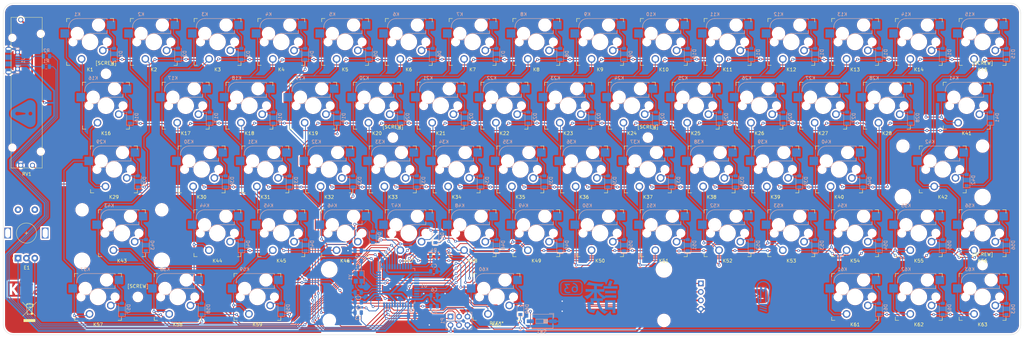
<source format=kicad_pcb>
(kicad_pcb (version 20190905) (host pcbnew "(5.99.0-208-ga1d3f3486)")
  (layers (0 "F.Cu" signal) (31 "B.Cu" signal) (34 "B.Paste" user) (35 "F.Paste" user) (36 "B.SilkS" user) (37 "F.SilkS" user) (38 "B.Mask" user) (39 "F.Mask" user) (44 "Edge.Cuts" user))
  (net 0 "")
  (net 1 "GND")
  (net 2 "Net-(C3-Pad2)")
  (net 3 "VCC")
  (net 4 "Net-(D1-Pad2)")
  (net 5 "Net-(D2-Pad2)")
  (net 6 "Net-(D3-Pad2)")
  (net 7 "Net-(D4-Pad2)")
  (net 8 "Net-(D5-Pad2)")
  (net 9 "Net-(D6-Pad2)")
  (net 10 "Net-(D7-Pad2)")
  (net 11 "Net-(D8-Pad2)")
  (net 12 "Net-(D9-Pad2)")
  (net 13 "Net-(D10-Pad2)")
  (net 14 "Net-(D11-Pad2)")
  (net 15 "Net-(D12-Pad2)")
  (net 16 "Net-(D13-Pad2)")
  (net 17 "Net-(D14-Pad2)")
  (net 18 "Net-(D15-Pad2)")
  (net 19 "Net-(D16-Pad2)")
  (net 20 "Net-(D17-Pad2)")
  (net 21 "Net-(D18-Pad2)")
  (net 22 "Net-(D19-Pad2)")
  (net 23 "Net-(D20-Pad2)")
  (net 24 "Net-(D21-Pad2)")
  (net 25 "Net-(D22-Pad2)")
  (net 26 "Net-(D23-Pad2)")
  (net 27 "Net-(D24-Pad2)")
  (net 28 "Net-(D25-Pad2)")
  (net 29 "Net-(D26-Pad2)")
  (net 30 "Net-(D27-Pad2)")
  (net 31 "Net-(D28-Pad2)")
  (net 32 "Net-(D29-Pad2)")
  (net 33 "Net-(D30-Pad2)")
  (net 34 "Net-(D31-Pad2)")
  (net 35 "Net-(D32-Pad2)")
  (net 36 "Net-(D33-Pad2)")
  (net 37 "Net-(D34-Pad2)")
  (net 38 "Net-(D35-Pad2)")
  (net 39 "Net-(D36-Pad2)")
  (net 40 "Net-(D37-Pad2)")
  (net 41 "Net-(D38-Pad2)")
  (net 42 "Net-(D39-Pad2)")
  (net 43 "Net-(D40-Pad2)")
  (net 44 "Net-(D41-Pad2)")
  (net 45 "Net-(D42-Pad2)")
  (net 46 "ROW3")
  (net 47 "Net-(D43-Pad2)")
  (net 48 "Net-(D44-Pad2)")
  (net 49 "Net-(D45-Pad2)")
  (net 50 "Net-(D46-Pad2)")
  (net 51 "Net-(D47-Pad2)")
  (net 52 "Net-(D48-Pad2)")
  (net 53 "Net-(D49-Pad2)")
  (net 54 "Net-(D50-Pad2)")
  (net 55 "Net-(D51-Pad2)")
  (net 56 "Net-(D52-Pad2)")
  (net 57 "Net-(D53-Pad2)")
  (net 58 "Net-(D54-Pad2)")
  (net 59 "Net-(D55-Pad2)")
  (net 60 "Net-(D56-Pad2)")
  (net 61 "ROW4")
  (net 62 "Net-(D57-Pad2)")
  (net 63 "Net-(D58-Pad2)")
  (net 64 "Net-(D59-Pad2)")
  (net 65 "Net-(D60-Pad2)")
  (net 66 "Net-(D61-Pad2)")
  (net 67 "Net-(D62-Pad2)")
  (net 68 "Net-(D63-Pad2)")
  (net 69 "Net-(E1-PadS1)")
  (net 70 "Net-(E1-PadS2)")
  (net 71 "S1")
  (net 72 "S0")
  (net 73 "Net-(J1-Pad2)")
  (net 74 "Net-(J1-Pad4)")
  (net 75 "Net-(J1-Pad3)")
  (net 76 "COL0")
  (net 77 "COL1")
  (net 78 "COL2")
  (net 79 "COL3")
  (net 80 "COL4")
  (net 81 "COL5")
  (net 82 "COL6")
  (net 83 "COL7")
  (net 84 "COL8")
  (net 85 "COL9")
  (net 86 "COL10")
  (net 87 "COL11")
  (net 88 "COL12")
  (net 89 "COL13")
  (net 90 "COL14")
  (net 91 "SDA")
  (net 92 "SCL")
  (net 93 "Net-(R1-Pad1)")
  (net 94 "Net-(R2-Pad1)")
  (net 95 "Net-(R4-Pad2)")
  (net 96 "ANALOG")
  (net 97 "Net-(U1-Pad42)")
  (net 98 "MISO_ROW0")
  (net 99 "MOSI_ROW1")
  (net 100 "SCK_ROW2")
  (net 101 "RST")
  (net 102 "XTAL2")
  (net 103 "XTAL1")
  (module "keyswitches:Stabilizer_MX_2u" (layer "F.Cu") (at 71.4375 116.68125)
    (fp_text reference "REF**" hide)
    (fp_text value "Stabilizer_MX_2u" hide)
    (pad "" np_thru_hole circle (at -11.9 -6.985) (size 3.048 3.048) (drill 3.048) (layers *.Cu *.Mask))
    (pad "" np_thru_hole circle (at 11.9 -6.985) (size 3.048 3.048) (drill 3.048) (layers *.Cu *.Mask))
    (pad "" np_thru_hole circle (at -11.9 8.255) (size 3.9878 3.9878) (drill 3.9878) (layers *.Cu *.Mask))
    (pad "" np_thru_hole circle (at 11.9 8.255) (size 3.9878 3.9878) (drill 3.9878) (layers *.Cu *.Mask))
  )
  (module "keyswitches:Kailh_socket_MX_optional" (layer "F.Cu") (at 71.4375 116.68125 180)
    (fp_text reference "K43" (at 0 -8.255) (layer "F.SilkS"))
    (fp_text value "KEYSW")
    (fp_text user "%R" (at 3.81 8.255) (layer "B.SilkS") (effects (justify mirror)))
    (pad "1" smd rect (at 7.56 2.54 180) (size 2.55 2.5) (layers "B.Cu" "B.Paste" "B.Mask") (net 77 "COL1"))
    (pad "" np_thru_hole circle (at -5.08 0 180) (size 1.7018 1.7018) (drill 1.7018) (layers *.Cu *.Mask))
    (pad "" np_thru_hole circle (at 5.08 0 180) (size 1.7018 1.7018) (drill 1.7018) (layers *.Cu *.Mask))
    (pad "2" thru_hole circle (at -3.81 -2.54 180) (size 2.286 2.286) (drill 1.4986) (layers *.Cu *.Mask) (net 47 "Net-(D43-Pad2)"))
    (pad "" np_thru_hole circle (at 0 0 180) (size 3.9878 3.9878) (drill 3.9878) (layers *.Cu *.Mask))
    (pad "1" thru_hole circle (at 2.54 -5.08 180) (size 2.286 2.286) (drill 1.4986) (layers *.Cu *.Mask) (net 77 "COL1"))
    (pad "" np_thru_hole circle (at 3.81 2.54 180) (size 3 3) (drill 3) (layers *.Cu *.Mask))
    (pad "" np_thru_hole circle (at -2.54 5.08 180) (size 3 3) (drill 3) (layers *.Cu *.Mask))
    (pad "2" smd rect (at -6.29 5.08 180) (size 2.55 2.5) (layers "B.Cu" "B.Paste" "B.Mask") (net 47 "Net-(D43-Pad2)"))
  )
  (module "keyswitches:Kailh_socket_MX_optional" (layer "F.Cu") (at 69.05625 97.63125 180)
    (fp_text reference "K29" (at 0 -8.255) (layer "F.SilkS"))
    (fp_text value "KEYSW")
    (fp_text user "%R" (at 3.81 8.255) (layer "B.SilkS") (effects (justify mirror)))
    (pad "1" smd rect (at 7.56 2.54 180) (size 2.55 2.5) (layers "B.Cu" "B.Paste" "B.Mask") (net 76 "COL0"))
    (pad "" np_thru_hole circle (at -5.08 0 180) (size 1.7018 1.7018) (drill 1.7018) (layers *.Cu *.Mask))
    (pad "" np_thru_hole circle (at 5.08 0 180) (size 1.7018 1.7018) (drill 1.7018) (layers *.Cu *.Mask))
    (pad "2" thru_hole circle (at -3.81 -2.54 180) (size 2.286 2.286) (drill 1.4986) (layers *.Cu *.Mask) (net 32 "Net-(D29-Pad2)"))
    (pad "" np_thru_hole circle (at 0 0 180) (size 3.9878 3.9878) (drill 3.9878) (layers *.Cu *.Mask))
    (pad "1" thru_hole circle (at 2.54 -5.08 180) (size 2.286 2.286) (drill 1.4986) (layers *.Cu *.Mask) (net 76 "COL0"))
    (pad "" np_thru_hole circle (at 3.81 2.54 180) (size 3 3) (drill 3) (layers *.Cu *.Mask))
    (pad "" np_thru_hole circle (at -2.54 5.08 180) (size 3 3) (drill 3) (layers *.Cu *.Mask))
    (pad "2" smd rect (at -6.29 5.08 180) (size 2.55 2.5) (layers "B.Cu" "B.Paste" "B.Mask") (net 32 "Net-(D29-Pad2)"))
  )
  (module "keyswitches:Kailh_socket_MX_optional" (layer "F.Cu") (at 66.675 78.58125 180)
    (fp_text reference "K16" (at 0 -8.255) (layer "F.SilkS"))
    (fp_text value "KEYSW")
    (fp_text user "%R" (at 3.81 8.255) (layer "B.SilkS") (effects (justify mirror)))
    (pad "1" smd rect (at 7.56 2.54 180) (size 2.55 2.5) (layers "B.Cu" "B.Paste" "B.Mask") (net 76 "COL0"))
    (pad "" np_thru_hole circle (at -5.08 0 180) (size 1.7018 1.7018) (drill 1.7018) (layers *.Cu *.Mask))
    (pad "" np_thru_hole circle (at 5.08 0 180) (size 1.7018 1.7018) (drill 1.7018) (layers *.Cu *.Mask))
    (pad "2" thru_hole circle (at -3.81 -2.54 180) (size 2.286 2.286) (drill 1.4986) (layers *.Cu *.Mask) (net 19 "Net-(D16-Pad2)"))
    (pad "" np_thru_hole circle (at 0 0 180) (size 3.9878 3.9878) (drill 3.9878) (layers *.Cu *.Mask))
    (pad "1" thru_hole circle (at 2.54 -5.08 180) (size 2.286 2.286) (drill 1.4986) (layers *.Cu *.Mask) (net 76 "COL0"))
    (pad "" np_thru_hole circle (at 3.81 2.54 180) (size 3 3) (drill 3) (layers *.Cu *.Mask))
    (pad "" np_thru_hole circle (at -2.54 5.08 180) (size 3 3) (drill 3) (layers *.Cu *.Mask))
    (pad "2" smd rect (at -6.29 5.08 180) (size 2.55 2.5) (layers "B.Cu" "B.Paste" "B.Mask") (net 19 "Net-(D16-Pad2)"))
  )
  (module "Button_Switch_Keyboard:SW_Cherry_MX_6.25u_PCB" (layer "F.Cu") (at 183.35625 135.73125 180)
    (fp_text reference "REF**" (at -0.04 -7.894) (layer "F.SilkS"))
    (fp_text value "SW_Cherry_MX_6.25u_PCB")
    (pad "" np_thru_hole circle (at 49.96 -7.02 180) (size 3.05 3.05) (drill 3.05) (layers *.Cu *.Mask))
    (pad "" np_thru_hole circle (at -50.04 -7.02 180) (size 3.05 3.05) (drill 3.05) (layers *.Cu *.Mask))
    (pad "" np_thru_hole circle (at -50.04 8.22 180) (size 4 4) (drill 4) (layers *.Cu *.Mask))
    (pad "" np_thru_hole circle (at 49.96 8.22 180) (size 4 4) (drill 4) (layers *.Cu *.Mask))
  )
  (module "keyswitches:Stabilizer_MX_2u" (layer "F.Cu") (at 316.70625 97.63125)
    (fp_text reference "REF**" hide)
    (fp_text value "Stabilizer_MX_2u" hide)
    (pad "" np_thru_hole circle (at -11.9 -6.985) (size 3.048 3.048) (drill 3.048) (layers *.Cu *.Mask))
    (pad "" np_thru_hole circle (at 11.9 -6.985) (size 3.048 3.048) (drill 3.048) (layers *.Cu *.Mask))
    (pad "" np_thru_hole circle (at -11.9 8.255) (size 3.9878 3.9878) (drill 3.9878) (layers *.Cu *.Mask))
    (pad "" np_thru_hole circle (at 11.9 8.255) (size 3.9878 3.9878) (drill 3.9878) (layers *.Cu *.Mask))
  )
  (module "keyswitches:Kailh_socket_MX_optional" (layer "F.Cu") (at 183.35625 135.73125 180)
    (fp_text reference "K60" (at 0 -8.255) (layer "F.SilkS"))
    (fp_text value "KEYSW")
    (fp_text user "%R" (at 3.81 8.255) (layer "B.SilkS") (effects (justify mirror)))
    (pad "1" smd rect (at 7.56 2.54 180) (size 2.55 2.5) (layers "B.Cu" "B.Paste" "B.Mask") (net 82 "COL6"))
    (pad "" np_thru_hole circle (at -5.08 0 180) (size 1.7018 1.7018) (drill 1.7018) (layers *.Cu *.Mask))
    (pad "" np_thru_hole circle (at 5.08 0 180) (size 1.7018 1.7018) (drill 1.7018) (layers *.Cu *.Mask))
    (pad "2" thru_hole circle (at -3.81 -2.54 180) (size 2.286 2.286) (drill 1.4986) (layers *.Cu *.Mask) (net 65 "Net-(D60-Pad2)"))
    (pad "" np_thru_hole circle (at 0 0 180) (size 3.9878 3.9878) (drill 3.9878) (layers *.Cu *.Mask))
    (pad "1" thru_hole circle (at 2.54 -5.08 180) (size 2.286 2.286) (drill 1.4986) (layers *.Cu *.Mask) (net 82 "COL6"))
    (pad "" np_thru_hole circle (at 3.81 2.54 180) (size 3 3) (drill 3) (layers *.Cu *.Mask))
    (pad "" np_thru_hole circle (at -2.54 5.08 180) (size 3 3) (drill 3) (layers *.Cu *.Mask))
    (pad "2" smd rect (at -6.29 5.08 180) (size 2.55 2.5) (layers "B.Cu" "B.Paste" "B.Mask") (net 65 "Net-(D60-Pad2)"))
  )
  (module "keyswitches:Kailh_socket_MX_optional" (layer "F.Cu") (at 111.91875 135.73125 180)
    (fp_text reference "K59" (at 0 -8.255) (layer "F.SilkS"))
    (fp_text value "KEYSW")
    (fp_text user "%R" (at 3.81 8.255) (layer "B.SilkS") (effects (justify mirror)))
    (pad "1" smd rect (at 7.56 2.54 180) (size 2.55 2.5) (layers "B.Cu" "B.Paste" "B.Mask") (net 79 "COL3"))
    (pad "" np_thru_hole circle (at -5.08 0 180) (size 1.7018 1.7018) (drill 1.7018) (layers *.Cu *.Mask))
    (pad "" np_thru_hole circle (at 5.08 0 180) (size 1.7018 1.7018) (drill 1.7018) (layers *.Cu *.Mask))
    (pad "2" thru_hole circle (at -3.81 -2.54 180) (size 2.286 2.286) (drill 1.4986) (layers *.Cu *.Mask) (net 64 "Net-(D59-Pad2)"))
    (pad "" np_thru_hole circle (at 0 0 180) (size 3.9878 3.9878) (drill 3.9878) (layers *.Cu *.Mask))
    (pad "1" thru_hole circle (at 2.54 -5.08 180) (size 2.286 2.286) (drill 1.4986) (layers *.Cu *.Mask) (net 79 "COL3"))
    (pad "" np_thru_hole circle (at 3.81 2.54 180) (size 3 3) (drill 3) (layers *.Cu *.Mask))
    (pad "" np_thru_hole circle (at -2.54 5.08 180) (size 3 3) (drill 3) (layers *.Cu *.Mask))
    (pad "2" smd rect (at -6.29 5.08 180) (size 2.55 2.5) (layers "B.Cu" "B.Paste" "B.Mask") (net 64 "Net-(D59-Pad2)"))
  )
  (module "keyswitches:Kailh_socket_MX_optional" (layer "F.Cu") (at 88.10625 135.73125 180)
    (fp_text reference "K58" (at 0 -8.255) (layer "F.SilkS"))
    (fp_text value "KEYSW")
    (fp_text user "%R" (at 3.81 8.255) (layer "B.SilkS") (effects (justify mirror)))
    (pad "1" smd rect (at 7.56 2.54 180) (size 2.55 2.5) (layers "B.Cu" "B.Paste" "B.Mask") (net 77 "COL1"))
    (pad "" np_thru_hole circle (at -5.08 0 180) (size 1.7018 1.7018) (drill 1.7018) (layers *.Cu *.Mask))
    (pad "" np_thru_hole circle (at 5.08 0 180) (size 1.7018 1.7018) (drill 1.7018) (layers *.Cu *.Mask))
    (pad "2" thru_hole circle (at -3.81 -2.54 180) (size 2.286 2.286) (drill 1.4986) (layers *.Cu *.Mask) (net 63 "Net-(D58-Pad2)"))
    (pad "" np_thru_hole circle (at 0 0 180) (size 3.9878 3.9878) (drill 3.9878) (layers *.Cu *.Mask))
    (pad "1" thru_hole circle (at 2.54 -5.08 180) (size 2.286 2.286) (drill 1.4986) (layers *.Cu *.Mask) (net 77 "COL1"))
    (pad "" np_thru_hole circle (at 3.81 2.54 180) (size 3 3) (drill 3) (layers *.Cu *.Mask))
    (pad "" np_thru_hole circle (at -2.54 5.08 180) (size 3 3) (drill 3) (layers *.Cu *.Mask))
    (pad "2" smd rect (at -6.29 5.08 180) (size 2.55 2.5) (layers "B.Cu" "B.Paste" "B.Mask") (net 63 "Net-(D58-Pad2)"))
  )
  (module "keyswitches:Kailh_socket_MX_optional" (layer "F.Cu") (at 64.29375 135.73125 180)
    (fp_text reference "K57" (at 0 -8.255) (layer "F.SilkS"))
    (fp_text value "KEYSW")
    (fp_text user "%R" (at 3.81 8.255) (layer "B.SilkS") (effects (justify mirror)))
    (pad "1" smd rect (at 7.56 2.54 180) (size 2.55 2.5) (layers "B.Cu" "B.Paste" "B.Mask") (net 76 "COL0"))
    (pad "" np_thru_hole circle (at -5.08 0 180) (size 1.7018 1.7018) (drill 1.7018) (layers *.Cu *.Mask))
    (pad "" np_thru_hole circle (at 5.08 0 180) (size 1.7018 1.7018) (drill 1.7018) (layers *.Cu *.Mask))
    (pad "2" thru_hole circle (at -3.81 -2.54 180) (size 2.286 2.286) (drill 1.4986) (layers *.Cu *.Mask) (net 62 "Net-(D57-Pad2)"))
    (pad "" np_thru_hole circle (at 0 0 180) (size 3.9878 3.9878) (drill 3.9878) (layers *.Cu *.Mask))
    (pad "1" thru_hole circle (at 2.54 -5.08 180) (size 2.286 2.286) (drill 1.4986) (layers *.Cu *.Mask) (net 76 "COL0"))
    (pad "" np_thru_hole circle (at 3.81 2.54 180) (size 3 3) (drill 3) (layers *.Cu *.Mask))
    (pad "" np_thru_hole circle (at -2.54 5.08 180) (size 3 3) (drill 3) (layers *.Cu *.Mask))
    (pad "2" smd rect (at -6.29 5.08 180) (size 2.55 2.5) (layers "B.Cu" "B.Paste" "B.Mask") (net 62 "Net-(D57-Pad2)"))
  )
  (module "keyswitches:Kailh_socket_MX_optional" (layer "F.Cu") (at 316.70625 97.63125 180)
    (fp_text reference "K42" (at 0 -8.255) (layer "F.SilkS"))
    (fp_text value "KEYSW")
    (fp_text user "%R" (at 3.81 8.255) (layer "B.SilkS") (effects (justify mirror)))
    (pad "1" smd rect (at 7.56 2.54 180) (size 2.55 2.5) (layers "B.Cu" "B.Paste" "B.Mask") (net 90 "COL14"))
    (pad "" np_thru_hole circle (at -5.08 0 180) (size 1.7018 1.7018) (drill 1.7018) (layers *.Cu *.Mask))
    (pad "" np_thru_hole circle (at 5.08 0 180) (size 1.7018 1.7018) (drill 1.7018) (layers *.Cu *.Mask))
    (pad "2" thru_hole circle (at -3.81 -2.54 180) (size 2.286 2.286) (drill 1.4986) (layers *.Cu *.Mask) (net 45 "Net-(D42-Pad2)"))
    (pad "" np_thru_hole circle (at 0 0 180) (size 3.9878 3.9878) (drill 3.9878) (layers *.Cu *.Mask))
    (pad "1" thru_hole circle (at 2.54 -5.08 180) (size 2.286 2.286) (drill 1.4986) (layers *.Cu *.Mask) (net 90 "COL14"))
    (pad "" np_thru_hole circle (at 3.81 2.54 180) (size 3 3) (drill 3) (layers *.Cu *.Mask))
    (pad "" np_thru_hole circle (at -2.54 5.08 180) (size 3 3) (drill 3) (layers *.Cu *.Mask))
    (pad "2" smd rect (at -6.29 5.08 180) (size 2.55 2.5) (layers "B.Cu" "B.Paste" "B.Mask") (net 45 "Net-(D42-Pad2)"))
  )
  (module "keyswitches:Kailh_socket_MX_optional" (layer "F.Cu") (at 61.9125 59.53125 180)
    (fp_text reference "K1" (at 0 -8.255 180) (layer "F.SilkS"))
    (fp_text value "KEYSW")
    (fp_text user "%R" (at 3.81 8.255) (layer "B.SilkS") (effects (justify mirror)))
    (pad "1" smd rect (at 7.56 2.54 180) (size 2.55 2.5) (layers "B.Cu" "B.Paste" "B.Mask") (net 76 "COL0"))
    (pad "" np_thru_hole circle (at -5.08 0 180) (size 1.7018 1.7018) (drill 1.7018) (layers *.Cu *.Mask))
    (pad "" np_thru_hole circle (at 5.08 0 180) (size 1.7018 1.7018) (drill 1.7018) (layers *.Cu *.Mask))
    (pad "2" thru_hole circle (at -3.81 -2.54 180) (size 2.286 2.286) (drill 1.4986) (layers *.Cu *.Mask) (net 4 "Net-(D1-Pad2)"))
    (pad "" np_thru_hole circle (at 0 0 180) (size 3.9878 3.9878) (drill 3.9878) (layers *.Cu *.Mask))
    (pad "1" thru_hole circle (at 2.54 -5.08 180) (size 2.286 2.286) (drill 1.4986) (layers *.Cu *.Mask) (net 76 "COL0"))
    (pad "" np_thru_hole circle (at 3.81 2.54 180) (size 3 3) (drill 3) (layers *.Cu *.Mask))
    (pad "" np_thru_hole circle (at -2.54 5.08 180) (size 3 3) (drill 3) (layers *.Cu *.Mask))
    (pad "2" smd rect (at -6.29 5.08 180) (size 2.55 2.5) (layers "B.Cu" "B.Paste" "B.Mask") (net 4 "Net-(D1-Pad2)"))
  )
  (module "keyswitches:Kailh_socket_MX_optional" (layer "F.Cu") (at 328.6125 135.73125 180)
    (fp_text reference "K63" (at 0 -8.255) (layer "F.SilkS"))
    (fp_text value "KEYSW")
    (fp_text user "%R" (at 3.81 8.255) (layer "B.SilkS") (effects (justify mirror)))
    (pad "1" smd rect (at 7.56 2.54 180) (size 2.55 2.5) (layers "B.Cu" "B.Paste" "B.Mask") (net 90 "COL14"))
    (pad "" np_thru_hole circle (at -5.08 0 180) (size 1.7018 1.7018) (drill 1.7018) (layers *.Cu *.Mask))
    (pad "" np_thru_hole circle (at 5.08 0 180) (size 1.7018 1.7018) (drill 1.7018) (layers *.Cu *.Mask))
    (pad "2" thru_hole circle (at -3.81 -2.54 180) (size 2.286 2.286) (drill 1.4986) (layers *.Cu *.Mask) (net 68 "Net-(D63-Pad2)"))
    (pad "" np_thru_hole circle (at 0 0 180) (size 3.9878 3.9878) (drill 3.9878) (layers *.Cu *.Mask))
    (pad "1" thru_hole circle (at 2.54 -5.08 180) (size 2.286 2.286) (drill 1.4986) (layers *.Cu *.Mask) (net 90 "COL14"))
    (pad "" np_thru_hole circle (at 3.81 2.54 180) (size 3 3) (drill 3) (layers *.Cu *.Mask))
    (pad "" np_thru_hole circle (at -2.54 5.08 180) (size 3 3) (drill 3) (layers *.Cu *.Mask))
    (pad "2" smd rect (at -6.29 5.08 180) (size 2.55 2.5) (layers "B.Cu" "B.Paste" "B.Mask") (net 68 "Net-(D63-Pad2)"))
  )
  (module "keyswitches:Kailh_socket_MX_optional" (layer "F.Cu") (at 309.5625 135.73125 180)
    (fp_text reference "K62" (at 0 -8.255) (layer "F.SilkS"))
    (fp_text value "KEYSW")
    (fp_text user "%R" (at 3.81 8.255) (layer "B.SilkS") (effects (justify mirror)))
    (pad "1" smd rect (at 7.56 2.54 180) (size 2.55 2.5) (layers "B.Cu" "B.Paste" "B.Mask") (net 89 "COL13"))
    (pad "" np_thru_hole circle (at -5.08 0 180) (size 1.7018 1.7018) (drill 1.7018) (layers *.Cu *.Mask))
    (pad "" np_thru_hole circle (at 5.08 0 180) (size 1.7018 1.7018) (drill 1.7018) (layers *.Cu *.Mask))
    (pad "2" thru_hole circle (at -3.81 -2.54 180) (size 2.286 2.286) (drill 1.4986) (layers *.Cu *.Mask) (net 67 "Net-(D62-Pad2)"))
    (pad "" np_thru_hole circle (at 0 0 180) (size 3.9878 3.9878) (drill 3.9878) (layers *.Cu *.Mask))
    (pad "1" thru_hole circle (at 2.54 -5.08 180) (size 2.286 2.286) (drill 1.4986) (layers *.Cu *.Mask) (net 89 "COL13"))
    (pad "" np_thru_hole circle (at 3.81 2.54 180) (size 3 3) (drill 3) (layers *.Cu *.Mask))
    (pad "" np_thru_hole circle (at -2.54 5.08 180) (size 3 3) (drill 3) (layers *.Cu *.Mask))
    (pad "2" smd rect (at -6.29 5.08 180) (size 2.55 2.5) (layers "B.Cu" "B.Paste" "B.Mask") (net 67 "Net-(D62-Pad2)"))
  )
  (module "keyswitches:Kailh_socket_MX_optional" (layer "F.Cu") (at 290.5125 135.73125 180)
    (fp_text reference "K61" (at 0 -8.255) (layer "F.SilkS"))
    (fp_text value "KEYSW")
    (fp_text user "%R" (at 3.81 8.255) (layer "B.SilkS") (effects (justify mirror)))
    (pad "1" smd rect (at 7.56 2.54 180) (size 2.55 2.5) (layers "B.Cu" "B.Paste" "B.Mask") (net 88 "COL12"))
    (pad "" np_thru_hole circle (at -5.08 0 180) (size 1.7018 1.7018) (drill 1.7018) (layers *.Cu *.Mask))
    (pad "" np_thru_hole circle (at 5.08 0 180) (size 1.7018 1.7018) (drill 1.7018) (layers *.Cu *.Mask))
    (pad "2" thru_hole circle (at -3.81 -2.54 180) (size 2.286 2.286) (drill 1.4986) (layers *.Cu *.Mask) (net 66 "Net-(D61-Pad2)"))
    (pad "" np_thru_hole circle (at 0 0 180) (size 3.9878 3.9878) (drill 3.9878) (layers *.Cu *.Mask))
    (pad "1" thru_hole circle (at 2.54 -5.08 180) (size 2.286 2.286) (drill 1.4986) (layers *.Cu *.Mask) (net 88 "COL12"))
    (pad "" np_thru_hole circle (at 3.81 2.54 180) (size 3 3) (drill 3) (layers *.Cu *.Mask))
    (pad "" np_thru_hole circle (at -2.54 5.08 180) (size 3 3) (drill 3) (layers *.Cu *.Mask))
    (pad "2" smd rect (at -6.29 5.08 180) (size 2.55 2.5) (layers "B.Cu" "B.Paste" "B.Mask") (net 66 "Net-(D61-Pad2)"))
  )
  (module "keyswitches:Kailh_socket_MX_optional" (layer "F.Cu") (at 328.6125 116.68125 180)
    (fp_text reference "K56" (at 0 -8.255) (layer "F.SilkS"))
    (fp_text value "KEYSW")
    (fp_text user "%R" (at 3.81 8.255) (layer "B.SilkS") (effects (justify mirror)))
    (pad "1" smd rect (at 7.56 2.54 180) (size 2.55 2.5) (layers "B.Cu" "B.Paste" "B.Mask") (net 90 "COL14"))
    (pad "" np_thru_hole circle (at -5.08 0 180) (size 1.7018 1.7018) (drill 1.7018) (layers *.Cu *.Mask))
    (pad "" np_thru_hole circle (at 5.08 0 180) (size 1.7018 1.7018) (drill 1.7018) (layers *.Cu *.Mask))
    (pad "2" thru_hole circle (at -3.81 -2.54 180) (size 2.286 2.286) (drill 1.4986) (layers *.Cu *.Mask) (net 60 "Net-(D56-Pad2)"))
    (pad "" np_thru_hole circle (at 0 0 180) (size 3.9878 3.9878) (drill 3.9878) (layers *.Cu *.Mask))
    (pad "1" thru_hole circle (at 2.54 -5.08 180) (size 2.286 2.286) (drill 1.4986) (layers *.Cu *.Mask) (net 90 "COL14"))
    (pad "" np_thru_hole circle (at 3.81 2.54 180) (size 3 3) (drill 3) (layers *.Cu *.Mask))
    (pad "" np_thru_hole circle (at -2.54 5.08 180) (size 3 3) (drill 3) (layers *.Cu *.Mask))
    (pad "2" smd rect (at -6.29 5.08 180) (size 2.55 2.5) (layers "B.Cu" "B.Paste" "B.Mask") (net 60 "Net-(D56-Pad2)"))
  )
  (module "keyswitches:Kailh_socket_MX_optional" (layer "F.Cu") (at 309.5625 116.68125 180)
    (fp_text reference "K55" (at 0 -8.255) (layer "F.SilkS"))
    (fp_text value "KEYSW")
    (fp_text user "%R" (at 3.81 8.255) (layer "B.SilkS") (effects (justify mirror)))
    (pad "1" smd rect (at 7.56 2.54 180) (size 2.55 2.5) (layers "B.Cu" "B.Paste" "B.Mask") (net 89 "COL13"))
    (pad "" np_thru_hole circle (at -5.08 0 180) (size 1.7018 1.7018) (drill 1.7018) (layers *.Cu *.Mask))
    (pad "" np_thru_hole circle (at 5.08 0 180) (size 1.7018 1.7018) (drill 1.7018) (layers *.Cu *.Mask))
    (pad "2" thru_hole circle (at -3.81 -2.54 180) (size 2.286 2.286) (drill 1.4986) (layers *.Cu *.Mask) (net 59 "Net-(D55-Pad2)"))
    (pad "" np_thru_hole circle (at 0 0 180) (size 3.9878 3.9878) (drill 3.9878) (layers *.Cu *.Mask))
    (pad "1" thru_hole circle (at 2.54 -5.08 180) (size 2.286 2.286) (drill 1.4986) (layers *.Cu *.Mask) (net 89 "COL13"))
    (pad "" np_thru_hole circle (at 3.81 2.54 180) (size 3 3) (drill 3) (layers *.Cu *.Mask))
    (pad "" np_thru_hole circle (at -2.54 5.08 180) (size 3 3) (drill 3) (layers *.Cu *.Mask))
    (pad "2" smd rect (at -6.29 5.08 180) (size 2.55 2.5) (layers "B.Cu" "B.Paste" "B.Mask") (net 59 "Net-(D55-Pad2)"))
  )
  (module "keyswitches:Kailh_socket_MX_optional" (layer "F.Cu") (at 290.5125 116.68125 180)
    (fp_text reference "K54" (at 0 -8.255) (layer "F.SilkS"))
    (fp_text value "KEYSW")
    (fp_text user "%R" (at 3.81 8.255) (layer "B.SilkS") (effects (justify mirror)))
    (pad "1" smd rect (at 7.56 2.54 180) (size 2.55 2.5) (layers "B.Cu" "B.Paste" "B.Mask") (net 88 "COL12"))
    (pad "" np_thru_hole circle (at -5.08 0 180) (size 1.7018 1.7018) (drill 1.7018) (layers *.Cu *.Mask))
    (pad "" np_thru_hole circle (at 5.08 0 180) (size 1.7018 1.7018) (drill 1.7018) (layers *.Cu *.Mask))
    (pad "2" thru_hole circle (at -3.81 -2.54 180) (size 2.286 2.286) (drill 1.4986) (layers *.Cu *.Mask) (net 58 "Net-(D54-Pad2)"))
    (pad "" np_thru_hole circle (at 0 0 180) (size 3.9878 3.9878) (drill 3.9878) (layers *.Cu *.Mask))
    (pad "1" thru_hole circle (at 2.54 -5.08 180) (size 2.286 2.286) (drill 1.4986) (layers *.Cu *.Mask) (net 88 "COL12"))
    (pad "" np_thru_hole circle (at 3.81 2.54 180) (size 3 3) (drill 3) (layers *.Cu *.Mask))
    (pad "" np_thru_hole circle (at -2.54 5.08 180) (size 3 3) (drill 3) (layers *.Cu *.Mask))
    (pad "2" smd rect (at -6.29 5.08 180) (size 2.55 2.5) (layers "B.Cu" "B.Paste" "B.Mask") (net 58 "Net-(D54-Pad2)"))
  )
  (module "keyswitches:Kailh_socket_MX_optional" (layer "F.Cu") (at 271.4625 116.68125 180)
    (fp_text reference "K53" (at 0 -8.255) (layer "F.SilkS"))
    (fp_text value "KEYSW")
    (fp_text user "%R" (at 3.81 8.255) (layer "B.SilkS") (effects (justify mirror)))
    (pad "1" smd rect (at 7.56 2.54 180) (size 2.55 2.5) (layers "B.Cu" "B.Paste" "B.Mask") (net 87 "COL11"))
    (pad "" np_thru_hole circle (at -5.08 0 180) (size 1.7018 1.7018) (drill 1.7018) (layers *.Cu *.Mask))
    (pad "" np_thru_hole circle (at 5.08 0 180) (size 1.7018 1.7018) (drill 1.7018) (layers *.Cu *.Mask))
    (pad "2" thru_hole circle (at -3.81 -2.54 180) (size 2.286 2.286) (drill 1.4986) (layers *.Cu *.Mask) (net 57 "Net-(D53-Pad2)"))
    (pad "" np_thru_hole circle (at 0 0 180) (size 3.9878 3.9878) (drill 3.9878) (layers *.Cu *.Mask))
    (pad "1" thru_hole circle (at 2.54 -5.08 180) (size 2.286 2.286) (drill 1.4986) (layers *.Cu *.Mask) (net 87 "COL11"))
    (pad "" np_thru_hole circle (at 3.81 2.54 180) (size 3 3) (drill 3) (layers *.Cu *.Mask))
    (pad "" np_thru_hole circle (at -2.54 5.08 180) (size 3 3) (drill 3) (layers *.Cu *.Mask))
    (pad "2" smd rect (at -6.29 5.08 180) (size 2.55 2.5) (layers "B.Cu" "B.Paste" "B.Mask") (net 57 "Net-(D53-Pad2)"))
  )
  (module "keyswitches:Kailh_socket_MX_optional" (layer "F.Cu") (at 252.4125 116.68125 180)
    (fp_text reference "K52" (at 0 -8.255) (layer "F.SilkS"))
    (fp_text value "KEYSW")
    (fp_text user "%R" (at 3.81 8.255) (layer "B.SilkS") (effects (justify mirror)))
    (pad "1" smd rect (at 7.56 2.54 180) (size 2.55 2.5) (layers "B.Cu" "B.Paste" "B.Mask") (net 86 "COL10"))
    (pad "" np_thru_hole circle (at -5.08 0 180) (size 1.7018 1.7018) (drill 1.7018) (layers *.Cu *.Mask))
    (pad "" np_thru_hole circle (at 5.08 0 180) (size 1.7018 1.7018) (drill 1.7018) (layers *.Cu *.Mask))
    (pad "2" thru_hole circle (at -3.81 -2.54 180) (size 2.286 2.286) (drill 1.4986) (layers *.Cu *.Mask) (net 56 "Net-(D52-Pad2)"))
    (pad "" np_thru_hole circle (at 0 0 180) (size 3.9878 3.9878) (drill 3.9878) (layers *.Cu *.Mask))
    (pad "1" thru_hole circle (at 2.54 -5.08 180) (size 2.286 2.286) (drill 1.4986) (layers *.Cu *.Mask) (net 86 "COL10"))
    (pad "" np_thru_hole circle (at 3.81 2.54 180) (size 3 3) (drill 3) (layers *.Cu *.Mask))
    (pad "" np_thru_hole circle (at -2.54 5.08 180) (size 3 3) (drill 3) (layers *.Cu *.Mask))
    (pad "2" smd rect (at -6.29 5.08 180) (size 2.55 2.5) (layers "B.Cu" "B.Paste" "B.Mask") (net 56 "Net-(D52-Pad2)"))
  )
  (module "keyswitches:Kailh_socket_MX_optional" (layer "F.Cu") (at 233.3625 116.68125 180)
    (fp_text reference "K51" (at 0 -8.255) (layer "F.SilkS"))
    (fp_text value "KEYSW")
    (fp_text user "%R" (at 3.81 8.255) (layer "B.SilkS") (effects (justify mirror)))
    (pad "1" smd rect (at 7.56 2.54 180) (size 2.55 2.5) (layers "B.Cu" "B.Paste" "B.Mask") (net 85 "COL9"))
    (pad "" np_thru_hole circle (at -5.08 0 180) (size 1.7018 1.7018) (drill 1.7018) (layers *.Cu *.Mask))
    (pad "" np_thru_hole circle (at 5.08 0 180) (size 1.7018 1.7018) (drill 1.7018) (layers *.Cu *.Mask))
    (pad "2" thru_hole circle (at -3.81 -2.54 180) (size 2.286 2.286) (drill 1.4986) (layers *.Cu *.Mask) (net 55 "Net-(D51-Pad2)"))
    (pad "" np_thru_hole circle (at 0 0 180) (size 3.9878 3.9878) (drill 3.9878) (layers *.Cu *.Mask))
    (pad "1" thru_hole circle (at 2.54 -5.08 180) (size 2.286 2.286) (drill 1.4986) (layers *.Cu *.Mask) (net 85 "COL9"))
    (pad "" np_thru_hole circle (at 3.81 2.54 180) (size 3 3) (drill 3) (layers *.Cu *.Mask))
    (pad "" np_thru_hole circle (at -2.54 5.08 180) (size 3 3) (drill 3) (layers *.Cu *.Mask))
    (pad "2" smd rect (at -6.29 5.08 180) (size 2.55 2.5) (layers "B.Cu" "B.Paste" "B.Mask") (net 55 "Net-(D51-Pad2)"))
  )
  (module "keyswitches:Kailh_socket_MX_optional" (layer "F.Cu") (at 214.3125 116.68125 180)
    (fp_text reference "K50" (at 0 -8.255) (layer "F.SilkS"))
    (fp_text value "KEYSW")
    (fp_text user "%R" (at 3.81 8.255) (layer "B.SilkS") (effects (justify mirror)))
    (pad "1" smd rect (at 7.56 2.54 180) (size 2.55 2.5) (layers "B.Cu" "B.Paste" "B.Mask") (net 84 "COL8"))
    (pad "" np_thru_hole circle (at -5.08 0 180) (size 1.7018 1.7018) (drill 1.7018) (layers *.Cu *.Mask))
    (pad "" np_thru_hole circle (at 5.08 0 180) (size 1.7018 1.7018) (drill 1.7018) (layers *.Cu *.Mask))
    (pad "2" thru_hole circle (at -3.81 -2.54 180) (size 2.286 2.286) (drill 1.4986) (layers *.Cu *.Mask) (net 54 "Net-(D50-Pad2)"))
    (pad "" np_thru_hole circle (at 0 0 180) (size 3.9878 3.9878) (drill 3.9878) (layers *.Cu *.Mask))
    (pad "1" thru_hole circle (at 2.54 -5.08 180) (size 2.286 2.286) (drill 1.4986) (layers *.Cu *.Mask) (net 84 "COL8"))
    (pad "" np_thru_hole circle (at 3.81 2.54 180) (size 3 3) (drill 3) (layers *.Cu *.Mask))
    (pad "" np_thru_hole circle (at -2.54 5.08 180) (size 3 3) (drill 3) (layers *.Cu *.Mask))
    (pad "2" smd rect (at -6.29 5.08 180) (size 2.55 2.5) (layers "B.Cu" "B.Paste" "B.Mask") (net 54 "Net-(D50-Pad2)"))
  )
  (module "keyswitches:Kailh_socket_MX_optional" (layer "F.Cu") (at 195.2625 116.68125 180)
    (fp_text reference "K49" (at 0 -8.255) (layer "F.SilkS"))
    (fp_text value "KEYSW")
    (fp_text user "%R" (at 3.81 8.255) (layer "B.SilkS") (effects (justify mirror)))
    (pad "1" smd rect (at 7.56 2.54 180) (size 2.55 2.5) (layers "B.Cu" "B.Paste" "B.Mask") (net 83 "COL7"))
    (pad "" np_thru_hole circle (at -5.08 0 180) (size 1.7018 1.7018) (drill 1.7018) (layers *.Cu *.Mask))
    (pad "" np_thru_hole circle (at 5.08 0 180) (size 1.7018 1.7018) (drill 1.7018) (layers *.Cu *.Mask))
    (pad "2" thru_hole circle (at -3.81 -2.54 180) (size 2.286 2.286) (drill 1.4986) (layers *.Cu *.Mask) (net 53 "Net-(D49-Pad2)"))
    (pad "" np_thru_hole circle (at 0 0 180) (size 3.9878 3.9878) (drill 3.9878) (layers *.Cu *.Mask))
    (pad "1" thru_hole circle (at 2.54 -5.08 180) (size 2.286 2.286) (drill 1.4986) (layers *.Cu *.Mask) (net 83 "COL7"))
    (pad "" np_thru_hole circle (at 3.81 2.54 180) (size 3 3) (drill 3) (layers *.Cu *.Mask))
    (pad "" np_thru_hole circle (at -2.54 5.08 180) (size 3 3) (drill 3) (layers *.Cu *.Mask))
    (pad "2" smd rect (at -6.29 5.08 180) (size 2.55 2.5) (layers "B.Cu" "B.Paste" "B.Mask") (net 53 "Net-(D49-Pad2)"))
  )
  (module "keyswitches:Kailh_socket_MX_optional" (layer "F.Cu") (at 176.2125 116.68125 180)
    (fp_text reference "K48" (at 0 -8.255) (layer "F.SilkS"))
    (fp_text value "KEYSW")
    (fp_text user "%R" (at 3.81 8.255) (layer "B.SilkS") (effects (justify mirror)))
    (pad "1" smd rect (at 7.56 2.54 180) (size 2.55 2.5) (layers "B.Cu" "B.Paste" "B.Mask") (net 82 "COL6"))
    (pad "" np_thru_hole circle (at -5.08 0 180) (size 1.7018 1.7018) (drill 1.7018) (layers *.Cu *.Mask))
    (pad "" np_thru_hole circle (at 5.08 0 180) (size 1.7018 1.7018) (drill 1.7018) (layers *.Cu *.Mask))
    (pad "2" thru_hole circle (at -3.81 -2.54 180) (size 2.286 2.286) (drill 1.4986) (layers *.Cu *.Mask) (net 52 "Net-(D48-Pad2)"))
    (pad "" np_thru_hole circle (at 0 0 180) (size 3.9878 3.9878) (drill 3.9878) (layers *.Cu *.Mask))
    (pad "1" thru_hole circle (at 2.54 -5.08 180) (size 2.286 2.286) (drill 1.4986) (layers *.Cu *.Mask) (net 82 "COL6"))
    (pad "" np_thru_hole circle (at 3.81 2.54 180) (size 3 3) (drill 3) (layers *.Cu *.Mask))
    (pad "" np_thru_hole circle (at -2.54 5.08 180) (size 3 3) (drill 3) (layers *.Cu *.Mask))
    (pad "2" smd rect (at -6.29 5.08 180) (size 2.55 2.5) (layers "B.Cu" "B.Paste" "B.Mask") (net 52 "Net-(D48-Pad2)"))
  )
  (module "keyswitches:Kailh_socket_MX_optional" (layer "F.Cu") (at 157.1625 116.68125 180)
    (fp_text reference "K47" (at 0 -8.255) (layer "F.SilkS"))
    (fp_text value "KEYSW")
    (fp_text user "%R" (at 3.81 8.255) (layer "B.SilkS") (effects (justify mirror)))
    (pad "1" smd rect (at 7.56 2.54 180) (size 2.55 2.5) (layers "B.Cu" "B.Paste" "B.Mask") (net 81 "COL5"))
    (pad "" np_thru_hole circle (at -5.08 0 180) (size 1.7018 1.7018) (drill 1.7018) (layers *.Cu *.Mask))
    (pad "" np_thru_hole circle (at 5.08 0 180) (size 1.7018 1.7018) (drill 1.7018) (layers *.Cu *.Mask))
    (pad "2" thru_hole circle (at -3.81 -2.54 180) (size 2.286 2.286) (drill 1.4986) (layers *.Cu *.Mask) (net 51 "Net-(D47-Pad2)"))
    (pad "" np_thru_hole circle (at 0 0 180) (size 3.9878 3.9878) (drill 3.9878) (layers *.Cu *.Mask))
    (pad "1" thru_hole circle (at 2.54 -5.08 180) (size 2.286 2.286) (drill 1.4986) (layers *.Cu *.Mask) (net 81 "COL5"))
    (pad "" np_thru_hole circle (at 3.81 2.54 180) (size 3 3) (drill 3) (layers *.Cu *.Mask))
    (pad "" np_thru_hole circle (at -2.54 5.08 180) (size 3 3) (drill 3) (layers *.Cu *.Mask))
    (pad "2" smd rect (at -6.29 5.08 180) (size 2.55 2.5) (layers "B.Cu" "B.Paste" "B.Mask") (net 51 "Net-(D47-Pad2)"))
  )
  (module "keyswitches:Kailh_socket_MX_optional" (layer "F.Cu") (at 138.1125 116.68125 180)
    (fp_text reference "K46" (at 0 -8.255) (layer "F.SilkS"))
    (fp_text value "KEYSW")
    (fp_text user "%R" (at 3.81 8.255) (layer "B.SilkS") (effects (justify mirror)))
    (pad "1" smd rect (at 7.56 2.54 180) (size 2.55 2.5) (layers "B.Cu" "B.Paste" "B.Mask") (net 80 "COL4"))
    (pad "" np_thru_hole circle (at -5.08 0 180) (size 1.7018 1.7018) (drill 1.7018) (layers *.Cu *.Mask))
    (pad "" np_thru_hole circle (at 5.08 0 180) (size 1.7018 1.7018) (drill 1.7018) (layers *.Cu *.Mask))
    (pad "2" thru_hole circle (at -3.81 -2.54 180) (size 2.286 2.286) (drill 1.4986) (layers *.Cu *.Mask) (net 50 "Net-(D46-Pad2)"))
    (pad "" np_thru_hole circle (at 0 0 180) (size 3.9878 3.9878) (drill 3.9878) (layers *.Cu *.Mask))
    (pad "1" thru_hole circle (at 2.54 -5.08 180) (size 2.286 2.286) (drill 1.4986) (layers *.Cu *.Mask) (net 80 "COL4"))
    (pad "" np_thru_hole circle (at 3.81 2.54 180) (size 3 3) (drill 3) (layers *.Cu *.Mask))
    (pad "" np_thru_hole circle (at -2.54 5.08 180) (size 3 3) (drill 3) (layers *.Cu *.Mask))
    (pad "2" smd rect (at -6.29 5.08 180) (size 2.55 2.5) (layers "B.Cu" "B.Paste" "B.Mask") (net 50 "Net-(D46-Pad2)"))
  )
  (module "keyswitches:Kailh_socket_MX_optional" (layer "F.Cu") (at 119.0625 116.68125 180)
    (fp_text reference "K45" (at 0 -8.255) (layer "F.SilkS"))
    (fp_text value "KEYSW")
    (fp_text user "%R" (at 3.81 8.255) (layer "B.SilkS") (effects (justify mirror)))
    (pad "1" smd rect (at 7.56 2.54 180) (size 2.55 2.5) (layers "B.Cu" "B.Paste" "B.Mask") (net 79 "COL3"))
    (pad "" np_thru_hole circle (at -5.08 0 180) (size 1.7018 1.7018) (drill 1.7018) (layers *.Cu *.Mask))
    (pad "" np_thru_hole circle (at 5.08 0 180) (size 1.7018 1.7018) (drill 1.7018) (layers *.Cu *.Mask))
    (pad "2" thru_hole circle (at -3.81 -2.54 180) (size 2.286 2.286) (drill 1.4986) (layers *.Cu *.Mask) (net 49 "Net-(D45-Pad2)"))
    (pad "" np_thru_hole circle (at 0 0 180) (size 3.9878 3.9878) (drill 3.9878) (layers *.Cu *.Mask))
    (pad "1" thru_hole circle (at 2.54 -5.08 180) (size 2.286 2.286) (drill 1.4986) (layers *.Cu *.Mask) (net 79 "COL3"))
    (pad "" np_thru_hole circle (at 3.81 2.54 180) (size 3 3) (drill 3) (layers *.Cu *.Mask))
    (pad "" np_thru_hole circle (at -2.54 5.08 180) (size 3 3) (drill 3) (layers *.Cu *.Mask))
    (pad "2" smd rect (at -6.29 5.08 180) (size 2.55 2.5) (layers "B.Cu" "B.Paste" "B.Mask") (net 49 "Net-(D45-Pad2)"))
  )
  (module "keyswitches:Kailh_socket_MX_optional" (layer "F.Cu") (at 99.95375 116.68125 180)
    (fp_text reference "K44" (at 0 -8.255) (layer "F.SilkS"))
    (fp_text value "KEYSW")
    (fp_text user "%R" (at 3.81 8.255) (layer "B.SilkS") (effects (justify mirror)))
    (pad "1" smd rect (at 7.56 2.54 180) (size 2.55 2.5) (layers "B.Cu" "B.Paste" "B.Mask") (net 78 "COL2"))
    (pad "" np_thru_hole circle (at -5.08 0 180) (size 1.7018 1.7018) (drill 1.7018) (layers *.Cu *.Mask))
    (pad "" np_thru_hole circle (at 5.08 0 180) (size 1.7018 1.7018) (drill 1.7018) (layers *.Cu *.Mask))
    (pad "2" thru_hole circle (at -3.81 -2.54 180) (size 2.286 2.286) (drill 1.4986) (layers *.Cu *.Mask) (net 48 "Net-(D44-Pad2)"))
    (pad "" np_thru_hole circle (at 0 0 180) (size 3.9878 3.9878) (drill 3.9878) (layers *.Cu *.Mask))
    (pad "1" thru_hole circle (at 2.54 -5.08 180) (size 2.286 2.286) (drill 1.4986) (layers *.Cu *.Mask) (net 78 "COL2"))
    (pad "" np_thru_hole circle (at 3.81 2.54 180) (size 3 3) (drill 3) (layers *.Cu *.Mask))
    (pad "" np_thru_hole circle (at -2.54 5.08 180) (size 3 3) (drill 3) (layers *.Cu *.Mask))
    (pad "2" smd rect (at -6.29 5.08 180) (size 2.55 2.5) (layers "B.Cu" "B.Paste" "B.Mask") (net 48 "Net-(D44-Pad2)"))
  )
  (module "keyswitches:Kailh_socket_MX_optional" (layer "F.Cu") (at 323.85 78.58125 180)
    (fp_text reference "K41" (at 0 -8.255) (layer "F.SilkS"))
    (fp_text value "KEYSW")
    (fp_text user "%R" (at 3.81 8.255) (layer "B.SilkS") (effects (justify mirror)))
    (pad "1" smd rect (at 7.56 2.54 180) (size 2.55 2.5) (layers "B.Cu" "B.Paste" "B.Mask") (net 89 "COL13"))
    (pad "" np_thru_hole circle (at -5.08 0 180) (size 1.7018 1.7018) (drill 1.7018) (layers *.Cu *.Mask))
    (pad "" np_thru_hole circle (at 5.08 0 180) (size 1.7018 1.7018) (drill 1.7018) (layers *.Cu *.Mask))
    (pad "2" thru_hole circle (at -3.81 -2.54 180) (size 2.286 2.286) (drill 1.4986) (layers *.Cu *.Mask) (net 44 "Net-(D41-Pad2)"))
    (pad "" np_thru_hole circle (at 0 0 180) (size 3.9878 3.9878) (drill 3.9878) (layers *.Cu *.Mask))
    (pad "1" thru_hole circle (at 2.54 -5.08 180) (size 2.286 2.286) (drill 1.4986) (layers *.Cu *.Mask) (net 89 "COL13"))
    (pad "" np_thru_hole circle (at 3.81 2.54 180) (size 3 3) (drill 3) (layers *.Cu *.Mask))
    (pad "" np_thru_hole circle (at -2.54 5.08 180) (size 3 3) (drill 3) (layers *.Cu *.Mask))
    (pad "2" smd rect (at -6.29 5.08 180) (size 2.55 2.5) (layers "B.Cu" "B.Paste" "B.Mask") (net 44 "Net-(D41-Pad2)"))
  )
  (module "keyswitches:Kailh_socket_MX_optional" (layer "F.Cu") (at 285.75 97.63125 180)
    (fp_text reference "K40" (at 0 -8.255) (layer "F.SilkS"))
    (fp_text value "KEYSW")
    (fp_text user "%R" (at 3.81 8.255) (layer "B.SilkS") (effects (justify mirror)))
    (pad "1" smd rect (at 7.56 2.54 180) (size 2.55 2.5) (layers "B.Cu" "B.Paste" "B.Mask") (net 88 "COL12"))
    (pad "" np_thru_hole circle (at -5.08 0 180) (size 1.7018 1.7018) (drill 1.7018) (layers *.Cu *.Mask))
    (pad "" np_thru_hole circle (at 5.08 0 180) (size 1.7018 1.7018) (drill 1.7018) (layers *.Cu *.Mask))
    (pad "2" thru_hole circle (at -3.81 -2.54 180) (size 2.286 2.286) (drill 1.4986) (layers *.Cu *.Mask) (net 43 "Net-(D40-Pad2)"))
    (pad "" np_thru_hole circle (at 0 0 180) (size 3.9878 3.9878) (drill 3.9878) (layers *.Cu *.Mask))
    (pad "1" thru_hole circle (at 2.54 -5.08 180) (size 2.286 2.286) (drill 1.4986) (layers *.Cu *.Mask) (net 88 "COL12"))
    (pad "" np_thru_hole circle (at 3.81 2.54 180) (size 3 3) (drill 3) (layers *.Cu *.Mask))
    (pad "" np_thru_hole circle (at -2.54 5.08 180) (size 3 3) (drill 3) (layers *.Cu *.Mask))
    (pad "2" smd rect (at -6.29 5.08 180) (size 2.55 2.5) (layers "B.Cu" "B.Paste" "B.Mask") (net 43 "Net-(D40-Pad2)"))
  )
  (module "keyswitches:Kailh_socket_MX_optional" (layer "F.Cu") (at 266.7 97.63125 180)
    (fp_text reference "K39" (at 0 -8.255) (layer "F.SilkS"))
    (fp_text value "KEYSW")
    (fp_text user "%R" (at 3.81 8.255) (layer "B.SilkS") (effects (justify mirror)))
    (pad "1" smd rect (at 7.56 2.54 180) (size 2.55 2.5) (layers "B.Cu" "B.Paste" "B.Mask") (net 87 "COL11"))
    (pad "" np_thru_hole circle (at -5.08 0 180) (size 1.7018 1.7018) (drill 1.7018) (layers *.Cu *.Mask))
    (pad "" np_thru_hole circle (at 5.08 0 180) (size 1.7018 1.7018) (drill 1.7018) (layers *.Cu *.Mask))
    (pad "2" thru_hole circle (at -3.81 -2.54 180) (size 2.286 2.286) (drill 1.4986) (layers *.Cu *.Mask) (net 42 "Net-(D39-Pad2)"))
    (pad "" np_thru_hole circle (at 0 0 180) (size 3.9878 3.9878) (drill 3.9878) (layers *.Cu *.Mask))
    (pad "1" thru_hole circle (at 2.54 -5.08 180) (size 2.286 2.286) (drill 1.4986) (layers *.Cu *.Mask) (net 87 "COL11"))
    (pad "" np_thru_hole circle (at 3.81 2.54 180) (size 3 3) (drill 3) (layers *.Cu *.Mask))
    (pad "" np_thru_hole circle (at -2.54 5.08 180) (size 3 3) (drill 3) (layers *.Cu *.Mask))
    (pad "2" smd rect (at -6.29 5.08 180) (size 2.55 2.5) (layers "B.Cu" "B.Paste" "B.Mask") (net 42 "Net-(D39-Pad2)"))
  )
  (module "keyswitches:Kailh_socket_MX_optional" (layer "F.Cu") (at 247.65 97.63125 180)
    (fp_text reference "K38" (at 0 -8.255) (layer "F.SilkS"))
    (fp_text value "KEYSW")
    (fp_text user "%R" (at 3.81 8.255) (layer "B.SilkS") (effects (justify mirror)))
    (pad "1" smd rect (at 7.56 2.54 180) (size 2.55 2.5) (layers "B.Cu" "B.Paste" "B.Mask") (net 86 "COL10"))
    (pad "" np_thru_hole circle (at -5.08 0 180) (size 1.7018 1.7018) (drill 1.7018) (layers *.Cu *.Mask))
    (pad "" np_thru_hole circle (at 5.08 0 180) (size 1.7018 1.7018) (drill 1.7018) (layers *.Cu *.Mask))
    (pad "2" thru_hole circle (at -3.81 -2.54 180) (size 2.286 2.286) (drill 1.4986) (layers *.Cu *.Mask) (net 41 "Net-(D38-Pad2)"))
    (pad "" np_thru_hole circle (at 0 0 180) (size 3.9878 3.9878) (drill 3.9878) (layers *.Cu *.Mask))
    (pad "1" thru_hole circle (at 2.54 -5.08 180) (size 2.286 2.286) (drill 1.4986) (layers *.Cu *.Mask) (net 86 "COL10"))
    (pad "" np_thru_hole circle (at 3.81 2.54 180) (size 3 3) (drill 3) (layers *.Cu *.Mask))
    (pad "" np_thru_hole circle (at -2.54 5.08 180) (size 3 3) (drill 3) (layers *.Cu *.Mask))
    (pad "2" smd rect (at -6.29 5.08 180) (size 2.55 2.5) (layers "B.Cu" "B.Paste" "B.Mask") (net 41 "Net-(D38-Pad2)"))
  )
  (module "keyswitches:Kailh_socket_MX_optional" (layer "F.Cu") (at 228.6 97.63125 180)
    (fp_text reference "K37" (at 0 -8.255) (layer "F.SilkS"))
    (fp_text value "KEYSW")
    (fp_text user "%R" (at 3.81 8.255) (layer "B.SilkS") (effects (justify mirror)))
    (pad "1" smd rect (at 7.56 2.54 180) (size 2.55 2.5) (layers "B.Cu" "B.Paste" "B.Mask") (net 85 "COL9"))
    (pad "" np_thru_hole circle (at -5.08 0 180) (size 1.7018 1.7018) (drill 1.7018) (layers *.Cu *.Mask))
    (pad "" np_thru_hole circle (at 5.08 0 180) (size 1.7018 1.7018) (drill 1.7018) (layers *.Cu *.Mask))
    (pad "2" thru_hole circle (at -3.81 -2.54 180) (size 2.286 2.286) (drill 1.4986) (layers *.Cu *.Mask) (net 40 "Net-(D37-Pad2)"))
    (pad "" np_thru_hole circle (at 0 0 180) (size 3.9878 3.9878) (drill 3.9878) (layers *.Cu *.Mask))
    (pad "1" thru_hole circle (at 2.54 -5.08 180) (size 2.286 2.286) (drill 1.4986) (layers *.Cu *.Mask) (net 85 "COL9"))
    (pad "" np_thru_hole circle (at 3.81 2.54 180) (size 3 3) (drill 3) (layers *.Cu *.Mask))
    (pad "" np_thru_hole circle (at -2.54 5.08 180) (size 3 3) (drill 3) (layers *.Cu *.Mask))
    (pad "2" smd rect (at -6.29 5.08 180) (size 2.55 2.5) (layers "B.Cu" "B.Paste" "B.Mask") (net 40 "Net-(D37-Pad2)"))
  )
  (module "keyswitches:Kailh_socket_MX_optional" (layer "F.Cu") (at 209.55 97.63125 180)
    (fp_text reference "K36" (at 0 -8.255) (layer "F.SilkS"))
    (fp_text value "KEYSW")
    (fp_text user "%R" (at 3.81 8.255) (layer "B.SilkS") (effects (justify mirror)))
    (pad "1" smd rect (at 7.56 2.54 180) (size 2.55 2.5) (layers "B.Cu" "B.Paste" "B.Mask") (net 84 "COL8"))
    (pad "" np_thru_hole circle (at -5.08 0 180) (size 1.7018 1.7018) (drill 1.7018) (layers *.Cu *.Mask))
    (pad "" np_thru_hole circle (at 5.08 0 180) (size 1.7018 1.7018) (drill 1.7018) (layers *.Cu *.Mask))
    (pad "2" thru_hole circle (at -3.81 -2.54 180) (size 2.286 2.286) (drill 1.4986) (layers *.Cu *.Mask) (net 39 "Net-(D36-Pad2)"))
    (pad "" np_thru_hole circle (at 0 0 180) (size 3.9878 3.9878) (drill 3.9878) (layers *.Cu *.Mask))
    (pad "1" thru_hole circle (at 2.54 -5.08 180) (size 2.286 2.286) (drill 1.4986) (layers *.Cu *.Mask) (net 84 "COL8"))
    (pad "" np_thru_hole circle (at 3.81 2.54 180) (size 3 3) (drill 3) (layers *.Cu *.Mask))
    (pad "" np_thru_hole circle (at -2.54 5.08 180) (size 3 3) (drill 3) (layers *.Cu *.Mask))
    (pad "2" smd rect (at -6.29 5.08 180) (size 2.55 2.5) (layers "B.Cu" "B.Paste" "B.Mask") (net 39 "Net-(D36-Pad2)"))
  )
  (module "keyswitches:Kailh_socket_MX_optional" (layer "F.Cu") (at 190.5 97.63125 180)
    (fp_text reference "K35" (at 0 -8.255) (layer "F.SilkS"))
    (fp_text value "KEYSW")
    (fp_text user "%R" (at 3.81 8.255) (layer "B.SilkS") (effects (justify mirror)))
    (pad "1" smd rect (at 7.56 2.54 180) (size 2.55 2.5) (layers "B.Cu" "B.Paste" "B.Mask") (net 83 "COL7"))
    (pad "" np_thru_hole circle (at -5.08 0 180) (size 1.7018 1.7018) (drill 1.7018) (layers *.Cu *.Mask))
    (pad "" np_thru_hole circle (at 5.08 0 180) (size 1.7018 1.7018) (drill 1.7018) (layers *.Cu *.Mask))
    (pad "2" thru_hole circle (at -3.81 -2.54 180) (size 2.286 2.286) (drill 1.4986) (layers *.Cu *.Mask) (net 38 "Net-(D35-Pad2)"))
    (pad "" np_thru_hole circle (at 0 0 180) (size 3.9878 3.9878) (drill 3.9878) (layers *.Cu *.Mask))
    (pad "1" thru_hole circle (at 2.54 -5.08 180) (size 2.286 2.286) (drill 1.4986) (layers *.Cu *.Mask) (net 83 "COL7"))
    (pad "" np_thru_hole circle (at 3.81 2.54 180) (size 3 3) (drill 3) (layers *.Cu *.Mask))
    (pad "" np_thru_hole circle (at -2.54 5.08 180) (size 3 3) (drill 3) (layers *.Cu *.Mask))
    (pad "2" smd rect (at -6.29 5.08 180) (size 2.55 2.5) (layers "B.Cu" "B.Paste" "B.Mask") (net 38 "Net-(D35-Pad2)"))
  )
  (module "keyswitches:Kailh_socket_MX_optional" (layer "F.Cu") (at 171.45 97.63125 180)
    (fp_text reference "K34" (at 0 -8.255) (layer "F.SilkS"))
    (fp_text value "KEYSW")
    (fp_text user "%R" (at 3.81 8.255) (layer "B.SilkS") (effects (justify mirror)))
    (pad "1" smd rect (at 7.56 2.54 180) (size 2.55 2.5) (layers "B.Cu" "B.Paste" "B.Mask") (net 82 "COL6"))
    (pad "" np_thru_hole circle (at -5.08 0 180) (size 1.7018 1.7018) (drill 1.7018) (layers *.Cu *.Mask))
    (pad "" np_thru_hole circle (at 5.08 0 180) (size 1.7018 1.7018) (drill 1.7018) (layers *.Cu *.Mask))
    (pad "2" thru_hole circle (at -3.81 -2.54 180) (size 2.286 2.286) (drill 1.4986) (layers *.Cu *.Mask) (net 37 "Net-(D34-Pad2)"))
    (pad "" np_thru_hole circle (at 0 0 180) (size 3.9878 3.9878) (drill 3.9878) (layers *.Cu *.Mask))
    (pad "1" thru_hole circle (at 2.54 -5.08 180) (size 2.286 2.286) (drill 1.4986) (layers *.Cu *.Mask) (net 82 "COL6"))
    (pad "" np_thru_hole circle (at 3.81 2.54 180) (size 3 3) (drill 3) (layers *.Cu *.Mask))
    (pad "" np_thru_hole circle (at -2.54 5.08 180) (size 3 3) (drill 3) (layers *.Cu *.Mask))
    (pad "2" smd rect (at -6.29 5.08 180) (size 2.55 2.5) (layers "B.Cu" "B.Paste" "B.Mask") (net 37 "Net-(D34-Pad2)"))
  )
  (module "keyswitches:Kailh_socket_MX_optional" (layer "F.Cu") (at 152.4 97.63125 180)
    (fp_text reference "K33" (at 0 -8.255) (layer "F.SilkS"))
    (fp_text value "KEYSW")
    (fp_text user "%R" (at 3.81 8.255) (layer "B.SilkS") (effects (justify mirror)))
    (pad "1" smd rect (at 7.56 2.54 180) (size 2.55 2.5) (layers "B.Cu" "B.Paste" "B.Mask") (net 81 "COL5"))
    (pad "" np_thru_hole circle (at -5.08 0 180) (size 1.7018 1.7018) (drill 1.7018) (layers *.Cu *.Mask))
    (pad "" np_thru_hole circle (at 5.08 0 180) (size 1.7018 1.7018) (drill 1.7018) (layers *.Cu *.Mask))
    (pad "2" thru_hole circle (at -3.81 -2.54 180) (size 2.286 2.286) (drill 1.4986) (layers *.Cu *.Mask) (net 36 "Net-(D33-Pad2)"))
    (pad "" np_thru_hole circle (at 0 0 180) (size 3.9878 3.9878) (drill 3.9878) (layers *.Cu *.Mask))
    (pad "1" thru_hole circle (at 2.54 -5.08 180) (size 2.286 2.286) (drill 1.4986) (layers *.Cu *.Mask) (net 81 "COL5"))
    (pad "" np_thru_hole circle (at 3.81 2.54 180) (size 3 3) (drill 3) (layers *.Cu *.Mask))
    (pad "" np_thru_hole circle (at -2.54 5.08 180) (size 3 3) (drill 3) (layers *.Cu *.Mask))
    (pad "2" smd rect (at -6.29 5.08 180) (size 2.55 2.5) (layers "B.Cu" "B.Paste" "B.Mask") (net 36 "Net-(D33-Pad2)"))
  )
  (module "keyswitches:Kailh_socket_MX_optional" (layer "F.Cu") (at 133.35 97.63125 180)
    (fp_text reference "K32" (at 0 -8.255) (layer "F.SilkS"))
    (fp_text value "KEYSW")
    (fp_text user "%R" (at 3.81 8.255) (layer "B.SilkS") (effects (justify mirror)))
    (pad "1" smd rect (at 7.56 2.54 180) (size 2.55 2.5) (layers "B.Cu" "B.Paste" "B.Mask") (net 80 "COL4"))
    (pad "" np_thru_hole circle (at -5.08 0 180) (size 1.7018 1.7018) (drill 1.7018) (layers *.Cu *.Mask))
    (pad "" np_thru_hole circle (at 5.08 0 180) (size 1.7018 1.7018) (drill 1.7018) (layers *.Cu *.Mask))
    (pad "2" thru_hole circle (at -3.81 -2.54 180) (size 2.286 2.286) (drill 1.4986) (layers *.Cu *.Mask) (net 35 "Net-(D32-Pad2)"))
    (pad "" np_thru_hole circle (at 0 0 180) (size 3.9878 3.9878) (drill 3.9878) (layers *.Cu *.Mask))
    (pad "1" thru_hole circle (at 2.54 -5.08 180) (size 2.286 2.286) (drill 1.4986) (layers *.Cu *.Mask) (net 80 "COL4"))
    (pad "" np_thru_hole circle (at 3.81 2.54 180) (size 3 3) (drill 3) (layers *.Cu *.Mask))
    (pad "" np_thru_hole circle (at -2.54 5.08 180) (size 3 3) (drill 3) (layers *.Cu *.Mask))
    (pad "2" smd rect (at -6.29 5.08 180) (size 2.55 2.5) (layers "B.Cu" "B.Paste" "B.Mask") (net 35 "Net-(D32-Pad2)"))
  )
  (module "keyswitches:Kailh_socket_MX_optional" (layer "F.Cu") (at 114.3 97.63125 180)
    (fp_text reference "K31" (at 0 -8.255) (layer "F.SilkS"))
    (fp_text value "KEYSW")
    (fp_text user "%R" (at 3.81 8.255) (layer "B.SilkS") (effects (justify mirror)))
    (pad "1" smd rect (at 7.56 2.54 180) (size 2.55 2.5) (layers "B.Cu" "B.Paste" "B.Mask") (net 79 "COL3"))
    (pad "" np_thru_hole circle (at -5.08 0 180) (size 1.7018 1.7018) (drill 1.7018) (layers *.Cu *.Mask))
    (pad "" np_thru_hole circle (at 5.08 0 180) (size 1.7018 1.7018) (drill 1.7018) (layers *.Cu *.Mask))
    (pad "2" thru_hole circle (at -3.81 -2.54 180) (size 2.286 2.286) (drill 1.4986) (layers *.Cu *.Mask) (net 34 "Net-(D31-Pad2)"))
    (pad "" np_thru_hole circle (at 0 0 180) (size 3.9878 3.9878) (drill 3.9878) (layers *.Cu *.Mask))
    (pad "1" thru_hole circle (at 2.54 -5.08 180) (size 2.286 2.286) (drill 1.4986) (layers *.Cu *.Mask) (net 79 "COL3"))
    (pad "" np_thru_hole circle (at 3.81 2.54 180) (size 3 3) (drill 3) (layers *.Cu *.Mask))
    (pad "" np_thru_hole circle (at -2.54 5.08 180) (size 3 3) (drill 3) (layers *.Cu *.Mask))
    (pad "2" smd rect (at -6.29 5.08 180) (size 2.55 2.5) (layers "B.Cu" "B.Paste" "B.Mask") (net 34 "Net-(D31-Pad2)"))
  )
  (module "keyswitches:Kailh_socket_MX_optional" (layer "F.Cu") (at 95.25 97.63125 180)
    (fp_text reference "K30" (at 0 -8.255) (layer "F.SilkS"))
    (fp_text value "KEYSW")
    (fp_text user "%R" (at 3.81 8.255) (layer "B.SilkS") (effects (justify mirror)))
    (pad "1" smd rect (at 7.56 2.54 180) (size 2.55 2.5) (layers "B.Cu" "B.Paste" "B.Mask") (net 78 "COL2"))
    (pad "" np_thru_hole circle (at -5.08 0 180) (size 1.7018 1.7018) (drill 1.7018) (layers *.Cu *.Mask))
    (pad "" np_thru_hole circle (at 5.08 0 180) (size 1.7018 1.7018) (drill 1.7018) (layers *.Cu *.Mask))
    (pad "2" thru_hole circle (at -3.81 -2.54 180) (size 2.286 2.286) (drill 1.4986) (layers *.Cu *.Mask) (net 33 "Net-(D30-Pad2)"))
    (pad "" np_thru_hole circle (at 0 0 180) (size 3.9878 3.9878) (drill 3.9878) (layers *.Cu *.Mask))
    (pad "1" thru_hole circle (at 2.54 -5.08 180) (size 2.286 2.286) (drill 1.4986) (layers *.Cu *.Mask) (net 78 "COL2"))
    (pad "" np_thru_hole circle (at 3.81 2.54 180) (size 3 3) (drill 3) (layers *.Cu *.Mask))
    (pad "" np_thru_hole circle (at -2.54 5.08 180) (size 3 3) (drill 3) (layers *.Cu *.Mask))
    (pad "2" smd rect (at -6.29 5.08 180) (size 2.55 2.5) (layers "B.Cu" "B.Paste" "B.Mask") (net 33 "Net-(D30-Pad2)"))
  )
  (module "keyswitches:Kailh_socket_MX_optional" (layer "F.Cu") (at 300.0375 78.58125 180)
    (fp_text reference "K28" (at 0 -8.255) (layer "F.SilkS"))
    (fp_text value "KEYSW")
    (fp_text user "%R" (at 3.81 8.255) (layer "B.SilkS") (effects (justify mirror)))
    (pad "1" smd rect (at 7.56 2.54 180) (size 2.55 2.5) (layers "B.Cu" "B.Paste" "B.Mask") (net 89 "COL13"))
    (pad "" np_thru_hole circle (at -5.08 0 180) (size 1.7018 1.7018) (drill 1.7018) (layers *.Cu *.Mask))
    (pad "" np_thru_hole circle (at 5.08 0 180) (size 1.7018 1.7018) (drill 1.7018) (layers *.Cu *.Mask))
    (pad "2" thru_hole circle (at -3.81 -2.54 180) (size 2.286 2.286) (drill 1.4986) (layers *.Cu *.Mask) (net 31 "Net-(D28-Pad2)"))
    (pad "" np_thru_hole circle (at 0 0 180) (size 3.9878 3.9878) (drill 3.9878) (layers *.Cu *.Mask))
    (pad "1" thru_hole circle (at 2.54 -5.08 180) (size 2.286 2.286) (drill 1.4986) (layers *.Cu *.Mask) (net 89 "COL13"))
    (pad "" np_thru_hole circle (at 3.81 2.54 180) (size 3 3) (drill 3) (layers *.Cu *.Mask))
    (pad "" np_thru_hole circle (at -2.54 5.08 180) (size 3 3) (drill 3) (layers *.Cu *.Mask))
    (pad "2" smd rect (at -6.29 5.08 180) (size 2.55 2.5) (layers "B.Cu" "B.Paste" "B.Mask") (net 31 "Net-(D28-Pad2)"))
  )
  (module "keyswitches:Kailh_socket_MX_optional" (layer "F.Cu") (at 280.9875 78.58125 180)
    (fp_text reference "K27" (at 0 -8.255) (layer "F.SilkS"))
    (fp_text value "KEYSW")
    (fp_text user "%R" (at 3.81 8.255) (layer "B.SilkS") (effects (justify mirror)))
    (pad "1" smd rect (at 7.56 2.54 180) (size 2.55 2.5) (layers "B.Cu" "B.Paste" "B.Mask") (net 88 "COL12"))
    (pad "" np_thru_hole circle (at -5.08 0 180) (size 1.7018 1.7018) (drill 1.7018) (layers *.Cu *.Mask))
    (pad "" np_thru_hole circle (at 5.08 0 180) (size 1.7018 1.7018) (drill 1.7018) (layers *.Cu *.Mask))
    (pad "2" thru_hole circle (at -3.81 -2.54 180) (size 2.286 2.286) (drill 1.4986) (layers *.Cu *.Mask) (net 30 "Net-(D27-Pad2)"))
    (pad "" np_thru_hole circle (at 0 0 180) (size 3.9878 3.9878) (drill 3.9878) (layers *.Cu *.Mask))
    (pad "1" thru_hole circle (at 2.54 -5.08 180) (size 2.286 2.286) (drill 1.4986) (layers *.Cu *.Mask) (net 88 "COL12"))
    (pad "" np_thru_hole circle (at 3.81 2.54 180) (size 3 3) (drill 3) (layers *.Cu *.Mask))
    (pad "" np_thru_hole circle (at -2.54 5.08 180) (size 3 3) (drill 3) (layers *.Cu *.Mask))
    (pad "2" smd rect (at -6.29 5.08 180) (size 2.55 2.5) (layers "B.Cu" "B.Paste" "B.Mask") (net 30 "Net-(D27-Pad2)"))
  )
  (module "keyswitches:Kailh_socket_MX_optional" (layer "F.Cu") (at 261.9375 78.58125 180)
    (fp_text reference "K26" (at 0 -8.255) (layer "F.SilkS"))
    (fp_text value "KEYSW")
    (fp_text user "%R" (at 3.81 8.255) (layer "B.SilkS") (effects (justify mirror)))
    (pad "1" smd rect (at 7.56 2.54 180) (size 2.55 2.5) (layers "B.Cu" "B.Paste" "B.Mask") (net 87 "COL11"))
    (pad "" np_thru_hole circle (at -5.08 0 180) (size 1.7018 1.7018) (drill 1.7018) (layers *.Cu *.Mask))
    (pad "" np_thru_hole circle (at 5.08 0 180) (size 1.7018 1.7018) (drill 1.7018) (layers *.Cu *.Mask))
    (pad "2" thru_hole circle (at -3.81 -2.54 180) (size 2.286 2.286) (drill 1.4986) (layers *.Cu *.Mask) (net 29 "Net-(D26-Pad2)"))
    (pad "" np_thru_hole circle (at 0 0 180) (size 3.9878 3.9878) (drill 3.9878) (layers *.Cu *.Mask))
    (pad "1" thru_hole circle (at 2.54 -5.08 180) (size 2.286 2.286) (drill 1.4986) (layers *.Cu *.Mask) (net 87 "COL11"))
    (pad "" np_thru_hole circle (at 3.81 2.54 180) (size 3 3) (drill 3) (layers *.Cu *.Mask))
    (pad "" np_thru_hole circle (at -2.54 5.08 180) (size 3 3) (drill 3) (layers *.Cu *.Mask))
    (pad "2" smd rect (at -6.29 5.08 180) (size 2.55 2.5) (layers "B.Cu" "B.Paste" "B.Mask") (net 29 "Net-(D26-Pad2)"))
  )
  (module "keyswitches:Kailh_socket_MX_optional" (layer "F.Cu") (at 242.8875 78.58125 180)
    (fp_text reference "K25" (at 0 -8.255) (layer "F.SilkS"))
    (fp_text value "KEYSW")
    (fp_text user "%R" (at 3.81 8.255) (layer "B.SilkS") (effects (justify mirror)))
    (pad "1" smd rect (at 7.56 2.54 180) (size 2.55 2.5) (layers "B.Cu" "B.Paste" "B.Mask") (net 86 "COL10"))
    (pad "" np_thru_hole circle (at -5.08 0 180) (size 1.7018 1.7018) (drill 1.7018) (layers *.Cu *.Mask))
    (pad "" np_thru_hole circle (at 5.08 0 180) (size 1.7018 1.7018) (drill 1.7018) (layers *.Cu *.Mask))
    (pad "2" thru_hole circle (at -3.81 -2.54 180) (size 2.286 2.286) (drill 1.4986) (layers *.Cu *.Mask) (net 28 "Net-(D25-Pad2)"))
    (pad "" np_thru_hole circle (at 0 0 180) (size 3.9878 3.9878) (drill 3.9878) (layers *.Cu *.Mask))
    (pad "1" thru_hole circle (at 2.54 -5.08 180) (size 2.286 2.286) (drill 1.4986) (layers *.Cu *.Mask) (net 86 "COL10"))
    (pad "" np_thru_hole circle (at 3.81 2.54 180) (size 3 3) (drill 3) (layers *.Cu *.Mask))
    (pad "" np_thru_hole circle (at -2.54 5.08 180) (size 3 3) (drill 3) (layers *.Cu *.Mask))
    (pad "2" smd rect (at -6.29 5.08 180) (size 2.55 2.5) (layers "B.Cu" "B.Paste" "B.Mask") (net 28 "Net-(D25-Pad2)"))
  )
  (module "keyswitches:Kailh_socket_MX_optional" (layer "F.Cu") (at 223.8375 78.58125 180)
    (fp_text reference "K24" (at 0 -8.255) (layer "F.SilkS"))
    (fp_text value "KEYSW")
    (fp_text user "%R" (at 3.81 8.255) (layer "B.SilkS") (effects (justify mirror)))
    (pad "1" smd rect (at 7.56 2.54 180) (size 2.55 2.5) (layers "B.Cu" "B.Paste" "B.Mask") (net 85 "COL9"))
    (pad "" np_thru_hole circle (at -5.08 0 180) (size 1.7018 1.7018) (drill 1.7018) (layers *.Cu *.Mask))
    (pad "" np_thru_hole circle (at 5.08 0 180) (size 1.7018 1.7018) (drill 1.7018) (layers *.Cu *.Mask))
    (pad "2" thru_hole circle (at -3.81 -2.54 180) (size 2.286 2.286) (drill 1.4986) (layers *.Cu *.Mask) (net 27 "Net-(D24-Pad2)"))
    (pad "" np_thru_hole circle (at 0 0 180) (size 3.9878 3.9878) (drill 3.9878) (layers *.Cu *.Mask))
    (pad "1" thru_hole circle (at 2.54 -5.08 180) (size 2.286 2.286) (drill 1.4986) (layers *.Cu *.Mask) (net 85 "COL9"))
    (pad "" np_thru_hole circle (at 3.81 2.54 180) (size 3 3) (drill 3) (layers *.Cu *.Mask))
    (pad "" np_thru_hole circle (at -2.54 5.08 180) (size 3 3) (drill 3) (layers *.Cu *.Mask))
    (pad "2" smd rect (at -6.29 5.08 180) (size 2.55 2.5) (layers "B.Cu" "B.Paste" "B.Mask") (net 27 "Net-(D24-Pad2)"))
  )
  (module "keyswitches:Kailh_socket_MX_optional" (layer "F.Cu") (at 204.7875 78.58125 180)
    (fp_text reference "K23" (at 0 -8.255) (layer "F.SilkS"))
    (fp_text value "KEYSW")
    (fp_text user "%R" (at 3.81 8.255) (layer "B.SilkS") (effects (justify mirror)))
    (pad "1" smd rect (at 7.56 2.54 180) (size 2.55 2.5) (layers "B.Cu" "B.Paste" "B.Mask") (net 84 "COL8"))
    (pad "" np_thru_hole circle (at -5.08 0 180) (size 1.7018 1.7018) (drill 1.7018) (layers *.Cu *.Mask))
    (pad "" np_thru_hole circle (at 5.08 0 180) (size 1.7018 1.7018) (drill 1.7018) (layers *.Cu *.Mask))
    (pad "2" thru_hole circle (at -3.81 -2.54 180) (size 2.286 2.286) (drill 1.4986) (layers *.Cu *.Mask) (net 26 "Net-(D23-Pad2)"))
    (pad "" np_thru_hole circle (at 0 0 180) (size 3.9878 3.9878) (drill 3.9878) (layers *.Cu *.Mask))
    (pad "1" thru_hole circle (at 2.54 -5.08 180) (size 2.286 2.286) (drill 1.4986) (layers *.Cu *.Mask) (net 84 "COL8"))
    (pad "" np_thru_hole circle (at 3.81 2.54 180) (size 3 3) (drill 3) (layers *.Cu *.Mask))
    (pad "" np_thru_hole circle (at -2.54 5.08 180) (size 3 3) (drill 3) (layers *.Cu *.Mask))
    (pad "2" smd rect (at -6.29 5.08 180) (size 2.55 2.5) (layers "B.Cu" "B.Paste" "B.Mask") (net 26 "Net-(D23-Pad2)"))
  )
  (module "keyswitches:Kailh_socket_MX_optional" (layer "F.Cu") (at 185.7375 78.58125 180)
    (fp_text reference "K22" (at 0 -8.255) (layer "F.SilkS"))
    (fp_text value "KEYSW")
    (fp_text user "%R" (at 3.81 8.255) (layer "B.SilkS") (effects (justify mirror)))
    (pad "1" smd rect (at 7.56 2.54 180) (size 2.55 2.5) (layers "B.Cu" "B.Paste" "B.Mask") (net 83 "COL7"))
    (pad "" np_thru_hole circle (at -5.08 0 180) (size 1.7018 1.7018) (drill 1.7018) (layers *.Cu *.Mask))
    (pad "" np_thru_hole circle (at 5.08 0 180) (size 1.7018 1.7018) (drill 1.7018) (layers *.Cu *.Mask))
    (pad "2" thru_hole circle (at -3.81 -2.54 180) (size 2.286 2.286) (drill 1.4986) (layers *.Cu *.Mask) (net 25 "Net-(D22-Pad2)"))
    (pad "" np_thru_hole circle (at 0 0 180) (size 3.9878 3.9878) (drill 3.9878) (layers *.Cu *.Mask))
    (pad "1" thru_hole circle (at 2.54 -5.08 180) (size 2.286 2.286) (drill 1.4986) (layers *.Cu *.Mask) (net 83 "COL7"))
    (pad "" np_thru_hole circle (at 3.81 2.54 180) (size 3 3) (drill 3) (layers *.Cu *.Mask))
    (pad "" np_thru_hole circle (at -2.54 5.08 180) (size 3 3) (drill 3) (layers *.Cu *.Mask))
    (pad "2" smd rect (at -6.29 5.08 180) (size 2.55 2.5) (layers "B.Cu" "B.Paste" "B.Mask") (net 25 "Net-(D22-Pad2)"))
  )
  (module "keyswitches:Kailh_socket_MX_optional" (layer "F.Cu") (at 166.6875 78.58125 180)
    (fp_text reference "K21" (at 0 -8.255) (layer "F.SilkS"))
    (fp_text value "KEYSW")
    (fp_text user "%R" (at 3.81 8.255) (layer "B.SilkS") (effects (justify mirror)))
    (pad "1" smd rect (at 7.56 2.54 180) (size 2.55 2.5) (layers "B.Cu" "B.Paste" "B.Mask") (net 82 "COL6"))
    (pad "" np_thru_hole circle (at -5.08 0 180) (size 1.7018 1.7018) (drill 1.7018) (layers *.Cu *.Mask))
    (pad "" np_thru_hole circle (at 5.08 0 180) (size 1.7018 1.7018) (drill 1.7018) (layers *.Cu *.Mask))
    (pad "2" thru_hole circle (at -3.81 -2.54 180) (size 2.286 2.286) (drill 1.4986) (layers *.Cu *.Mask) (net 24 "Net-(D21-Pad2)"))
    (pad "" np_thru_hole circle (at 0 0 180) (size 3.9878 3.9878) (drill 3.9878) (layers *.Cu *.Mask))
    (pad "1" thru_hole circle (at 2.54 -5.08 180) (size 2.286 2.286) (drill 1.4986) (layers *.Cu *.Mask) (net 82 "COL6"))
    (pad "" np_thru_hole circle (at 3.81 2.54 180) (size 3 3) (drill 3) (layers *.Cu *.Mask))
    (pad "" np_thru_hole circle (at -2.54 5.08 180) (size 3 3) (drill 3) (layers *.Cu *.Mask))
    (pad "2" smd rect (at -6.29 5.08 180) (size 2.55 2.5) (layers "B.Cu" "B.Paste" "B.Mask") (net 24 "Net-(D21-Pad2)"))
  )
  (module "keyswitches:Kailh_socket_MX_optional" (layer "F.Cu") (at 147.6375 78.58125 180)
    (fp_text reference "K20" (at 0 -8.255) (layer "F.SilkS"))
    (fp_text value "KEYSW")
    (fp_text user "%R" (at 3.81 8.255) (layer "B.SilkS") (effects (justify mirror)))
    (pad "1" smd rect (at 7.56 2.54 180) (size 2.55 2.5) (layers "B.Cu" "B.Paste" "B.Mask") (net 81 "COL5"))
    (pad "" np_thru_hole circle (at -5.08 0 180) (size 1.7018 1.7018) (drill 1.7018) (layers *.Cu *.Mask))
    (pad "" np_thru_hole circle (at 5.08 0 180) (size 1.7018 1.7018) (drill 1.7018) (layers *.Cu *.Mask))
    (pad "2" thru_hole circle (at -3.81 -2.54 180) (size 2.286 2.286) (drill 1.4986) (layers *.Cu *.Mask) (net 23 "Net-(D20-Pad2)"))
    (pad "" np_thru_hole circle (at 0 0 180) (size 3.9878 3.9878) (drill 3.9878) (layers *.Cu *.Mask))
    (pad "1" thru_hole circle (at 2.54 -5.08 180) (size 2.286 2.286) (drill 1.4986) (layers *.Cu *.Mask) (net 81 "COL5"))
    (pad "" np_thru_hole circle (at 3.81 2.54 180) (size 3 3) (drill 3) (layers *.Cu *.Mask))
    (pad "" np_thru_hole circle (at -2.54 5.08 180) (size 3 3) (drill 3) (layers *.Cu *.Mask))
    (pad "2" smd rect (at -6.29 5.08 180) (size 2.55 2.5) (layers "B.Cu" "B.Paste" "B.Mask") (net 23 "Net-(D20-Pad2)"))
  )
  (module "keyswitches:Kailh_socket_MX_optional" (layer "F.Cu") (at 128.5875 78.58125 180)
    (fp_text reference "K19" (at 0 -8.255) (layer "F.SilkS"))
    (fp_text value "KEYSW")
    (fp_text user "%R" (at 3.81 8.255) (layer "B.SilkS") (effects (justify mirror)))
    (pad "1" smd rect (at 7.56 2.54 180) (size 2.55 2.5) (layers "B.Cu" "B.Paste" "B.Mask") (net 80 "COL4"))
    (pad "" np_thru_hole circle (at -5.08 0 180) (size 1.7018 1.7018) (drill 1.7018) (layers *.Cu *.Mask))
    (pad "" np_thru_hole circle (at 5.08 0 180) (size 1.7018 1.7018) (drill 1.7018) (layers *.Cu *.Mask))
    (pad "2" thru_hole circle (at -3.81 -2.54 180) (size 2.286 2.286) (drill 1.4986) (layers *.Cu *.Mask) (net 22 "Net-(D19-Pad2)"))
    (pad "" np_thru_hole circle (at 0 0 180) (size 3.9878 3.9878) (drill 3.9878) (layers *.Cu *.Mask))
    (pad "1" thru_hole circle (at 2.54 -5.08 180) (size 2.286 2.286) (drill 1.4986) (layers *.Cu *.Mask) (net 80 "COL4"))
    (pad "" np_thru_hole circle (at 3.81 2.54 180) (size 3 3) (drill 3) (layers *.Cu *.Mask))
    (pad "" np_thru_hole circle (at -2.54 5.08 180) (size 3 3) (drill 3) (layers *.Cu *.Mask))
    (pad "2" smd rect (at -6.29 5.08 180) (size 2.55 2.5) (layers "B.Cu" "B.Paste" "B.Mask") (net 22 "Net-(D19-Pad2)"))
  )
  (module "keyswitches:Kailh_socket_MX_optional" (layer "F.Cu") (at 109.5375 78.58125 180)
    (fp_text reference "K18" (at 0 -8.255) (layer "F.SilkS"))
    (fp_text value "KEYSW")
    (fp_text user "%R" (at 3.81 8.255) (layer "B.SilkS") (effects (justify mirror)))
    (pad "1" smd rect (at 7.56 2.54 180) (size 2.55 2.5) (layers "B.Cu" "B.Paste" "B.Mask") (net 79 "COL3"))
    (pad "" np_thru_hole circle (at -5.08 0 180) (size 1.7018 1.7018) (drill 1.7018) (layers *.Cu *.Mask))
    (pad "" np_thru_hole circle (at 5.08 0 180) (size 1.7018 1.7018) (drill 1.7018) (layers *.Cu *.Mask))
    (pad "2" thru_hole circle (at -3.81 -2.54 180) (size 2.286 2.286) (drill 1.4986) (layers *.Cu *.Mask) (net 21 "Net-(D18-Pad2)"))
    (pad "" np_thru_hole circle (at 0 0 180) (size 3.9878 3.9878) (drill 3.9878) (layers *.Cu *.Mask))
    (pad "1" thru_hole circle (at 2.54 -5.08 180) (size 2.286 2.286) (drill 1.4986) (layers *.Cu *.Mask) (net 79 "COL3"))
    (pad "" np_thru_hole circle (at 3.81 2.54 180) (size 3 3) (drill 3) (layers *.Cu *.Mask))
    (pad "" np_thru_hole circle (at -2.54 5.08 180) (size 3 3) (drill 3) (layers *.Cu *.Mask))
    (pad "2" smd rect (at -6.29 5.08 180) (size 2.55 2.5) (layers "B.Cu" "B.Paste" "B.Mask") (net 21 "Net-(D18-Pad2)"))
  )
  (module "keyswitches:Kailh_socket_MX_optional" (layer "F.Cu") (at 90.4875 78.58125 180)
    (fp_text reference "K17" (at 0 -8.255) (layer "F.SilkS"))
    (fp_text value "KEYSW")
    (fp_text user "%R" (at 3.81 8.255) (layer "B.SilkS") (effects (justify mirror)))
    (pad "1" smd rect (at 7.56 2.54 180) (size 2.55 2.5) (layers "B.Cu" "B.Paste" "B.Mask") (net 78 "COL2"))
    (pad "" np_thru_hole circle (at -5.08 0 180) (size 1.7018 1.7018) (drill 1.7018) (layers *.Cu *.Mask))
    (pad "" np_thru_hole circle (at 5.08 0 180) (size 1.7018 1.7018) (drill 1.7018) (layers *.Cu *.Mask))
    (pad "2" thru_hole circle (at -3.81 -2.54 180) (size 2.286 2.286) (drill 1.4986) (layers *.Cu *.Mask) (net 20 "Net-(D17-Pad2)"))
    (pad "" np_thru_hole circle (at 0 0 180) (size 3.9878 3.9878) (drill 3.9878) (layers *.Cu *.Mask))
    (pad "1" thru_hole circle (at 2.54 -5.08 180) (size 2.286 2.286) (drill 1.4986) (layers *.Cu *.Mask) (net 78 "COL2"))
    (pad "" np_thru_hole circle (at 3.81 2.54 180) (size 3 3) (drill 3) (layers *.Cu *.Mask))
    (pad "" np_thru_hole circle (at -2.54 5.08 180) (size 3 3) (drill 3) (layers *.Cu *.Mask))
    (pad "2" smd rect (at -6.29 5.08 180) (size 2.55 2.5) (layers "B.Cu" "B.Paste" "B.Mask") (net 20 "Net-(D17-Pad2)"))
  )
  (module "keyswitches:Kailh_socket_MX_optional" (layer "F.Cu") (at 328.6125 59.53125 180)
    (fp_text reference "K15" (at 0 -8.255) (layer "F.SilkS"))
    (fp_text value "KEYSW")
    (fp_text user "%R" (at 3.81 8.255) (layer "B.SilkS") (effects (justify mirror)))
    (pad "1" smd rect (at 7.56 2.54 180) (size 2.55 2.5) (layers "B.Cu" "B.Paste" "B.Mask") (net 90 "COL14"))
    (pad "" np_thru_hole circle (at -5.08 0 180) (size 1.7018 1.7018) (drill 1.7018) (layers *.Cu *.Mask))
    (pad "" np_thru_hole circle (at 5.08 0 180) (size 1.7018 1.7018) (drill 1.7018) (layers *.Cu *.Mask))
    (pad "2" thru_hole circle (at -3.81 -2.54 180) (size 2.286 2.286) (drill 1.4986) (layers *.Cu *.Mask) (net 18 "Net-(D15-Pad2)"))
    (pad "" np_thru_hole circle (at 0 0 180) (size 3.9878 3.9878) (drill 3.9878) (layers *.Cu *.Mask))
    (pad "1" thru_hole circle (at 2.54 -5.08 180) (size 2.286 2.286) (drill 1.4986) (layers *.Cu *.Mask) (net 90 "COL14"))
    (pad "" np_thru_hole circle (at 3.81 2.54 180) (size 3 3) (drill 3) (layers *.Cu *.Mask))
    (pad "" np_thru_hole circle (at -2.54 5.08 180) (size 3 3) (drill 3) (layers *.Cu *.Mask))
    (pad "2" smd rect (at -6.29 5.08 180) (size 2.55 2.5) (layers "B.Cu" "B.Paste" "B.Mask") (net 18 "Net-(D15-Pad2)"))
  )
  (module "keyswitches:Kailh_socket_MX_optional" (layer "F.Cu") (at 309.5625 59.53125 180)
    (fp_text reference "K14" (at 0 -8.255) (layer "F.SilkS"))
    (fp_text value "KEYSW")
    (fp_text user "%R" (at 3.81 8.255) (layer "B.SilkS") (effects (justify mirror)))
    (pad "1" smd rect (at 7.56 2.54 180) (size 2.55 2.5) (layers "B.Cu" "B.Paste" "B.Mask") (net 89 "COL13"))
    (pad "" np_thru_hole circle (at -5.08 0 180) (size 1.7018 1.7018) (drill 1.7018) (layers *.Cu *.Mask))
    (pad "" np_thru_hole circle (at 5.08 0 180) (size 1.7018 1.7018) (drill 1.7018) (layers *.Cu *.Mask))
    (pad "2" thru_hole circle (at -3.81 -2.54 180) (size 2.286 2.286) (drill 1.4986) (layers *.Cu *.Mask) (net 17 "Net-(D14-Pad2)"))
    (pad "" np_thru_hole circle (at 0 0 180) (size 3.9878 3.9878) (drill 3.9878) (layers *.Cu *.Mask))
    (pad "1" thru_hole circle (at 2.54 -5.08 180) (size 2.286 2.286) (drill 1.4986) (layers *.Cu *.Mask) (net 89 "COL13"))
    (pad "" np_thru_hole circle (at 3.81 2.54 180) (size 3 3) (drill 3) (layers *.Cu *.Mask))
    (pad "" np_thru_hole circle (at -2.54 5.08 180) (size 3 3) (drill 3) (layers *.Cu *.Mask))
    (pad "2" smd rect (at -6.29 5.08 180) (size 2.55 2.5) (layers "B.Cu" "B.Paste" "B.Mask") (net 17 "Net-(D14-Pad2)"))
  )
  (module "keyswitches:Kailh_socket_MX_optional" (layer "F.Cu") (at 290.5125 59.53125 180)
    (fp_text reference "K13" (at 0 -8.255) (layer "F.SilkS"))
    (fp_text value "KEYSW")
    (fp_text user "%R" (at 3.81 8.255) (layer "B.SilkS") (effects (justify mirror)))
    (pad "1" smd rect (at 7.56 2.54 180) (size 2.55 2.5) (layers "B.Cu" "B.Paste" "B.Mask") (net 88 "COL12"))
    (pad "" np_thru_hole circle (at -5.08 0 180) (size 1.7018 1.7018) (drill 1.7018) (layers *.Cu *.Mask))
    (pad "" np_thru_hole circle (at 5.08 0 180) (size 1.7018 1.7018) (drill 1.7018) (layers *.Cu *.Mask))
    (pad "2" thru_hole circle (at -3.81 -2.54 180) (size 2.286 2.286) (drill 1.4986) (layers *.Cu *.Mask) (net 16 "Net-(D13-Pad2)"))
    (pad "" np_thru_hole circle (at 0 0 180) (size 3.9878 3.9878) (drill 3.9878) (layers *.Cu *.Mask))
    (pad "1" thru_hole circle (at 2.54 -5.08 180) (size 2.286 2.286) (drill 1.4986) (layers *.Cu *.Mask) (net 88 "COL12"))
    (pad "" np_thru_hole circle (at 3.81 2.54 180) (size 3 3) (drill 3) (layers *.Cu *.Mask))
    (pad "" np_thru_hole circle (at -2.54 5.08 180) (size 3 3) (drill 3) (layers *.Cu *.Mask))
    (pad "2" smd rect (at -6.29 5.08 180) (size 2.55 2.5) (layers "B.Cu" "B.Paste" "B.Mask") (net 16 "Net-(D13-Pad2)"))
  )
  (module "keyswitches:Kailh_socket_MX_optional" (layer "F.Cu") (at 271.4625 59.53125 180)
    (fp_text reference "K12" (at 0 -8.255) (layer "F.SilkS"))
    (fp_text value "KEYSW")
    (fp_text user "%R" (at 3.81 8.255) (layer "B.SilkS") (effects (justify mirror)))
    (pad "1" smd rect (at 7.56 2.54 180) (size 2.55 2.5) (layers "B.Cu" "B.Paste" "B.Mask") (net 87 "COL11"))
    (pad "" np_thru_hole circle (at -5.08 0 180) (size 1.7018 1.7018) (drill 1.7018) (layers *.Cu *.Mask))
    (pad "" np_thru_hole circle (at 5.08 0 180) (size 1.7018 1.7018) (drill 1.7018) (layers *.Cu *.Mask))
    (pad "2" thru_hole circle (at -3.81 -2.54 180) (size 2.286 2.286) (drill 1.4986) (layers *.Cu *.Mask) (net 15 "Net-(D12-Pad2)"))
    (pad "" np_thru_hole circle (at 0 0 180) (size 3.9878 3.9878) (drill 3.9878) (layers *.Cu *.Mask))
    (pad "1" thru_hole circle (at 2.54 -5.08 180) (size 2.286 2.286) (drill 1.4986) (layers *.Cu *.Mask) (net 87 "COL11"))
    (pad "" np_thru_hole circle (at 3.81 2.54 180) (size 3 3) (drill 3) (layers *.Cu *.Mask))
    (pad "" np_thru_hole circle (at -2.54 5.08 180) (size 3 3) (drill 3) (layers *.Cu *.Mask))
    (pad "2" smd rect (at -6.29 5.08 180) (size 2.55 2.5) (layers "B.Cu" "B.Paste" "B.Mask") (net 15 "Net-(D12-Pad2)"))
  )
  (module "keyswitches:Kailh_socket_MX_optional" (layer "F.Cu") (at 252.4125 59.53125 180)
    (fp_text reference "K11" (at 0 -8.255) (layer "F.SilkS"))
    (fp_text value "KEYSW")
    (fp_text user "%R" (at 3.81 8.255) (layer "B.SilkS") (effects (justify mirror)))
    (pad "1" smd rect (at 7.56 2.54 180) (size 2.55 2.5) (layers "B.Cu" "B.Paste" "B.Mask") (net 86 "COL10"))
    (pad "" np_thru_hole circle (at -5.08 0 180) (size 1.7018 1.7018) (drill 1.7018) (layers *.Cu *.Mask))
    (pad "" np_thru_hole circle (at 5.08 0 180) (size 1.7018 1.7018) (drill 1.7018) (layers *.Cu *.Mask))
    (pad "2" thru_hole circle (at -3.81 -2.54 180) (size 2.286 2.286) (drill 1.4986) (layers *.Cu *.Mask) (net 14 "Net-(D11-Pad2)"))
    (pad "" np_thru_hole circle (at 0 0 180) (size 3.9878 3.9878) (drill 3.9878) (layers *.Cu *.Mask))
    (pad "1" thru_hole circle (at 2.54 -5.08 180) (size 2.286 2.286) (drill 1.4986) (layers *.Cu *.Mask) (net 86 "COL10"))
    (pad "" np_thru_hole circle (at 3.81 2.54 180) (size 3 3) (drill 3) (layers *.Cu *.Mask))
    (pad "" np_thru_hole circle (at -2.54 5.08 180) (size 3 3) (drill 3) (layers *.Cu *.Mask))
    (pad "2" smd rect (at -6.29 5.08 180) (size 2.55 2.5) (layers "B.Cu" "B.Paste" "B.Mask") (net 14 "Net-(D11-Pad2)"))
  )
  (module "keyswitches:Kailh_socket_MX_optional" (layer "F.Cu") (at 233.3625 59.53125 180)
    (fp_text reference "K10" (at 0 -8.255) (layer "F.SilkS"))
    (fp_text value "KEYSW")
    (fp_text user "%R" (at 3.81 8.255) (layer "B.SilkS") (effects (justify mirror)))
    (pad "1" smd rect (at 7.56 2.54 180) (size 2.55 2.5) (layers "B.Cu" "B.Paste" "B.Mask") (net 85 "COL9"))
    (pad "" np_thru_hole circle (at -5.08 0 180) (size 1.7018 1.7018) (drill 1.7018) (layers *.Cu *.Mask))
    (pad "" np_thru_hole circle (at 5.08 0 180) (size 1.7018 1.7018) (drill 1.7018) (layers *.Cu *.Mask))
    (pad "2" thru_hole circle (at -3.81 -2.54 180) (size 2.286 2.286) (drill 1.4986) (layers *.Cu *.Mask) (net 13 "Net-(D10-Pad2)"))
    (pad "" np_thru_hole circle (at 0 0 180) (size 3.9878 3.9878) (drill 3.9878) (layers *.Cu *.Mask))
    (pad "1" thru_hole circle (at 2.54 -5.08 180) (size 2.286 2.286) (drill 1.4986) (layers *.Cu *.Mask) (net 85 "COL9"))
    (pad "" np_thru_hole circle (at 3.81 2.54 180) (size 3 3) (drill 3) (layers *.Cu *.Mask))
    (pad "" np_thru_hole circle (at -2.54 5.08 180) (size 3 3) (drill 3) (layers *.Cu *.Mask))
    (pad "2" smd rect (at -6.29 5.08 180) (size 2.55 2.5) (layers "B.Cu" "B.Paste" "B.Mask") (net 13 "Net-(D10-Pad2)"))
  )
  (module "keyswitches:Kailh_socket_MX_optional" (layer "F.Cu") (at 214.3125 59.53125 180)
    (fp_text reference "K9" (at 0 -8.255) (layer "F.SilkS"))
    (fp_text value "KEYSW")
    (fp_text user "%R" (at 3.81 8.255) (layer "B.SilkS") (effects (justify mirror)))
    (pad "1" smd rect (at 7.56 2.54 180) (size 2.55 2.5) (layers "B.Cu" "B.Paste" "B.Mask") (net 84 "COL8"))
    (pad "" np_thru_hole circle (at -5.08 0 180) (size 1.7018 1.7018) (drill 1.7018) (layers *.Cu *.Mask))
    (pad "" np_thru_hole circle (at 5.08 0 180) (size 1.7018 1.7018) (drill 1.7018) (layers *.Cu *.Mask))
    (pad "2" thru_hole circle (at -3.81 -2.54 180) (size 2.286 2.286) (drill 1.4986) (layers *.Cu *.Mask) (net 12 "Net-(D9-Pad2)"))
    (pad "" np_thru_hole circle (at 0 0 180) (size 3.9878 3.9878) (drill 3.9878) (layers *.Cu *.Mask))
    (pad "1" thru_hole circle (at 2.54 -5.08 180) (size 2.286 2.286) (drill 1.4986) (layers *.Cu *.Mask) (net 84 "COL8"))
    (pad "" np_thru_hole circle (at 3.81 2.54 180) (size 3 3) (drill 3) (layers *.Cu *.Mask))
    (pad "" np_thru_hole circle (at -2.54 5.08 180) (size 3 3) (drill 3) (layers *.Cu *.Mask))
    (pad "2" smd rect (at -6.29 5.08 180) (size 2.55 2.5) (layers "B.Cu" "B.Paste" "B.Mask") (net 12 "Net-(D9-Pad2)"))
  )
  (module "keyswitches:Kailh_socket_MX_optional" (layer "F.Cu") (at 195.2625 59.53125 180)
    (fp_text reference "K8" (at 0 -8.255) (layer "F.SilkS"))
    (fp_text value "KEYSW")
    (fp_text user "%R" (at 3.81 8.255) (layer "B.SilkS") (effects (justify mirror)))
    (pad "1" smd rect (at 7.56 2.54 180) (size 2.55 2.5) (layers "B.Cu" "B.Paste" "B.Mask") (net 83 "COL7"))
    (pad "" np_thru_hole circle (at -5.08 0 180) (size 1.7018 1.7018) (drill 1.7018) (layers *.Cu *.Mask))
    (pad "" np_thru_hole circle (at 5.08 0 180) (size 1.7018 1.7018) (drill 1.7018) (layers *.Cu *.Mask))
    (pad "2" thru_hole circle (at -3.81 -2.54 180) (size 2.286 2.286) (drill 1.4986) (layers *.Cu *.Mask) (net 11 "Net-(D8-Pad2)"))
    (pad "" np_thru_hole circle (at 0 0 180) (size 3.9878 3.9878) (drill 3.9878) (layers *.Cu *.Mask))
    (pad "1" thru_hole circle (at 2.54 -5.08 180) (size 2.286 2.286) (drill 1.4986) (layers *.Cu *.Mask) (net 83 "COL7"))
    (pad "" np_thru_hole circle (at 3.81 2.54 180) (size 3 3) (drill 3) (layers *.Cu *.Mask))
    (pad "" np_thru_hole circle (at -2.54 5.08 180) (size 3 3) (drill 3) (layers *.Cu *.Mask))
    (pad "2" smd rect (at -6.29 5.08 180) (size 2.55 2.5) (layers "B.Cu" "B.Paste" "B.Mask") (net 11 "Net-(D8-Pad2)"))
  )
  (module "keyswitches:Kailh_socket_MX_optional" (layer "F.Cu") (at 176.2125 59.53125 180)
    (fp_text reference "K7" (at 0 -8.255) (layer "F.SilkS"))
    (fp_text value "KEYSW")
    (fp_text user "%R" (at 3.81 8.255) (layer "B.SilkS") (effects (justify mirror)))
    (pad "1" smd rect (at 7.56 2.54 180) (size 2.55 2.5) (layers "B.Cu" "B.Paste" "B.Mask") (net 82 "COL6"))
    (pad "" np_thru_hole circle (at -5.08 0 180) (size 1.7018 1.7018) (drill 1.7018) (layers *.Cu *.Mask))
    (pad "" np_thru_hole circle (at 5.08 0 180) (size 1.7018 1.7018) (drill 1.7018) (layers *.Cu *.Mask))
    (pad "2" thru_hole circle (at -3.81 -2.54 180) (size 2.286 2.286) (drill 1.4986) (layers *.Cu *.Mask) (net 10 "Net-(D7-Pad2)"))
    (pad "" np_thru_hole circle (at 0 0 180) (size 3.9878 3.9878) (drill 3.9878) (layers *.Cu *.Mask))
    (pad "1" thru_hole circle (at 2.54 -5.08 180) (size 2.286 2.286) (drill 1.4986) (layers *.Cu *.Mask) (net 82 "COL6"))
    (pad "" np_thru_hole circle (at 3.81 2.54 180) (size 3 3) (drill 3) (layers *.Cu *.Mask))
    (pad "" np_thru_hole circle (at -2.54 5.08 180) (size 3 3) (drill 3) (layers *.Cu *.Mask))
    (pad "2" smd rect (at -6.29 5.08 180) (size 2.55 2.5) (layers "B.Cu" "B.Paste" "B.Mask") (net 10 "Net-(D7-Pad2)"))
  )
  (module "keyswitches:Kailh_socket_MX_optional" (layer "F.Cu") (at 157.1625 59.53125 180)
    (fp_text reference "K6" (at 0 -8.255) (layer "F.SilkS"))
    (fp_text value "KEYSW")
    (fp_text user "%R" (at 3.81 8.255) (layer "B.SilkS") (effects (justify mirror)))
    (pad "1" smd rect (at 7.56 2.54 180) (size 2.55 2.5) (layers "B.Cu" "B.Paste" "B.Mask") (net 81 "COL5"))
    (pad "" np_thru_hole circle (at -5.08 0 180) (size 1.7018 1.7018) (drill 1.7018) (layers *.Cu *.Mask))
    (pad "" np_thru_hole circle (at 5.08 0 180) (size 1.7018 1.7018) (drill 1.7018) (layers *.Cu *.Mask))
    (pad "2" thru_hole circle (at -3.81 -2.54 180) (size 2.286 2.286) (drill 1.4986) (layers *.Cu *.Mask) (net 9 "Net-(D6-Pad2)"))
    (pad "" np_thru_hole circle (at 0 0 180) (size 3.9878 3.9878) (drill 3.9878) (layers *.Cu *.Mask))
    (pad "1" thru_hole circle (at 2.54 -5.08 180) (size 2.286 2.286) (drill 1.4986) (layers *.Cu *.Mask) (net 81 "COL5"))
    (pad "" np_thru_hole circle (at 3.81 2.54 180) (size 3 3) (drill 3) (layers *.Cu *.Mask))
    (pad "" np_thru_hole circle (at -2.54 5.08 180) (size 3 3) (drill 3) (layers *.Cu *.Mask))
    (pad "2" smd rect (at -6.29 5.08 180) (size 2.55 2.5) (layers "B.Cu" "B.Paste" "B.Mask") (net 9 "Net-(D6-Pad2)"))
  )
  (module "keyswitches:Kailh_socket_MX_optional" (layer "F.Cu") (at 138.1125 59.53125 180)
    (fp_text reference "K5" (at 0 -8.255) (layer "F.SilkS"))
    (fp_text value "KEYSW")
    (fp_text user "%R" (at 3.81 8.255) (layer "B.SilkS") (effects (justify mirror)))
    (pad "1" smd rect (at 7.56 2.54 180) (size 2.55 2.5) (layers "B.Cu" "B.Paste" "B.Mask") (net 80 "COL4"))
    (pad "" np_thru_hole circle (at -5.08 0 180) (size 1.7018 1.7018) (drill 1.7018) (layers *.Cu *.Mask))
    (pad "" np_thru_hole circle (at 5.08 0 180) (size 1.7018 1.7018) (drill 1.7018) (layers *.Cu *.Mask))
    (pad "2" thru_hole circle (at -3.81 -2.54 180) (size 2.286 2.286) (drill 1.4986) (layers *.Cu *.Mask) (net 8 "Net-(D5-Pad2)"))
    (pad "" np_thru_hole circle (at 0 0 180) (size 3.9878 3.9878) (drill 3.9878) (layers *.Cu *.Mask))
    (pad "1" thru_hole circle (at 2.54 -5.08 180) (size 2.286 2.286) (drill 1.4986) (layers *.Cu *.Mask) (net 80 "COL4"))
    (pad "" np_thru_hole circle (at 3.81 2.54 180) (size 3 3) (drill 3) (layers *.Cu *.Mask))
    (pad "" np_thru_hole circle (at -2.54 5.08 180) (size 3 3) (drill 3) (layers *.Cu *.Mask))
    (pad "2" smd rect (at -6.29 5.08 180) (size 2.55 2.5) (layers "B.Cu" "B.Paste" "B.Mask") (net 8 "Net-(D5-Pad2)"))
  )
  (module "keyswitches:Kailh_socket_MX_optional" (layer "F.Cu") (at 119.0625 59.53125 180)
    (fp_text reference "K4" (at 0 -8.255) (layer "F.SilkS"))
    (fp_text value "KEYSW")
    (fp_text user "%R" (at 3.81 8.255) (layer "B.SilkS") (effects (justify mirror)))
    (pad "1" smd rect (at 7.56 2.54 180) (size 2.55 2.5) (layers "B.Cu" "B.Paste" "B.Mask") (net 79 "COL3"))
    (pad "" np_thru_hole circle (at -5.08 0 180) (size 1.7018 1.7018) (drill 1.7018) (layers *.Cu *.Mask))
    (pad "" np_thru_hole circle (at 5.08 0 180) (size 1.7018 1.7018) (drill 1.7018) (layers *.Cu *.Mask))
    (pad "2" thru_hole circle (at -3.81 -2.54 180) (size 2.286 2.286) (drill 1.4986) (layers *.Cu *.Mask) (net 7 "Net-(D4-Pad2)"))
    (pad "" np_thru_hole circle (at 0 0 180) (size 3.9878 3.9878) (drill 3.9878) (layers *.Cu *.Mask))
    (pad "1" thru_hole circle (at 2.54 -5.08 180) (size 2.286 2.286) (drill 1.4986) (layers *.Cu *.Mask) (net 79 "COL3"))
    (pad "" np_thru_hole circle (at 3.81 2.54 180) (size 3 3) (drill 3) (layers *.Cu *.Mask))
    (pad "" np_thru_hole circle (at -2.54 5.08 180) (size 3 3) (drill 3) (layers *.Cu *.Mask))
    (pad "2" smd rect (at -6.29 5.08 180) (size 2.55 2.5) (layers "B.Cu" "B.Paste" "B.Mask") (net 7 "Net-(D4-Pad2)"))
  )
  (module "keyswitches:Kailh_socket_MX_optional" (layer "F.Cu") (at 100.0125 59.53125 180)
    (fp_text reference "K3" (at 0 -8.255) (layer "F.SilkS"))
    (fp_text value "KEYSW")
    (fp_text user "%R" (at 3.81 8.255) (layer "B.SilkS") (effects (justify mirror)))
    (pad "1" smd rect (at 7.56 2.54 180) (size 2.55 2.5) (layers "B.Cu" "B.Paste" "B.Mask") (net 78 "COL2"))
    (pad "" np_thru_hole circle (at -5.08 0 180) (size 1.7018 1.7018) (drill 1.7018) (layers *.Cu *.Mask))
    (pad "" np_thru_hole circle (at 5.08 0 180) (size 1.7018 1.7018) (drill 1.7018) (layers *.Cu *.Mask))
    (pad "2" thru_hole circle (at -3.81 -2.54 180) (size 2.286 2.286) (drill 1.4986) (layers *.Cu *.Mask) (net 6 "Net-(D3-Pad2)"))
    (pad "" np_thru_hole circle (at 0 0 180) (size 3.9878 3.9878) (drill 3.9878) (layers *.Cu *.Mask))
    (pad "1" thru_hole circle (at 2.54 -5.08 180) (size 2.286 2.286) (drill 1.4986) (layers *.Cu *.Mask) (net 78 "COL2"))
    (pad "" np_thru_hole circle (at 3.81 2.54 180) (size 3 3) (drill 3) (layers *.Cu *.Mask))
    (pad "" np_thru_hole circle (at -2.54 5.08 180) (size 3 3) (drill 3) (layers *.Cu *.Mask))
    (pad "2" smd rect (at -6.29 5.08 180) (size 2.55 2.5) (layers "B.Cu" "B.Paste" "B.Mask") (net 6 "Net-(D3-Pad2)"))
  )
  (module "keyswitches:Kailh_socket_MX_optional" (layer "F.Cu") (at 80.9625 59.53125 180)
    (fp_text reference "K2" (at 0 -8.255) (layer "F.SilkS"))
    (fp_text value "KEYSW")
    (fp_text user "%R" (at 3.81 8.255) (layer "B.SilkS") (effects (justify mirror)))
    (pad "1" smd rect (at 7.56 2.54 180) (size 2.55 2.5) (layers "B.Cu" "B.Paste" "B.Mask") (net 77 "COL1"))
    (pad "" np_thru_hole circle (at -5.08 0 180) (size 1.7018 1.7018) (drill 1.7018) (layers *.Cu *.Mask))
    (pad "" np_thru_hole circle (at 5.08 0 180) (size 1.7018 1.7018) (drill 1.7018) (layers *.Cu *.Mask))
    (pad "2" thru_hole circle (at -3.81 -2.54 180) (size 2.286 2.286) (drill 1.4986) (layers *.Cu *.Mask) (net 5 "Net-(D2-Pad2)"))
    (pad "" np_thru_hole circle (at 0 0 180) (size 3.9878 3.9878) (drill 3.9878) (layers *.Cu *.Mask))
    (pad "1" thru_hole circle (at 2.54 -5.08 180) (size 2.286 2.286) (drill 1.4986) (layers *.Cu *.Mask) (net 77 "COL1"))
    (pad "" np_thru_hole circle (at 3.81 2.54 180) (size 3 3) (drill 3) (layers *.Cu *.Mask))
    (pad "" np_thru_hole circle (at -2.54 5.08 180) (size 3 3) (drill 3) (layers *.Cu *.Mask))
    (pad "2" smd rect (at -6.29 5.08 180) (size 2.55 2.5) (layers "B.Cu" "B.Paste" "B.Mask") (net 5 "Net-(D2-Pad2)"))
  )
  (module "Housings_QFP:TQFP-44_10x10mm_Pitch0.8mm" (layer "B.Cu") (at 153.8 132.4 180)
    (fp_text reference "U1" (at -7.9 0) (layer "B.SilkS") (effects (justify mirror)))
    (fp_text value "ATMEGA32U4")
    (pad "44" smd rect (at -5.7 -4) (size 1.5 0.55) (layers "B.Cu" "B.Paste" "B.Mask") (net 3 "VCC"))
    (pad "43" smd rect (at -5.7 -3.2) (size 1.5 0.55) (layers "B.Cu" "B.Paste" "B.Mask") (net 1 "GND"))
    (pad "42" smd rect (at -5.7 -2.4) (size 1.5 0.55) (layers "B.Cu" "B.Paste" "B.Mask") (net 97 "Net-(U1-Pad42)"))
    (pad "41" smd rect (at -5.7 -1.6) (size 1.5 0.55) (layers "B.Cu" "B.Paste" "B.Mask") (net 90 "COL14"))
    (pad "40" smd rect (at -5.7 -0.8) (size 1.5 0.55) (layers "B.Cu" "B.Paste" "B.Mask") (net 89 "COL13"))
    (pad "39" smd rect (at -5.7 0) (size 1.5 0.55) (layers "B.Cu" "B.Paste" "B.Mask") (net 88 "COL12"))
    (pad "38" smd rect (at -5.7 0.8) (size 1.5 0.55) (layers "B.Cu" "B.Paste" "B.Mask") (net 96 "ANALOG"))
    (pad "37" smd rect (at -5.7 1.6) (size 1.5 0.55) (layers "B.Cu" "B.Paste" "B.Mask") (net 87 "COL11"))
    (pad "36" smd rect (at -5.7 2.4) (size 1.5 0.55) (layers "B.Cu" "B.Paste" "B.Mask") (net 86 "COL10"))
    (pad "35" smd rect (at -5.7 3.2) (size 1.5 0.55) (layers "B.Cu" "B.Paste" "B.Mask") (net 1 "GND"))
    (pad "34" smd rect (at -5.7 4) (size 1.5 0.55) (layers "B.Cu" "B.Paste" "B.Mask") (net 3 "VCC"))
    (pad "33" smd rect (at -4 5.7 90) (size 1.5 0.55) (layers "B.Cu" "B.Paste" "B.Mask") (net 95 "Net-(R4-Pad2)"))
    (pad "32" smd rect (at -3.2 5.7 90) (size 1.5 0.55) (layers "B.Cu" "B.Paste" "B.Mask") (net 85 "COL9"))
    (pad "31" smd rect (at -2.4 5.7 90) (size 1.5 0.55) (layers "B.Cu" "B.Paste" "B.Mask") (net 84 "COL8"))
    (pad "30" smd rect (at -1.6 5.7 90) (size 1.5 0.55) (layers "B.Cu" "B.Paste" "B.Mask") (net 83 "COL7"))
    (pad "29" smd rect (at -0.8 5.7 90) (size 1.5 0.55) (layers "B.Cu" "B.Paste" "B.Mask") (net 82 "COL6"))
    (pad "28" smd rect (at 0 5.7 90) (size 1.5 0.55) (layers "B.Cu" "B.Paste" "B.Mask") (net 81 "COL5"))
    (pad "27" smd rect (at 0.8 5.7 90) (size 1.5 0.55) (layers "B.Cu" "B.Paste" "B.Mask") (net 80 "COL4"))
    (pad "26" smd rect (at 1.6 5.7 90) (size 1.5 0.55) (layers "B.Cu" "B.Paste" "B.Mask") (net 79 "COL3"))
    (pad "25" smd rect (at 2.4 5.7 90) (size 1.5 0.55) (layers "B.Cu" "B.Paste" "B.Mask") (net 78 "COL2"))
    (pad "24" smd rect (at 3.2 5.7 90) (size 1.5 0.55) (layers "B.Cu" "B.Paste" "B.Mask") (net 3 "VCC"))
    (pad "23" smd rect (at 4 5.7 90) (size 1.5 0.55) (layers "B.Cu" "B.Paste" "B.Mask") (net 1 "GND"))
    (pad "22" smd rect (at 5.7 4) (size 1.5 0.55) (layers "B.Cu" "B.Paste" "B.Mask") (net 77 "COL1"))
    (pad "21" smd rect (at 5.7 3.2) (size 1.5 0.55) (layers "B.Cu" "B.Paste" "B.Mask") (net 76 "COL0"))
    (pad "20" smd rect (at 5.7 2.4) (size 1.5 0.55) (layers "B.Cu" "B.Paste" "B.Mask") (net 71 "S1"))
    (pad "19" smd rect (at 5.7 1.6) (size 1.5 0.55) (layers "B.Cu" "B.Paste" "B.Mask") (net 91 "SDA"))
    (pad "18" smd rect (at 5.7 0.8) (size 1.5 0.55) (layers "B.Cu" "B.Paste" "B.Mask") (net 92 "SCL"))
    (pad "17" smd rect (at 5.7 0) (size 1.5 0.55) (layers "B.Cu" "B.Paste" "B.Mask") (net 102 "XTAL2"))
    (pad "16" smd rect (at 5.7 -0.8) (size 1.5 0.55) (layers "B.Cu" "B.Paste" "B.Mask") (net 103 "XTAL1"))
    (pad "15" smd rect (at 5.7 -1.6) (size 1.5 0.55) (layers "B.Cu" "B.Paste" "B.Mask") (net 1 "GND"))
    (pad "14" smd rect (at 5.7 -2.4) (size 1.5 0.55) (layers "B.Cu" "B.Paste" "B.Mask") (net 3 "VCC"))
    (pad "13" smd rect (at 5.7 -3.2) (size 1.5 0.55) (layers "B.Cu" "B.Paste" "B.Mask") (net 101 "RST"))
    (pad "12" smd rect (at 5.7 -4) (size 1.5 0.55) (layers "B.Cu" "B.Paste" "B.Mask") (net 72 "S0"))
    (pad "11" smd rect (at 4 -5.7 90) (size 1.5 0.55) (layers "B.Cu" "B.Paste" "B.Mask") (net 98 "MISO_ROW0"))
    (pad "10" smd rect (at 3.2 -5.7 90) (size 1.5 0.55) (layers "B.Cu" "B.Paste" "B.Mask") (net 99 "MOSI_ROW1"))
    (pad "9" smd rect (at 2.4 -5.7 90) (size 1.5 0.55) (layers "B.Cu" "B.Paste" "B.Mask") (net 100 "SCK_ROW2"))
    (pad "8" smd rect (at 1.6 -5.7 90) (size 1.5 0.55) (layers "B.Cu" "B.Paste" "B.Mask") (net 46 "ROW3"))
    (pad "7" smd rect (at 0.8 -5.7 90) (size 1.5 0.55) (layers "B.Cu" "B.Paste" "B.Mask") (net 3 "VCC"))
    (pad "6" smd rect (at 0 -5.7 90) (size 1.5 0.55) (layers "B.Cu" "B.Paste" "B.Mask") (net 2 "Net-(C3-Pad2)"))
    (pad "5" smd rect (at -0.8 -5.7 90) (size 1.5 0.55) (layers "B.Cu" "B.Paste" "B.Mask") (net 1 "GND"))
    (pad "4" smd rect (at -1.6 -5.7 90) (size 1.5 0.55) (layers "B.Cu" "B.Paste" "B.Mask") (net 94 "Net-(R2-Pad1)"))
    (pad "3" smd rect (at -2.4 -5.7 90) (size 1.5 0.55) (layers "B.Cu" "B.Paste" "B.Mask") (net 93 "Net-(R1-Pad1)"))
    (pad "2" smd rect (at -3.2 -5.7 90) (size 1.5 0.55) (layers "B.Cu" "B.Paste" "B.Mask") (net 3 "VCC"))
    (pad "1" smd rect (at -4 -5.7 90) (size 1.5 0.55) (layers "B.Cu" "B.Paste" "B.Mask") (net 61 "ROW4"))
  )
  (module "Resistor_SMD:R_0805_2012Metric" (layer "B.Cu") (at 164.6 123.4 180)
    (fp_text reference "R4" (at 0 1.65) (layer "B.SilkS") (effects (justify mirror)))
    (fp_text value "10k")
    (pad "2" smd roundrect (at 0.9375 0 180) (size 0.975 1.4) (layers "B.Cu" "B.Paste" "B.Mask") (net 95 "Net-(R4-Pad2)"))
    (pad "1" smd roundrect (at -0.9375 0 180) (size 0.975 1.4) (layers "B.Cu" "B.Paste" "B.Mask") (net 1 "GND"))
  )
  (module "Resistor_SMD:R_0805_2012Metric" (layer "B.Cu") (at 164.725 138.5)
    (fp_text reference "R3" (at 0 1.65) (layer "B.SilkS") (effects (justify mirror)))
    (fp_text value "10k")
    (pad "2" smd roundrect (at 0.9375 0) (size 0.975 1.4) (layers "B.Cu" "B.Paste" "B.Mask") (net 3 "VCC"))
    (pad "1" smd roundrect (at -0.9375 0) (size 0.975 1.4) (layers "B.Cu" "B.Paste" "B.Mask") (net 101 "RST"))
  )
  (module "Resistor_SMD:R_0805_2012Metric" (layer "B.Cu") (at 48.9 63.8 180)
    (fp_text reference "R2" (at 0 1.65) (layer "B.SilkS") (effects (justify mirror)))
    (fp_text value "22")
    (pad "2" smd roundrect (at 0.9375 0 180) (size 0.975 1.4) (layers "B.Cu" "B.Paste" "B.Mask") (net 75 "Net-(J1-Pad3)"))
    (pad "1" smd roundrect (at -0.9375 0 180) (size 0.975 1.4) (layers "B.Cu" "B.Paste" "B.Mask") (net 94 "Net-(R2-Pad1)"))
  )
  (module "Resistor_SMD:R_0805_2012Metric" (layer "B.Cu") (at 48.825 66.9 180)
    (fp_text reference "R1" (at 0 1.65) (layer "B.SilkS") (effects (justify mirror)))
    (fp_text value "22")
    (pad "2" smd roundrect (at 0.9375 0 180) (size 0.975 1.4) (layers "B.Cu" "B.Paste" "B.Mask") (net 73 "Net-(J1-Pad2)"))
    (pad "1" smd roundrect (at -0.9375 0 180) (size 0.975 1.4) (layers "B.Cu" "B.Paste" "B.Mask") (net 93 "Net-(R1-Pad1)"))
  )
  (module "Capacitor_SMD:C_0805_2012Metric" (layer "B.Cu") (at 158.025 141.4 180)
    (fp_text reference "C8" (at 0 1.65) (layer "B.SilkS") (effects (justify mirror)))
    (fp_text value "4.7u")
    (pad "2" smd roundrect (at 0.9375 0 180) (size 0.975 1.4) (layers "B.Cu" "B.Paste" "B.Mask") (net 3 "VCC"))
    (pad "1" smd roundrect (at -0.9375 0 180) (size 0.975 1.4) (layers "B.Cu" "B.Paste" "B.Mask") (net 1 "GND"))
  )
  (module "Capacitor_SMD:C_0805_2012Metric" (layer "B.Cu") (at 164.625 128.1 180)
    (fp_text reference "C7" (at 0 1.65) (layer "B.SilkS") (effects (justify mirror)))
    (fp_text value "100n")
    (pad "2" smd roundrect (at 0.9375 0 180) (size 0.975 1.4) (layers "B.Cu" "B.Paste" "B.Mask") (net 3 "VCC"))
    (pad "1" smd roundrect (at -0.9375 0 180) (size 0.975 1.4) (layers "B.Cu" "B.Paste" "B.Mask") (net 1 "GND"))
  )
  (module "Capacitor_SMD:C_0805_2012Metric" (layer "B.Cu") (at 164.725 135.2 180)
    (fp_text reference "C6" (at 0 1.65) (layer "B.SilkS") (effects (justify mirror)))
    (fp_text value "100n")
    (pad "2" smd roundrect (at 0.9375 0 180) (size 0.975 1.4) (layers "B.Cu" "B.Paste" "B.Mask") (net 3 "VCC"))
    (pad "1" smd roundrect (at -0.9375 0 180) (size 0.975 1.4) (layers "B.Cu" "B.Paste" "B.Mask") (net 1 "GND"))
  )
  (module "Capacitor_SMD:C_0805_2012Metric" (layer "B.Cu") (at 142.025 121.9)
    (fp_text reference "C5" (at 0 1.65) (layer "B.SilkS") (effects (justify mirror)))
    (fp_text value "100n")
    (pad "2" smd roundrect (at 0.9375 0) (size 0.975 1.4) (layers "B.Cu" "B.Paste" "B.Mask") (net 3 "VCC"))
    (pad "1" smd roundrect (at -0.9375 0) (size 0.975 1.4) (layers "B.Cu" "B.Paste" "B.Mask") (net 1 "GND"))
  )
  (module "Capacitor_SMD:C_0805_2012Metric" (layer "B.Cu") (at 142.025 137.3)
    (fp_text reference "C4" (at 0 1.65) (layer "B.SilkS") (effects (justify mirror)))
    (fp_text value "100n")
    (pad "2" smd roundrect (at 0.9375 0) (size 0.975 1.4) (layers "B.Cu" "B.Paste" "B.Mask") (net 3 "VCC"))
    (pad "1" smd roundrect (at -0.9375 0) (size 0.975 1.4) (layers "B.Cu" "B.Paste" "B.Mask") (net 1 "GND"))
  )
  (module "Capacitor_SMD:C_0805_2012Metric" (layer "B.Cu") (at 142.025 140.4)
    (fp_text reference "C3" (at 0 1.65) (layer "B.SilkS") (effects (justify mirror)))
    (fp_text value "1u")
    (pad "2" smd roundrect (at 0.9375 0) (size 0.975 1.4) (layers "B.Cu" "B.Paste" "B.Mask") (net 2 "Net-(C3-Pad2)"))
    (pad "1" smd roundrect (at -0.9375 0) (size 0.975 1.4) (layers "B.Cu" "B.Paste" "B.Mask") (net 1 "GND"))
  )
  (module "Capacitor_SMD:C_0805_2012Metric" (layer "B.Cu") (at 142.025 134.4)
    (fp_text reference "C2" (at 0 1.65) (layer "B.SilkS") (effects (justify mirror)))
    (fp_text value "22p")
    (pad "2" smd roundrect (at 0.9375 0) (size 0.975 1.4) (layers "B.Cu" "B.Paste" "B.Mask") (net 103 "XTAL1"))
    (pad "1" smd roundrect (at -0.9375 0) (size 0.975 1.4) (layers "B.Cu" "B.Paste" "B.Mask") (net 1 "GND"))
  )
  (module "Capacitor_SMD:C_0805_2012Metric" (layer "B.Cu") (at 142 125)
    (fp_text reference "C1" (at 0 1.65) (layer "B.SilkS") (effects (justify mirror)))
    (fp_text value "22p")
    (pad "2" smd roundrect (at 0.9375 0) (size 0.975 1.4) (layers "B.Cu" "B.Paste" "B.Mask") (net 102 "XTAL2"))
    (pad "1" smd roundrect (at -0.9375 0) (size 0.975 1.4) (layers "B.Cu" "B.Paste" "B.Mask") (net 1 "GND"))
  )
  (module "Crystal:Crystal_SMD_3225-4Pin_3.2x2.5mm" (layer "B.Cu") (at 142.15 129.9 -90)
    (fp_text reference "Y1" (at 0 2.45 90) (layer "B.SilkS") (effects (justify mirror)))
    (fp_text value "Crystal_GND24")
    (pad "4" smd rect (at -1.1 0.85 270) (size 1.4 1.2) (layers "B.Cu" "B.Paste" "B.Mask") (net 1 "GND"))
    (pad "3" smd rect (at 1.1 0.85 270) (size 1.4 1.2) (layers "B.Cu" "B.Paste" "B.Mask") (net 103 "XTAL1"))
    (pad "2" smd rect (at 1.1 -0.85 270) (size 1.4 1.2) (layers "B.Cu" "B.Paste" "B.Mask") (net 1 "GND"))
    (pad "1" smd rect (at -1.1 -0.85 270) (size 1.4 1.2) (layers "B.Cu" "B.Paste" "B.Mask") (net 102 "XTAL2"))
  )
  (module "MountingHole:MountingHole_2.2mm_M2" (layer "F.Cu") (at 152.4 88.10625)
    (fp_text reference "[SCREW]" (at 0 -3.2) (layer "F.SilkS"))
    (fp_text value "MountingHole_2.2mm_M2")
    (pad "1" np_thru_hole circle (at 0 0) (size 2.2 2.2) (drill 2.2) (layers *.Cu *.Mask))
  )
  (module "MountingHole:MountingHole_2.2mm_M2" (layer "F.Cu") (at 228.6 88.10625)
    (fp_text reference "[SCREW]" (at 0 -3.2) (layer "F.SilkS"))
    (fp_text value "MountingHole_2.2mm_M2")
    (pad "1" np_thru_hole circle (at 0 0) (size 2.2 2.2) (drill 2.2) (layers *.Cu *.Mask))
  )
  (module "MountingHole:MountingHole_2.2mm_M2" (layer "F.Cu") (at 76.2 135.73125)
    (fp_text reference "[SCREW]" (at 0 -3.2) (layer "F.SilkS"))
    (fp_text value "MountingHole_2.2mm_M2")
    (pad "1" np_thru_hole circle (at 0 0) (size 2.2 2.2) (drill 2.2) (layers *.Cu *.Mask))
  )
  (module "MountingHole:MountingHole_2.2mm_M2" (layer "F.Cu") (at 66.675 69.05625)
    (fp_text reference "[SCREW]" (at 0 -3.2) (layer "F.SilkS"))
    (fp_text value "MountingHole_2.2mm_M2")
    (pad "1" np_thru_hole circle (at 0 0) (size 2.2 2.2) (drill 2.2) (layers *.Cu *.Mask))
  )
  (module "MountingHole:MountingHole_2.2mm_M2" (layer "F.Cu") (at 328.6125 126.20625)
    (fp_text reference "[SCREW]" (at 0 -3.2) (layer "F.SilkS"))
    (fp_text value "MountingHole_2.2mm_M2")
    (pad "1" np_thru_hole circle (at 0 0) (size 2.2 2.2) (drill 2.2) (layers *.Cu *.Mask))
  )
  (module "LOGO:monitor" (layer "F.Cu") (at 261.8 139.9)
    (fp_text reference "G***" hide)
    (fp_text value "LOGO" hide)
    (fp_poly (pts (xy 0.362393 -6.500169) (xy 0.529073 -6.498262) (xy 0.657932 -6.495253) (xy 0.852859 -6.48874) (xy 1.040791 -6.480925) (xy 1.219839 -6.47196) (xy 1.388112 -6.461995) (xy 1.543721 -6.451182) (xy 1.684778 -6.439671) (xy 1.809394 -6.427613) (xy 1.915678 -6.415159) (xy 2.001742 -6.402461) (xy 2.065696 -6.389668) (xy 2.097726 -6.380212) (xy 2.215012 -6.323135) (xy 2.317619 -6.245784) (xy 2.403793 -6.149751) (xy 2.468112 -6.044133) (xy 2.485313 -6.008107) (xy 2.499315 -5.974403) (xy 2.510855 -5.939279) (xy 2.520668 -5.898992) (xy 2.52949 -5.849801) (xy 2.538057 -5.787963) (xy 2.547105 -5.709735) (xy 2.557368 -5.611376) (xy 2.561757 -5.56777) (xy 2.6 -5.1) (xy 2.619549 -4.643602) (xy 2.620374 -4.192718) (xy 2.602444 -3.74149) (xy 2.565726 -3.284061) (xy 2.548795 -3.124637) (xy 2.537046 -3.03047) (xy 2.524507 -2.948127) (xy 2.51191 -2.881839) (xy 2.499986 -2.835839) (xy 2.497784 -2.829546) (xy 2.446051 -2.723921) (xy 2.374956 -2.627005) (xy 2.288673 -2.542719) (xy 2.19138 -2.474983) (xy 2.08725 -2.427716) (xy 2.061282 -2.419736) (xy 2.023248 -2.411975) (xy 1.961438 -2.403043) (xy 1.877439 -2.393104) (xy 1.772838 -2.382323) (xy 1.649223 -2.370865) (xy 1.508182 -2.358892) (xy 1.362782 -2.347443) (xy 1.283706 -2.342196) (xy 1.193088 -2.337686) (xy 1.088881 -2.333868) (xy 0.969041 -2.330691) (xy 0.831522 -2.32811) (xy 0.67428 -2.326077) (xy 0.49527 -2.324544) (xy 0.340432 -2.32367) (xy 0.201252 -2.323112) (xy 0.067364 -2.322732) (xy -0.058671 -2.322528) (xy -0.174287 -2.322495) (xy -0.276923 -2.322631) (xy -0.364014 -2.322932) (xy -0.432998 -2.323397) (xy -0.48131 -2.324021) (xy -0.504118 -2.32467) (xy -0.679974 -2.334174) (xy -0.847633 -2.344523) (xy -1.005097 -2.355532) (xy -1.150368 -2.367013) (xy -1.281448 -2.37878) (xy -1.39634 -2.390645) (xy -1.493045 -2.402423) (xy -1.569566 -2.413926) (xy -1.623905 -2.424967) (xy -1.645167 -2.431344) (xy -1.756208 -2.484982) (xy -1.856753 -2.557341) (xy -1.942932 -2.64467) (xy -2.010874 -2.743216) (xy -2.047028 -2.820873) (xy -2.061244 -2.870817) (xy -2.075531 -2.943401) (xy -2.089667 -3.035867) (xy -2.103429 -3.145458) (xy -2.116597 -3.269415) (xy -2.128948 -3.40498) (xy -2.14026 -3.549395) (xy -2.150311 -3.699903) (xy -2.151277 -3.717262) (xy 0.17443 -3.717262) (xy 0.184761 -3.661111) (xy 0.213444 -3.61118) (xy 0.260299 -3.57311) (xy 0.264664 -3.570828) (xy 0.278137 -3.565052) (xy 0.295092 -3.560362) (xy 0.318132 -3.556648) (xy 0.349857 -3.553798) (xy 0.392873 -3.551701) (xy 0.44978 -3.550246) (xy 0.523182 -3.549321) (xy 0.615682 -3.548817) (xy 0.729881 -3.54862) (xy 0.78513 -3.548603) (xy 0.908752 -3.548679) (xy 1.009585 -3.548996) (xy 1.090241 -3.549669) (xy 1.153329 -3.550816) (xy 1.20146 -3.552554) (xy 1.237246 -3.554998) (xy 1.263296 -3.558264) (xy 1.282223 -3.562471) (xy 1.296636 -3.567733) (xy 1.304848 -3.57179) (xy 1.348793 -3.608005) (xy 1.380602 -3.658611) (xy 1.394371 -3.713849) (xy 1.394532 -3.720033) (xy 1.383205 -3.775179) (xy 1.353164 -3.826811) (xy 1.31031 -3.865169) (xy 1.304848 -3.868277) (xy 1.292057 -3.874254) (xy 1.276472 -3.879113) (xy 1.255503 -3.882968) (xy 1.226558 -3.885934) (xy 1.187047 -3.888123) (xy 1.134379 -3.889651) (xy 1.065964 -3.890632) (xy 0.979212 -3.891179) (xy 0.871531 -3.891406) (xy 0.77878 -3.891436) (xy 0.654844 -3.891363) (xy 0.553723 -3.89109) (xy 0.472833 -3.890494) (xy 0.409589 -3.889452) (xy 0.361405 -3.887841) (xy 0.325698 -3.88554) (xy 0.299882 -3.882424) (xy 0.281373 -3.878373) (xy 0.267586 -3.873262) (xy 0.255936 -3.86697) (xy 0.255323 -3.866598) (xy 0.209533 -3.825648) (xy 0.182628 -3.773988) (xy 0.17443 -3.717262) (xy -2.151277 -3.717262) (xy -2.158879 -3.853745) (xy -2.162862 -3.943342) (xy -1.099117 -3.943342) (xy -1.094643 -3.888536) (xy -1.072259 -3.837445) (xy -1.033771 -3.794661) (xy -0.980983 -3.764778) (xy -0.932336 -3.753513) (xy -0.910183 -3.756962) (xy -0.878157 -3.767682) (xy -0.875186 -3.768905) (xy -0.856114 -3.779897) (xy -0.818884 -3.80406) (xy -0.765942 -3.839711) (xy -0.699733 -3.885167) (xy -0.622703 -3.938744) (xy -0.537296 -3.99876) (xy -0.445958 -4.06353) (xy -0.413285 -4.086838) (xy -0.303382 -4.165516) (xy -0.212442 -4.231216) (xy -0.138673 -4.285601) (xy -0.080285 -4.330337) (xy -0.035484 -4.367089) (xy -0.002481 -4.39752) (xy 0.020517 -4.423295) (xy 0.0353 -4.446079) (xy 0.043662 -4.467536) (xy 0.047392 -4.489331) (xy 0.048282 -4.513129) (xy 0.048284 -4.515703) (xy 0.041298 -4.557344) (xy 0.024953 -4.596413) (xy 0.011022 -4.61005) (xy -0.020942 -4.636451) (xy -0.068273 -4.673655) (xy -0.128306 -4.719705) (xy -0.198375 -4.772641) (xy -0.275815 -4.830504) (xy -0.357961 -4.891335) (xy -0.442148 -4.953175) (xy -0.525709 -5.014064) (xy -0.60598 -5.072043) (xy -0.680295 -5.125153) (xy -0.745989 -5.171436) (xy -0.800396 -5.208932) (xy -0.840852 -5.235682) (xy -0.862059 -5.248391) (xy -0.91523 -5.263531) (xy -0.969991 -5.257601) (xy -1.020984 -5.233961) (xy -1.062852 -5.195971) (xy -1.090238 -5.146992) (xy -1.098132 -5.100288) (xy -1.097008 -5.073616) (xy -1.092287 -5.049403) (xy -1.081949 -5.02567) (xy -1.063972 -5.000435) (xy -1.036335 -4.971718) (xy -0.997016 -4.937539) (xy -0.943993 -4.895918) (xy -0.875246 -4.844874) (xy -0.788753 -4.782427) (xy -0.733071 -4.742635) (xy -0.642783 -4.678185) (xy -0.57124 -4.62681) (xy -0.516499 -4.586848) (xy -0.476617 -4.556636) (xy -0.449653 -4.534512) (xy -0.433664 -4.518813) (xy -0.426708 -4.507877) (xy -0.426841 -4.50004) (xy -0.432123 -4.493641) (xy -0.437338 -4.489508) (xy -0.455186 -4.476423) (xy -0.490631 -4.45081) (xy -0.540589 -4.414883) (xy -0.601976 -4.370858) (xy -0.671706 -4.32095) (xy -0.739068 -4.272819) (xy -0.814184 -4.218924) (xy -0.884107 -4.16825) (xy -0.945653 -4.123146) (xy -0.995635 -4.08596) (xy -1.030869 -4.05904) (xy -1.047124 -4.045728) (xy -1.083879 -3.99727) (xy -1.099117 -3.943342) (xy -2.162862 -3.943342) (xy -2.165744 -4.008163) (xy -2.170682 -4.160399) (xy -2.173472 -4.307696) (xy -2.174028 -4.399483) (xy -2.172921 -4.534695) (xy -2.169642 -4.677924) (xy -2.164405 -4.826362) (xy -2.157427 -4.977197) (xy -2.148924 -5.127621) (xy -2.139109 -5.274823) (xy -2.1282 -5.415992) (xy -2.11641 -5.54832) (xy -2.103957 -5.668996) (xy -2.091055 -5.775209) (xy -2.07792 -5.864151) (xy -2.064767 -5.93301) (xy -2.053202 -5.97518) (xy -2.002457 -6.082682) (xy -1.930927 -6.181661) (xy -1.842858 -6.267895) (xy -1.742497 -6.337164) (xy -1.643927 -6.381945) (xy -1.590794 -6.395919) (xy -1.514567 -6.409497) (xy -1.417552 -6.422564) (xy -1.302054 -6.435007) (xy -1.170378 -6.446713) (xy -1.024828 -6.457569) (xy -0.867711 -6.46746) (xy -0.70133 -6.476273) (xy -0.527991 -6.483896) (xy -0.35 -6.490213) (xy -0.169661 -6.495113) (xy 0.010721 -6.498481) (xy 0.188841 -6.500204) (xy 0.362393 -6.500169)) (layer "F.Cu") (width 0.01))
  )
  (module "LOGO:warning" (layer "B.Cu") (at 48 80.2 -90)
    (fp_text reference "G***" hide)
    (fp_text value "LOGO" hide)
    (fp_poly (pts (xy 0.972128 9.795306) (xy 1.119611 9.767514) (xy 1.177729 9.752797) (xy 1.362911 9.690197) (xy 1.539656 9.60515) (xy 1.70506 9.499625) (xy 1.856218 9.375593) (xy 1.990224 9.235025) (xy 2.04677 9.163381) (xy 2.058857 9.144658) (xy 2.082864 9.105224) (xy 2.118038 9.046383) (xy 2.163623 8.969436) (xy 2.218866 8.875686) (xy 2.283013 8.766434) (xy 2.355308 8.642982) (xy 2.434999 8.506632) (xy 2.52133 8.358686) (xy 2.613548 8.200447) (xy 2.710899 8.033216) (xy 2.812627 7.858296) (xy 2.917979 7.676987) (xy 3.0262 7.490593) (xy 3.136537 7.300415) (xy 3.248235 7.107755) (xy 3.36054 6.913916) (xy 3.472698 6.720199) (xy 3.583954 6.527906) (xy 3.693554 6.338339) (xy 3.800745 6.1528) (xy 3.904771 5.972592) (xy 4.004878 5.799016) (xy 4.100313 5.633374) (xy 4.190321 5.476968) (xy 4.274147 5.331101) (xy 4.351039 5.197073) (xy 4.42024 5.076188) (xy 4.480998 4.969747) (xy 4.532557 4.879052) (xy 4.574164 4.805406) (xy 4.605065 4.750109) (xy 4.624505 4.714465) (xy 4.629052 4.705705) (xy 4.671032 4.617164) (xy 4.704545 4.533829) (xy 4.733412 4.445258) (xy 4.759082 4.350447) (xy 4.771578 4.298624) (xy 4.780582 4.253346) (xy 4.786654 4.208603) (xy 4.790358 4.158381) (xy 4.792254 4.096669) (xy 4.792906 4.017455) (xy 4.792943 3.988131) (xy 4.792302 3.890647) (xy 4.789667 3.811803) (xy 4.784065 3.74486) (xy 4.774524 3.68308) (xy 4.760072 3.619723) (xy 4.739736 3.548051) (xy 4.720577 3.486481) (xy 4.648409 3.29981) (xy 4.555077 3.125154) (xy 4.442236 2.964183) (xy 4.311538 2.818566) (xy 4.164634 2.689973) (xy 4.003178 2.580075) (xy 3.828822 2.490539) (xy 3.678984 2.433998) (xy 3.651724 2.425122) (xy 3.627 2.416945) (xy 3.603728 2.409439) (xy 3.580826 2.402576) (xy 3.557211 2.396328) (xy 3.5318 2.390667) (xy 3.50351 2.385564) (xy 3.471259 2.380992) (xy 3.433963 2.376922) (xy 3.390539 2.373327) (xy 3.339906 2.370178) (xy 3.28098 2.367448) (xy 3.212677 2.365107) (xy 3.133917 2.363129) (xy 3.043614 2.361485) (xy 2.940688 2.360146) (xy 2.824054 2.359086) (xy 2.69263 2.358275) (xy 2.545333 2.357686) (xy 2.381081 2.357291) (xy 2.19879 2.357062) (xy 1.997378 2.35697) (xy 1.775761 2.356987) (xy 1.532858 2.357086) (xy 1.267584 2.357238) (xy 0.978858 2.357415) (xy 0.730808 2.357555) (xy 0.418768 2.357745) (xy 0.131159 2.357975) (xy -0.132987 2.358253) (xy -0.374639 2.358586) (xy -0.594765 2.358979) (xy -0.794335 2.35944) (xy -0.974316 2.359976) (xy -1.135678 2.360592) (xy -1.279389 2.361297) (xy -1.406417 2.362096) (xy -1.517732 2.362995) (xy -1.614302 2.364003) (xy -1.697095 2.365126) (xy -1.76708 2.366369) (xy -1.825226 2.36774) (xy -1.872502 2.369246) (xy -1.909876 2.370894) (xy -1.938316 2.372689) (xy -1.958791 2.374639) (xy -1.969453 2.376197) (xy -2.166842 2.424493) (xy -2.353426 2.495737) (xy -2.52873 2.589672) (xy -2.692276 2.706041) (xy -2.843585 2.844586) (xy -2.84999 2.851225) (xy -2.985219 3.009253) (xy -3.097082 3.177069) (xy -3.185424 3.354286) (xy -3.250087 3.540519) (xy -3.290916 3.73538) (xy -3.305025 3.905581) (xy 0.177308 3.905581) (xy 0.189251 3.792834) (xy 0.223924 3.685953) (xy 0.278807 3.588049) (xy 0.351381 3.502235) (xy 0.439125 3.431622) (xy 0.539518 3.379322) (xy 0.624536 3.353341) (xy 0.685949 3.341292) (xy 0.733551 3.336149) (xy 0.777886 3.337602) (xy 0.829497 3.345339) (xy 0.838633 3.347044) (xy 0.949089 3.380244) (xy 1.050813 3.434652) (xy 1.140428 3.507169) (xy 1.214559 3.594697) (xy 1.269828 3.694137) (xy 1.294516 3.765467) (xy 1.311162 3.875543) (xy 1.304543 3.986377) (xy 1.27639 4.094216) (xy 1.228434 4.195302) (xy 1.162404 4.285881) (xy 1.080032 4.362196) (xy 0.995409 4.414569) (xy 0.887113 4.455233) (xy 0.777683 4.472435) (xy 0.669778 4.467829) (xy 0.566055 4.443066) (xy 0.469171 4.399801) (xy 0.381783 4.339688) (xy 0.306549 4.264378) (xy 0.246126 4.175526) (xy 0.203172 4.074785) (xy 0.180343 3.963808) (xy 0.177308 3.905581) (xy -3.305025 3.905581) (xy -3.307753 3.938484) (xy -3.308227 3.981781) (xy -3.300252 4.157312) (xy -3.275629 4.321447) (xy -3.23267 4.482184) (xy -3.169686 4.647517) (xy -3.165662 4.656778) (xy -3.156671 4.673842) (xy -3.135698 4.711591) (xy -3.103487 4.768731) (xy -3.060785 4.843968) (xy -3.008339 4.936008) (xy -2.946895 5.043556) (xy -2.8772 5.165318) (xy -2.8 5.3) (xy -2.716043 5.446308) (xy -2.626074 5.602947) (xy -2.530839 5.768624) (xy -2.431087 5.942043) (xy -2.327562 6.121911) (xy -2.221012 6.306934) (xy -2.112183 6.495817) (xy -2.001821 6.687266) (xy -1.890674 6.879987) (xy -1.779487 7.072686) (xy -1.669008 7.264068) (xy -1.559982 7.452839) (xy -1.453157 7.637706) (xy -1.349278 7.817373) (xy -1.29759 7.906718) (xy 0.209266 7.906718) (xy 0.210926 7.85683) (xy 0.215052 7.797052) (xy 0.221769 7.725801) (xy 0.231198 7.641494) (xy 0.243464 7.542547) (xy 0.258691 7.427378) (xy 0.277001 7.294403) (xy 0.298518 7.142039) (xy 0.323365 6.968704) (xy 0.351666 6.772814) (xy 0.371332 6.637058) (xy 0.3956 6.470519) (xy 0.419148 6.310717) (xy 0.441686 6.159503) (xy 0.462928 6.018728) (xy 0.482585 5.890244) (xy 0.50037 5.775901) (xy 0.515995 5.677551) (xy 0.529173 5.597044) (xy 0.539615 5.536232) (xy 0.547034 5.496965) (xy 0.551007 5.481328) (xy 0.587556 5.431851) (xy 0.641712 5.394652) (xy 0.659824 5.386192) (xy 0.71457 5.369443) (xy 0.769636 5.369528) (xy 0.813771 5.379104) (xy 0.858212 5.401354) (xy 0.901804 5.439236) (xy 0.937124 5.484769) (xy 0.956751 5.529976) (xy 0.957467 5.533599) (xy 0.96028 5.551893) (xy 0.966376 5.593126) (xy 0.975438 5.655092) (xy 0.987149 5.735586) (xy 1.001191 5.832402) (xy 1.017247 5.943335) (xy 1.035001 6.066181) (xy 1.054133 6.198732) (xy 1.074329 6.338786) (xy 1.095269 6.484135) (xy 1.116637 6.632575) (xy 1.138116 6.781901) (xy 1.159388 6.929906) (xy 1.180136 7.074387) (xy 1.200043 7.213138) (xy 1.218792 7.343953) (xy 1.236065 7.464627) (xy 1.251545 7.572956) (xy 1.264915 7.666732) (xy 1.275858 7.743753) (xy 1.284056 7.801811) (xy 1.289192 7.838702) (xy 1.290672 7.849761) (xy 1.289935 7.928547) (xy 1.27105 8.015387) (xy 1.236616 8.103686) (xy 1.189235 8.186848) (xy 1.131507 8.258278) (xy 1.128346 8.261473) (xy 1.039812 8.333481) (xy 0.942649 8.383526) (xy 0.840009 8.412148) (xy 0.735043 8.419889) (xy 0.630904 8.407288) (xy 0.530743 8.374885) (xy 0.437711 8.323221) (xy 0.35496 8.252836) (xy 0.285642 8.16427) (xy 0.256338 8.111992) (xy 0.244189 8.087008) (xy 0.233642 8.063215) (xy 0.224822 8.039031) (xy 0.21785 8.012873) (xy 0.212852 7.983156) (xy 0.209949 7.948299) (xy 0.209266 7.906718) (xy -1.29759 7.906718) (xy -1.249093 7.990546) (xy -1.153348 8.155932) (xy -1.062789 8.312236) (xy -0.978163 8.458163) (xy -0.900216 8.59242) (xy -0.829695 8.713713) (xy -0.767347 8.820747) (xy -0.713918 8.912227) (xy -0.670154 8.986861) (xy -0.636803 9.043352) (xy -0.61461 9.080408) (xy -0.606475 9.093531) (xy -0.557961 9.160426) (xy -0.494166 9.236201) (xy -0.420646 9.315212) (xy -0.342957 9.391812) (xy -0.266656 9.460357) (xy -0.197298 9.515203) (xy -0.178753 9.528089) (xy -0.003259 9.631766) (xy 0.176613 9.710905) (xy 0.363233 9.766288) (xy 0.558972 9.798697) (xy 0.665797 9.806761) (xy 0.824487 9.808006) (xy 0.972128 9.795306)) (layer "B.Cu") (width 0.01))
  )
  (module "LOGO:brand" (layer "B.Cu") (at 214.2 142.9 180)
    (fp_text reference "G***" hide)
    (fp_text value "LOGO" hide)
    (fp_poly (pts (xy -1.563968 6.245801) (xy -1.563004 6.231649) (xy -1.564512 6.196885) (xy -1.568186 6.146147) (xy -1.57372 6.084071) (xy -1.576458 6.0564) (xy -1.580378 6.003546) (xy -1.583884 5.927808) (xy -1.586977 5.831701) (xy -1.589657 5.717739) (xy -1.591923 5.588435) (xy -1.593777 5.446302) (xy -1.595219 5.293856) (xy -1.596248 5.133608) (xy -1.596866 4.968073) (xy -1.597072 4.799764) (xy -1.596867 4.631196) (xy -1.596251 4.464881) (xy -1.595225 4.303334) (xy -1.593789 4.149069) (xy -1.591943 4.004598) (xy -1.589688 3.872436) (xy -1.587023 3.755096) (xy -1.583949 3.655092) (xy -1.580467 3.574937) (xy -1.576577 3.517146) (xy -1.576135 3.51238) (xy -1.569855 3.443739) (xy -1.565027 3.384508) (xy -1.561961 3.339055) (xy -1.560965 3.311749) (xy -1.56154 3.305827) (xy -1.575076 3.305374) (xy -1.609974 3.306931) (xy -1.662296 3.310245) (xy -1.728107 3.315064) (xy -1.803469 3.321137) (xy -1.812737 3.321918) (xy -1.872547 3.32645) (xy -1.939642 3.330443) (xy -2.016053 3.333947) (xy -2.103815 3.337007) (xy -2.204959 3.339671) (xy -2.321518 3.341986) (xy -2.455526 3.344) (xy -2.609015 3.345758) (xy -2.784017 3.347309) (xy -2.964025 3.348581) (xy -3.8689 3.354369) (xy -3.868785 3.00086) (xy -3.867472 2.832978) (xy -3.863658 2.689467) (xy -3.857354 2.570638) (xy -3.849397 2.483647) (xy -3.842601 2.422117) (xy -3.837723 2.370267) (xy -3.83516 2.332988) (xy -3.83531 2.315174) (xy -3.835639 2.314428) (xy -3.849598 2.313823) (xy -3.883854 2.31609) (xy -3.933515 2.320811) (xy -3.993692 2.327568) (xy -4.004765 2.328907) (xy -4.121629 2.341174) (xy -4.225949 2.3471) (xy -4.327477 2.346704) (xy -4.435968 2.340005) (xy -4.53565 2.329971) (xy -4.598116 2.322979) (xy -4.651508 2.317139) (xy -4.690732 2.312999) (xy -4.71069 2.311107) (xy -4.711807 2.311048) (xy -4.715282 2.322893) (xy -4.717028 2.355699) (xy -4.716984 2.405082) (xy -4.71509 2.466656) (xy -4.714223 2.485425) (xy -4.709835 2.565282) (xy -4.704409 2.651012) (xy -4.698656 2.73194) (xy -4.693652 2.7934) (xy -4.692057 2.823916) (xy -4.690524 2.878023) (xy -4.689066 2.953913) (xy -4.687697 3.049776) (xy -4.686432 3.163804) (xy -4.685285 3.294189) (xy -4.684268 3.439122) (xy -4.683397 3.596793) (xy -4.682685 3.765395) (xy -4.682146 3.943118) (xy -4.681795 4.128154) (xy -4.681644 4.318694) (xy -4.68164 4.34915) (xy -4.681668 4.57642) (xy -4.681792 4.779896) (xy -4.682034 4.961184) (xy -4.682414 5.121892) (xy -4.682952 5.263626) (xy -4.683669 5.387991) (xy -4.684584 5.496595) (xy -4.684912 5.5239) (xy -3.8689 5.5239) (xy -3.8689 4.0761) (xy -3.229413 4.0761) (xy -3.101438 4.076262) (xy -2.97888 4.076724) (xy -2.86454 4.077456) (xy -2.76122 4.078426) (xy -2.671722 4.079601) (xy -2.598848 4.08095) (xy -2.5454 4.08244) (xy -2.514179 4.084041) (xy -2.511863 4.08426) (xy -2.4338 4.092419) (xy -2.4338 5.5239) (xy -3.8689 5.5239) (xy -4.684912 5.5239) (xy -4.685719 5.591044) (xy -4.687094 5.672944) (xy -4.688728 5.743902) (xy -4.690643 5.805523) (xy -4.692859 5.859415) (xy -4.695397 5.907184) (xy -4.698276 5.950436) (xy -4.701517 5.990777) (xy -4.702647 6.003474) (xy -4.708928 6.077577) (xy -4.713586 6.14277) (xy -4.716395 6.194917) (xy -4.717131 6.229885) (xy -4.715685 6.24345) (xy -4.701309 6.244794) (xy -4.665127 6.244331) (xy -4.610657 6.242218) (xy -4.541417 6.238612) (xy -4.460924 6.233671) (xy -4.393042 6.229023) (xy -4.236012 6.219543) (xy -4.057429 6.211812) (xy -3.861078 6.20582) (xy -3.650744 6.201555) (xy -3.430213 6.199004) (xy -3.203271 6.198157) (xy -2.973702 6.199001) (xy -2.745293 6.201525) (xy -2.521829 6.205717) (xy -2.307095 6.211565) (xy -2.104877 6.219059) (xy -1.91896 6.228185) (xy -1.778058 6.237111) (xy -1.708132 6.24172) (xy -1.647466 6.244995) (xy -1.600408 6.246758) (xy -1.571309 6.246833) (xy -1.563968 6.245801)) (layer "B.Cu") (width 0.01))
    (fp_poly (pts (xy -1.588779 9.026302) (xy -1.588398 9.026131) (xy -1.587414 9.012078) (xy -1.588858 8.978015) (xy -1.592419 8.929183) (xy -1.597304 8.875657) (xy -1.607929 8.760335) (xy -1.614642 8.665222) (xy -1.617486 8.585434) (xy -1.616504 8.51609) (xy -1.611737 8.452307) (xy -1.603227 8.389204) (xy -1.601605 8.37934) (xy -1.593238 8.3257) (xy -1.58764 8.282084) (xy -1.58546 8.25408) (xy -1.586256 8.246811) (xy -1.600015 8.246059) (xy -1.63566 8.247019) (xy -1.689748 8.249518) (xy -1.758836 8.25338) (xy -1.83948 8.258429) (xy -1.91456 8.263524) (xy -2.000148 8.268468) (xy -2.106557 8.272866) (xy -2.231223 8.276719) (xy -2.371581 8.280026) (xy -2.525069 8.282787) (xy -2.689121 8.285002) (xy -2.861174 8.28667) (xy -3.038665 8.287791) (xy -3.219028 8.288365) (xy -3.399701 8.288391) (xy -3.578118 8.28787) (xy -3.751717 8.286801) (xy -3.917934 8.285183) (xy -4.074203 8.283017) (xy -4.217962 8.280302) (xy -4.346646 8.277038) (xy -4.457691 8.273224) (xy -4.548534 8.268861) (xy -4.616611 8.263947) (xy -4.617988 8.263818) (xy -4.712082 8.25471) (xy -4.783761 8.247891) (xy -4.835959 8.244081) (xy -4.871611 8.243999) (xy -4.893654 8.248364) (xy -4.905021 8.257894) (xy -4.908648 8.273307) (xy -4.907472 8.295324) (xy -4.904426 8.324662) (xy -4.903675 8.333775) (xy -4.897844 8.396182) (xy -4.889706 8.46352) (xy -4.8829 8.509455) (xy -4.876653 8.56179) (xy -4.87472 8.612156) (xy -4.876714 8.642805) (xy -4.882379 8.685109) (xy -4.8883 8.739499) (xy -4.894069 8.800703) (xy -4.899281 8.863449) (xy -4.903527 8.922467) (xy -4.906401 8.972483) (xy -4.907496 9.008228) (xy -4.906405 9.024429) (xy -4.906198 9.024736) (xy -4.892176 9.025704) (xy -4.856329 9.024837) (xy -4.802152 9.022316) (xy -4.733142 9.018321) (xy -4.652794 9.013033) (xy -4.584165 9.008103) (xy -4.489486 9.002332) (xy -4.372369 8.997291) (xy -4.235765 8.992981) (xy -4.082625 8.989401) (xy -3.9159 8.986552) (xy -3.738541 8.984433) (xy -3.5535 8.983044) (xy -3.363727 8.982386) (xy -3.172174 8.982458) (xy -2.981793 8.98326) (xy -2.795533 8.984793) (xy -2.616347 8.987055) (xy -2.447185 8.990048) (xy -2.291 8.993771) (xy -2.150741 8.998224) (xy -2.029359 9.003408) (xy -1.947158 9.008124) (xy -1.855162 9.014036) (xy -1.771702 9.019014) (xy -1.700055 9.022894) (xy -1.643499 9.025512) (xy -1.605315 9.026703) (xy -1.588779 9.026302)) (layer "B.Cu") (width 0.01))
    (fp_poly (pts (xy -3.036872 12.036693) (xy -3.0292 12.022498) (xy -3.01295 11.987634) (xy -2.989159 11.934548) (xy -2.958865 11.865689) (xy -2.923105 11.783503) (xy -2.882918 11.690438) (xy -2.83934 11.588942) (xy -2.793409 11.481462) (xy -2.746162 11.370445) (xy -2.698638 11.25834) (xy -2.651874 11.147592) (xy -2.606908 11.040651) (xy -2.564776 10.939962) (xy -2.526518 10.847975) (xy -2.493169 10.767135) (xy -2.465768 10.699892) (xy -2.445352 10.648691) (xy -2.43296 10.615981) (xy -2.429589 10.604231) (xy -2.445023 10.598778) (xy -2.481061 10.589611) (xy -2.533345 10.577732) (xy -2.597521 10.564141) (xy -2.6497 10.55365) (xy -2.716709 10.539946) (xy -2.795135 10.523057) (xy -2.880772 10.503976) (xy -2.969416 10.483696) (xy -3.056861 10.46321) (xy -3.138904 10.443509) (xy -3.211338 10.425586) (xy -3.269959 10.410434) (xy -3.310562 10.399044) (xy -3.324828 10.394313) (xy -3.345136 10.395977) (xy -3.352614 10.409307) (xy -3.357305 10.431167) (xy -3.3646 10.471643) (xy -3.373362 10.524228) (xy -3.379558 10.56346) (xy -3.392584 10.632159) (xy -3.411563 10.712871) (xy -3.433576 10.793808) (xy -3.448755 10.84286) (xy -3.475383 10.918392) (xy -3.510902 11.011518) (xy -3.553097 11.116988) (xy -3.599752 11.229552) (xy -3.648649 11.343961) (xy -3.697572 11.454966) (xy -3.744305 11.557318) (xy -3.786632 11.645768) (xy -3.794199 11.66098) (xy -3.821965 11.716845) (xy -3.845054 11.764197) (xy -3.861338 11.798606) (xy -3.868689 11.81564) (xy -3.8689 11.816555) (xy -3.85801 11.821493) (xy -3.837373 11.8231) (xy -3.811219 11.826506) (xy -3.764852 11.835999) (xy -3.702424 11.8505) (xy -3.628088 11.868924) (xy -3.545996 11.890191) (xy -3.460303 11.913219) (xy -3.375161 11.936924) (xy -3.294723 11.960226) (xy -3.223141 11.982041) (xy -3.204077 11.988114) (xy -3.144055 12.007098) (xy -3.093361 12.022424) (xy -3.056528 12.032776) (xy -3.038094 12.036834) (xy -3.036872 12.036693)) (layer "B.Cu") (width 0.01))
    (fp_poly (pts (xy -5.24685 10.421078) (xy -5.203514 10.415418) (xy -5.159444 10.410319) (xy -5.113167 10.405753) (xy -5.06321 10.401692) (xy -5.008099 10.398106) (xy -4.94636 10.394967) (xy -4.876521 10.392246) (xy -4.797107 10.389915) (xy -4.706646 10.387946) (xy -4.603663 10.386309) (xy -4.486685 10.384976) (xy -4.354239 10.383918) (xy -4.204851 10.383107) (xy -4.037048 10.382515) (xy -3.849356 10.382112) (xy -3.640302 10.38187) (xy -3.408412 10.38176) (xy -3.2212 10.381747) (xy -2.98113 10.381791) (xy -2.764957 10.381906) (xy -2.571179 10.382109) (xy -2.398295 10.382419) (xy -2.244801 10.382852) (xy -2.109195 10.383428) (xy -1.989976 10.384163) (xy -1.88564 10.385076) (xy -1.794686 10.386185) (xy -1.715611 10.387507) (xy -1.646913 10.389061) (xy -1.587089 10.390864) (xy -1.534638 10.392934) (xy -1.488057 10.395288) (xy -1.445843 10.397946) (xy -1.406494 10.400924) (xy -1.37416 10.403723) (xy -1.298944 10.410324) (xy -1.232878 10.415658) (xy -1.179938 10.419443) (xy -1.144102 10.421396) (xy -1.129346 10.421234) (xy -1.129222 10.421155) (xy -1.128801 10.407664) (xy -1.130575 10.373658) (xy -1.134148 10.32389) (xy -1.139127 10.263112) (xy -1.145117 10.196078) (xy -1.151722 10.12754) (xy -1.15855 10.062252) (xy -1.160377 10.045829) (xy -1.161198 9.998619) (xy -1.1559 9.944637) (xy -1.151829 9.922745) (xy -1.14384 9.878443) (xy -1.135784 9.819578) (xy -1.129088 9.756943) (xy -1.1276 9.739559) (xy -1.11829 9.623035) (xy -1.19502 9.630495) (xy -1.25779 9.636411) (xy -1.319031 9.641721) (xy -1.380397 9.646455) (xy -1.443546 9.650647) (xy -1.510132 9.654329) (xy -1.581813 9.657533) (xy -1.660242 9.660291) (xy -1.747077 9.662636) (xy -1.843973 9.664599) (xy -1.952586 9.666213) (xy -2.074572 9.66751) (xy -2.211586 9.668523) (xy -2.365285 9.669284) (xy -2.537324 9.669824) (xy -2.729358 9.670177) (xy -2.943045 9.670374) (xy -3.180039 9.670448) (xy -3.2466 9.67045) (xy -3.480966 9.670418) (xy -3.691501 9.670309) (xy -3.879776 9.670102) (xy -4.047363 9.669779) (xy -4.19583 9.66932) (xy -4.326748 9.668706) (xy -4.441687 9.667916) (xy -4.542217 9.666932) (xy -4.629909 9.665734) (xy -4.706332 9.664302) (xy -4.773057 9.662618) (xy -4.831654 9.66066) (xy -4.883693 9.65841) (xy -4.930745 9.655849) (xy -4.974379 9.652956) (xy -5.016165 9.649713) (xy -5.033722 9.648225) (xy -5.112276 9.641481) (xy -5.18244 9.635559) (xy -5.240192 9.630792) (xy -5.281508 9.627511) (xy -5.302366 9.626046) (xy -5.303747 9.626) (xy -5.310952 9.637591) (xy -5.308755 9.671459) (xy -5.307326 9.679975) (xy -5.304748 9.706938) (xy -5.302429 9.755338) (xy -5.300464 9.821213) (xy -5.298949 9.900602) (xy -5.29798 9.989542) (xy -5.29765 10.080992) (xy -5.29765 10.428034) (xy -5.24685 10.421078)) (layer "B.Cu") (width 0.01))
    (fp_poly (pts (xy 8.731309 11.905642) (xy 8.988268 11.905609) (xy 9.222127 11.905539) (xy 9.434037 11.905422) (xy 9.625147 11.905245) (xy 9.796607 11.904998) (xy 9.949568 11.904668) (xy 10.085179 11.904245) (xy 10.204591 11.903715) (xy 10.308954 11.903069) (xy 10.399417 11.902295) (xy 10.477132 11.90138) (xy 10.543247 11.900314) (xy 10.598914 11.899084) (xy 10.645281 11.89768) (xy 10.6835 11.89609) (xy 10.71472 11.894302) (xy 10.740091 11.892305) (xy 10.760764 11.890087) (xy 10.777889 11.887637) (xy 10.792615 11.884943) (xy 10.80595 11.882027) (xy 10.977013 11.829775) (xy 11.135178 11.756237) (xy 11.27905 11.66274) (xy 11.407234 11.550609) (xy 11.518335 11.42117) (xy 11.610958 11.275751) (xy 11.683707 11.115677) (xy 11.716244 11.01665) (xy 11.72152 10.99786) (xy 11.72612 10.97976) (xy 11.730099 10.96054) (xy 11.733509 10.938387) (xy 11.736404 10.911493) (xy 11.738838 10.878045) (xy 11.740864 10.836233) (xy 11.742536 10.784247) (xy 11.743907 10.720275) (xy 11.745032 10.642508) (xy 11.745963 10.549133) (xy 11.746755 10.43834) (xy 11.74746 10.308319) (xy 11.748133 10.157258) (xy 11.748827 9.983347) (xy 11.749128 9.9054) (xy 11.749801 9.68204) (xy 11.749999 9.484) (xy 11.749721 9.311205) (xy 11.748966 9.163579) (xy 11.747733 9.041048) (xy 11.746022 8.943536) (xy 11.743832 8.870968) (xy 11.741162 8.823269) (xy 11.739376 8.80685) (xy 11.717882 8.707162) (xy 11.683975 8.597985) (xy 11.64135 8.489474) (xy 11.5937 8.391781) (xy 11.579122 8.366341) (xy 11.523915 8.285926) (xy 11.453471 8.201042) (xy 11.374623 8.118906) (xy 11.294209 8.046738) (xy 11.232948 8.000767) (xy 11.11775 7.933072) (xy 10.988252 7.87344) (xy 10.874945 7.832872) (xy 10.78055 7.803669) (xy 8.4755 7.801634) (xy 8.176133 7.801407) (xy 7.901262 7.80128) (xy 7.64998 7.801258) (xy 7.421383 7.801347) (xy 7.214565 7.801551) (xy 7.028621 7.801876) (xy 6.862646 7.802327) (xy 6.715736 7.802909) (xy 6.586985 7.803627) (xy 6.475487 7.804487) (xy 6.380339 7.805493) (xy 6.300634 7.806651) (xy 6.235468 7.807966) (xy 6.183935 7.809443) (xy 6.145131 7.811088) (xy 6.11815 7.812905) (xy 6.102087 7.814899) (xy 6.1006 7.815206) (xy 5.929169 7.865798) (xy 5.771067 7.937206) (xy 5.627598 8.02796) (xy 5.500064 8.136589) (xy 5.38977 8.261624) (xy 5.29802 8.401595) (xy 5.226117 8.55503) (xy 5.175365 8.72046) (xy 5.147697 8.889767) (xy 5.144418 8.938701) (xy 5.141762 9.011637) (xy 5.139728 9.108778) (xy 5.138314 9.230321) (xy 5.137519 9.376469) (xy 5.137518 9.378354) (xy 5.390813 9.378354) (xy 5.391023 9.249946) (xy 5.391781 9.139646) (xy 5.393215 9.04563) (xy 5.39545 8.966076) (xy 5.398612 8.899161) (xy 5.402828 8.843061) (xy 5.408225 8.795954) (xy 5.414928 8.756017) (xy 5.423064 8.721426) (xy 5.432759 8.690358) (xy 5.44414 8.660991) (xy 5.457333 8.631501) (xy 5.472464 8.600066) (xy 5.483142 8.57825) (xy 5.561094 8.443825) (xy 5.654905 8.328516) (xy 5.766494 8.230358) (xy 5.897783 8.147386) (xy 5.911066 8.14037) (xy 5.972591 8.11194) (xy 6.042071 8.085206) (xy 6.105133 8.065667) (xy 6.108865 8.064728) (xy 6.121809 8.061672) (xy 6.135533 8.058883) (xy 6.151181 8.056348) (xy 6.169902 8.054058) (xy 6.192842 8.052002) (xy 6.221148 8.050168) (xy 6.255966 8.048547) (xy 6.298443 8.047127) (xy 6.349725 8.045897) (xy 6.41096 8.044848) (xy 6.483293 8.043967) (xy 6.567872 8.043244) (xy 6.665844 8.042669) (xy 6.778354 8.042231) (xy 6.906549 8.041918) (xy 7.051577 8.041721) (xy 7.214583 8.041628) (xy 7.396715 8.041628) (xy 7.599119 8.041711) (xy 7.822941 8.041867) (xy 8.069329 8.042083) (xy 8.339429 8.04235) (xy 8.4755 8.042491) (xy 10.74245 8.04485) (xy 10.83135 8.0745) (xy 10.979071 8.136495) (xy 11.112415 8.218393) (xy 11.22977 8.318519) (xy 11.329523 8.435199) (xy 11.410064 8.566757) (xy 11.469779 8.711518) (xy 11.4813 8.7497) (xy 11.485526 8.766091) (xy 11.489206 8.784275) (xy 11.492379 8.806025) (xy 11.495081 8.833115) (xy 11.49735 8.867318) (xy 11.499223 8.910408) (xy 11.500738 8.964158) (xy 11.501932 9.030342) (xy 11.502842 9.110734) (xy 11.503506 9.207106) (xy 11.503961 9.321232) (xy 11.504245 9.454886) (xy 11.504394 9.609841) (xy 11.504447 9.787871) (xy 11.50445 9.84825) (xy 11.504472 10.039132) (xy 11.504449 10.20645) (xy 11.504245 10.352043) (xy 11.503725 10.477746) (xy 11.502754 10.585396) (xy 11.501196 10.676831) (xy 11.498915 10.753887) (xy 11.495777 10.818401) (xy 11.491647 10.87221) (xy 11.486388 10.917151) (xy 11.479865 10.95506) (xy 11.471944 10.987775) (xy 11.462488 11.017132) (xy 11.451363 11.044968) (xy 11.438432 11.073119) (xy 11.423562 11.103424) (xy 11.409932 11.13095) (xy 11.331942 11.261425) (xy 11.2345 11.377247) (xy 11.12027 11.476262) (xy 10.991913 11.556314) (xy 10.852093 11.615246) (xy 10.789285 11.633513) (xy 10.776605 11.636596) (xy 10.763279 11.639412) (xy 10.748166 11.641969) (xy 10.730122 11.644279) (xy 10.708004 11.646352) (xy 10.68067 11.648198) (xy 10.646977 11.649827) (xy 10.605783 11.65125) (xy 10.555944 11.652477) (xy 10.496318 11.653519) (xy 10.425762 11.654385) (xy 10.343133 11.655087) (xy 10.247289 11.655633) (xy 10.137087 11.656036) (xy 10.011384 11.656305) (xy 9.869037 11.656451) (xy 9.708903 11.656483) (xy 9.529841 11.656412) (xy 9.330706 11.656249) (xy 9.110357 11.656004) (xy 8.86765 11.655687) (xy 8.601444 11.655309) (xy 8.411592 11.65503) (xy 6.13235 11.65165) (xy 6.049885 11.621758) (xy 5.899448 11.554683) (xy 5.765855 11.46896) (xy 5.649886 11.365368) (xy 5.552321 11.244688) (xy 5.47394 11.107698) (xy 5.431408 11.00395) (xy 5.39575 10.90235) (xy 5.392211 9.890456) (xy 5.391533 9.696786) (xy 5.391025 9.526693) (xy 5.390813 9.378354) (xy 5.137518 9.378354) (xy 5.137339 9.547421) (xy 5.137775 9.743377) (xy 5.13874 9.94985) (xy 5.139793 10.126928) (xy 5.140839 10.280504) (xy 5.14193 10.412477) (xy 5.143118 10.524743) (xy 5.144453 10.619202) (xy 5.145987 10.697751) (xy 5.147773 10.762289) (xy 5.14986 10.814713) (xy 5.152302 10.856922) (xy 5.155149 10.890814) (xy 5.158453 10.918286) (xy 5.162265 10.941237) (xy 5.166152 10.9595) (xy 5.218632 11.131449) (xy 5.291992 11.289808) (xy 5.384967 11.43332) (xy 5.496291 11.56073) (xy 5.624697 11.670781) (xy 5.768919 11.762217) (xy 5.927691 11.833782) (xy 6.097626 11.883748) (xy 6.1112 11.886488) (xy 6.127015 11.888991) (xy 6.146212 11.891267) (xy 6.169936 11.893328) (xy 6.199329 11.895183) (xy 6.235535 11.896844) (xy 6.279695 11.898321) (xy 6.332953 11.899624) (xy 6.396452 11.900766) (xy 6.471334 11.901755) (xy 6.558743 11.902603) (xy 6.659821 11.90332) (xy 6.775711 11.903917) (xy 6.907557 11.904405) (xy 7.056501 11.904794) (xy 7.223686 11.905095) (xy 7.410254 11.905318) (xy 7.617349 11.905475) (xy 7.846114 11.905575) (xy 8.097692 11.90563) (xy 8.373225 11.90565) (xy 8.4501 11.90565) (xy 8.731309 11.905642)) (layer "B.Cu") (width 0.01))
    (fp_poly (pts (xy 9.863625 11.086487) (xy 10.001411 11.086406) (xy 10.117578 11.086196) (xy 10.214016 11.085796) (xy 10.292617 11.085144) (xy 10.35527 11.08418) (xy 10.403866 11.082842) (xy 10.440295 11.081069) (xy 10.466448 11.078799) (xy 10.484215 11.075973) (xy 10.495487 11.072527) (xy 10.502155 11.068401) (xy 10.506108 11.063534) (xy 10.50787 11.060409) (xy 10.509716 11.052429) (xy 10.507643 11.040228) (xy 10.500591 11.022048) (xy 10.487504 10.996133) (xy 10.467324 10.960726) (xy 10.438996 10.914069) (xy 10.401461 10.854405) (xy 10.353662 10.779976) (xy 10.294542 10.689025) (xy 10.223044 10.579796) (xy 10.171766 10.501713) (xy 10.103317 10.397484) (xy 10.039293 10.299822) (xy 9.981016 10.210756) (xy 9.929805 10.13231) (xy 9.886982 10.066513) (xy 9.853869 10.015392) (xy 9.831785 9.980973) (xy 9.822052 9.965283) (xy 9.8217 9.964541) (xy 9.833404 9.961647) (xy 9.864627 9.957863) (xy 9.909537 9.95385) (xy 9.929003 9.952401) (xy 10.063789 9.93138) (xy 10.185891 9.889213) (xy 10.294014 9.82746) (xy 10.386862 9.747676) (xy 10.463143 9.651421) (xy 10.521559 9.540252) (xy 10.560819 9.415726) (xy 10.579625 9.279402) (xy 10.579491 9.169695) (xy 10.569272 9.058676) (xy 10.551287 8.963585) (xy 10.523372 8.875572) (xy 10.487498 8.79415) (xy 10.414901 8.672002) (xy 10.324835 8.566758) (xy 10.215799 8.476986) (xy 10.086297 8.401248) (xy 10.067997 8.392413) (xy 9.991495 8.358599) (xy 9.91967 8.332656) (xy 9.847109 8.313559) (xy 9.768399 8.300286) (xy 9.678127 8.291811) (xy 9.570878 8.287112) (xy 9.5042 8.285787) (xy 9.424848 8.285004) (xy 9.351973 8.28489) (xy 9.290255 8.285405) (xy 9.244373 8.286508) (xy 9.219007 8.28816) (xy 9.21845 8.288242) (xy 9.134589 8.30297) (xy 9.051726 8.320615) (xy 8.973587 8.340063) (xy 8.903898 8.360199) (xy 8.846386 8.379906) (xy 8.804776 8.39807) (xy 8.782795 8.413574) (xy 8.7803 8.419405) (xy 8.784853 8.44921) (xy 8.797028 8.492318) (xy 8.814599 8.543256) (xy 8.835339 8.596556) (xy 8.857024 8.646747) (xy 8.877426 8.688357) (xy 8.894319 8.715918) (xy 8.904338 8.724212) (xy 8.920073 8.720344) (xy 8.953174 8.710196) (xy 8.997012 8.695818) (xy 9.005201 8.69305) (xy 9.137472 8.657116) (xy 9.282463 8.633304) (xy 9.431834 8.622223) (xy 9.577246 8.624488) (xy 9.710361 8.640707) (xy 9.712761 8.641163) (xy 9.837051 8.675977) (xy 9.944078 8.728877) (xy 10.032909 8.798666) (xy 10.102608 8.884149) (xy 10.152241 8.984127) (xy 10.180874 9.097406) (xy 10.187572 9.222788) (xy 10.186314 9.247482) (xy 10.168332 9.355035) (xy 10.129737 9.447754) (xy 10.07056 9.525603) (xy 9.990831 9.588552) (xy 9.890578 9.636565) (xy 9.8217 9.657904) (xy 9.781808 9.666629) (xy 9.738926 9.67219) (xy 9.68737 9.674897) (xy 9.621458 9.675063) (xy 9.5423 9.673208) (xy 9.47233 9.670587) (xy 9.409888 9.667354) (xy 9.360066 9.663842) (xy 9.327955 9.660381) (xy 9.32005 9.658746) (xy 9.294528 9.659621) (xy 9.278132 9.677112) (xy 9.275183 9.684718) (xy 9.275386 9.69525) (xy 9.279812 9.710576) (xy 9.289528 9.732564) (xy 9.305605 9.763082) (xy 9.32911 9.803997) (xy 9.361114 9.857177) (xy 9.402684 9.92449) (xy 9.454891 10.007804) (xy 9.518802 10.108987) (xy 9.585537 10.214232) (xy 9.90946 10.72455) (xy 9.410018 10.72787) (xy 8.910576 10.731189) (xy 8.902728 10.77867) (xy 8.896483 10.841832) (xy 8.895202 10.917447) (xy 8.898887 10.993055) (xy 8.902676 11.027578) (xy 8.910752 11.086501) (xy 9.702329 11.086501) (xy 9.863625 11.086487)) (layer "B.Cu") (width 0.01))
    (fp_poly (pts (xy 7.983439 11.395647) (xy 7.993945 11.381679) (xy 8.001125 11.359294) (xy 8.004092 11.347577) (xy 8.014128 11.286496) (xy 8.018014 11.215321) (xy 8.015357 11.147504) (xy 8.010847 11.115913) (xy 8.005629 11.096921) (xy 7.995526 11.084661) (xy 7.974892 11.076356) (xy 7.938081 11.069232) (xy 7.906072 11.064396) (xy 7.740903 11.027822) (xy 7.58447 10.968329) (xy 7.439339 10.887145) (xy 7.308076 10.785498) (xy 7.291985 10.770676) (xy 7.178274 10.647441) (xy 7.082861 10.508332) (xy 7.005194 10.352329) (xy 6.944719 10.178416) (xy 6.921743 10.088745) (xy 6.904058 10.01174) (xy 7.013504 10.121782) (xy 7.080678 10.185589) (xy 7.139068 10.232316) (xy 7.193916 10.266061) (xy 7.2055 10.271894) (xy 7.326259 10.317753) (xy 7.45404 10.343225) (xy 7.585221 10.34913) (xy 7.716178 10.336287) (xy 7.843289 10.305518) (xy 7.962929 10.257642) (xy 8.071476 10.193479) (xy 8.165306 10.113849) (xy 8.226474 10.040785) (xy 8.274921 9.968252) (xy 8.311117 9.902434) (xy 8.340687 9.832) (xy 8.363091 9.765547) (xy 8.374352 9.727113) (xy 8.382376 9.691291) (xy 8.38768 9.652598) (xy 8.390783 9.605549) (xy 8.3922 9.54466) (xy 8.39245 9.464445) (xy 8.392429 9.45455) (xy 8.39195 9.373342) (xy 8.390561 9.312015) (xy 8.387664 9.265055) (xy 8.382659 9.226944) (xy 8.374948 9.192168) (xy 8.363931 9.155209) (xy 8.357954 9.13705) (xy 8.298617 8.995761) (xy 8.220874 8.87196) (xy 8.124699 8.765622) (xy 8.010066 8.676723) (xy 7.876949 8.605239) (xy 7.73391 8.553601) (xy 7.629041 8.53065) (xy 7.511574 8.517287) (xy 7.39274 8.51431) (xy 7.28805 8.52193) (xy 7.137699 8.551827) (xy 7.005156 8.599105) (xy 6.889199 8.664321) (xy 6.788606 8.74803) (xy 6.7864 8.750242) (xy 6.70349 8.84656) (xy 6.635814 8.954191) (xy 6.58274 9.075141) (xy 6.543636 9.211417) (xy 6.51787 9.365026) (xy 6.515735 9.393305) (xy 6.927133 9.393305) (xy 6.932615 9.306662) (xy 6.943304 9.227767) (xy 6.958905 9.164531) (xy 6.962185 9.155493) (xy 7.012865 9.056125) (xy 7.080451 8.975677) (xy 7.164796 8.914291) (xy 7.255143 8.875385) (xy 7.326553 8.859921) (xy 7.411395 8.852733) (xy 7.499053 8.85393) (xy 7.578909 8.86362) (xy 7.612769 8.871736) (xy 7.710405 8.910633) (xy 7.794032 8.966991) (xy 7.844323 9.015013) (xy 7.906691 9.094232) (xy 7.951102 9.18108) (xy 7.978972 9.279685) (xy 7.991717 9.394176) (xy 7.9929 9.448201) (xy 7.983441 9.581403) (xy 7.955528 9.698444) (xy 7.909854 9.798554) (xy 7.847113 9.880963) (xy 7.767998 9.9449) (xy 7.673204 9.989595) (xy 7.563423 10.014279) (xy 7.47855 10.019239) (xy 7.356423 10.008892) (xy 7.248734 9.978022) (xy 7.154364 9.926186) (xy 7.079703 9.861036) (xy 7.025341 9.796359) (xy 6.985437 9.729844) (xy 6.954346 9.651421) (xy 6.944873 9.620578) (xy 6.932967 9.558176) (xy 6.927152 9.479781) (xy 6.927133 9.393305) (xy 6.515735 9.393305) (xy 6.504811 9.537975) (xy 6.502812 9.6514) (xy 6.513037 9.881892) (xy 6.543021 10.10002) (xy 6.59241 10.304796) (xy 6.660848 10.495236) (xy 6.747982 10.670354) (xy 6.853457 10.829163) (xy 6.976917 10.970678) (xy 6.977669 10.971431) (xy 7.119074 11.095375) (xy 7.274948 11.19876) (xy 7.445613 11.281743) (xy 7.63139 11.344482) (xy 7.821071 11.385298) (xy 7.88842 11.396024) (xy 7.935029 11.401923) (xy 7.965251 11.402096) (xy 7.983439 11.395647)) (layer "B.Cu") (width 0.01))
    (fp_poly (pts (xy 3.365612 11.514054) (xy 3.417521 11.438124) (xy 3.462933 11.373652) (xy 3.505564 11.315948) (xy 3.549133 11.260319) (xy 3.597358 11.202077) (xy 3.653956 11.136531) (xy 3.722645 11.05899) (xy 3.754751 11.023105) (xy 3.80495 10.966717) (xy 3.848463 10.917105) (xy 3.882756 10.877219) (xy 3.905294 10.850012) (xy 3.91354 10.838437) (xy 3.9135 10.838268) (xy 3.89842 10.833672) (xy 3.861077 10.826138) (xy 3.804382 10.81611) (xy 3.731246 10.804033) (xy 3.64458 10.790349) (xy 3.547296 10.775504) (xy 3.442304 10.759941) (xy 3.332515 10.744105) (xy 3.220841 10.728439) (xy 3.110192 10.713388) (xy 3.003479 10.699396) (xy 3.0018 10.69918) (xy 2.880127 10.68347) (xy 2.749783 10.666445) (xy 2.617188 10.648957) (xy 2.488763 10.631858) (xy 2.370927 10.616) (xy 2.270102 10.602235) (xy 2.24615 10.598921) (xy 2.150831 10.585771) (xy 2.056228 10.572874) (xy 1.967678 10.560946) (xy 1.890517 10.550704) (xy 1.830081 10.542862) (xy 1.804825 10.5397) (xy 1.681 10.524564) (xy 1.681 9.484663) (xy 2.516025 9.489258) (xy 2.694576 9.490344) (xy 2.850793 9.491559) (xy 2.987739 9.492988) (xy 3.10848 9.494714) (xy 3.216081 9.496821) (xy 3.313606 9.499395) (xy 3.404121 9.502519) (xy 3.49069 9.506278) (xy 3.576378 9.510756) (xy 3.66425 9.516037) (xy 3.757371 9.522206) (xy 3.785795 9.524173) (xy 3.888219 9.531123) (xy 3.982418 9.537145) (xy 4.06544 9.542079) (xy 4.134334 9.545764) (xy 4.186149 9.548041) (xy 4.217932 9.54875) (xy 4.226947 9.548087) (xy 4.227736 9.53347) (xy 4.224096 9.500434) (xy 4.216791 9.455422) (xy 4.214542 9.443372) (xy 4.204052 9.367669) (xy 4.197207 9.27398) (xy 4.194023 9.16946) (xy 4.194519 9.061261) (xy 4.19871 8.956538) (xy 4.206613 8.862445) (xy 4.213067 8.814546) (xy 4.221301 8.759739) (xy 4.226954 8.714942) (xy 4.229404 8.685607) (xy 4.228752 8.67702) (xy 4.214997 8.676279) (xy 4.179786 8.677398) (xy 4.126977 8.680169) (xy 4.060431 8.684382) (xy 3.984005 8.68983) (xy 3.96494 8.691273) (xy 3.603595 8.715055) (xy 3.258985 8.729602) (xy 2.924277 8.735156) (xy 2.749026 8.734541) (xy 2.375602 8.73065) (xy 2.481518 8.60365) (xy 2.557664 8.515997) (xy 2.644077 8.422692) (xy 2.736447 8.327948) (xy 2.830461 8.235977) (xy 2.921809 8.150992) (xy 3.006179 8.077204) (xy 3.07926 8.018826) (xy 3.082901 8.01612) (xy 3.178915 7.947942) (xy 3.275902 7.885316) (xy 3.378554 7.82565) (xy 3.49156 7.766356) (xy 3.619609 7.704844) (xy 3.7638 7.640094) (xy 3.849194 7.602966) (xy 3.922429 7.571861) (xy 3.988408 7.544983) (xy 4.052037 7.520531) (xy 4.118221 7.49671) (xy 4.191863 7.471719) (xy 4.27787 7.443762) (xy 4.381146 7.411041) (xy 4.432875 7.39481) (xy 4.587601 7.34635) (xy 4.421812 7.20665) (xy 4.267274 7.071903) (xy 4.132952 6.944809) (xy 4.015961 6.822453) (xy 3.913421 6.701922) (xy 3.878698 6.657375) (xy 3.837393 6.603744) (xy 3.80129 6.558108) (xy 3.773217 6.523945) (xy 3.756004 6.504734) (xy 3.752201 6.5018) (xy 3.739449 6.509207) (xy 3.711473 6.529197) (xy 3.672836 6.558428) (xy 3.641628 6.582807) (xy 3.601743 6.613942) (xy 3.545915 6.656956) (xy 3.47853 6.708499) (xy 3.403973 6.765222) (xy 3.32663 6.823776) (xy 3.284428 6.855597) (xy 3.176544 6.937802) (xy 3.079602 7.014092) (xy 2.989541 7.088047) (xy 2.902301 7.163245) (xy 2.81382 7.243265) (xy 2.720038 7.331685) (xy 2.616894 7.432085) (xy 2.512307 7.536042) (xy 2.416579 7.632604) (xy 2.335521 7.716435) (xy 2.265312 7.792105) (xy 2.202133 7.864183) (xy 2.142163 7.93724) (xy 2.08158 8.015846) (xy 2.016565 8.104571) (xy 1.943297 8.207985) (xy 1.906463 8.26075) (xy 1.855012 8.334588) (xy 1.807488 8.402594) (xy 1.766088 8.461646) (xy 1.733003 8.508619) (xy 1.710429 8.54039) (xy 1.701342 8.55285) (xy 1.697568 8.555946) (xy 1.694306 8.553617) (xy 1.691519 8.544213) (xy 1.689168 8.52608) (xy 1.687216 8.497567) (xy 1.685624 8.45702) (xy 1.684356 8.402787) (xy 1.683372 8.333216) (xy 1.682636 8.246653) (xy 1.68211 8.141448) (xy 1.681756 8.015946) (xy 1.681535 7.868496) (xy 1.681411 7.697445) (xy 1.681403 7.681084) (xy 1.681354 7.508164) (xy 1.681402 7.358893) (xy 1.681589 7.231519) (xy 1.681958 7.124292) (xy 1.682549 7.03546) (xy 1.683407 6.963272) (xy 1.684572 6.905978) (xy 1.686088 6.861825) (xy 1.687995 6.829063) (xy 1.690338 6.80594) (xy 1.693156 6.790706) (xy 1.696494 6.781609) (xy 1.700393 6.776898) (xy 1.703225 6.775367) (xy 1.725312 6.771976) (xy 1.769086 6.769489) (xy 1.830849 6.767878) (xy 1.906903 6.767113) (xy 1.993553 6.767166) (xy 2.0871 6.768009) (xy 2.183849 6.769611) (xy 2.280101 6.771946) (xy 2.37216 6.774983) (xy 2.45633 6.778695) (xy 2.507571 6.781615) (xy 2.581159 6.785978) (xy 2.645614 6.789173) (xy 2.696814 6.791046) (xy 2.730634 6.791444) (xy 2.742877 6.790357) (xy 2.742983 6.776887) (xy 2.740933 6.740696) (xy 2.736931 6.684352) (xy 2.731181 6.610425) (xy 2.723887 6.521483) (xy 2.715254 6.420094) (xy 2.705487 6.308828) (xy 2.697482 6.219812) (xy 2.686856 6.10259) (xy 2.676974 5.993151) (xy 2.668067 5.89409) (xy 2.660368 5.808002) (xy 2.654107 5.737483) (xy 2.649517 5.685127) (xy 2.646829 5.653531) (xy 2.6462 5.645022) (xy 2.658321 5.641845) (xy 2.692433 5.639796) (xy 2.745153 5.638787) (xy 2.8131 5.638731) (xy 2.892893 5.639542) (xy 2.98115 5.641135) (xy 3.07449 5.643421) (xy 3.169532 5.646315) (xy 3.262894 5.649731) (xy 3.351196 5.653581) (xy 3.431055 5.65778) (xy 3.49909 5.66224) (xy 3.551921 5.666876) (xy 3.566481 5.66856) (xy 3.625645 5.675556) (xy 3.67503 5.680444) (xy 3.709542 5.682785) (xy 3.724085 5.682142) (xy 3.724138 5.682095) (xy 3.724024 5.668705) (xy 3.721528 5.632436) (xy 3.716883 5.575677) (xy 3.710325 5.500812) (xy 3.702088 5.41023) (xy 3.692406 5.306316) (xy 3.681515 5.191458) (xy 3.66965 5.068041) (xy 3.657043 4.938454) (xy 3.643932 4.805082) (xy 3.630549 4.670312) (xy 3.617129 4.536531) (xy 3.603908 4.406125) (xy 3.59112 4.281482) (xy 3.578999 4.164987) (xy 3.567781 4.059028) (xy 3.557699 3.965992) (xy 3.548988 3.888264) (xy 3.54191 3.82845) (xy 3.531591 3.741344) (xy 3.521768 3.652029) (xy 3.51319 3.567783) (xy 3.506605 3.495884) (xy 3.503383 3.4538) (xy 3.480617 3.291357) (xy 3.433381 3.129758) (xy 3.407416 3.064623) (xy 3.384467 3.026035) (xy 3.342915 2.973043) (xy 3.283977 2.907127) (xy 3.241007 2.862226) (xy 3.18117 2.802254) (xy 3.129951 2.755132) (xy 3.082132 2.717778) (xy 3.032493 2.687106) (xy 2.975815 2.660033) (xy 2.90688 2.633473) (xy 2.820466 2.604343) (xy 2.785687 2.593149) (xy 2.714685 2.571616) (xy 2.628142 2.547249) (xy 2.52962 2.520891) (xy 2.422679 2.493384) (xy 2.310882 2.46557) (xy 2.197791 2.438293) (xy 2.086966 2.412394) (xy 1.98197 2.388716) (xy 1.886363 2.368102) (xy 1.803709 2.351394) (xy 1.737568 2.339435) (xy 1.691502 2.333067) (xy 1.683625 2.332452) (xy 1.638798 2.32985) (xy 1.615952 2.41875) (xy 1.601612 2.480098) (xy 1.587397 2.549835) (xy 1.578035 2.6029) (xy 1.563642 2.669476) (xy 1.539994 2.742417) (xy 1.505892 2.82429) (xy 1.460136 2.917663) (xy 1.401528 3.025103) (xy 1.328868 3.149175) (xy 1.302525 3.192692) (xy 1.259088 3.264398) (xy 1.220718 3.328563) (xy 1.1892 3.382131) (xy 1.166323 3.422045) (xy 1.153872 3.44525) (xy 1.152162 3.449896) (xy 1.165369 3.449634) (xy 1.200036 3.446652) (xy 1.252413 3.441334) (xy 1.318751 3.434069) (xy 1.395299 3.425243) (xy 1.421737 3.422104) (xy 1.550257 3.407896) (xy 1.678777 3.395838) (xy 1.803516 3.386138) (xy 1.920692 3.379004) (xy 2.026525 3.374643) (xy 2.117232 3.373263) (xy 2.189031 3.375072) (xy 2.223852 3.378065) (xy 2.299644 3.391378) (xy 2.36128 3.412535) (xy 2.41738 3.445757) (xy 2.476562 3.495265) (xy 2.490985 3.50889) (xy 2.539896 3.557826) (xy 2.573614 3.598363) (xy 2.596677 3.638102) (xy 2.613623 3.684643) (xy 2.626918 3.736569) (xy 2.63202 3.763694) (xy 2.639865 3.812028) (xy 2.650003 3.878302) (xy 2.66198 3.959247) (xy 2.675344 4.051597) (xy 2.689644 4.152084) (xy 2.704427 4.257439) (xy 2.719242 4.364394) (xy 2.733635 4.469683) (xy 2.747156 4.570036) (xy 2.759351 4.662187) (xy 2.769769 4.742866) (xy 2.777958 4.808807) (xy 2.783466 4.856742) (xy 2.78584 4.883402) (xy 2.7859 4.8857) (xy 2.784656 4.895882) (xy 2.778388 4.903182) (xy 2.763293 4.90824) (xy 2.735565 4.911694) (xy 2.691401 4.914182) (xy 2.626996 4.916344) (xy 2.598575 4.917153) (xy 2.456299 4.9184) (xy 2.301278 4.915031) (xy 2.143391 4.907498) (xy 1.992516 4.896253) (xy 1.87785 4.884198) (xy 1.821331 4.877634) (xy 1.774885 4.872981) (xy 1.743805 4.870721) (xy 1.73341 4.87105) (xy 1.733851 4.884189) (xy 1.737553 4.919076) (xy 1.744087 4.972326) (xy 1.753024 5.040558) (xy 1.763935 5.120387) (xy 1.774655 5.196323) (xy 1.785184 5.271801) (xy 1.796735 5.3579) (xy 1.808849 5.450869) (xy 1.82107 5.546963) (xy 1.83294 5.642432) (xy 1.844001 5.733529) (xy 1.853795 5.816506) (xy 1.861865 5.887616) (xy 1.867754 5.943109) (xy 1.871003 5.979239) (xy 1.8715 5.989515) (xy 1.859251 5.990457) (xy 1.824311 5.991327) (xy 1.769389 5.992102) (xy 1.697194 5.992759) (xy 1.610434 5.993275) (xy 1.511818 5.993627) (xy 1.404055 5.993791) (xy 1.371138 5.9938) (xy 0.870777 5.9938) (xy 0.862082 5.901725) (xy 0.852582 5.810061) (xy 0.84076 5.709631) (xy 0.827658 5.608374) (xy 0.814316 5.514226) (xy 0.801775 5.435124) (xy 0.798403 5.41595) (xy 0.787789 5.355489) (xy 0.775509 5.282675) (xy 0.763703 5.210273) (xy 0.760072 5.18735) (xy 0.749133 5.124797) (xy 0.7336 5.045755) (xy 0.714679 4.955524) (xy 0.693575 4.859401) (xy 0.671493 4.762686) (xy 0.64964 4.670678) (xy 0.629222 4.588674) (xy 0.611442 4.521975) (xy 0.599705 4.4825) (xy 0.52676 4.283714) (xy 0.435184 4.078078) (xy 0.32819 3.8717) (xy 0.208992 3.67069) (xy 0.080804 3.481159) (xy 0.053224 3.443629) (xy 0.010545 3.390519) (xy -0.047922 3.323756) (xy -0.118986 3.246572) (xy -0.199459 3.1622) (xy -0.286151 3.073869) (xy -0.375872 2.984812) (xy -0.465434 2.89826) (xy -0.551647 2.817444) (xy -0.631322 2.745597) (xy -0.66215 2.718803) (xy -0.731446 2.660644) (xy -0.811981 2.59505) (xy -0.894438 2.529504) (xy -0.9695 2.47149) (xy -0.97965 2.463821) (xy -1.03885 2.420199) (xy -1.105628 2.372556) (xy -1.176693 2.323077) (xy -1.248751 2.273947) (xy -1.318508 2.227353) (xy -1.382674 2.185479) (xy -1.437953 2.150512) (xy -1.481054 2.124636) (xy -1.508684 2.110039) (xy -1.516349 2.1076) (xy -1.532766 2.116939) (xy -1.553168 2.139408) (xy -1.553266 2.139543) (xy -1.585606 2.176326) (xy -1.636508 2.22451) (xy -1.703121 2.281835) (xy -1.782594 2.346041) (xy -1.872075 2.41487) (xy -1.968713 2.48606) (xy -2.069656 2.557352) (xy -2.145531 2.608901) (xy -2.430426 2.799051) (xy -2.157711 2.896955) (xy -2.011129 2.951295) (xy -1.882347 3.003196) (xy -1.764411 3.055927) (xy -1.650371 3.112754) (xy -1.533275 3.176947) (xy -1.4178 3.244757) (xy -1.206817 3.380833) (xy -1.019912 3.520871) (xy -0.855928 3.665976) (xy -0.713707 3.817248) (xy -0.592088 3.97579) (xy -0.507819 4.11041) (xy -0.398331 4.313363) (xy -0.298484 4.518699) (xy -0.209939 4.72235) (xy -0.134358 4.920251) (xy -0.073402 5.108335) (xy -0.028734 5.282536) (xy -0.028586 5.283219) (xy -0.022464 5.320129) (xy -0.015242 5.377387) (xy -0.007356 5.449992) (xy 0.000758 5.532939) (xy 0.008664 5.621225) (xy 0.015927 5.709846) (xy 0.022109 5.793797) (xy 0.026775 5.868076) (xy 0.029489 5.927678) (xy 0.03 5.955455) (xy 0.03 5.9938) (xy -0.208125 5.993737) (xy -0.307177 5.992364) (xy -0.418625 5.988561) (xy -0.536054 5.982734) (xy -0.65305 5.975285) (xy -0.763199 5.966617) (xy -0.860085 5.957135) (xy -0.930108 5.948316) (xy -0.982166 5.940691) (xy -0.975966 6.316496) (xy -0.974674 6.411249) (xy -0.974024 6.497235) (xy -0.973996 6.571328) (xy -0.974573 6.630405) (xy -0.975738 6.671339) (xy -0.97747 6.691008) (xy -0.978145 6.6923) (xy -0.990804 6.685133) (xy -1.019953 6.66542) (xy -1.061754 6.635851) (xy -1.112369 6.599113) (xy -1.134688 6.582669) (xy -1.282852 6.473037) (xy -1.319976 6.515994) (xy -1.420869 6.626366) (xy -1.516925 6.717578) (xy -1.600703 6.78422) (xy -0.86535 6.78422) (xy -0.75105 6.775622) (xy -0.697874 6.771333) (xy -0.653131 6.767198) (xy -0.623794 6.763883) (xy -0.6177 6.762885) (xy -0.601774 6.762092) (xy -0.562796 6.761298) (xy -0.503115 6.760519) (xy -0.425079 6.759775) (xy -0.331036 6.759082) (xy -0.223334 6.75846) (xy -0.104323 6.757926) (xy 0.023649 6.757498) (xy 0.115725 6.757274) (xy 0.8301 6.7558) (xy 0.8301 8.627105) (xy 0.663487 8.380428) (xy 0.558558 8.227389) (xy 0.461616 8.091611) (xy 0.369316 7.969349) (xy 0.278311 7.856856) (xy 0.185254 7.750388) (xy 0.086797 7.646197) (xy -0.020406 7.540538) (xy -0.139701 7.429665) (xy -0.274436 7.309832) (xy -0.35735 7.237871) (xy -0.43797 7.168121) (xy -0.517466 7.098867) (xy -0.592398 7.033141) (xy -0.659327 6.973974) (xy -0.714814 6.924399) (xy -0.755417 6.887447) (xy -0.76375 6.879681) (xy -0.86535 6.78422) (xy -1.600703 6.78422) (xy -1.612954 6.793965) (xy -1.674914 6.83599) (xy -1.808389 6.921079) (xy -1.98457 6.934195) (xy -2.027646 6.93655) (xy -2.09349 6.938991) (xy -2.179467 6.941468) (xy -2.282946 6.943928) (xy -2.401293 6.946321) (xy -2.531875 6.948594) (xy -2.67206 6.950697) (xy -2.819215 6.952577) (xy -2.970706 6.954184) (xy -3.03705 6.954782) (xy -3.327816 6.956599) (xy -3.594327 6.95686) (xy -3.837685 6.955543) (xy -4.058991 6.952625) (xy -4.259343 6.948083) (xy -4.439843 6.941892) (xy -4.601591 6.93403) (xy -4.745686 6.924473) (xy -4.83861 6.916578) (xy -5.001869 6.901251) (xy -4.994081 6.971401) (xy -4.986669 7.056023) (xy -4.981322 7.153614) (xy -4.978166 7.256879) (xy -4.977321 7.358519) (xy -4.978913 7.451237) (xy -4.983063 7.527736) (xy -4.984442 7.542767) (xy -4.989646 7.597785) (xy -4.993139 7.642494) (xy -4.994546 7.671475) (xy -4.99399 7.679644) (xy -4.980729 7.679773) (xy -4.946045 7.677826) (xy -4.893805 7.674083) (xy -4.827878 7.668825) (xy -4.75213 7.662333) (xy -4.73744 7.661028) (xy -4.689915 7.657016) (xy -4.641576 7.653499) (xy -4.590497 7.650445) (xy -4.534751 7.647823) (xy -4.472413 7.645601) (xy -4.401556 7.643748) (xy -4.320254 7.642232) (xy -4.226582 7.641023) (xy -4.118612 7.64009) (xy -3.99442 7.6394) (xy -3.852079 7.638923) (xy -3.689663 7.638627) (xy -3.505246 7.638481) (xy -3.3482 7.63845) (xy -3.143752 7.638509) (xy -2.962684 7.638708) (xy -2.802981 7.639077) (xy -2.662623 7.639651) (xy -2.539592 7.64046) (xy -2.431871 7.641537) (xy -2.337442 7.642913) (xy -2.254285 7.644622) (xy -2.180384 7.646695) (xy -2.113719 7.649165) (xy -2.052274 7.652063) (xy -1.99403 7.655422) (xy -1.936968 7.659273) (xy -1.908508 7.661374) (xy -1.82368 7.667625) (xy -1.747707 7.672906) (xy -1.68411 7.676998) (xy -1.636411 7.679683) (xy -1.608129 7.680741) (xy -1.601789 7.680424) (xy -1.602245 7.667036) (xy -1.606786 7.635105) (xy -1.614479 7.590988) (xy -1.616306 7.5813) (xy -1.625306 7.517793) (xy -1.630504 7.447926) (xy -1.630925 7.394982) (xy -1.62735 7.303914) (xy -1.36065 7.444538) (xy -1.215469 7.522173) (xy -1.090142 7.591859) (xy -0.981288 7.655907) (xy -0.885526 7.716627) (xy -0.799474 7.776328) (xy -0.719751 7.837321) (xy -0.642975 7.901916) (xy -0.565765 7.972423) (xy -0.511795 8.024426) (xy -0.372049 8.166494) (xy -0.227055 8.324013) (xy -0.074211 8.499849) (xy 0.002168 8.59095) (xy 0.118063 8.73065) (xy -0.132344 8.734135) (xy -0.222814 8.73406) (xy -0.334962 8.731767) (xy -0.465179 8.727429) (xy -0.609854 8.721221) (xy -0.765379 8.713314) (xy -0.928143 8.703882) (xy -1.094538 8.693099) (xy -1.260953 8.681138) (xy -1.301534 8.67803) (xy -1.407517 8.669811) (xy -1.399067 8.757381) (xy -1.392635 8.81556) (xy -1.384712 8.875726) (xy -1.378809 8.913958) (xy -1.371899 8.975166) (xy -1.368154 9.05415) (xy -1.367459 9.143499) (xy -1.369699 9.235802) (xy -1.374758 9.323646) (xy -1.382522 9.399622) (xy -1.386771 9.427412) (xy -1.39481 9.477895) (xy -1.399744 9.51822) (xy -1.40091 9.542392) (xy -1.399975 9.54646) (xy -1.385862 9.54743) (xy -1.350563 9.546196) (xy -1.298175 9.543006) (xy -1.232793 9.538109) (xy -1.16117 9.531992) (xy -1.049577 9.522174) (xy -0.947729 9.513856) (xy -0.852177 9.506917) (xy -0.759475 9.501235) (xy -0.666175 9.49669) (xy -0.568828 9.49316) (xy -0.463988 9.490524) (xy -0.348208 9.488662) (xy -0.218038 9.487451) (xy -0.070033 9.486772) (xy 0.099257 9.486504) (xy 0.134775 9.486489) (xy 0.8301 9.4863) (xy 0.8301 9.94985) (xy 0.829962 10.073336) (xy 0.829492 10.173638) (xy 0.828608 10.252969) (xy 0.827227 10.313544) (xy 0.825264 10.357578) (xy 0.822638 10.387284) (xy 0.819264 10.404878) (xy 0.81506 10.412573) (xy 0.812683 10.4134) (xy 0.795145 10.411857) (xy 0.7566 10.407557) (xy 0.701229 10.400998) (xy 0.633217 10.392676) (xy 0.556746 10.383086) (xy 0.549158 10.382123) (xy 0.468794 10.372281) (xy 0.369548 10.360712) (xy 0.257824 10.348129) (xy 0.140022 10.335243) (xy 0.022545 10.322765) (xy -0.07795 10.312438) (xy -0.181382 10.301877) (xy -0.283478 10.291207) (xy -0.379574 10.280934) (xy -0.465002 10.271562) (xy -0.535096 10.263599) (xy -0.585188 10.25755) (xy -0.590009 10.256928) (xy -0.721068 10.239826) (xy -0.760098 10.317088) (xy -0.785041 10.368445) (xy -0.813668 10.430323) (xy -0.839988 10.489759) (xy -0.841175 10.492524) (xy -0.877009 10.566789) (xy -0.92836 10.6589) (xy -0.99431 10.767337) (xy -1.07394 10.890578) (xy -1.149107 11.002065) (xy -1.243584 11.139879) (xy -1.137017 11.131655) (xy -0.900957 11.115234) (xy -0.681393 11.104019) (xy -0.471735 11.098006) (xy -0.265391 11.097193) (xy -0.05577 11.101575) (xy 0.163718 11.111151) (xy 0.399665 11.125916) (xy 0.468425 11.130894) (xy 0.800185 11.157917) (xy 1.108323 11.188052) (xy 1.394457 11.221569) (xy 1.660205 11.258739) (xy 1.907185 11.299833) (xy 2.137016 11.34512) (xy 2.351315 11.39487) (xy 2.551701 11.449354) (xy 2.739792 11.508843) (xy 2.7478 11.511576) (xy 2.810949 11.533028) (xy 2.889069 11.559315) (xy 2.972993 11.587364) (xy 3.053553 11.614105) (xy 3.067162 11.618599) (xy 3.253174 11.67997) (xy 3.365612 11.514054)) (layer "B.Cu") (width 0.01))
  )
  (module "LOGO:bulb" (layer "B.Cu") (at 263 142.1 180)
    (fp_text reference "G***" hide)
    (fp_text value "LOGO" hide)
    (fp_poly (pts (xy 0.953412 2.855515) (xy 0.970781 2.851646) (xy 0.984936 2.845219) (xy 0.997501 2.836602) (xy 1.010099 2.826164) (xy 1.016378 2.82083) (xy 1.054755 2.774166) (xy 1.074075 2.719057) (xy 1.074831 2.661484) (xy 1.057515 2.607427) (xy 1.022622 2.562864) (xy 0.993489 2.543191) (xy 0.973826 2.535651) (xy 0.932369 2.521692) (xy 0.87137 2.501993) (xy 0.793077 2.477231) (xy 0.699743 2.448088) (xy 0.593616 2.415241) (xy 0.476949 2.37937) (xy 0.351991 2.341155) (xy 0.220993 2.301273) (xy 0.086204 2.260405) (xy -0.050123 2.219229) (xy -0.185739 2.178424) (xy -0.318393 2.13867) (xy -0.445835 2.100646) (xy -0.565815 2.065031) (xy -0.676081 2.032504) (xy -0.774383 2.003744) (xy -0.858471 1.97943) (xy -0.926095 1.960242) (xy -0.975003 1.946858) (xy -1.002946 1.939958) (xy -1.008194 1.939148) (xy -1.046148 1.94601) (xy -1.084182 1.962448) (xy -1.08425 1.96249) (xy -1.114619 1.983574) (xy -1.136188 2.002859) (xy -1.136905 2.003717) (xy -1.155902 2.041334) (xy -1.166987 2.091295) (xy -1.16776 2.141149) (xy -1.16578 2.153493) (xy -1.162211 2.170278) (xy -1.158099 2.185281) (xy -1.151908 2.199098) (xy -1.142102 2.212325) (xy -1.127144 2.225559) (xy -1.105499 2.239395) (xy -1.07563 2.254431) (xy -1.036 2.271261) (xy -0.985074 2.290483) (xy -0.921314 2.312692) (xy -0.843186 2.338485) (xy -0.749152 2.368459) (xy -0.637676 2.403208) (xy -0.507222 2.443329) (xy -0.356254 2.48942) (xy -0.183235 2.542075) (xy -0.096531 2.568448) (xy 0.086012 2.623984) (xy 0.245863 2.672546) (xy 0.384646 2.7145) (xy 0.503982 2.750216) (xy 0.605496 2.780061) (xy 0.690811 2.804403) (xy 0.761549 2.823611) (xy 0.819335 2.838052) (xy 0.865791 2.848095) (xy 0.90254 2.854108) (xy 0.931206 2.856458) (xy 0.953412 2.855515)) (layer "B.Cu") (width 0.01))
    (fp_poly (pts (xy 0.970552 3.56809) (xy 1.020184 3.536045) (xy 1.056894 3.489963) (xy 1.07601 3.435107) (xy 1.076636 3.395942) (xy 1.058021 3.332314) (xy 1.021244 3.282568) (xy 1.001548 3.267354) (xy 0.986303 3.261558) (xy 0.948989 3.249094) (xy 0.891848 3.230649) (xy 0.817122 3.206914) (xy 0.727054 3.178575) (xy 0.623885 3.146322) (xy 0.509857 3.110844) (xy 0.387213 3.072829) (xy 0.258195 3.032965) (xy 0.125045 2.991942) (xy -0.009996 2.950448) (xy -0.144684 2.909172) (xy -0.276779 2.868801) (xy -0.404037 2.830026) (xy -0.524217 2.793534) (xy -0.635077 2.760015) (xy -0.734374 2.730156) (xy -0.819866 2.704647) (xy -0.889312 2.684176) (xy -0.940469 2.669431) (xy -0.971095 2.661102) (xy -0.9763 2.659881) (xy -1.012129 2.658684) (xy -1.04615 2.664609) (xy -1.09448 2.685697) (xy -1.131099 2.719937) (xy -1.146312 2.741339) (xy -1.165368 2.791275) (xy -1.166949 2.84847) (xy -1.15271 2.904682) (xy -1.124303 2.951669) (xy -1.099861 2.972834) (xy -1.081878 2.98024) (xy -1.041872 2.994108) (xy -0.982097 3.013756) (xy -0.904805 3.038503) (xy -0.81225 3.06767) (xy -0.706686 3.100574) (xy -0.590365 3.136536) (xy -0.465541 3.174875) (xy -0.334467 3.214909) (xy -0.199397 3.255959) (xy -0.062583 3.297343) (xy 0.073722 3.338382) (xy 0.207262 3.378393) (xy 0.335787 3.416696) (xy 0.457042 3.452612) (xy 0.568774 3.485458) (xy 0.66873 3.514554) (xy 0.754657 3.53922) (xy 0.8243 3.558774) (xy 0.875408 3.572536) (xy 0.905727 3.579826) (xy 0.912666 3.580832) (xy 0.970552 3.56809)) (layer "B.Cu") (width 0.01))
    (fp_poly (pts (xy -0.01715 11.144644) (xy 0.109505 11.138365) (xy 0.221486 11.125704) (xy 0.23655 11.123241) (xy 0.464066 11.07316) (xy 0.676574 11.003052) (xy 0.875783 10.912017) (xy 1.063405 10.799148) (xy 1.24115 10.663543) (xy 1.410728 10.504299) (xy 1.413501 10.501433) (xy 1.561852 10.330159) (xy 1.688531 10.145756) (xy 1.79383 9.94774) (xy 1.87804 9.735627) (xy 1.88083 9.727277) (xy 1.917076 9.611166) (xy 1.943889 9.50708) (xy 1.963474 9.404465) (xy 1.978038 9.29277) (xy 1.983675 9.23525) (xy 1.997426 9.08285) (xy 1.723281 6.77145) (xy 1.694716 6.530925) (xy 1.666821 6.296635) (xy 1.639751 6.069875) (xy 1.613665 5.851939) (xy 1.588718 5.644118) (xy 1.565069 5.447708) (xy 1.542874 5.264001) (xy 1.522291 5.094291) (xy 1.503476 4.939871) (xy 1.486587 4.802035) (xy 1.471781 4.682076) (xy 1.459214 4.581288) (xy 1.449045 4.500964) (xy 1.441429 4.442397) (xy 1.436525 4.406881) (xy 1.434818 4.39655) (xy 1.400286 4.294787) (xy 1.345902 4.199368) (xy 1.275663 4.115469) (xy 1.193566 4.048268) (xy 1.143993 4.019903) (xy 1.100413 4.001774) (xy 1.041753 3.981515) (xy 0.977756 3.962374) (xy 0.94775 3.954475) (xy 0.914683 3.945544) (xy 0.859599 3.929831) (xy 0.784758 3.908011) (xy 0.692425 3.880758) (xy 0.58486 3.848748) (xy 0.464326 3.812655) (xy 0.333086 3.773156) (xy 0.193401 3.730925) (xy 0.047535 3.686637) (xy -0.077599 3.648497) (xy -0.223769 3.603989) (xy -0.363317 3.561736) (xy -0.494274 3.522319) (xy -0.614668 3.486321) (xy -0.722529 3.454323) (xy -0.815886 3.426907) (xy -0.89277 3.404656) (xy -0.951208 3.388151) (xy -0.989232 3.377974) (xy -1.004699 3.374698) (xy -1.037143 3.380171) (xy -1.071555 3.391802) (xy -1.121051 3.425847) (xy -1.15368 3.473883) (xy -1.16843 3.530057) (xy -1.164293 3.588517) (xy -1.140257 3.64341) (xy -1.119371 3.668792) (xy -1.105526 3.680235) (xy -1.0853 3.692154) (xy -1.056094 3.705494) (xy -1.015311 3.7212) (xy -0.960352 3.740219) (xy -0.88862 3.763496) (xy -0.797516 3.791975) (xy -0.692162 3.824253) (xy -0.597034 3.853379) (xy -0.509807 3.88039) (xy -0.433426 3.90435) (xy -0.370838 3.924322) (xy -0.32499 3.93937) (xy -0.298828 3.948558) (xy -0.293849 3.950819) (xy -0.30425 3.95259) (xy -0.337225 3.954214) (xy -0.389948 3.955642) (xy -0.459593 3.956824) (xy -0.543334 3.95771) (xy -0.638345 3.95825) (xy -0.725196 3.9584) (xy -0.844119 3.9585) (xy -0.940641 3.958897) (xy -1.017762 3.959735) (xy -1.07848 3.96116) (xy -1.125795 3.963316) (xy -1.162706 3.96635) (xy -1.192211 3.970405) (xy -1.217311 3.975627) (xy -1.241003 3.982162) (xy -1.24563 3.983575) (xy -1.344879 4.026673) (xy -1.435485 4.090032) (xy -1.513234 4.16942) (xy -1.573912 4.2606) (xy -1.6108 4.350459) (xy -1.615885 4.375598) (xy -1.623789 4.425937) (xy -1.634505 4.50143) (xy -1.648028 4.602036) (xy -1.664352 4.727708) (xy -1.683473 4.878405) (xy -1.705385 5.054082) (xy -1.730082 5.254696) (xy -1.757559 5.480203) (xy -1.787811 5.730558) (xy -1.820831 6.005719) (xy -1.856615 6.305642) (xy -1.895157 6.630283) (xy -1.911115 6.7651) (xy -2.186731 9.09555) (xy -2.183262 9.130686) (xy -1.827149 9.130686) (xy -1.825681 9.108282) (xy -1.821387 9.062364) (xy -1.81445 8.994488) (xy -1.805051 8.906209) (xy -1.793373 8.799084) (xy -1.779598 8.674669) (xy -1.763908 8.53452) (xy -1.746485 8.380194) (xy -1.727512 8.213245) (xy -1.707169 8.035231) (xy -1.685641 7.847706) (xy -1.663108 7.652229) (xy -1.639752 7.450353) (xy -1.615756 7.243637) (xy -1.591302 7.033634) (xy -1.566572 6.821903) (xy -1.541749 6.609998) (xy -1.517013 6.399476) (xy -1.492548 6.191893) (xy -1.468535 5.988804) (xy -1.445156 5.791767) (xy -1.422595 5.602337) (xy -1.401032 5.422069) (xy -1.380649 5.252521) (xy -1.36163 5.095249) (xy -1.344156 4.951807) (xy -1.328409 4.823753) (xy -1.314571 4.712643) (xy -1.302824 4.620032) (xy -1.293351 4.547476) (xy -1.286334 4.496533) (xy -1.281954 4.468757) (xy -1.28112 4.464945) (xy -1.25032 4.398227) (xy -1.19983 4.347327) (xy -1.161449 4.325384) (xy -1.150964 4.32109) (xy -1.138546 4.317353) (xy -1.122466 4.314134) (xy -1.100996 4.311396) (xy -1.072407 4.3091) (xy -1.034972 4.307209) (xy -0.986962 4.305685) (xy -0.926649 4.304491) (xy -0.852305 4.303587) (xy -0.762201 4.302937) (xy -0.654611 4.302502) (xy -0.527804 4.302246) (xy -0.380054 4.302129) (xy -0.209632 4.302114) (xy -0.1 4.302137) (xy 0.090724 4.302261) (xy 0.257604 4.302537) (xy 0.402195 4.302992) (xy 0.526053 4.303652) (xy 0.630734 4.304541) (xy 0.717792 4.305687) (xy 0.788784 4.307114) (xy 0.845265 4.308849) (xy 0.888791 4.310918) (xy 0.920916 4.313345) (xy 0.943197 4.316158) (xy 0.957189 4.319382) (xy 0.958115 4.3197) (xy 1.019908 4.351396) (xy 1.063999 4.39793) (xy 1.077546 4.421009) (xy 1.081629 4.437712) (xy 1.088238 4.477018) (xy 1.097398 4.539132) (xy 1.109136 4.62426) (xy 1.123477 4.732605) (xy 1.140447 4.864372) (xy 1.160071 5.019766) (xy 1.182376 5.198992) (xy 1.207386 5.402253) (xy 1.235128 5.629756) (xy 1.265627 5.881703) (xy 1.298908 6.158301) (xy 1.334998 6.459753) (xy 1.369028 6.745139) (xy 1.402753 7.028565) (xy 1.433579 7.287923) (xy 1.461631 7.524364) (xy 1.487034 7.73904) (xy 1.509913 7.933102) (xy 1.530394 8.107702) (xy 1.548602 8.263989) (xy 1.564662 8.403117) (xy 1.578701 8.526236) (xy 1.590843 8.634498) (xy 1.601214 8.729053) (xy 1.609939 8.811054) (xy 1.617143 8.881651) (xy 1.622953 8.941995) (xy 1.627492 8.993239) (xy 1.630888 9.036533) (xy 1.633264 9.073029) (xy 1.634747 9.103877) (xy 1.635462 9.13023) (xy 1.635534 9.153239) (xy 1.635089 9.174054) (xy 1.634692 9.18445) (xy 1.613757 9.378952) (xy 1.568496 9.570417) (xy 1.499976 9.756467) (xy 1.409262 9.934724) (xy 1.297421 10.102808) (xy 1.165518 10.258341) (xy 1.143133 10.281387) (xy 0.988756 10.42054) (xy 0.824195 10.537593) (xy 0.651236 10.632828) (xy 0.471665 10.706526) (xy 0.287268 10.758971) (xy 0.099828 10.790443) (xy -0.088867 10.801225) (xy -0.277033 10.7916) (xy -0.462883 10.761848) (xy -0.644634 10.712253) (xy -0.820498 10.643095) (xy -0.988691 10.554658) (xy -1.147428 10.447223) (xy -1.294922 10.321073) (xy -1.429388 10.176488) (xy -1.549042 10.013752) (xy -1.64846 9.840422) (xy -1.715595 9.687319) (xy -1.768486 9.525793) (xy -1.805419 9.362652) (xy -1.824681 9.2047) (xy -1.827149 9.130686) (xy -2.183262 9.130686) (xy -2.171682 9.24795) (xy -2.136611 9.479527) (xy -2.078734 9.701269) (xy -1.999112 9.911986) (xy -1.898806 10.110488) (xy -1.778876 10.295585) (xy -1.640384 10.466087) (xy -1.484389 10.620805) (xy -1.311953 10.758547) (xy -1.124137 10.878125) (xy -0.922001 10.978347) (xy -0.706607 11.058025) (xy -0.51275 11.108955) (xy -0.406281 11.126697) (xy -0.282932 11.13866) (xy -0.150593 11.144693) (xy -0.01715 11.144644)) (layer "B.Cu") (width 0.01))
    (fp_poly (pts (xy 0.751451 9.524144) (xy 0.802201 9.495055) (xy 0.838192 9.445736) (xy 0.840519 9.440783) (xy 0.843544 9.433529) (xy 0.846307 9.424936) (xy 0.848817 9.41387) (xy 0.851088 9.399197) (xy 0.853132 9.379781) (xy 0.854961 9.354487) (xy 0.856587 9.322181) (xy 0.858023 9.281728) (xy 0.859279 9.231992) (xy 0.86037 9.17184) (xy 0.861306 9.100136) (xy 0.862101 9.015745) (xy 0.862765 8.917532) (xy 0.863312 8.804363) (xy 0.863754 8.675102) (xy 0.864102 8.528615) (xy 0.864369 8.363767) (xy 0.864567 8.179423) (xy 0.864708 7.974449) (xy 0.864805 7.747708) (xy 0.864869 7.498067) (xy 0.864913 7.224391) (xy 0.864921 7.165985) (xy 0.864951 6.88747) (xy 0.864962 6.633219) (xy 0.86494 6.402099) (xy 0.864873 6.192975) (xy 0.864749 6.004711) (xy 0.864555 5.836172) (xy 0.864279 5.686224) (xy 0.863909 5.553732) (xy 0.863431 5.437562) (xy 0.862835 5.336577) (xy 0.862106 5.249643) (xy 0.861234 5.175626) (xy 0.860205 5.113391) (xy 0.859007 5.061802) (xy 0.857628 5.019725) (xy 0.856055 4.986025) (xy 0.854275 4.959566) (xy 0.852278 4.939215) (xy 0.850049 4.923837) (xy 0.847577 4.912295) (xy 0.844849 4.903456) (xy 0.841853 4.896185) (xy 0.840069 4.892408) (xy 0.815835 4.854708) (xy 0.786238 4.824386) (xy 0.777785 4.818548) (xy 0.722943 4.799143) (xy 0.663418 4.798878) (xy 0.606395 4.81588) (xy 0.55906 4.84828) (xy 0.534005 4.882014) (xy 0.531493 4.889915) (xy 0.529193 4.904156) (xy 0.52709 4.925891) (xy 0.525169 4.956278) (xy 0.523415 4.996474) (xy 0.521814 5.047635) (xy 0.52035 5.110918) (xy 0.519009 5.187479) (xy 0.517777 5.278476) (xy 0.516638 5.385064) (xy 0.515577 5.5084) (xy 0.514581 5.649641) (xy 0.513633 5.809943) (xy 0.51272 5.990464) (xy 0.511826 6.192359) (xy 0.510938 6.416786) (xy 0.510039 6.664901) (xy 0.5096 6.792785) (xy 0.50325 8.668319) (xy 0.306978 8.310435) (xy 0.242206 8.192351) (xy 0.188412 8.094511) (xy 0.144338 8.014899) (xy 0.108729 7.951499) (xy 0.080328 7.902295) (xy 0.057878 7.865272) (xy 0.040124 7.838414) (xy 0.025808 7.819705) (xy 0.013674 7.807128) (xy 0.002466 7.798669) (xy -0.009073 7.792311) (xy -0.018887 7.78762) (xy -0.080163 7.771791) (xy -0.14352 7.778241) (xy -0.197831 7.804262) (xy -0.215483 7.824374) (xy -0.244325 7.867217) (xy -0.284325 7.932734) (xy -0.335449 8.020871) (xy -0.397665 8.131571) (xy -0.46195 8.248318) (xy -0.69055 8.666635) (xy -0.6969 6.791943) (xy -0.697884 6.517993) (xy -0.698898 6.268626) (xy -0.699952 6.043022) (xy -0.701056 5.840363) (xy -0.702218 5.659832) (xy -0.703447 5.50061) (xy -0.704754 5.361878) (xy -0.706145 5.24282) (xy -0.707631 5.142615) (xy -0.709221 5.060447) (xy -0.710924 4.995498) (xy -0.712748 4.946948) (xy -0.714704 4.91398) (xy -0.716799 4.895775) (xy -0.717959 4.89185) (xy -0.737615 4.865335) (xy -0.764703 4.83649) (xy -0.765487 4.835753) (xy -0.808056 4.810875) (xy -0.862347 4.799015) (xy -0.918014 4.801008) (xy -0.964714 4.817685) (xy -0.967475 4.819489) (xy -0.999891 4.846448) (xy -1.024625 4.874148) (xy -1.02732 4.879178) (xy -1.029787 4.88706) (xy -1.032037 4.898903) (xy -1.034082 4.915816) (xy -1.035936 4.938907) (xy -1.037609 4.969285) (xy -1.039115 5.00806) (xy -1.040464 5.05634) (xy -1.04167 5.115234) (xy -1.042743 5.185851) (xy -1.043697 5.269299) (xy -1.044544 5.366688) (xy -1.045295 5.479127) (xy -1.045963 5.607723) (xy -1.046559 5.753587) (xy -1.047097 5.917827) (xy -1.047587 6.101551) (xy -1.048043 6.30587) (xy -1.048475 6.53189) (xy -1.048897 6.780723) (xy -1.04932 7.053475) (xy -1.049464 7.150239) (xy -1.049867 7.431399) (xy -1.050203 7.688276) (xy -1.050463 7.921985) (xy -1.050638 8.133642) (xy -1.05072 8.324363) (xy -1.050699 8.495265) (xy -1.050568 8.647462) (xy -1.050317 8.782072) (xy -1.049937 8.90021) (xy -1.04942 9.002993) (xy -1.048757 9.091536) (xy -1.047939 9.166955) (xy -1.046957 9.230366) (xy -1.045803 9.282886) (xy -1.044467 9.325631) (xy -1.042942 9.359715) (xy -1.041217 9.386257) (xy -1.039285 9.406371) (xy -1.037137 9.421173) (xy -1.034763 9.43178) (xy -1.032155 9.439308) (xy -1.031431 9.440913) (xy -1.006483 9.477827) (xy -0.974203 9.507674) (xy -0.970967 9.509752) (xy -0.920887 9.528308) (xy -0.862449 9.532649) (xy -0.807432 9.522578) (xy -0.78618 9.512854) (xy -0.776586 9.506897) (xy -0.767326 9.49979) (xy -0.757352 9.489765) (xy -0.745615 9.475051) (xy -0.731067 9.453879) (xy -0.712659 9.424481) (xy -0.689342 9.385085) (xy -0.660069 9.333924) (xy -0.62379 9.269227) (xy -0.579457 9.189225) (xy -0.526021 9.092149) (xy -0.462434 8.976229) (xy -0.392141 8.8479) (xy -0.334477 8.742765) (xy -0.280362 8.644411) (xy -0.231049 8.555096) (xy -0.187793 8.477075) (xy -0.151846 8.412606) (xy -0.124464 8.363945) (xy -0.1069 8.33335) (xy -0.100572 8.323172) (xy -0.092768 8.331968) (xy -0.073997 8.361071) (xy -0.045419 8.408469) (xy -0.008192 8.472151) (xy 0.036523 8.550104) (xy 0.087568 8.640318) (xy 0.143784 8.74078) (xy 0.204011 8.849479) (xy 0.231688 8.899769) (xy 0.305667 9.034396) (xy 0.36863 9.148466) (xy 0.421795 9.243683) (xy 0.466381 9.32175) (xy 0.503603 9.384371) (xy 0.534682 9.433248) (xy 0.560833 9.470084) (xy 0.583275 9.496585) (xy 0.603225 9.514451) (xy 0.621901 9.525388) (xy 0.640522 9.531098) (xy 0.660304 9.533284) (xy 0.682465 9.533651) (xy 0.684855 9.533653) (xy 0.751451 9.524144)) (layer "B.Cu") (width 0.01))
  )
  (module "Symbol:KiCad-Logo_5mm_Copper" (layer "F.Cu") (at 43.7 133.7)
    (fp_text reference "REF**" hide)
    (fp_text value "KiCad-Logo_5mm_Copper" hide)
    (fp_poly (pts (xy -2.273043 -2.973429) (xy -2.176768 -2.949191) (xy -2.090184 -2.906359) (xy -2.015373 -2.846581) (xy -1.954418 -2.771506) (xy -1.909399 -2.68278) (xy -1.883136 -2.58647) (xy -1.877286 -2.489205) (xy -1.89214 -2.395346) (xy -1.92584 -2.307489) (xy -1.976528 -2.22823) (xy -2.042345 -2.160164) (xy -2.121434 -2.105888) (xy -2.211934 -2.067998) (xy -2.2632 -2.055574) (xy -2.307698 -2.048053) (xy -2.341999 -2.045081) (xy -2.37496 -2.046906) (xy -2.415434 -2.053775) (xy -2.448531 -2.06075) (xy -2.541947 -2.092259) (xy -2.625619 -2.143383) (xy -2.697665 -2.212571) (xy -2.7562 -2.298272) (xy -2.770148 -2.325511) (xy -2.786586 -2.361878) (xy -2.796894 -2.392418) (xy -2.80246 -2.42455) (xy -2.804669 -2.465693) (xy -2.804948 -2.511778) (xy -2.800861 -2.596135) (xy -2.787446 -2.665414) (xy -2.762256 -2.726039) (xy -2.722846 -2.784433) (xy -2.684298 -2.828698) (xy -2.612406 -2.894516) (xy -2.537313 -2.939947) (xy -2.454562 -2.96715) (xy -2.376928 -2.977424) (xy -2.273043 -2.973429)) (layer "F.Cu") (width 0.01))
    (fp_poly (pts (xy 6.186507 -0.527755) (xy 6.186526 -0.293338) (xy 6.186552 -0.080397) (xy 6.186625 0.112168) (xy 6.186782 0.285459) (xy 6.187064 0.440576) (xy 6.187509 0.57862) (xy 6.188156 0.700692) (xy 6.189045 0.807894) (xy 6.190213 0.901326) (xy 6.191701 0.98209) (xy 6.193546 1.051286) (xy 6.195789 1.110015) (xy 6.198469 1.159379) (xy 6.201623 1.200478) (xy 6.205292 1.234413) (xy 6.209513 1.262286) (xy 6.214327 1.285198) (xy 6.219773 1.304249) (xy 6.225888 1.32054) (xy 6.232712 1.335173) (xy 6.240285 1.349249) (xy 6.248645 1.363868) (xy 6.253839 1.372974) (xy 6.288104 1.433689) (xy 5.429955 1.433689) (xy 5.429955 1.337733) (xy 5.429224 1.29437) (xy 5.427272 1.261205) (xy 5.424463 1.243424) (xy 5.423221 1.241778) (xy 5.411799 1.248662) (xy 5.389084 1.266505) (xy 5.366385 1.285879) (xy 5.3118 1.326614) (xy 5.242321 1.367617) (xy 5.16527 1.405123) (xy 5.087965 1.435364) (xy 5.057113 1.445012) (xy 4.988616 1.459578) (xy 4.905764 1.469539) (xy 4.816371 1.474583) (xy 4.728248 1.474396) (xy 4.649207 1.468666) (xy 4.611511 1.462858) (xy 4.473414 1.424797) (xy 4.346113 1.367073) (xy 4.230292 1.290211) (xy 4.126637 1.194739) (xy 4.035833 1.081179) (xy 3.969031 0.970381) (xy 3.914164 0.853625) (xy 3.872163 0.734276) (xy 3.842167 0.608283) (xy 3.823311 0.471594) (xy 3.814732 0.320158) (xy 3.814006 0.242711) (xy 3.8161 0.185934) (xy 4.645217 0.185934) (xy 4.645424 0.279002) (xy 4.648337 0.366692) (xy 4.654 0.443772) (xy 4.662455 0.505009) (xy 4.665038 0.51735) (xy 4.69684 0.624633) (xy 4.738498 0.711658) (xy 4.790363 0.778642) (xy 4.852781 0.825805) (xy 4.9261 0.853365) (xy 5.010669 0.861541) (xy 5.106835 0.850551) (xy 5.170311 0.834829) (xy 5.219454 0.816639) (xy 5.273583 0.790791) (xy 5.314244 0.767089) (xy 5.3848 0.720721) (xy 5.3848 -0.42947) (xy 5.317392 -0.473038) (xy 5.238867 -0.51396) (xy 5.154681 -0.540611) (xy 5.069557 -0.552535) (xy 4.988216 -0.549278) (xy 4.91538 -0.530385) (xy 4.883426 -0.514816) (xy 4.825501 -0.471819) (xy 4.776544 -0.415047) (xy 4.73539 -0.342425) (xy 4.700874 -0.251879) (xy 4.671833 -0.141334) (xy 4.670552 -0.135467) (xy 4.660381 -0.073212) (xy 4.652739 0.004594) (xy 4.64767 0.09272) (xy 4.645217 0.185934) (xy 3.8161 0.185934) (xy 3.821857 0.029895) (xy 3.843802 -0.165941) (xy 3.879786 -0.344668) (xy 3.929759 -0.506155) (xy 3.993668 -0.650274) (xy 4.071462 -0.776894) (xy 4.163089 -0.885885) (xy 4.268497 -0.977117) (xy 4.313662 -1.008068) (xy 4.414611 -1.064215) (xy 4.517901 -1.103826) (xy 4.627989 -1.127986) (xy 4.74933 -1.137781) (xy 4.841836 -1.136735) (xy 4.97149 -1.125769) (xy 5.084084 -1.103954) (xy 5.182875 -1.070286) (xy 5.271121 -1.023764) (xy 5.319986 -0.989552) (xy 5.349353 -0.967638) (xy 5.371043 -0.952667) (xy 5.379253 -0.948267) (xy 5.380868 -0.959096) (xy 5.382159 -0.989749) (xy 5.383138 -1.037474) (xy 5.383817 -1.099521) (xy 5.38421 -1.173138) (xy 5.38433 -1.255573) (xy 5.384188 -1.344075) (xy 5.383797 -1.435893) (xy 5.383171 -1.528276) (xy 5.38232 -1.618472) (xy 5.38126 -1.703729) (xy 5.380001 -1.781297) (xy 5.378556 -1.848424) (xy 5.376938 -1.902359) (xy 5.375161 -1.94035) (xy 5.374669 -1.947333) (xy 5.367092 -2.017749) (xy 5.355531 -2.072898) (xy 5.337792 -2.120019) (xy 5.311682 -2.166353) (xy 5.305415 -2.175933) (xy 5.280983 -2.212622) (xy 6.186311 -2.212622) (xy 6.186507 -0.527755)) (layer "F.Cu") (width 0.01))
    (fp_poly (pts (xy 2.673574 -1.133448) (xy 2.825492 -1.113433) (xy 2.960756 -1.079798) (xy 3.080239 -1.032275) (xy 3.184815 -0.970595) (xy 3.262424 -0.907035) (xy 3.331265 -0.832901) (xy 3.385006 -0.753129) (xy 3.42791 -0.660909) (xy 3.443384 -0.617839) (xy 3.456244 -0.578858) (xy 3.467446 -0.542711) (xy 3.47712 -0.507566) (xy 3.485396 -0.47159) (xy 3.492403 -0.43295) (xy 3.498272 -0.389815) (xy 3.503131 -0.340351) (xy 3.50711 -0.282727) (xy 3.51034 -0.215109) (xy 3.512949 -0.135666) (xy 3.515067 -0.042564) (xy 3.516824 0.066027) (xy 3.518349 0.191942) (xy 3.519772 0.337012) (xy 3.521025 0.479778) (xy 3.522351 0.635968) (xy 3.523556 0.771239) (xy 3.524766 0.887246) (xy 3.526106 0.985645) (xy 3.5277 1.068093) (xy 3.529675 1.136246) (xy 3.532156 1.19176) (xy 3.535269 1.236292) (xy 3.539138 1.271498) (xy 3.543889 1.299034) (xy 3.549648 1.320556) (xy 3.556539 1.337722) (xy 3.564689 1.352186) (xy 3.574223 1.365606) (xy 3.585266 1.379638) (xy 3.589566 1.385071) (xy 3.605386 1.40791) (xy 3.612422 1.423463) (xy 3.612444 1.423922) (xy 3.601567 1.426121) (xy 3.570582 1.428147) (xy 3.521957 1.429942) (xy 3.458163 1.431451) (xy 3.381669 1.432616) (xy 3.294944 1.43338) (xy 3.200457 1.433686) (xy 3.18955 1.433689) (xy 2.766657 1.433689) (xy 2.763395 1.337622) (xy 2.760133 1.241556) (xy 2.698044 1.292543) (xy 2.600714 1.360057) (xy 2.490813 1.414749) (xy 2.404349 1.444978) (xy 2.335278 1.459666) (xy 2.251925 1.469659) (xy 2.162159 1.474646) (xy 2.073845 1.474313) (xy 1.994851 1.468351) (xy 1.958622 1.462638) (xy 1.818603 1.424776) (xy 1.692178 1.369932) (xy 1.58026 1.298924) (xy 1.483762 1.212568) (xy 1.4036 1.111679) (xy 1.340687 0.997076) (xy 1.296312 0.870984) (xy 1.283978 0.814401) (xy 1.276368 0.752202) (xy 1.272739 0.677363) (xy 1.272245 0.643467) (xy 1.27231 0.640282) (xy 2.032248 0.640282) (xy 2.041541 0.715333) (xy 2.069728 0.77916) (xy 2.118197 0.834798) (xy 2.123254 0.839211) (xy 2.171548 0.874037) (xy 2.223257 0.89662) (xy 2.283989 0.90854) (xy 2.359352 0.911383) (xy 2.377459 0.910978) (xy 2.431278 0.908325) (xy 2.471308 0.902909) (xy 2.506324 0.892745) (xy 2.545103 0.87585) (xy 2.555745 0.870672) (xy 2.616396 0.834844) (xy 2.663215 0.792212) (xy 2.675952 0.776973) (xy 2.720622 0.720462) (xy 2.720622 0.524586) (xy 2.720086 0.445939) (xy 2.718396 0.387988) (xy 2.715428 0.348875) (xy 2.711057 0.326741) (xy 2.706972 0.320274) (xy 2.691047 0.317111) (xy 2.657264 0.314488) (xy 2.61034 0.312655) (xy 2.554993 0.311857) (xy 2.546106 0.311842) (xy 2.42533 0.317096) (xy 2.32266 0.333263) (xy 2.236106 0.360961) (xy 2.163681 0.400808) (xy 2.108751 0.447758) (xy 2.064204 0.505645) (xy 2.03948 0.568693) (xy 2.032248 0.640282) (xy 1.27231 0.640282) (xy 1.274178 0.549712) (xy 1.282522 0.470812) (xy 1.298768 0.39959) (xy 1.324405 0.328864) (xy 1.348401 0.276493) (xy 1.40702 0.181196) (xy 1.485117 0.09317) (xy 1.580315 0.014017) (xy 1.690238 -0.05466) (xy 1.81251 -0.111259) (xy 1.944755 -0.154179) (xy 2.009422 -0.169118) (xy 2.145604 -0.191223) (xy 2.294049 -0.205806) (xy 2.445505 -0.212187) (xy 2.572064 -0.210555) (xy 2.73395 -0.203776) (xy 2.72653 -0.262755) (xy 2.707238 -0.361908) (xy 2.676104 -0.442628) (xy 2.632269 -0.505534) (xy 2.574871 -0.551244) (xy 2.503048 -0.580378) (xy 2.415941 -0.593553) (xy 2.312686 -0.591389) (xy 2.274711 -0.587388) (xy 2.13352 -0.56222) (xy 1.996707 -0.521186) (xy 1.902178 -0.483185) (xy 1.857018 -0.46381) (xy 1.818585 -0.44824) (xy 1.792234 -0.438595) (xy 1.784546 -0.436548) (xy 1.774802 -0.445626) (xy 1.758083 -0.474595) (xy 1.734232 -0.523783) (xy 1.703093 -0.593516) (xy 1.664507 -0.684121) (xy 1.65791 -0.699911) (xy 1.627853 -0.772228) (xy 1.600874 -0.837575) (xy 1.578136 -0.893094) (xy 1.560806 -0.935928) (xy 1.550048 -0.963219) (xy 1.546941 -0.972058) (xy 1.55694 -0.976813) (xy 1.583217 -0.98209) (xy 1.611489 -0.985769) (xy 1.641646 -0.990526) (xy 1.689433 -0.999972) (xy 1.750612 -1.01318) (xy 1.820946 -1.029224) (xy 1.896194 -1.04718) (xy 1.924755 -1.054203) (xy 2.029816 -1.079791) (xy 2.11748 -1.099853) (xy 2.192068 -1.115031) (xy 2.257903 -1.125965) (xy 2.319307 -1.133296) (xy 2.380602 -1.137665) (xy 2.44611 -1.139713) (xy 2.504128 -1.140111) (xy 2.673574 -1.133448)) (layer "F.Cu") (width 0.01))
    (fp_poly (pts (xy 0.328429 -2.050929) (xy 0.48857 -2.029755) (xy 0.65251 -1.989615) (xy 0.822313 -1.930111) (xy 1.000043 -1.850846) (xy 1.01131 -1.845301) (xy 1.069005 -1.817275) (xy 1.120552 -1.793198) (xy 1.162191 -1.774751) (xy 1.190162 -1.763614) (xy 1.199733 -1.761067) (xy 1.21895 -1.756059) (xy 1.223561 -1.751853) (xy 1.218458 -1.74142) (xy 1.202418 -1.715132) (xy 1.177288 -1.675743) (xy 1.144914 -1.626009) (xy 1.107143 -1.568685) (xy 1.065822 -1.506524) (xy 1.022798 -1.442282) (xy 0.979917 -1.378715) (xy 0.939026 -1.318575) (xy 0.901971 -1.26462) (xy 0.8706 -1.219603) (xy 0.846759 -1.186279) (xy 0.832294 -1.167403) (xy 0.830309 -1.165213) (xy 0.820191 -1.169862) (xy 0.79785 -1.187038) (xy 0.76728 -1.21356) (xy 0.751536 -1.228036) (xy 0.655047 -1.303318) (xy 0.548336 -1.358759) (xy 0.432832 -1.393859) (xy 0.309962 -1.40812) (xy 0.240561 -1.406949) (xy 0.119423 -1.389788) (xy 0.010205 -1.353906) (xy -0.087418 -1.299041) (xy -0.173772 -1.22493) (xy -0.249185 -1.131312) (xy -0.313982 -1.017924) (xy -0.351399 -0.931333) (xy -0.395252 -0.795634) (xy -0.427572 -0.64815) (xy -0.448443 -0.492686) (xy -0.457949 -0.333044) (xy -0.456173 -0.173027) (xy -0.443197 -0.016439) (xy -0.419106 0.132918) (xy -0.383982 0.27124) (xy -0.337908 0.394724) (xy -0.321627 0.428978) (xy -0.25338 0.543064) (xy -0.172921 0.639557) (xy -0.08143 0.71767) (xy 0.019911 0.776617) (xy 0.12992 0.815612) (xy 0.247415 0.833868) (xy 0.288883 0.835211) (xy 0.410441 0.82429) (xy 0.530878 0.791474) (xy 0.648666 0.737439) (xy 0.762277 0.662865) (xy 0.853685 0.584539) (xy 0.900215 0.540008) (xy 1.081483 0.837271) (xy 1.12658 0.911433) (xy 1.167819 0.979646) (xy 1.203735 1.039459) (xy 1.232866 1.08842) (xy 1.25375 1.124079) (xy 1.264924 1.143984) (xy 1.266375 1.147079) (xy 1.258146 1.156718) (xy 1.232567 1.173999) (xy 1.192873 1.197283) (xy 1.142297 1.224934) (xy 1.084074 1.255315) (xy 1.021437 1.28679) (xy 0.957621 1.317722) (xy 0.89586 1.346473) (xy 0.839388 1.371408) (xy 0.791438 1.390889) (xy 0.767986 1.399318) (xy 0.634221 1.437133) (xy 0.496327 1.462136) (xy 0.348622 1.47514) (xy 0.221833 1.477468) (xy 0.153878 1.476373) (xy 0.088277 1.474275) (xy 0.030847 1.471434) (xy -0.012597 1.468106) (xy -0.026702 1.466422) (xy -0.165716 1.437587) (xy -0.307243 1.392468) (xy -0.444725 1.33375) (xy -0.571606 1.26412) (xy -0.649111 1.211441) (xy -0.776519 1.103239) (xy -0.894822 0.976671) (xy -1.001828 0.834866) (xy -1.095348 0.680951) (xy -1.17319 0.518053) (xy -1.217044 0.400756) (xy -1.267292 0.217128) (xy -1.300791 0.022581) (xy -1.317551 -0.178675) (xy -1.317584 -0.382432) (xy -1.300899 -0.584479) (xy -1.267507 -0.780608) (xy -1.21742 -0.966609) (xy -1.213603 -0.978197) (xy -1.150719 -1.14025) (xy -1.073972 -1.288168) (xy -0.980758 -1.426135) (xy -0.868473 -1.558339) (xy -0.824608 -1.603601) (xy -0.688466 -1.727543) (xy -0.548509 -1.830085) (xy -0.402589 -1.912344) (xy -0.248558 -1.975436) (xy -0.084268 -2.020477) (xy 0.011289 -2.037967) (xy 0.170023 -2.053534) (xy 0.328429 -2.050929)) (layer "F.Cu") (width 0.01))
    (fp_poly (pts (xy -2.9464 -2.510946) (xy -2.935535 -2.397007) (xy -2.903918 -2.289384) (xy -2.853015 -2.190385) (xy -2.784293 -2.102316) (xy -2.699219 -2.027484) (xy -2.602232 -1.969616) (xy -2.495964 -1.929995) (xy -2.38895 -1.911427) (xy -2.2833 -1.912566) (xy -2.181125 -1.93207) (xy -2.084534 -1.968594) (xy -1.995638 -2.020795) (xy -1.916546 -2.087327) (xy -1.849369 -2.166848) (xy -1.796217 -2.258013) (xy -1.759199 -2.359477) (xy -1.740427 -2.469898) (xy -1.738489 -2.519794) (xy -1.738489 -2.607733) (xy -1.68656 -2.607733) (xy -1.650253 -2.604889) (xy -1.623355 -2.593089) (xy -1.596249 -2.569351) (xy -1.557867 -2.530969) (xy -1.557867 -0.339398) (xy -1.557876 -0.077261) (xy -1.557908 0.163241) (xy -1.557972 0.383048) (xy -1.558076 0.583101) (xy -1.558227 0.764344) (xy -1.558434 0.927716) (xy -1.558706 1.07416) (xy -1.55905 1.204617) (xy -1.559474 1.320029) (xy -1.559987 1.421338) (xy -1.560597 1.509484) (xy -1.561312 1.58541) (xy -1.56214 1.650057) (xy -1.563089 1.704367) (xy -1.564167 1.74928) (xy -1.565383 1.78574) (xy -1.566745 1.814687) (xy -1.568261 1.837063) (xy -1.569938 1.853809) (xy -1.571786 1.865868) (xy -1.573813 1.87418) (xy -1.576025 1.879687) (xy -1.577108 1.881537) (xy -1.581271 1.888549) (xy -1.584805 1.894996) (xy -1.588635 1.9009) (xy -1.593682 1.906286) (xy -1.600871 1.911178) (xy -1.611123 1.915598) (xy -1.625364 1.919572) (xy -1.644514 1.923121) (xy -1.669499 1.92627) (xy -1.70124 1.929042) (xy -1.740662 1.931461) (xy -1.788686 1.933551) (xy -1.846237 1.935335) (xy -1.914237 1.936837) (xy -1.99361 1.93808) (xy -2.085279 1.939089) (xy -2.190166 1.939885) (xy -2.309196 1.940494) (xy -2.44329 1.940939) (xy -2.593373 1.941243) (xy -2.760367 1.94143) (xy -2.945196 1.941524) (xy -3.148783 1.941548) (xy -3.37205 1.941525) (xy -3.615922 1.94148) (xy -3.881321 1.941437) (xy -3.919704 1.941432) (xy -4.186682 1.941389) (xy -4.432002 1.941318) (xy -4.656583 1.941213) (xy -4.861345 1.941066) (xy -5.047206 1.940869) (xy -5.215088 1.940616) (xy -5.365908 1.9403) (xy -5.500587 1.939913) (xy -5.620044 1.939447) (xy -5.725199 1.938897) (xy -5.816971 1.938253) (xy -5.896279 1.937511) (xy -5.964043 1.936661) (xy -6.021182 1.935697) (xy -6.068617 1.934611) (xy -6.107266 1.933397) (xy -6.138049 1.932047) (xy -6.161885 1.930555) (xy -6.179694 1.928911) (xy -6.192395 1.927111) (xy -6.200908 1.925145) (xy -6.205266 1.923477) (xy -6.213728 1.919906) (xy -6.221497 1.91727) (xy -6.228602 1.914634) (xy -6.235073 1.911062) (xy -6.240939 1.905621) (xy -6.246229 1.897375) (xy -6.250974 1.88539) (xy -6.255202 1.868731) (xy -6.258943 1.846463) (xy -6.262227 1.817652) (xy -6.265083 1.781363) (xy -6.26754 1.736661) (xy -6.269629 1.682611) (xy -6.271378 1.618279) (xy -6.272817 1.54273) (xy -6.273976 1.45503) (xy -6.274883 1.354243) (xy -6.275569 1.239434) (xy -6.276063 1.10967) (xy -6.276395 0.964015) (xy -6.276593 0.801535) (xy -6.276687 0.621295) (xy -6.276708 0.42236) (xy -6.276685 0.203796) (xy -6.276646 -0.035332) (xy -6.276622 -0.29596) (xy -6.276622 -0.338111) (xy -6.276636 -0.601008) (xy -6.276661 -0.842268) (xy -6.276671 -1.062835) (xy -6.276642 -1.263648) (xy -6.276548 -1.445651) (xy -6.276362 -1.609784) (xy -6.276059 -1.756989) (xy -6.275614 -1.888208) (xy -6.275034 -1.998133) (xy -5.972197 -1.998133) (xy -5.932407 -1.940289) (xy -5.921236 -1.924521) (xy -5.911166 -1.910559) (xy -5.902138 -1.897216) (xy -5.894097 -1.883307) (xy -5.886986 -1.867644) (xy -5.880747 -1.849042) (xy -5.875325 -1.826314) (xy -5.870662 -1.798273) (xy -5.866701 -1.763733) (xy -5.863385 -1.721508) (xy -5.860659 -1.670411) (xy -5.858464 -1.609256) (xy -5.856745 -1.536856) (xy -5.855444 -1.452025) (xy -5.854505 -1.353578) (xy -5.85387 -1.240326) (xy -5.853484 -1.111084) (xy -5.853288 -0.964666) (xy -5.853227 -0.799884) (xy -5.853243 -0.615553) (xy -5.85328 -0.410487) (xy -5.853289 -0.287867) (xy -5.853265 -0.070918) (xy -5.853231 0.124642) (xy -5.853243 0.299999) (xy -5.853358 0.456341) (xy -5.85363 0.594857) (xy -5.854118 0.716734) (xy -5.854876 0.82316) (xy -5.855962 0.915322) (xy -5.857431 0.994409) (xy -5.85934 1.061608) (xy -5.861744 1.118107) (xy -5.864701 1.165093) (xy -5.868266 1.203755) (xy -5.872495 1.23528) (xy -5.877446 1.260855) (xy -5.883173 1.28167) (xy -5.889733 1.298911) (xy -5.897183 1.313765) (xy -5.905579 1.327422) (xy -5.914976 1.341069) (xy -5.925432 1.355893) (xy -5.931523 1.364783) (xy -5.970296 1.4224) (xy -5.438732 1.4224) (xy -5.315483 1.422365) (xy -5.212987 1.422215) (xy -5.12942 1.421878) (xy -5.062956 1.421286) (xy -5.011771 1.420367) (xy -4.974041 1.419051) (xy -4.94794 1.417269) (xy -4.931644 1.414951) (xy -4.923328 1.412026) (xy -4.921168 1.408424) (xy -4.923339 1.404075) (xy -4.924535 1.402645) (xy -4.949685 1.365573) (xy -4.975583 1.312772) (xy -4.999192 1.25077) (xy -5.007461 1.224357) (xy -5.012078 1.206416) (xy -5.015979 1.185355) (xy -5.019248 1.159089) (xy -5.021966 1.125532) (xy -5.024215 1.082599) (xy -5.026077 1.028204) (xy -5.027636 0.960262) (xy -5.028972 0.876688) (xy -5.030169 0.775395) (xy -5.031308 0.6543) (xy -5.031685 0.6096) (xy -5.032702 0.484449) (xy -5.03346 0.380082) (xy -5.033903 0.294707) (xy -5.03397 0.226533) (xy -5.033605 0.173765) (xy -5.032748 0.134614) (xy -5.031341 0.107285) (xy -5.029325 0.089986) (xy -5.026643 0.080926) (xy -5.023236 0.078312) (xy -5.019044 0.080351) (xy -5.014571 0.084667) (xy -5.004216 0.097602) (xy -4.982158 0.126676) (xy -4.949957 0.169759) (xy -4.909174 0.224718) (xy -4.86137 0.289423) (xy -4.808105 0.361742) (xy -4.75094 0.439544) (xy -4.691437 0.520698) (xy -4.631155 0.603072) (xy -4.571655 0.684536) (xy -4.514498 0.762957) (xy -4.461245 0.836204) (xy -4.413457 0.902147) (xy -4.372693 0.958654) (xy -4.340516 1.003593) (xy -4.318485 1.034834) (xy -4.313917 1.041466) (xy -4.290996 1.078369) (xy -4.264188 1.126359) (xy -4.238789 1.175897) (xy -4.235568 1.182577) (xy -4.21389 1.230772) (xy -4.201304 1.268334) (xy -4.195574 1.30416) (xy -4.194456 1.3462) (xy -4.19509 1.4224) (xy -3.040651 1.4224) (xy -3.131815 1.328669) (xy -3.178612 1.278775) (xy -3.228899 1.222295) (xy -3.274944 1.168026) (xy -3.295369 1.142673) (xy -3.325807 1.103128) (xy -3.365862 1.049916) (xy -3.414361 0.984667) (xy -3.470135 0.909011) (xy -3.532011 0.824577) (xy -3.598819 0.732994) (xy -3.669387 0.635892) (xy -3.742545 0.534901) (xy -3.817121 0.43165) (xy -3.891944 0.327768) (xy -3.965843 0.224885) (xy -4.037646 0.124631) (xy -4.106184 0.028636) (xy -4.170284 -0.061473) (xy -4.228775 -0.144064) (xy -4.280486 -0.217508) (xy -4.324247 -0.280176) (xy -4.358885 -0.330439) (xy -4.38323 -0.366666) (xy -4.396111 -0.387229) (xy -4.397869 -0.391332) (xy -4.38991 -0.402658) (xy -4.369115 -0.429838) (xy -4.336847 -0.471171) (xy -4.29447 -0.524956) (xy -4.243347 -0.589494) (xy -4.184841 -0.663082) (xy -4.120314 -0.744022) (xy -4.051131 -0.830612) (xy -3.978653 -0.921152) (xy -3.904246 -1.01394) (xy -3.844517 -1.088298) (xy -2.833511 -1.088298) (xy -2.827602 -1.075341) (xy -2.813272 -1.053092) (xy -2.812225 -1.051609) (xy -2.793438 -1.021456) (xy -2.773791 -0.984625) (xy -2.769892 -0.976489) (xy -2.766356 -0.96806) (xy -2.76323 -0.957941) (xy -2.760486 -0.94474) (xy -2.758092 -0.927062) (xy -2.756019 -0.903516) (xy -2.754235 -0.872707) (xy -2.752712 -0.833243) (xy -2.751419 -0.783731) (xy -2.750326 -0.722777) (xy -2.749403 -0.648989) (xy -2.748619 -0.560972) (xy -2.747945 -0.457335) (xy -2.74735 -0.336684) (xy -2.746805 -0.197626) (xy -2.746279 -0.038768) (xy -2.745745 0.140089) (xy -2.745206 0.325207) (xy -2.744772 0.489145) (xy -2.744509 0.633303) (xy -2.744484 0.759079) (xy -2.744765 0.867871) (xy -2.745419 0.961077) (xy -2.746514 1.040097) (xy -2.748118 1.106328) (xy -2.750297 1.16117) (xy -2.753119 1.206021) (xy -2.756651 1.242278) (xy -2.760961 1.271341) (xy -2.766117 1.294609) (xy -2.772185 1.313479) (xy -2.779233 1.329351) (xy -2.787329 1.343622) (xy -2.79654 1.357691) (xy -2.80504 1.370158) (xy -2.822176 1.396452) (xy -2.832322 1.414037) (xy -2.833511 1.417257) (xy -2.822604 1.418334) (xy -2.791411 1.419335) (xy -2.742223 1.420235) (xy -2.677333 1.42101) (xy -2.59903 1.421637) (xy -2.509607 1.422091) (xy -2.411356 1.422349) (xy -2.342445 1.4224) (xy -2.237452 1.42218) (xy -2.14061 1.421548) (xy -2.054107 1.420549) (xy -1.980132 1.419227) (xy -1.920874 1.417626) (xy -1.87852 1.415791) (xy -1.85526 1.413765) (xy -1.851378 1.412493) (xy -1.859076 1.397591) (xy -1.867074 1.38956) (xy -1.880246 1.372434) (xy -1.897485 1.342183) (xy -1.909407 1.317622) (xy -1.936045 1.258711) (xy -1.93912 0.081845) (xy -1.942195 -1.095022) (xy -2.387853 -1.095022) (xy -2.48567 -1.094858) (xy -2.576064 -1.094389) (xy -2.65663 -1.093653) (xy -2.724962 -1.092684) (xy -2.778656 -1.09152) (xy -2.815305 -1.090197) (xy -2.832504 -1.088751) (xy -2.833511 -1.088298) (xy -3.844517 -1.088298) (xy -3.82927 -1.107278) (xy -3.75509 -1.199463) (xy -3.683069 -1.288796) (xy -3.614569 -1.373576) (xy -3.550955 -1.452102) (xy -3.493588 -1.522674) (xy -3.443833 -1.583591) (xy -3.403052 -1.633153) (xy -3.385888 -1.653822) (xy -3.299596 -1.754484) (xy -3.222997 -1.837741) (xy -3.154183 -1.905562) (xy -3.091248 -1.959911) (xy -3.081867 -1.967278) (xy -3.042356 -1.997883) (xy -4.174116 -1.998133) (xy -4.168827 -1.950156) (xy -4.17213 -1.892812) (xy -4.193661 -1.824537) (xy -4.233635 -1.744788) (xy -4.278943 -1.672505) (xy -4.295161 -1.64986) (xy -4.323214 -1.612304) (xy -4.36143 -1.561979) (xy -4.408137 -1.501027) (xy -4.461661 -1.431589) (xy -4.520331 -1.355806) (xy -4.582475 -1.27582) (xy -4.646421 -1.193772) (xy -4.710495 -1.111804) (xy -4.773027 -1.032057) (xy -4.832343 -0.956673) (xy -4.886771 -0.887793) (xy -4.934639 -0.827558) (xy -4.974275 -0.778111) (xy -5.004006 -0.741592) (xy -5.022161 -0.720142) (xy -5.02522 -0.716844) (xy -5.028079 -0.724851) (xy -5.030293 -0.755145) (xy -5.031857 -0.807444) (xy -5.032767 -0.881469) (xy -5.03302 -0.976937) (xy -5.032613 -1.093566) (xy -5.031704 -1.213555) (xy -5.030382 -1.345667) (xy -5.028857 -1.457406) (xy -5.026881 -1.550975) (xy -5.024206 -1.628581) (xy -5.020582 -1.692426) (xy -5.015761 -1.744717) (xy -5.009494 -1.787656) (xy -5.001532 -1.823449) (xy -4.991627 -1.8543) (xy -4.979531 -1.882414) (xy -4.964993 -1.909995) (xy -4.950311 -1.935034) (xy -4.912314 -1.998133) (xy -5.972197 -1.998133) (xy -6.275034 -1.998133) (xy -6.275001 -2.004383) (xy -6.274195 -2.106456) (xy -6.27317 -2.195367) (xy -6.2719 -2.272059) (xy -6.27036 -2.337473) (xy -6.268524 -2.392551) (xy -6.266367 -2.438235) (xy -6.263863 -2.475466) (xy -6.260987 -2.505187) (xy -6.257713 -2.528338) (xy -6.254015 -2.545861) (xy -6.249869 -2.558699) (xy -6.245247 -2.567792) (xy -6.240126 -2.574082) (xy -6.234478 -2.578512) (xy -6.228279 -2.582022) (xy -6.221504 -2.585555) (xy -6.215508 -2.589124) (xy -6.210275 -2.5917) (xy -6.202099 -2.594028) (xy -6.189886 -2.596122) (xy -6.172541 -2.597993) (xy -6.148969 -2.599653) (xy -6.118077 -2.601116) (xy -6.078768 -2.602392) (xy -6.02995 -2.603496) (xy -5.970527 -2.604439) (xy -5.899404 -2.605233) (xy -5.815488 -2.605891) (xy -5.717683 -2.606425) (xy -5.604894 -2.606847) (xy -5.476029 -2.607171) (xy -5.329991 -2.607408) (xy -5.165686 -2.60757) (xy -4.98202 -2.60767) (xy -4.777897 -2.60772) (xy -4.566753 -2.607733) (xy -2.9464 -2.607733) (xy -2.9464 -2.510946)) (layer "F.Cu") (width 0.01))
  )
  (module "Symbol:WEEE-Logo_4.2x6mm_SilkScreen" (layer "F.Cu") (at 43.8 140.2)
    (fp_text reference "REF**" hide)
    (fp_text value "WEEE-Logo_4.2x6mm_SilkScreen" hide)
  )
  (module "Connector_PinHeader_2.54mm:PinHeader_2x03_P2.54mm_Vertical" (layer "B.Cu") (at 169.62 141.6 -90)
    (fp_text reference "P1" (at 1.27 2.33 -90) (layer "B.SilkS") (effects (justify mirror)))
    (fp_text value "AVR-ISP-6")
    (pad "6" thru_hole oval (at 2.54 -5.08 270) (size 1.7 1.7) (drill 1) (layers *.Cu *.Mask) (net 1 "GND"))
    (pad "5" thru_hole oval (at 0 -5.08 270) (size 1.7 1.7) (drill 1) (layers *.Cu *.Mask) (net 101 "RST"))
    (pad "4" thru_hole oval (at 2.54 -2.54 270) (size 1.7 1.7) (drill 1) (layers *.Cu *.Mask) (net 99 "MOSI_ROW1"))
    (pad "3" thru_hole oval (at 0 -2.54 270) (size 1.7 1.7) (drill 1) (layers *.Cu *.Mask) (net 100 "SCK_ROW2"))
    (pad "2" thru_hole oval (at 2.54 0 270) (size 1.7 1.7) (drill 1) (layers *.Cu *.Mask) (net 3 "VCC"))
    (pad "1" thru_hole rect (at 0 0 270) (size 1.7 1.7) (drill 1) (layers *.Cu *.Mask) (net 98 "MISO_ROW0"))
  )
  (module "Rotary_Encoder:RotaryEncoder_Alps_EC11E-Switch_Vertical_H20mm" (layer "F.Cu") (at 40.40125 124.15 90)
    (fp_text reference "E1" (at -2.85 2.59875) (layer "F.SilkS"))
    (fp_text value "Rotary_Encoder_Switch")
    (pad "A" thru_hole rect (at 0 0 90) (size 2 2) (drill 1) (layers *.Cu *.Mask) (net 72 "S0"))
    (pad "C" thru_hole circle (at 0 2.5 90) (size 2 2) (drill 1) (layers *.Cu *.Mask) (net 1 "GND"))
    (pad "B" thru_hole circle (at 0 5 90) (size 2 2) (drill 1) (layers *.Cu *.Mask) (net 71 "S1"))
    (pad "MP" thru_hole rect (at 7.5 -3.1 90) (size 3.2 2) (drill oval 2.8 1.5) (layers *.Cu *.Mask))
    (pad "MP" thru_hole rect (at 7.5 8.1 90) (size 3.2 2) (drill oval 2.8 1.5) (layers *.Cu *.Mask))
    (pad "S2" thru_hole circle (at 14.5 0 90) (size 2 2) (drill 1) (layers *.Cu *.Mask) (net 70 "Net-(E1-PadS2)"))
    (pad "S1" thru_hole circle (at 14.5 5 90) (size 2 2) (drill 1) (layers *.Cu *.Mask) (net 69 "Net-(E1-PadS1)"))
  )
  (module "MountingHole:MountingHole_2.2mm_M2" (layer "F.Cu") (at 328.6125 69.05625)
    (fp_text reference "[SCREW]" (at 0 -3.2) (layer "F.SilkS"))
    (fp_text value "MountingHole_2.2mm_M2")
    (pad "1" np_thru_hole circle (at 0 0) (size 2.2 2.2) (drill 2.2) (layers *.Cu *.Mask))
  )
  (module "Button_Switch_Keyboard:0.91_SSD1306_OLED" (layer "F.Cu") (at 263.2 143.973125)
    (fp_text reference "O1" hide)
    (fp_text value "Conn_01x04")
    (pad "3" thru_hole oval (at -18.78 -7.21) (size 1.7 1.7) (drill 1) (layers *.Cu *.Mask) (net 3 "VCC"))
    (pad "2" thru_hole oval (at -18.78 -9.75) (size 1.7 1.7) (drill 1) (layers *.Cu *.Mask) (net 92 "SCL"))
    (pad "4" thru_hole oval (at -18.78 -4.67) (size 1.7 1.7) (drill 1) (layers *.Cu *.Mask) (net 1 "GND"))
    (pad "1" thru_hole rect (at -18.78 -12.29) (size 1.7 1.7) (drill 1) (layers *.Cu *.Mask) (net 91 "SDA"))
  )
  (module "Diode_SMD:D_SOD-123" (layer "B.Cu") (at 69.05625 63.103125 90)
    (fp_text reference "D1" (at 0 2 90) (layer "B.SilkS") (effects (justify mirror)))
    (fp_text value "D")
    (pad "2" smd rect (at 1.65 0 90) (size 0.9 1.2) (layers "B.Cu" "B.Paste" "B.Mask") (net 4 "Net-(D1-Pad2)"))
    (pad "1" smd rect (at -1.65 0 90) (size 0.9 1.2) (layers "B.Cu" "B.Paste" "B.Mask") (net 98 "MISO_ROW0"))
  )
  (module "Diode_SMD:D_SOD-123" (layer "B.Cu") (at 88.2 63.05 90)
    (fp_text reference "D2" (at 0 2 90) (layer "B.SilkS") (effects (justify mirror)))
    (fp_text value "D")
    (pad "2" smd rect (at 1.65 0 90) (size 0.9 1.2) (layers "B.Cu" "B.Paste" "B.Mask") (net 5 "Net-(D2-Pad2)"))
    (pad "1" smd rect (at -1.65 0 90) (size 0.9 1.2) (layers "B.Cu" "B.Paste" "B.Mask") (net 98 "MISO_ROW0"))
  )
  (module "Diode_SMD:D_SOD-123" (layer "B.Cu") (at 107.15625 63.103125 90)
    (fp_text reference "D3" (at 0 2 90) (layer "B.SilkS") (effects (justify mirror)))
    (fp_text value "D")
    (pad "2" smd rect (at 1.65 0 90) (size 0.9 1.2) (layers "B.Cu" "B.Paste" "B.Mask") (net 6 "Net-(D3-Pad2)"))
    (pad "1" smd rect (at -1.65 0 90) (size 0.9 1.2) (layers "B.Cu" "B.Paste" "B.Mask") (net 98 "MISO_ROW0"))
  )
  (module "Diode_SMD:D_SOD-123" (layer "B.Cu") (at 126.20625 63.103125 90)
    (fp_text reference "D4" (at 0 2 90) (layer "B.SilkS") (effects (justify mirror)))
    (fp_text value "D")
    (pad "2" smd rect (at 1.65 0 90) (size 0.9 1.2) (layers "B.Cu" "B.Paste" "B.Mask") (net 7 "Net-(D4-Pad2)"))
    (pad "1" smd rect (at -1.65 0 90) (size 0.9 1.2) (layers "B.Cu" "B.Paste" "B.Mask") (net 98 "MISO_ROW0"))
  )
  (module "Diode_SMD:D_SOD-123" (layer "B.Cu") (at 145.25625 63.103125 90)
    (fp_text reference "D5" (at 0 2 90) (layer "B.SilkS") (effects (justify mirror)))
    (fp_text value "D")
    (pad "2" smd rect (at 1.65 0 90) (size 0.9 1.2) (layers "B.Cu" "B.Paste" "B.Mask") (net 8 "Net-(D5-Pad2)"))
    (pad "1" smd rect (at -1.65 0 90) (size 0.9 1.2) (layers "B.Cu" "B.Paste" "B.Mask") (net 98 "MISO_ROW0"))
  )
  (module "Diode_SMD:D_SOD-123" (layer "B.Cu") (at 164.30625 63.103125 90)
    (fp_text reference "D6" (at 0 2 90) (layer "B.SilkS") (effects (justify mirror)))
    (fp_text value "D")
    (pad "2" smd rect (at 1.65 0 90) (size 0.9 1.2) (layers "B.Cu" "B.Paste" "B.Mask") (net 9 "Net-(D6-Pad2)"))
    (pad "1" smd rect (at -1.65 0 90) (size 0.9 1.2) (layers "B.Cu" "B.Paste" "B.Mask") (net 98 "MISO_ROW0"))
  )
  (module "Diode_SMD:D_SOD-123" (layer "B.Cu") (at 183.35625 63.103125 90)
    (fp_text reference "D7" (at 0 2 90) (layer "B.SilkS") (effects (justify mirror)))
    (fp_text value "D")
    (pad "2" smd rect (at 1.65 0 90) (size 0.9 1.2) (layers "B.Cu" "B.Paste" "B.Mask") (net 10 "Net-(D7-Pad2)"))
    (pad "1" smd rect (at -1.65 0 90) (size 0.9 1.2) (layers "B.Cu" "B.Paste" "B.Mask") (net 98 "MISO_ROW0"))
  )
  (module "Diode_SMD:D_SOD-123" (layer "B.Cu") (at 202.40625 63.103125 90)
    (fp_text reference "D8" (at 0 2 90) (layer "B.SilkS") (effects (justify mirror)))
    (fp_text value "D")
    (pad "2" smd rect (at 1.65 0 90) (size 0.9 1.2) (layers "B.Cu" "B.Paste" "B.Mask") (net 11 "Net-(D8-Pad2)"))
    (pad "1" smd rect (at -1.65 0 90) (size 0.9 1.2) (layers "B.Cu" "B.Paste" "B.Mask") (net 98 "MISO_ROW0"))
  )
  (module "Diode_SMD:D_SOD-123" (layer "B.Cu") (at 221.45625 63.103125 90)
    (fp_text reference "D9" (at 0 2 90) (layer "B.SilkS") (effects (justify mirror)))
    (fp_text value "D")
    (pad "2" smd rect (at 1.65 0 90) (size 0.9 1.2) (layers "B.Cu" "B.Paste" "B.Mask") (net 12 "Net-(D9-Pad2)"))
    (pad "1" smd rect (at -1.65 0 90) (size 0.9 1.2) (layers "B.Cu" "B.Paste" "B.Mask") (net 98 "MISO_ROW0"))
  )
  (module "Diode_SMD:D_SOD-123" (layer "B.Cu") (at 240.50625 63.103125 90)
    (fp_text reference "D10" (at 0 2 90) (layer "B.SilkS") (effects (justify mirror)))
    (fp_text value "D")
    (pad "2" smd rect (at 1.65 0 90) (size 0.9 1.2) (layers "B.Cu" "B.Paste" "B.Mask") (net 13 "Net-(D10-Pad2)"))
    (pad "1" smd rect (at -1.65 0 90) (size 0.9 1.2) (layers "B.Cu" "B.Paste" "B.Mask") (net 98 "MISO_ROW0"))
  )
  (module "Diode_SMD:D_SOD-123" (layer "B.Cu") (at 259.55625 63.103125 90)
    (fp_text reference "D11" (at 0 2 90) (layer "B.SilkS") (effects (justify mirror)))
    (fp_text value "D")
    (pad "2" smd rect (at 1.65 0 90) (size 0.9 1.2) (layers "B.Cu" "B.Paste" "B.Mask") (net 14 "Net-(D11-Pad2)"))
    (pad "1" smd rect (at -1.65 0 90) (size 0.9 1.2) (layers "B.Cu" "B.Paste" "B.Mask") (net 98 "MISO_ROW0"))
  )
  (module "Diode_SMD:D_SOD-123" (layer "B.Cu") (at 278.60625 63.103125 90)
    (fp_text reference "D12" (at 0 2 90) (layer "B.SilkS") (effects (justify mirror)))
    (fp_text value "D")
    (pad "2" smd rect (at 1.65 0 90) (size 0.9 1.2) (layers "B.Cu" "B.Paste" "B.Mask") (net 15 "Net-(D12-Pad2)"))
    (pad "1" smd rect (at -1.65 0 90) (size 0.9 1.2) (layers "B.Cu" "B.Paste" "B.Mask") (net 98 "MISO_ROW0"))
  )
  (module "Diode_SMD:D_SOD-123" (layer "B.Cu") (at 297.65625 63.103125 90)
    (fp_text reference "D13" (at 0 2 90) (layer "B.SilkS") (effects (justify mirror)))
    (fp_text value "D")
    (pad "2" smd rect (at 1.65 0 90) (size 0.9 1.2) (layers "B.Cu" "B.Paste" "B.Mask") (net 16 "Net-(D13-Pad2)"))
    (pad "1" smd rect (at -1.65 0 90) (size 0.9 1.2) (layers "B.Cu" "B.Paste" "B.Mask") (net 98 "MISO_ROW0"))
  )
  (module "Diode_SMD:D_SOD-123" (layer "B.Cu") (at 316.70625 63.103125 90)
    (fp_text reference "D14" (at 0 2 90) (layer "B.SilkS") (effects (justify mirror)))
    (fp_text value "D")
    (pad "2" smd rect (at 1.65 0 90) (size 0.9 1.2) (layers "B.Cu" "B.Paste" "B.Mask") (net 17 "Net-(D14-Pad2)"))
    (pad "1" smd rect (at -1.65 0 90) (size 0.9 1.2) (layers "B.Cu" "B.Paste" "B.Mask") (net 98 "MISO_ROW0"))
  )
  (module "Diode_SMD:D_SOD-123" (layer "B.Cu") (at 335.75625 63.103125 90)
    (fp_text reference "D15" (at 0 2 90) (layer "B.SilkS") (effects (justify mirror)))
    (fp_text value "D")
    (pad "2" smd rect (at 1.65 0 90) (size 0.9 1.2) (layers "B.Cu" "B.Paste" "B.Mask") (net 18 "Net-(D15-Pad2)"))
    (pad "1" smd rect (at -1.65 0 90) (size 0.9 1.2) (layers "B.Cu" "B.Paste" "B.Mask") (net 98 "MISO_ROW0"))
  )
  (module "Diode_SMD:D_SOD-123" (layer "B.Cu") (at 73.81875 82.153125 90)
    (fp_text reference "D16" (at 0 2 90) (layer "B.SilkS") (effects (justify mirror)))
    (fp_text value "D")
    (pad "2" smd rect (at 1.65 0 90) (size 0.9 1.2) (layers "B.Cu" "B.Paste" "B.Mask") (net 19 "Net-(D16-Pad2)"))
    (pad "1" smd rect (at -1.65 0 90) (size 0.9 1.2) (layers "B.Cu" "B.Paste" "B.Mask") (net 99 "MOSI_ROW1"))
  )
  (module "Diode_SMD:D_SOD-123" (layer "B.Cu") (at 97.63125 82.15 90)
    (fp_text reference "D17" (at 0 2 90) (layer "B.SilkS") (effects (justify mirror)))
    (fp_text value "D")
    (pad "2" smd rect (at 1.65 0 90) (size 0.9 1.2) (layers "B.Cu" "B.Paste" "B.Mask") (net 20 "Net-(D17-Pad2)"))
    (pad "1" smd rect (at -1.65 0 90) (size 0.9 1.2) (layers "B.Cu" "B.Paste" "B.Mask") (net 99 "MOSI_ROW1"))
  )
  (module "Diode_SMD:D_SOD-123" (layer "B.Cu") (at 116.68125 82.153125 90)
    (fp_text reference "D18" (at 0 2 90) (layer "B.SilkS") (effects (justify mirror)))
    (fp_text value "D")
    (pad "2" smd rect (at 1.65 0 90) (size 0.9 1.2) (layers "B.Cu" "B.Paste" "B.Mask") (net 21 "Net-(D18-Pad2)"))
    (pad "1" smd rect (at -1.65 0 90) (size 0.9 1.2) (layers "B.Cu" "B.Paste" "B.Mask") (net 99 "MOSI_ROW1"))
  )
  (module "Diode_SMD:D_SOD-123" (layer "B.Cu") (at 135.73125 82.153125 90)
    (fp_text reference "D19" (at 0 2 90) (layer "B.SilkS") (effects (justify mirror)))
    (fp_text value "D")
    (pad "2" smd rect (at 1.65 0 90) (size 0.9 1.2) (layers "B.Cu" "B.Paste" "B.Mask") (net 22 "Net-(D19-Pad2)"))
    (pad "1" smd rect (at -1.65 0 90) (size 0.9 1.2) (layers "B.Cu" "B.Paste" "B.Mask") (net 99 "MOSI_ROW1"))
  )
  (module "Diode_SMD:D_SOD-123" (layer "B.Cu") (at 154.78125 82.153125 90)
    (fp_text reference "D20" (at 0 2 90) (layer "B.SilkS") (effects (justify mirror)))
    (fp_text value "D")
    (pad "2" smd rect (at 1.65 0 90) (size 0.9 1.2) (layers "B.Cu" "B.Paste" "B.Mask") (net 23 "Net-(D20-Pad2)"))
    (pad "1" smd rect (at -1.65 0 90) (size 0.9 1.2) (layers "B.Cu" "B.Paste" "B.Mask") (net 99 "MOSI_ROW1"))
  )
  (module "Diode_SMD:D_SOD-123" (layer "B.Cu") (at 173.83125 82.153125 90)
    (fp_text reference "D21" (at 0 2 90) (layer "B.SilkS") (effects (justify mirror)))
    (fp_text value "D")
    (pad "2" smd rect (at 1.65 0 90) (size 0.9 1.2) (layers "B.Cu" "B.Paste" "B.Mask") (net 24 "Net-(D21-Pad2)"))
    (pad "1" smd rect (at -1.65 0 90) (size 0.9 1.2) (layers "B.Cu" "B.Paste" "B.Mask") (net 99 "MOSI_ROW1"))
  )
  (module "Diode_SMD:D_SOD-123" (layer "B.Cu") (at 192.88125 82.153125 90)
    (fp_text reference "D22" (at 0 2 90) (layer "B.SilkS") (effects (justify mirror)))
    (fp_text value "D")
    (pad "2" smd rect (at 1.65 0 90) (size 0.9 1.2) (layers "B.Cu" "B.Paste" "B.Mask") (net 25 "Net-(D22-Pad2)"))
    (pad "1" smd rect (at -1.65 0 90) (size 0.9 1.2) (layers "B.Cu" "B.Paste" "B.Mask") (net 99 "MOSI_ROW1"))
  )
  (module "Diode_SMD:D_SOD-123" (layer "B.Cu") (at 211.93125 82.153125 90)
    (fp_text reference "D23" (at 0 2 90) (layer "B.SilkS") (effects (justify mirror)))
    (fp_text value "D")
    (pad "2" smd rect (at 1.65 0 90) (size 0.9 1.2) (layers "B.Cu" "B.Paste" "B.Mask") (net 26 "Net-(D23-Pad2)"))
    (pad "1" smd rect (at -1.65 0 90) (size 0.9 1.2) (layers "B.Cu" "B.Paste" "B.Mask") (net 99 "MOSI_ROW1"))
  )
  (module "Diode_SMD:D_SOD-123" (layer "B.Cu") (at 230.98125 82.153125 90)
    (fp_text reference "D24" (at 0 2 90) (layer "B.SilkS") (effects (justify mirror)))
    (fp_text value "D")
    (pad "2" smd rect (at 1.65 0 90) (size 0.9 1.2) (layers "B.Cu" "B.Paste" "B.Mask") (net 27 "Net-(D24-Pad2)"))
    (pad "1" smd rect (at -1.65 0 90) (size 0.9 1.2) (layers "B.Cu" "B.Paste" "B.Mask") (net 99 "MOSI_ROW1"))
  )
  (module "Diode_SMD:D_SOD-123" (layer "B.Cu") (at 250.03125 82.153125 90)
    (fp_text reference "D25" (at 0 2 90) (layer "B.SilkS") (effects (justify mirror)))
    (fp_text value "D")
    (pad "2" smd rect (at 1.65 0 90) (size 0.9 1.2) (layers "B.Cu" "B.Paste" "B.Mask") (net 28 "Net-(D25-Pad2)"))
    (pad "1" smd rect (at -1.65 0 90) (size 0.9 1.2) (layers "B.Cu" "B.Paste" "B.Mask") (net 99 "MOSI_ROW1"))
  )
  (module "Diode_SMD:D_SOD-123" (layer "B.Cu") (at 269.08125 82.153125 90)
    (fp_text reference "D26" (at 0 2 90) (layer "B.SilkS") (effects (justify mirror)))
    (fp_text value "D")
    (pad "2" smd rect (at 1.65 0 90) (size 0.9 1.2) (layers "B.Cu" "B.Paste" "B.Mask") (net 29 "Net-(D26-Pad2)"))
    (pad "1" smd rect (at -1.65 0 90) (size 0.9 1.2) (layers "B.Cu" "B.Paste" "B.Mask") (net 99 "MOSI_ROW1"))
  )
  (module "Diode_SMD:D_SOD-123" (layer "B.Cu") (at 288.13125 82.153125 90)
    (fp_text reference "D27" (at 0 2 90) (layer "B.SilkS") (effects (justify mirror)))
    (fp_text value "D")
    (pad "2" smd rect (at 1.65 0 90) (size 0.9 1.2) (layers "B.Cu" "B.Paste" "B.Mask") (net 30 "Net-(D27-Pad2)"))
    (pad "1" smd rect (at -1.65 0 90) (size 0.9 1.2) (layers "B.Cu" "B.Paste" "B.Mask") (net 99 "MOSI_ROW1"))
  )
  (module "Diode_SMD:D_SOD-123" (layer "B.Cu") (at 307.18125 82.153125 90)
    (fp_text reference "D28" (at 0 2 90) (layer "B.SilkS") (effects (justify mirror)))
    (fp_text value "D")
    (pad "2" smd rect (at 1.65 0 90) (size 0.9 1.2) (layers "B.Cu" "B.Paste" "B.Mask") (net 31 "Net-(D28-Pad2)"))
    (pad "1" smd rect (at -1.65 0 90) (size 0.9 1.2) (layers "B.Cu" "B.Paste" "B.Mask") (net 99 "MOSI_ROW1"))
  )
  (module "Diode_SMD:D_SOD-123" (layer "B.Cu") (at 76.2 101.203125 90)
    (fp_text reference "D29" (at 0 2 90) (layer "B.SilkS") (effects (justify mirror)))
    (fp_text value "D")
    (pad "2" smd rect (at 1.65 0 90) (size 0.9 1.2) (layers "B.Cu" "B.Paste" "B.Mask") (net 32 "Net-(D29-Pad2)"))
    (pad "1" smd rect (at -1.65 0 90) (size 0.9 1.2) (layers "B.Cu" "B.Paste" "B.Mask") (net 100 "SCK_ROW2"))
  )
  (module "Diode_SMD:D_SOD-123" (layer "B.Cu") (at 102.39375 101.203125 90)
    (fp_text reference "D30" (at 0 2 90) (layer "B.SilkS") (effects (justify mirror)))
    (fp_text value "D")
    (pad "2" smd rect (at 1.65 0 90) (size 0.9 1.2) (layers "B.Cu" "B.Paste" "B.Mask") (net 33 "Net-(D30-Pad2)"))
    (pad "1" smd rect (at -1.65 0 90) (size 0.9 1.2) (layers "B.Cu" "B.Paste" "B.Mask") (net 100 "SCK_ROW2"))
  )
  (module "Diode_SMD:D_SOD-123" (layer "B.Cu") (at 121.5 101.25 90)
    (fp_text reference "D31" (at 0 2 90) (layer "B.SilkS") (effects (justify mirror)))
    (fp_text value "D")
    (pad "2" smd rect (at 1.65 0 90) (size 0.9 1.2) (layers "B.Cu" "B.Paste" "B.Mask") (net 34 "Net-(D31-Pad2)"))
    (pad "1" smd rect (at -1.65 0 90) (size 0.9 1.2) (layers "B.Cu" "B.Paste" "B.Mask") (net 100 "SCK_ROW2"))
  )
  (module "Diode_SMD:D_SOD-123" (layer "B.Cu") (at 140.49375 101.203125 90)
    (fp_text reference "D32" (at 0 2 90) (layer "B.SilkS") (effects (justify mirror)))
    (fp_text value "D")
    (pad "2" smd rect (at 1.65 0 90) (size 0.9 1.2) (layers "B.Cu" "B.Paste" "B.Mask") (net 35 "Net-(D32-Pad2)"))
    (pad "1" smd rect (at -1.65 0 90) (size 0.9 1.2) (layers "B.Cu" "B.Paste" "B.Mask") (net 100 "SCK_ROW2"))
  )
  (module "Diode_SMD:D_SOD-123" (layer "B.Cu") (at 159.54375 101.203125 90)
    (fp_text reference "D33" (at 0 2 90) (layer "B.SilkS") (effects (justify mirror)))
    (fp_text value "D")
    (pad "2" smd rect (at 1.65 0 90) (size 0.9 1.2) (layers "B.Cu" "B.Paste" "B.Mask") (net 36 "Net-(D33-Pad2)"))
    (pad "1" smd rect (at -1.65 0 90) (size 0.9 1.2) (layers "B.Cu" "B.Paste" "B.Mask") (net 100 "SCK_ROW2"))
  )
  (module "Diode_SMD:D_SOD-123" (layer "B.Cu") (at 178.59375 101.203125 90)
    (fp_text reference "D34" (at 0 2 90) (layer "B.SilkS") (effects (justify mirror)))
    (fp_text value "D")
    (pad "2" smd rect (at 1.65 0 90) (size 0.9 1.2) (layers "B.Cu" "B.Paste" "B.Mask") (net 37 "Net-(D34-Pad2)"))
    (pad "1" smd rect (at -1.65 0 90) (size 0.9 1.2) (layers "B.Cu" "B.Paste" "B.Mask") (net 100 "SCK_ROW2"))
  )
  (module "Diode_SMD:D_SOD-123" (layer "B.Cu") (at 197.64375 101.203125 90)
    (fp_text reference "D35" (at 0 2 90) (layer "B.SilkS") (effects (justify mirror)))
    (fp_text value "D")
    (pad "2" smd rect (at 1.65 0 90) (size 0.9 1.2) (layers "B.Cu" "B.Paste" "B.Mask") (net 38 "Net-(D35-Pad2)"))
    (pad "1" smd rect (at -1.65 0 90) (size 0.9 1.2) (layers "B.Cu" "B.Paste" "B.Mask") (net 100 "SCK_ROW2"))
  )
  (module "Diode_SMD:D_SOD-123" (layer "B.Cu") (at 216.69375 101.203125 90)
    (fp_text reference "D36" (at 0 2 90) (layer "B.SilkS") (effects (justify mirror)))
    (fp_text value "D")
    (pad "2" smd rect (at 1.65 0 90) (size 0.9 1.2) (layers "B.Cu" "B.Paste" "B.Mask") (net 39 "Net-(D36-Pad2)"))
    (pad "1" smd rect (at -1.65 0 90) (size 0.9 1.2) (layers "B.Cu" "B.Paste" "B.Mask") (net 100 "SCK_ROW2"))
  )
  (module "Diode_SMD:D_SOD-123" (layer "B.Cu") (at 235.74375 101.203125 90)
    (fp_text reference "D37" (at 0 2 90) (layer "B.SilkS") (effects (justify mirror)))
    (fp_text value "D")
    (pad "2" smd rect (at 1.65 0 90) (size 0.9 1.2) (layers "B.Cu" "B.Paste" "B.Mask") (net 40 "Net-(D37-Pad2)"))
    (pad "1" smd rect (at -1.65 0 90) (size 0.9 1.2) (layers "B.Cu" "B.Paste" "B.Mask") (net 100 "SCK_ROW2"))
  )
  (module "Diode_SMD:D_SOD-123" (layer "B.Cu") (at 254.79375 101.203125 90)
    (fp_text reference "D38" (at 0 2 90) (layer "B.SilkS") (effects (justify mirror)))
    (fp_text value "D")
    (pad "2" smd rect (at 1.65 0 90) (size 0.9 1.2) (layers "B.Cu" "B.Paste" "B.Mask") (net 41 "Net-(D38-Pad2)"))
    (pad "1" smd rect (at -1.65 0 90) (size 0.9 1.2) (layers "B.Cu" "B.Paste" "B.Mask") (net 100 "SCK_ROW2"))
  )
  (module "Diode_SMD:D_SOD-123" (layer "B.Cu") (at 273.84375 101.203125 90)
    (fp_text reference "D39" (at 0 2 90) (layer "B.SilkS") (effects (justify mirror)))
    (fp_text value "D")
    (pad "2" smd rect (at 1.65 0 90) (size 0.9 1.2) (layers "B.Cu" "B.Paste" "B.Mask") (net 42 "Net-(D39-Pad2)"))
    (pad "1" smd rect (at -1.65 0 90) (size 0.9 1.2) (layers "B.Cu" "B.Paste" "B.Mask") (net 100 "SCK_ROW2"))
  )
  (module "Diode_SMD:D_SOD-123" (layer "B.Cu") (at 292.89375 101.203125 90)
    (fp_text reference "D40" (at 0 2 90) (layer "B.SilkS") (effects (justify mirror)))
    (fp_text value "D")
    (pad "2" smd rect (at 1.65 0 90) (size 0.9 1.2) (layers "B.Cu" "B.Paste" "B.Mask") (net 43 "Net-(D40-Pad2)"))
    (pad "1" smd rect (at -1.65 0 90) (size 0.9 1.2) (layers "B.Cu" "B.Paste" "B.Mask") (net 100 "SCK_ROW2"))
  )
  (module "Diode_SMD:D_SOD-123" (layer "B.Cu") (at 330.99125 82.153125 90)
    (fp_text reference "D41" (at 0 2 90) (layer "B.SilkS") (effects (justify mirror)))
    (fp_text value "D")
    (pad "2" smd rect (at 1.65 0 90) (size 0.9 1.2) (layers "B.Cu" "B.Paste" "B.Mask") (net 44 "Net-(D41-Pad2)"))
    (pad "1" smd rect (at -1.65 0 90) (size 0.9 1.2) (layers "B.Cu" "B.Paste" "B.Mask") (net 100 "SCK_ROW2"))
  )
  (module "Diode_SMD:D_SOD-123" (layer "B.Cu") (at 323.85 100.80625 90)
    (fp_text reference "D42" (at 0 2 90) (layer "B.SilkS") (effects (justify mirror)))
    (fp_text value "D")
    (pad "2" smd rect (at 1.65 0 90) (size 0.9 1.2) (layers "B.Cu" "B.Paste" "B.Mask") (net 45 "Net-(D42-Pad2)"))
    (pad "1" smd rect (at -1.65 0 90) (size 0.9 1.2) (layers "B.Cu" "B.Paste" "B.Mask") (net 100 "SCK_ROW2"))
  )
  (module "Diode_SMD:D_SOD-123" (layer "B.Cu") (at 78.58125 120.253125 90)
    (fp_text reference "D43" (at 0 2 90) (layer "B.SilkS") (effects (justify mirror)))
    (fp_text value "D")
    (pad "2" smd rect (at 1.65 0 90) (size 0.9 1.2) (layers "B.Cu" "B.Paste" "B.Mask") (net 47 "Net-(D43-Pad2)"))
    (pad "1" smd rect (at -1.65 0 90) (size 0.9 1.2) (layers "B.Cu" "B.Paste" "B.Mask") (net 46 "ROW3"))
  )
  (module "Diode_SMD:D_SOD-123" (layer "B.Cu") (at 107.15625 120.253125 90)
    (fp_text reference "D44" (at 0 2 90) (layer "B.SilkS") (effects (justify mirror)))
    (fp_text value "D")
    (pad "2" smd rect (at 1.65 0 90) (size 0.9 1.2) (layers "B.Cu" "B.Paste" "B.Mask") (net 48 "Net-(D44-Pad2)"))
    (pad "1" smd rect (at -1.65 0 90) (size 0.9 1.2) (layers "B.Cu" "B.Paste" "B.Mask") (net 46 "ROW3"))
  )
  (module "Diode_SMD:D_SOD-123" (layer "B.Cu") (at 126.3 120.25 90)
    (fp_text reference "D45" (at 0 2 90) (layer "B.SilkS") (effects (justify mirror)))
    (fp_text value "D")
    (pad "2" smd rect (at 1.65 0 90) (size 0.9 1.2) (layers "B.Cu" "B.Paste" "B.Mask") (net 49 "Net-(D45-Pad2)"))
    (pad "1" smd rect (at -1.65 0 90) (size 0.9 1.2) (layers "B.Cu" "B.Paste" "B.Mask") (net 46 "ROW3"))
  )
  (module "Diode_SMD:D_SOD-123" (layer "B.Cu") (at 146.4 117.8 90)
    (fp_text reference "D46" (at 0 2 90) (layer "B.SilkS") (effects (justify mirror)))
    (fp_text value "D")
    (pad "2" smd rect (at 1.65 0 90) (size 0.9 1.2) (layers "B.Cu" "B.Paste" "B.Mask") (net 50 "Net-(D46-Pad2)"))
    (pad "1" smd rect (at -1.65 0 90) (size 0.9 1.2) (layers "B.Cu" "B.Paste" "B.Mask") (net 46 "ROW3"))
  )
  (module "Diode_SMD:D_SOD-123" (layer "B.Cu") (at 165.10625 117.853125 90)
    (fp_text reference "D47" (at 0 2 90) (layer "B.SilkS") (effects (justify mirror)))
    (fp_text value "D")
    (pad "2" smd rect (at 1.65 0 90) (size 0.9 1.2) (layers "B.Cu" "B.Paste" "B.Mask") (net 51 "Net-(D47-Pad2)"))
    (pad "1" smd rect (at -1.65 0 90) (size 0.9 1.2) (layers "B.Cu" "B.Paste" "B.Mask") (net 46 "ROW3"))
  )
  (module "Diode_SMD:D_SOD-123" (layer "B.Cu") (at 183.35625 120.253125 90)
    (fp_text reference "D48" (at 0 2 270) (layer "B.SilkS") (effects (justify mirror)))
    (fp_text value "D")
    (pad "2" smd rect (at 1.65 0 90) (size 0.9 1.2) (layers "B.Cu" "B.Paste" "B.Mask") (net 52 "Net-(D48-Pad2)"))
    (pad "1" smd rect (at -1.65 0 90) (size 0.9 1.2) (layers "B.Cu" "B.Paste" "B.Mask") (net 46 "ROW3"))
  )
  (module "Diode_SMD:D_SOD-123" (layer "B.Cu") (at 202.40625 120.253125 90)
    (fp_text reference "D49" (at 0 2 90) (layer "B.SilkS") (effects (justify mirror)))
    (fp_text value "D")
    (pad "2" smd rect (at 1.65 0 90) (size 0.9 1.2) (layers "B.Cu" "B.Paste" "B.Mask") (net 53 "Net-(D49-Pad2)"))
    (pad "1" smd rect (at -1.65 0 90) (size 0.9 1.2) (layers "B.Cu" "B.Paste" "B.Mask") (net 46 "ROW3"))
  )
  (module "Diode_SMD:D_SOD-123" (layer "B.Cu") (at 221.45625 120.253125 90)
    (fp_text reference "D50" (at 0 2 90) (layer "B.SilkS") (effects (justify mirror)))
    (fp_text value "D")
    (pad "2" smd rect (at 1.65 0 90) (size 0.9 1.2) (layers "B.Cu" "B.Paste" "B.Mask") (net 54 "Net-(D50-Pad2)"))
    (pad "1" smd rect (at -1.65 0 90) (size 0.9 1.2) (layers "B.Cu" "B.Paste" "B.Mask") (net 46 "ROW3"))
  )
  (module "Diode_SMD:D_SOD-123" (layer "B.Cu") (at 240.50625 120.253125 90)
    (fp_text reference "D51" (at 0 2 90) (layer "B.SilkS") (effects (justify mirror)))
    (fp_text value "D")
    (pad "2" smd rect (at 1.65 0 90) (size 0.9 1.2) (layers "B.Cu" "B.Paste" "B.Mask") (net 55 "Net-(D51-Pad2)"))
    (pad "1" smd rect (at -1.65 0 90) (size 0.9 1.2) (layers "B.Cu" "B.Paste" "B.Mask") (net 46 "ROW3"))
  )
  (module "Diode_SMD:D_SOD-123" (layer "B.Cu") (at 259.55625 120.253125 90)
    (fp_text reference "D52" (at 0 2 90) (layer "B.SilkS") (effects (justify mirror)))
    (fp_text value "D")
    (pad "2" smd rect (at 1.65 0 90) (size 0.9 1.2) (layers "B.Cu" "B.Paste" "B.Mask") (net 56 "Net-(D52-Pad2)"))
    (pad "1" smd rect (at -1.65 0 90) (size 0.9 1.2) (layers "B.Cu" "B.Paste" "B.Mask") (net 46 "ROW3"))
  )
  (module "Diode_SMD:D_SOD-123" (layer "B.Cu") (at 278.60625 120.253125 90)
    (fp_text reference "D53" (at 0 2 90) (layer "B.SilkS") (effects (justify mirror)))
    (fp_text value "D")
    (pad "2" smd rect (at 1.65 0 90) (size 0.9 1.2) (layers "B.Cu" "B.Paste" "B.Mask") (net 57 "Net-(D53-Pad2)"))
    (pad "1" smd rect (at -1.65 0 90) (size 0.9 1.2) (layers "B.Cu" "B.Paste" "B.Mask") (net 46 "ROW3"))
  )
  (module "Diode_SMD:D_SOD-123" (layer "B.Cu") (at 297.65625 120.253125 90)
    (fp_text reference "D54" (at 0 2 90) (layer "B.SilkS") (effects (justify mirror)))
    (fp_text value "D")
    (pad "2" smd rect (at 1.65 0 90) (size 0.9 1.2) (layers "B.Cu" "B.Paste" "B.Mask") (net 58 "Net-(D54-Pad2)"))
    (pad "1" smd rect (at -1.65 0 90) (size 0.9 1.2) (layers "B.Cu" "B.Paste" "B.Mask") (net 46 "ROW3"))
  )
  (module "Diode_SMD:D_SOD-123" (layer "B.Cu") (at 316.70625 120.253125 90)
    (fp_text reference "D55" (at 0 2 90) (layer "B.SilkS") (effects (justify mirror)))
    (fp_text value "D")
    (pad "2" smd rect (at 1.65 0 90) (size 0.9 1.2) (layers "B.Cu" "B.Paste" "B.Mask") (net 59 "Net-(D55-Pad2)"))
    (pad "1" smd rect (at -1.65 0 90) (size 0.9 1.2) (layers "B.Cu" "B.Paste" "B.Mask") (net 46 "ROW3"))
  )
  (module "Diode_SMD:D_SOD-123" (layer "B.Cu") (at 335.75625 120.253125 90)
    (fp_text reference "D56" (at 0 2 90) (layer "B.SilkS") (effects (justify mirror)))
    (fp_text value "D")
    (pad "2" smd rect (at 1.65 0 90) (size 0.9 1.2) (layers "B.Cu" "B.Paste" "B.Mask") (net 60 "Net-(D56-Pad2)"))
    (pad "1" smd rect (at -1.65 0 90) (size 0.9 1.2) (layers "B.Cu" "B.Paste" "B.Mask") (net 46 "ROW3"))
  )
  (module "Diode_SMD:D_SOD-123" (layer "B.Cu") (at 71.4375 139.303125 90)
    (fp_text reference "D57" (at 0 2 90) (layer "B.SilkS") (effects (justify mirror)))
    (fp_text value "D")
    (pad "2" smd rect (at 1.65 0 90) (size 0.9 1.2) (layers "B.Cu" "B.Paste" "B.Mask") (net 62 "Net-(D57-Pad2)"))
    (pad "1" smd rect (at -1.65 0 90) (size 0.9 1.2) (layers "B.Cu" "B.Paste" "B.Mask") (net 61 "ROW4"))
  )
  (module "Diode_SMD:D_SOD-123" (layer "B.Cu") (at 95.25 139.303125 90)
    (fp_text reference "D58" (at 0 2 90) (layer "B.SilkS") (effects (justify mirror)))
    (fp_text value "D")
    (pad "2" smd rect (at 1.65 0 90) (size 0.9 1.2) (layers "B.Cu" "B.Paste" "B.Mask") (net 63 "Net-(D58-Pad2)"))
    (pad "1" smd rect (at -1.65 0 90) (size 0.9 1.2) (layers "B.Cu" "B.Paste" "B.Mask") (net 61 "ROW4"))
  )
  (module "Diode_SMD:D_SOD-123" (layer "B.Cu") (at 119.0625 139.303125 90)
    (fp_text reference "D59" (at 0 2 90) (layer "B.SilkS") (effects (justify mirror)))
    (fp_text value "D")
    (pad "2" smd rect (at 1.65 0 90) (size 0.9 1.2) (layers "B.Cu" "B.Paste" "B.Mask") (net 64 "Net-(D59-Pad2)"))
    (pad "1" smd rect (at -1.65 0 90) (size 0.9 1.2) (layers "B.Cu" "B.Paste" "B.Mask") (net 61 "ROW4"))
  )
  (module "Diode_SMD:D_SOD-123" (layer "B.Cu") (at 190.5 139.303125 90)
    (fp_text reference "D60" (at 0 2 90) (layer "B.SilkS") (effects (justify mirror)))
    (fp_text value "D")
    (pad "2" smd rect (at 1.65 0 90) (size 0.9 1.2) (layers "B.Cu" "B.Paste" "B.Mask") (net 65 "Net-(D60-Pad2)"))
    (pad "1" smd rect (at -1.65 0 90) (size 0.9 1.2) (layers "B.Cu" "B.Paste" "B.Mask") (net 61 "ROW4"))
  )
  (module "Diode_SMD:D_SOD-123" (layer "B.Cu") (at 297.65625 139.303125 90)
    (fp_text reference "D61" (at 0 2 90) (layer "B.SilkS") (effects (justify mirror)))
    (fp_text value "D")
    (pad "2" smd rect (at 1.65 0 90) (size 0.9 1.2) (layers "B.Cu" "B.Paste" "B.Mask") (net 66 "Net-(D61-Pad2)"))
    (pad "1" smd rect (at -1.65 0 90) (size 0.9 1.2) (layers "B.Cu" "B.Paste" "B.Mask") (net 61 "ROW4"))
  )
  (module "Diode_SMD:D_SOD-123" (layer "B.Cu") (at 316.70625 139.303125 90)
    (fp_text reference "D62" (at 0 2 90) (layer "B.SilkS") (effects (justify mirror)))
    (fp_text value "D")
    (pad "2" smd rect (at 1.65 0 90) (size 0.9 1.2) (layers "B.Cu" "B.Paste" "B.Mask") (net 67 "Net-(D62-Pad2)"))
    (pad "1" smd rect (at -1.65 0 90) (size 0.9 1.2) (layers "B.Cu" "B.Paste" "B.Mask") (net 61 "ROW4"))
  )
  (module "Diode_SMD:D_SOD-123" (layer "B.Cu") (at 335.75625 139.303125 90)
    (fp_text reference "D63" (at 0 2 90) (layer "B.SilkS") (effects (justify mirror)))
    (fp_text value "D")
    (pad "2" smd rect (at 1.65 0 90) (size 0.9 1.2) (layers "B.Cu" "B.Paste" "B.Mask") (net 68 "Net-(D63-Pad2)"))
    (pad "1" smd rect (at -1.65 0 90) (size 0.9 1.2) (layers "B.Cu" "B.Paste" "B.Mask") (net 61 "ROW4"))
  )
  (module "Connector_USB:USB_Micro-B_Molex-105017-0001" (layer "B.Cu") (at 38.8 65.1 90)
    (fp_text reference "J1" (at 0 3.1125 90) (layer "B.SilkS") (effects (justify mirror)))
    (fp_text value "USB_B_Micro")
    (pad "6" smd rect (at -2.9 -1.2375 90) (size 1.2 1.9) (layers "B.Cu" "B.Mask") (net 1 "GND"))
    (pad "6" smd rect (at 2.9 -1.2375 90) (size 1.2 1.9) (layers "B.Cu" "B.Mask") (net 1 "GND"))
    (pad "6" thru_hole oval (at 3.5 -1.2375 90) (size 1.2 1.9) (drill oval 0.6 1.3) (layers *.Cu *.Mask) (net 1 "GND"))
    (pad "6" thru_hole oval (at -3.5 -1.2375 270) (size 1.2 1.9) (drill oval 0.6 1.3) (layers *.Cu *.Mask) (net 1 "GND"))
    (pad "6" smd rect (at -1 -1.2375 90) (size 1.5 1.9) (layers "B.Cu" "B.Paste" "B.Mask") (net 1 "GND"))
    (pad "6" thru_hole circle (at 2.5 1.4625 90) (size 1.45 1.45) (drill 0.85) (layers *.Cu *.Mask) (net 1 "GND"))
    (pad "3" smd rect (at 0 1.4625 90) (size 0.4 1.35) (layers "B.Cu" "B.Paste" "B.Mask") (net 75 "Net-(J1-Pad3)"))
    (pad "4" smd rect (at 0.65 1.4625 90) (size 0.4 1.35) (layers "B.Cu" "B.Paste" "B.Mask") (net 74 "Net-(J1-Pad4)"))
    (pad "5" smd rect (at 1.3 1.4625 90) (size 0.4 1.35) (layers "B.Cu" "B.Paste" "B.Mask") (net 1 "GND"))
    (pad "1" smd rect (at -1.3 1.4625 90) (size 0.4 1.35) (layers "B.Cu" "B.Paste" "B.Mask") (net 3 "VCC"))
    (pad "2" smd rect (at -0.65 1.4625 90) (size 0.4 1.35) (layers "B.Cu" "B.Paste" "B.Mask") (net 73 "Net-(J1-Pad2)"))
    (pad "6" thru_hole circle (at -2.5 1.4625 90) (size 1.45 1.45) (drill 0.85) (layers *.Cu *.Mask) (net 1 "GND"))
    (pad "6" smd rect (at 1 -1.2375 90) (size 1.5 1.9) (layers "B.Cu" "B.Paste" "B.Mask") (net 1 "GND"))
  )
  (module "Button_Switch_Keyboard:potentiometer_slider_45mm" (layer "F.Cu") (at 49.9 97.2 90)
    (fp_text reference "RV1" (at -1.8 -6.9 180) (layer "F.SilkS"))
    (fp_text value "R_POT")
    (pad "1" thru_hole circle (at 0.8 -8.7 90) (size 1.5 1.5) (drill 1) (layers *.Cu *.Mask) (net 1 "GND"))
    (pad "2" thru_hole circle (at 0.8 -5.2 90) (size 1.5 1.5) (drill 1) (layers *.Cu *.Mask) (net 96 "ANALOG"))
    (pad "3" thru_hole circle (at 44.3 -8.7 90) (size 1.5 1.5) (drill 1) (layers *.Cu *.Mask) (net 3 "VCC"))
    (pad "" np_thru_hole circle (at 6.1 -11.2 90) (size 1.5 1.5) (drill 1.5) (layers *.Cu *.Mask))
    (pad "" np_thru_hole circle (at 38.9 -11.2 90) (size 1.5 1.5) (drill 1.5) (layers *.Cu *.Mask))
    (pad "" np_thru_hole circle (at 4.9 -2.7 90) (size 1.5 1.5) (drill 1.5) (layers *.Cu *.Mask))
    (pad "" np_thru_hole circle (at 40.1 -2.7 90) (size 1.5 1.5) (drill 1.5) (layers *.Cu *.Mask))
  )
  (module "Button_Switch_SMD:SW_DIP_SPSTx01_Slide_6.7x4.1mm_W6.73mm_P2.54mm_LowProfile_JPin" (layer "B.Cu") (at 196.85 143 180)
    (fp_text reference "SW1" (at 0 -3.1) (layer "B.SilkS") (effects (justify mirror)))
    (fp_text value "SW_PUSH")
    (pad "2" smd rect (at 3.365 0 180) (size 2.16 1.12) (layers "B.Cu" "B.Paste" "B.Mask") (net 101 "RST"))
    (pad "1" smd rect (at -3.365 0 180) (size 2.16 1.12) (layers "B.Cu" "B.Paste" "B.Mask") (net 1 "GND"))
  )
  (gr_line (start 39 48) (end 337 48) (layer "Edge.Cuts") (width 0.1))
  (gr_arc (start 337 144) (end 337 147) (angle -90) (layer "Edge.Cuts") (width 0.1))
  (gr_arc (start 337 51) (end 340 51) (angle -90) (layer "Edge.Cuts") (width 0.1))
  (gr_arc (start 39 144) (end 36 144) (angle -90) (layer "Edge.Cuts") (width 0.1))
  (gr_arc (start 39 51) (end 39 48) (angle -90) (layer "Edge.Cuts") (width 0.1))
  (gr_line (start 36 144) (end 36 51) (layer "Edge.Cuts") (width 0.1))
  (gr_line (start 337 147) (end 39 147) (layer "Edge.Cuts") (width 0.1))
  (gr_line (start 340 51) (end 340 144) (layer "Edge.Cuts") (width 0.1))
  (segment (start 148.1 134) (end 147.096 134) (width 0.254) (layer "B.Cu") (net 1))
  (via (at 145.1 135.2) (size 0.8) (drill 0.4) (layers "F.Cu" "B.Cu") (net 1))
  (segment (start 146.3 134) (end 145.1 135.2) (width 0.254) (layer "B.Cu") (net 1))
  (segment (start 147.096 134) (end 146.3 134) (width 0.254) (layer "B.Cu") (net 1))
  (segment (start 142.5 135.9) (end 141 134.4) (width 0.254) (layer "B.Cu") (net 1))
  (segment (start 144.4 135.9) (end 142.5 135.9) (width 0.254) (layer "B.Cu") (net 1))
  (segment (start 145.1 135.2) (end 144.4 135.9) (width 0.254) (layer "B.Cu") (net 1))
  (via (at 153.8 135.9) (size 0.8) (drill 0.4) (layers "F.Cu" "B.Cu") (net 1))
  (segment (start 154.6 136.7) (end 153.8 135.9) (width 0.254) (layer "B.Cu") (net 1))
  (segment (start 154.6 138.1) (end 154.6 136.7) (width 0.254) (layer "B.Cu") (net 1))
  (segment (start 142.7 131.2) (end 142.7 130.75) (width 0.254) (layer "B.Cu") (net 1))
  (segment (start 164.55 129.2) (end 159.5 129.2) (width 0.254) (layer "B.Cu") (net 1))
  (segment (start 165.65 128.1) (end 164.55 129.2) (width 0.254) (layer "B.Cu") (net 1))
  (via (at 168.4 123.4) (size 0.8) (drill 0.4) (layers "F.Cu" "B.Cu") (net 1))
  (segment (start 165.625 123.4) (end 168.4 123.4) (width 0.254) (layer "B.Cu") (net 1))
  (segment (start 161.200001 135.127009) (end 161.6 134.72701) (width 0.254) (layer "B.Cu") (net 1))
  (via (at 161.6 134.72701) (size 0.8) (drill 0.4) (layers "F.Cu" "B.Cu") (net 1))
  (segment (start 159.5 135.6) (end 160.72701 135.6) (width 0.254) (layer "B.Cu") (net 1))
  (segment (start 160.72701 135.6) (end 161.200001 135.127009) (width 0.254) (layer "B.Cu") (net 1))
  (segment (start 149.8 128.024036) (end 152.227002 130.451038) (width 0.254) (layer "B.Cu") (net 1))
  (segment (start 149.8 126.7) (end 149.8 128.024036) (width 0.254) (layer "B.Cu") (net 1))
  (segment (start 152.227002 130.451038) (end 152.227002 132.672998) (width 0.254) (layer "B.Cu") (net 1))
  (segment (start 150.9 134) (end 148.1 134) (width 0.254) (layer "B.Cu") (net 1))
  (segment (start 152.227002 132.672998) (end 151.6 133.3) (width 0.254) (layer "B.Cu") (net 1))
  (segment (start 156.672998 131.023002) (end 156.672998 133.727002) (width 0.254) (layer "B.Cu") (net 1))
  (segment (start 159.5 129.2) (end 158.496 129.2) (width 0.254) (layer "B.Cu") (net 1))
  (segment (start 158.496 129.2) (end 156.672998 131.023002) (width 0.254) (layer "B.Cu") (net 1))
  (segment (start 156.672998 133.776998) (end 158.496 135.6) (width 0.254) (layer "B.Cu") (net 1))
  (segment (start 158.496 135.6) (end 159.5 135.6) (width 0.254) (layer "B.Cu") (net 1))
  (segment (start 151.6 133.3) (end 150.9 134) (width 0.254) (layer "B.Cu") (net 1))
  (via (at 151.6 133.3) (size 0.8) (drill 0.4) (layers "F.Cu" "B.Cu") (net 1))
  (segment (start 156.672998 133.727002) (end 156.672998 133.776998) (width 0.254) (layer "B.Cu") (net 1))
  (via (at 156.672998 133.727002) (size 0.8) (drill 0.4) (layers "F.Cu" "B.Cu") (net 1))
  (segment (start 174.7 144.14) (end 173.522999 142.962999) (width 0.254) (layer "B.Cu") (net 1))
  (segment (start 163.3 144.1) (end 160.3 144.1) (width 0.254) (layer "B.Cu") (net 1))
  (segment (start 160.3 144.1) (end 159.162999 142.962999) (width 0.254) (layer "B.Cu") (net 1))
  (segment (start 166.437001 142.962999) (end 165.3 144.1) (width 0.254) (layer "B.Cu") (net 1))
  (segment (start 165.3 144.1) (end 163.3 144.1) (width 0.254) (layer "B.Cu") (net 1))
  (via (at 163.3 144.1) (size 0.8) (drill 0.4) (layers "F.Cu" "B.Cu") (net 1))
  (segment (start 173.522999 142.962999) (end 166.862999 142.962999) (width 0.254) (layer "B.Cu") (net 1))
  (segment (start 166.862999 142.962999) (end 166.437001 142.962999) (width 0.254) (layer "B.Cu") (net 1))
  (segment (start 159.162999 142.962999) (end 159.05 142.85) (width 0.254) (layer "B.Cu") (net 1))
  (segment (start 40.2625 63.8) (end 42 63.8) (width 0.254) (layer "B.Cu") (net 1))
  (segment (start 42 63.8) (end 42.2 63.8) (width 0.254) (layer "B.Cu") (net 1))
  (segment (start 42.2 63.8) (end 42.6 63.4) (width 0.254) (layer "B.Cu") (net 1))
  (segment (start 143 130.9) (end 143 131) (width 0.25) (layer "B.Cu") (net 1))
  (segment (start 141.3 129.2) (end 143 130.9) (width 0.25) (layer "B.Cu") (net 1))
  (segment (start 141.3 128.8) (end 141.3 129.2) (width 0.25) (layer "B.Cu") (net 1))
  (segment (start 158.9625 142.7625) (end 158.9625 141.4) (width 0.25) (layer "B.Cu") (net 1))
  (segment (start 159.05 142.85) (end 158.9625 142.7625) (width 0.25) (layer "B.Cu") (net 1))
  (via (at 162.5 137) (size 0.8) (drill 0.4) (layers "F.Cu" "B.Cu") (net 1))
  (segment (start 161.6 134.72701) (end 161.6 136.1) (width 0.25) (layer "F.Cu") (net 1))
  (segment (start 161.6 136.1) (end 162.5 137) (width 0.25) (layer "F.Cu") (net 1))
  (via (at 168 134.727) (size 0.8) (drill 0.4) (layers "F.Cu" "B.Cu") (net 1))
  (segment (start 161.6 134.72701) (end 167.99999 134.72701) (width 0.25) (layer "F.Cu") (net 1))
  (segment (start 167.99999 134.72701) (end 168 134.727) (width 0.25) (layer "F.Cu") (net 1))
  (segment (start 167.527 135.2) (end 168 134.727) (width 0.25) (layer "B.Cu") (net 1))
  (segment (start 165.6625 135.2) (end 167.527 135.2) (width 0.25) (layer "B.Cu") (net 1))
  (via (at 139 125) (size 0.8) (drill 0.4) (layers "F.Cu" "B.Cu") (net 1))
  (via (at 139 121.9) (size 0.8) (drill 0.4) (layers "F.Cu" "B.Cu") (net 1))
  (segment (start 139 125) (end 139 121.9) (width 0.25) (layer "F.Cu") (net 1))
  (via (at 203 137) (size 0.8) (drill 0.4) (layers "F.Cu" "B.Cu") (net 1))
  (via (at 203 140) (size 0.8) (drill 0.4) (layers "F.Cu" "B.Cu") (net 1))
  (segment (start 203 140) (end 203 137) (width 0.25) (layer "B.Cu") (net 1))
  (segment (start 153.8 138.1) (end 153.8 140) (width 0.254) (layer "B.Cu") (net 2))
  (segment (start 153.8 140) (end 149.5 144.3) (width 0.254) (layer "B.Cu") (net 2))
  (segment (start 149.5 144.3) (end 144.4 144.3) (width 0.254) (layer "B.Cu") (net 2))
  (segment (start 144.4 144.3) (end 143.05 142.95) (width 0.254) (layer "B.Cu") (net 2))
  (segment (start 142.9625 142.8625) (end 142.9625 140.4) (width 0.25) (layer "B.Cu") (net 2))
  (segment (start 143.05 142.95) (end 142.9625 142.8625) (width 0.25) (layer "B.Cu") (net 2))
  (segment (start 151.042 128.4) (end 150.6 127.958) (width 0.508) (layer "B.Cu") (net 3))
  (segment (start 150.6 127.958) (end 150.6 126.7) (width 0.508) (layer "B.Cu") (net 3))
  (segment (start 157 136.842) (end 157 138.1) (width 0.508) (layer "B.Cu") (net 3))
  (segment (start 157.442 136.4) (end 157 136.842) (width 0.508) (layer "B.Cu") (net 3))
  (segment (start 159.5 136.4) (end 157.442 136.4) (width 0.508) (layer "B.Cu") (net 3))
  (segment (start 157 136.842) (end 157 136.8) (width 0.508) (layer "B.Cu") (net 3))
  (segment (start 157 136.8) (end 155 134.8) (width 0.508) (layer "B.Cu") (net 3))
  (segment (start 153 138.1) (end 153 136.842) (width 0.508) (layer "B.Cu") (net 3))
  (segment (start 150.958 134.8) (end 150.7 134.8) (width 0.508) (layer "B.Cu") (net 3))
  (segment (start 150.7 134.8) (end 148.1 134.8) (width 0.508) (layer "B.Cu") (net 3))
  (segment (start 153 136.842) (end 150.958 134.8) (width 0.508) (layer "B.Cu") (net 3))
  (segment (start 158 128.4) (end 151.042 128.4) (width 0.508) (layer "B.Cu") (net 3))
  (segment (start 159.5 128.4) (end 158 128.4) (width 0.508) (layer "B.Cu") (net 3))
  (segment (start 155 134.8) (end 152 134.8) (width 0.508) (layer "B.Cu") (net 3))
  (segment (start 151.7 134.8) (end 150.7 134.8) (width 0.508) (layer "B.Cu") (net 3))
  (segment (start 152 134.8) (end 151.7 134.8) (width 0.508) (layer "B.Cu") (net 3))
  (segment (start 158 128.4) (end 158 128.5) (width 0.508) (layer "B.Cu") (net 3))
  (segment (start 158 128.5) (end 151.7 134.8) (width 0.508) (layer "B.Cu") (net 3))
  (segment (start 161.2 136.4) (end 159.5 136.4) (width 0.508) (layer "B.Cu") (net 3))
  (segment (start 162.4 135.2) (end 161.2 136.4) (width 0.508) (layer "B.Cu") (net 3))
  (segment (start 163.7 135.2) (end 162.4 135.2) (width 0.508) (layer "B.Cu") (net 3))
  (segment (start 143.8 121.9) (end 143.05 121.9) (width 0.508) (layer "B.Cu") (net 3))
  (segment (start 143.1 121.9) (end 143.8 121.9) (width 0.508) (layer "B.Cu") (net 3))
  (segment (start 150.6 124.3) (end 150.6 126.7) (width 0.508) (layer "B.Cu") (net 3))
  (segment (start 148.2 121.9) (end 150.6 124.3) (width 0.508) (layer "B.Cu") (net 3))
  (segment (start 143.8 121.9) (end 148.2 121.9) (width 0.508) (layer "B.Cu") (net 3))
  (segment (start 144.342 137.3) (end 144.3 137.3) (width 0.508) (layer "B.Cu") (net 3))
  (segment (start 146.842 134.8) (end 144.342 137.3) (width 0.508) (layer "B.Cu") (net 3))
  (segment (start 148.1 134.8) (end 146.842 134.8) (width 0.508) (layer "B.Cu") (net 3))
  (segment (start 144.3 137.3) (end 143.05 137.3) (width 0.508) (layer "B.Cu") (net 3))
  (segment (start 43.4 66.4) (end 51.164978 74.164978) (width 0.508) (layer "B.Cu") (net 3))
  (segment (start 163.3 128.4) (end 163.6 128.1) (width 0.508) (layer "B.Cu") (net 3))
  (segment (start 159.5 128.4) (end 163.3 128.4) (width 0.508) (layer "B.Cu") (net 3))
  (segment (start 51.164978 77.735022) (end 48.335022 77.735022) (width 0.508) (layer "B.Cu") (net 3))
  (segment (start 51.164978 74.164978) (end 51.164978 77.735022) (width 0.508) (layer "B.Cu") (net 3))
  (segment (start 44.6 56.3) (end 41.2 52.9) (width 0.508) (layer "F.Cu") (net 3))
  (segment (start 44.6 74) (end 44.6 56.3) (width 0.508) (layer "F.Cu") (net 3))
  (segment (start 46.8 76.2) (end 44.6 74) (width 0.508) (layer "F.Cu") (net 3))
  (segment (start 157 138.1) (end 157 141.4) (width 0.508) (layer "B.Cu") (net 3))
  (segment (start 158.9 145.2) (end 159.7 146) (width 0.508) (layer "B.Cu") (net 3))
  (segment (start 159.7 146) (end 169.7 146) (width 0.508) (layer "B.Cu") (net 3))
  (segment (start 169.7 146) (end 169.7 146) (width 0.508) (layer "B.Cu") (net 3))
  (via (at 169.7 146) (size 0.8) (drill 0.4) (layers "F.Cu" "B.Cu") (net 3))
  (segment (start 169.7 144.22) (end 169.62 144.14) (width 0.508) (layer "B.Cu") (net 3))
  (segment (start 169.7 146) (end 169.7 144.22) (width 0.508) (layer "B.Cu") (net 3))
  (segment (start 225.2 146) (end 224.7 146) (width 0.508) (layer "F.Cu") (net 3))
  (segment (start 244.42 136.763125) (end 234.436875 136.763125) (width 0.508) (layer "F.Cu") (net 3))
  (segment (start 234.436875 136.763125) (end 225.2 146) (width 0.508) (layer "F.Cu") (net 3))
  (segment (start 169.7 146) (end 224.7 146) (width 0.508) (layer "F.Cu") (net 3))
  (segment (start 157 143.3) (end 159.7 146) (width 0.508) (layer "B.Cu") (net 3))
  (segment (start 157 141.4) (end 157 143.3) (width 0.508) (layer "B.Cu") (net 3))
  (segment (start 51.164978 81.671282) (end 51.164978 77.735022) (width 0.508) (layer "B.Cu") (net 3))
  (segment (start 37.964979 94.87128) (end 51.164978 81.671282) (width 0.508) (layer "B.Cu") (net 3))
  (segment (start 48.339163 111.460837) (end 48.339163 107.760837) (width 0.508) (layer "B.Cu") (net 3))
  (segment (start 36.764978 123.035022) (end 48.339163 111.460837) (width 0.508) (layer "B.Cu") (net 3))
  (segment (start 157 141.4) (end 154.6 141.4) (width 0.508) (layer "B.Cu") (net 3))
  (segment (start 46.481011 145.881011) (end 36.764978 136.164978) (width 0.508) (layer "B.Cu") (net 3))
  (segment (start 37.964979 97.386653) (end 37.964979 94.87128) (width 0.508) (layer "B.Cu") (net 3))
  (segment (start 48.339163 107.760837) (end 37.964979 97.386653) (width 0.508) (layer "B.Cu") (net 3))
  (segment (start 36.764978 136.164978) (end 36.764978 123.035022) (width 0.508) (layer "B.Cu") (net 3))
  (segment (start 150.118989 145.881011) (end 46.481011 145.881011) (width 0.508) (layer "B.Cu") (net 3))
  (segment (start 154.6 141.4) (end 150.118989 145.881011) (width 0.508) (layer "B.Cu") (net 3))
  (segment (start 48.335022 77.735022) (end 48.335022 77.735022) (width 0.508) (layer "B.Cu") (net 3))
  (via (at 48.335022 77.735022) (size 0.8) (drill 0.4) (layers "F.Cu" "B.Cu") (net 3))
  (segment (start 46.8 76.2) (end 48.335022 77.735022) (width 0.508) (layer "F.Cu") (net 3))
  (segment (start 41.1915 66.4) (end 43.4 66.4) (width 0.254) (layer "B.Cu") (net 3))
  (segment (start 40.2625 66.4) (end 41.1915 66.4) (width 0.254) (layer "B.Cu") (net 3))
  (segment (start 163.7875 136.625) (end 165.6625 138.5) (width 0.4064) (layer "B.Cu") (net 3))
  (segment (start 163.7875 135.2) (end 163.7875 136.625) (width 0.4064) (layer "B.Cu") (net 3))
  (segment (start 69.05625 58.14375) (end 67.7545 56.842) (width 0.254) (layer "B.Cu") (net 4))
  (segment (start 67.7545 56.842) (end 67.7545 54.45125) (width 0.254) (layer "B.Cu") (net 4))
  (segment (start 69.05625 61.453125) (end 69.05625 58.14375) (width 0.254) (layer "B.Cu") (net 4))
  (segment (start 69.05625 61.453125) (end 66.346875 61.453125) (width 0.25) (layer "B.Cu") (net 4))
  (segment (start 88.2 61.4) (end 88.2 58.5) (width 0.254) (layer "B.Cu") (net 5))
  (segment (start 86.8045 57.1045) (end 86.8045 54.45125) (width 0.254) (layer "B.Cu") (net 5))
  (segment (start 88.2 58.5) (end 86.8045 57.1045) (width 0.254) (layer "B.Cu") (net 5))
  (segment (start 88.2 61.4) (end 85.5 61.4) (width 0.25) (layer "B.Cu") (net 5))
  (segment (start 105.8545 56.5545) (end 105.8545 54.45125) (width 0.254) (layer "B.Cu") (net 6))
  (segment (start 107.15625 57.85625) (end 105.8545 56.5545) (width 0.254) (layer "B.Cu") (net 6))
  (segment (start 107.15625 61.453125) (end 107.15625 57.85625) (width 0.254) (layer "B.Cu") (net 6))
  (segment (start 107.15625 61.453125) (end 104.446875 61.453125) (width 0.25) (layer "B.Cu") (net 6))
  (segment (start 126.20625 57.90625) (end 124.9045 56.6045) (width 0.254) (layer "B.Cu") (net 7))
  (segment (start 124.9045 56.6045) (end 124.9045 54.45125) (width 0.254) (layer "B.Cu") (net 7))
  (segment (start 126.20625 61.453125) (end 126.20625 57.90625) (width 0.254) (layer "B.Cu") (net 7))
  (segment (start 126.20625 61.453125) (end 123.546875 61.453125) (width 0.25) (layer "B.Cu") (net 7))
  (segment (start 143.9545 57.2545) (end 143.9545 54.45125) (width 0.254) (layer "B.Cu") (net 8))
  (segment (start 145.25625 58.55625) (end 143.9545 57.2545) (width 0.254) (layer "B.Cu") (net 8))
  (segment (start 145.25625 61.453125) (end 145.25625 58.55625) (width 0.254) (layer "B.Cu") (net 8))
  (segment (start 145.25625 61.453125) (end 142.546875 61.453125) (width 0.25) (layer "B.Cu") (net 8))
  (segment (start 164.30625 58.40625) (end 163.0045 57.1045) (width 0.254) (layer "B.Cu") (net 9))
  (segment (start 163.0045 57.1045) (end 163.0045 54.45125) (width 0.254) (layer "B.Cu") (net 9))
  (segment (start 164.30625 61.453125) (end 164.30625 58.40625) (width 0.254) (layer "B.Cu") (net 9))
  (segment (start 164.30625 61.453125) (end 161.646875 61.453125) (width 0.25) (layer "B.Cu") (net 9))
  (segment (start 182.0545 56.942) (end 182.0545 54.45125) (width 0.254) (layer "B.Cu") (net 10))
  (segment (start 183.35625 58.24375) (end 182.0545 56.942) (width 0.254) (layer "B.Cu") (net 10))
  (segment (start 183.35625 61.453125) (end 183.35625 58.24375) (width 0.254) (layer "B.Cu") (net 10))
  (segment (start 183.35625 61.453125) (end 180.646875 61.453125) (width 0.25) (layer "B.Cu") (net 10))
  (segment (start 201.1045 56.992) (end 201.1045 54.45125) (width 0.254) (layer "B.Cu") (net 11))
  (segment (start 202.40625 58.29375) (end 201.1045 56.992) (width 0.254) (layer "B.Cu") (net 11))
  (segment (start 202.40625 61.453125) (end 202.40625 58.29375) (width 0.254) (layer "B.Cu") (net 11))
  (segment (start 202.40625 61.453125) (end 199.746875 61.453125) (width 0.25) (layer "B.Cu") (net 11))
  (segment (start 220.1545 56.6545) (end 220.1545 54.45125) (width 0.254) (layer "B.Cu") (net 12))
  (segment (start 221.45625 57.95625) (end 220.1545 56.6545) (width 0.254) (layer "B.Cu") (net 12))
  (segment (start 221.45625 61.453125) (end 221.45625 57.95625) (width 0.254) (layer "B.Cu") (net 12))
  (segment (start 221.45625 61.453125) (end 218.746875 61.453125) (width 0.25) (layer "B.Cu") (net 12))
  (segment (start 239.2045 56.792) (end 239.2045 54.45125) (width 0.254) (layer "B.Cu") (net 13))
  (segment (start 240.50625 58.09375) (end 239.2045 56.792) (width 0.254) (layer "B.Cu") (net 13))
  (segment (start 240.50625 61.453125) (end 240.50625 58.09375) (width 0.254) (layer "B.Cu") (net 13))
  (segment (start 240.50625 61.453125) (end 237.846875 61.453125) (width 0.25) (layer "B.Cu") (net 13))
  (segment (start 258.2545 57.342) (end 258.2545 54.45125) (width 0.254) (layer "B.Cu") (net 14))
  (segment (start 259.55625 58.64375) (end 258.2545 57.342) (width 0.254) (layer "B.Cu") (net 14))
  (segment (start 259.55625 61.453125) (end 259.55625 58.64375) (width 0.254) (layer "B.Cu") (net 14))
  (segment (start 259.55625 61.453125) (end 256.846875 61.453125) (width 0.25) (layer "B.Cu") (net 14))
  (segment (start 277.3045 57.0045) (end 277.3045 54.45125) (width 0.254) (layer "B.Cu") (net 15))
  (segment (start 278.60625 58.30625) (end 277.3045 57.0045) (width 0.254) (layer "B.Cu") (net 15))
  (segment (start 278.60625 61.453125) (end 278.60625 58.30625) (width 0.254) (layer "B.Cu") (net 15))
  (segment (start 278.60625 61.453125) (end 275.946875 61.453125) (width 0.25) (layer "B.Cu") (net 15))
  (segment (start 296.3545 57.1545) (end 296.3545 54.45125) (width 0.254) (layer "B.Cu") (net 16))
  (segment (start 297.65625 58.45625) (end 296.3545 57.1545) (width 0.254) (layer "B.Cu") (net 16))
  (segment (start 297.65625 61.453125) (end 297.65625 58.45625) (width 0.254) (layer "B.Cu") (net 16))
  (segment (start 297.65625 61.453125) (end 294.946875 61.453125) (width 0.25) (layer "B.Cu") (net 16))
  (segment (start 316.70625 58.40625) (end 315.4045 57.1045) (width 0.254) (layer "B.Cu") (net 17))
  (segment (start 315.4045 57.1045) (end 315.4045 54.45125) (width 0.254) (layer "B.Cu") (net 17))
  (segment (start 316.70625 61.453125) (end 316.70625 58.40625) (width 0.254) (layer "B.Cu") (net 17))
  (segment (start 316.70625 61.453125) (end 314.046875 61.453125) (width 0.25) (layer "B.Cu") (net 17))
  (segment (start 334.4545 57.042) (end 334.4545 54.45125) (width 0.254) (layer "B.Cu") (net 18))
  (segment (start 335.75625 58.34375) (end 334.4545 57.042) (width 0.254) (layer "B.Cu") (net 18))
  (segment (start 335.75625 61.453125) (end 335.75625 58.34375) (width 0.254) (layer "B.Cu") (net 18))
  (segment (start 335.75625 61.453125) (end 333.046875 61.453125) (width 0.25) (layer "B.Cu") (net 18))
  (segment (start 72.517 75.617) (end 72.517 73.50125) (width 0.254) (layer "B.Cu") (net 19))
  (segment (start 73.81875 76.91875) (end 72.517 75.617) (width 0.254) (layer "B.Cu") (net 19))
  (segment (start 73.81875 80.503125) (end 73.81875 76.91875) (width 0.254) (layer "B.Cu") (net 19))
  (segment (start 73.81875 80.503125) (end 71.196875 80.503125) (width 0.25) (layer "B.Cu") (net 19))
  (segment (start 96.3295 75.8295) (end 96.3295 73.50125) (width 0.254) (layer "B.Cu") (net 20))
  (segment (start 97.63125 77.13125) (end 96.3295 75.8295) (width 0.254) (layer "B.Cu") (net 20))
  (segment (start 97.63125 80.5) (end 97.63125 77.13125) (width 0.254) (layer "B.Cu") (net 20))
  (segment (start 97.63125 80.5) (end 94.9 80.5) (width 0.25) (layer "B.Cu") (net 20))
  (segment (start 116.68125 77.08125) (end 115.3795 75.7795) (width 0.254) (layer "B.Cu") (net 21))
  (segment (start 115.3795 75.7795) (end 115.3795 73.50125) (width 0.254) (layer "B.Cu") (net 21))
  (segment (start 116.68125 80.503125) (end 116.68125 77.08125) (width 0.254) (layer "B.Cu") (net 21))
  (segment (start 116.68125 80.503125) (end 113.896875 80.503125) (width 0.25) (layer "B.Cu") (net 21))
  (segment (start 134.4295 76.2295) (end 134.4295 73.50125) (width 0.254) (layer "B.Cu") (net 22))
  (segment (start 135.73125 77.53125) (end 134.4295 76.2295) (width 0.254) (layer "B.Cu") (net 22))
  (segment (start 135.73125 80.503125) (end 135.73125 77.53125) (width 0.254) (layer "B.Cu") (net 22))
  (segment (start 135.73125 80.503125) (end 132.996875 80.503125) (width 0.25) (layer "B.Cu") (net 22))
  (segment (start 153.4795 76.017) (end 153.4795 73.50125) (width 0.254) (layer "B.Cu") (net 23))
  (segment (start 154.78125 77.31875) (end 153.4795 76.017) (width 0.254) (layer "B.Cu") (net 23))
  (segment (start 154.78125 80.503125) (end 154.78125 77.31875) (width 0.254) (layer "B.Cu") (net 23))
  (segment (start 154.78125 80.503125) (end 152.096875 80.503125) (width 0.25) (layer "B.Cu") (net 23))
  (segment (start 172.5295 75.8295) (end 172.5295 73.50125) (width 0.254) (layer "B.Cu") (net 24))
  (segment (start 173.83125 77.13125) (end 172.5295 75.8295) (width 0.254) (layer "B.Cu") (net 24))
  (segment (start 173.83125 80.503125) (end 173.83125 77.13125) (width 0.254) (layer "B.Cu") (net 24))
  (segment (start 173.83125 80.503125) (end 171.196875 80.503125) (width 0.25) (layer "B.Cu") (net 24))
  (segment (start 191.5795 75.8795) (end 191.5795 73.50125) (width 0.254) (layer "B.Cu") (net 25))
  (segment (start 192.88125 77.18125) (end 191.5795 75.8795) (width 0.254) (layer "B.Cu") (net 25))
  (segment (start 192.88125 80.503125) (end 192.88125 77.18125) (width 0.254) (layer "B.Cu") (net 25))
  (segment (start 192.88125 80.503125) (end 190.196875 80.503125) (width 0.25) (layer "B.Cu") (net 25))
  (segment (start 210.6295 76.067) (end 210.6295 73.50125) (width 0.254) (layer "B.Cu") (net 26))
  (segment (start 211.93125 77.36875) (end 210.6295 76.067) (width 0.254) (layer "B.Cu") (net 26))
  (segment (start 211.93125 80.503125) (end 211.93125 77.36875) (width 0.254) (layer "B.Cu") (net 26))
  (segment (start 211.93125 80.503125) (end 209.296875 80.503125) (width 0.25) (layer "B.Cu") (net 26))
  (segment (start 229.6795 75.9795) (end 229.6795 73.50125) (width 0.254) (layer "B.Cu") (net 27))
  (segment (start 230.98125 77.28125) (end 229.6795 75.9795) (width 0.254) (layer "B.Cu") (net 27))
  (segment (start 230.98125 80.503125) (end 230.98125 77.28125) (width 0.254) (layer "B.Cu") (net 27))
  (segment (start 230.98125 80.503125) (end 228.196875 80.503125) (width 0.25) (layer "B.Cu") (net 27))
  (segment (start 248.7295 75.867) (end 248.7295 73.50125) (width 0.254) (layer "B.Cu") (net 28))
  (segment (start 250.03125 77.16875) (end 248.7295 75.867) (width 0.254) (layer "B.Cu") (net 28))
  (segment (start 250.03125 80.503125) (end 250.03125 77.16875) (width 0.254) (layer "B.Cu") (net 28))
  (segment (start 250.03125 80.503125) (end 247.296875 80.503125) (width 0.25) (layer "B.Cu") (net 28))
  (segment (start 267.7795 75.917) (end 267.7795 73.50125) (width 0.254) (layer "B.Cu") (net 29))
  (segment (start 269.08125 77.21875) (end 267.7795 75.917) (width 0.254) (layer "B.Cu") (net 29))
  (segment (start 269.08125 80.503125) (end 269.08125 77.21875) (width 0.254) (layer "B.Cu") (net 29))
  (segment (start 269.08125 80.503125) (end 266.296875 80.503125) (width 0.25) (layer "B.Cu") (net 29))
  (segment (start 286.8295 75.9295) (end 286.8295 73.50125) (width 0.254) (layer "B.Cu") (net 30))
  (segment (start 288.13125 77.23125) (end 286.8295 75.9295) (width 0.254) (layer "B.Cu") (net 30))
  (segment (start 288.13125 80.503125) (end 288.13125 77.23125) (width 0.254) (layer "B.Cu") (net 30))
  (segment (start 288.13125 80.503125) (end 285.396875 80.503125) (width 0.25) (layer "B.Cu") (net 30))
  (segment (start 307.18125 77.01875) (end 305.8795 75.717) (width 0.254) (layer "B.Cu") (net 31))
  (segment (start 305.8795 75.717) (end 305.8795 73.50125) (width 0.254) (layer "B.Cu") (net 31))
  (segment (start 307.18125 80.503125) (end 307.18125 77.01875) (width 0.254) (layer "B.Cu") (net 31))
  (segment (start 307.18125 80.503125) (end 304.396875 80.503125) (width 0.25) (layer "B.Cu") (net 31))
  (segment (start 74.89825 94.49825) (end 74.89825 92.55125) (width 0.254) (layer "B.Cu") (net 32))
  (segment (start 76.2 95.8) (end 74.89825 94.49825) (width 0.254) (layer "B.Cu") (net 32))
  (segment (start 76.2 99.553125) (end 76.2 95.8) (width 0.254) (layer "B.Cu") (net 32))
  (segment (start 76.2 99.553125) (end 73.446875 99.553125) (width 0.25) (layer "B.Cu") (net 32))
  (segment (start 101.092 95.092) (end 101.092 92.55125) (width 0.254) (layer "B.Cu") (net 33))
  (segment (start 102.39375 96.39375) (end 101.092 95.092) (width 0.254) (layer "B.Cu") (net 33))
  (segment (start 102.39375 99.553125) (end 102.39375 96.39375) (width 0.254) (layer "B.Cu") (net 33))
  (segment (start 102.39375 99.553125) (end 99.746875 99.553125) (width 0.25) (layer "B.Cu") (net 33))
  (segment (start 120.142 94.942) (end 120.142 92.55125) (width 0.254) (layer "B.Cu") (net 34))
  (segment (start 121.5 96.3) (end 120.142 94.942) (width 0.254) (layer "B.Cu") (net 34))
  (segment (start 121.5 99.6) (end 121.5 96.3) (width 0.254) (layer "B.Cu") (net 34))
  (segment (start 121.5 99.6) (end 118.7 99.6) (width 0.25) (layer "B.Cu") (net 34))
  (segment (start 139.192 94.7045) (end 139.192 92.55125) (width 0.254) (layer "B.Cu") (net 35))
  (segment (start 140.49375 96.00625) (end 139.192 94.7045) (width 0.254) (layer "B.Cu") (net 35))
  (segment (start 140.49375 99.553125) (end 140.49375 96.00625) (width 0.254) (layer "B.Cu") (net 35))
  (segment (start 140.49375 99.553125) (end 137.846875 99.553125) (width 0.25) (layer "B.Cu") (net 35))
  (segment (start 159.54375 96.74375) (end 158.242 95.442) (width 0.254) (layer "B.Cu") (net 36))
  (segment (start 158.242 95.442) (end 158.242 92.55125) (width 0.254) (layer "B.Cu") (net 36))
  (segment (start 159.54375 99.553125) (end 159.54375 96.74375) (width 0.254) (layer "B.Cu") (net 36))
  (segment (start 159.54375 99.553125) (end 156.746875 99.553125) (width 0.25) (layer "B.Cu") (net 36))
  (segment (start 178.59375 96.60625) (end 177.292 95.3045) (width 0.254) (layer "B.Cu") (net 37))
  (segment (start 177.292 95.3045) (end 177.292 92.55125) (width 0.254) (layer "B.Cu") (net 37))
  (segment (start 178.59375 99.553125) (end 178.59375 96.60625) (width 0.254) (layer "B.Cu") (net 37))
  (segment (start 178.59375 99.553125) (end 175.846875 99.553125) (width 0.25) (layer "B.Cu") (net 37))
  (segment (start 196.342 94.942) (end 196.342 92.55125) (width 0.254) (layer "B.Cu") (net 38))
  (segment (start 197.64375 96.24375) (end 196.342 94.942) (width 0.254) (layer "B.Cu") (net 38))
  (segment (start 197.64375 99.553125) (end 197.64375 96.24375) (width 0.254) (layer "B.Cu") (net 38))
  (segment (start 197.64375 99.553125) (end 194.946875 99.553125) (width 0.25) (layer "B.Cu") (net 38))
  (segment (start 215.392 94.7045) (end 215.392 92.55125) (width 0.254) (layer "B.Cu") (net 39))
  (segment (start 216.69375 96.00625) (end 215.392 94.7045) (width 0.254) (layer "B.Cu") (net 39))
  (segment (start 216.69375 99.553125) (end 216.69375 96.00625) (width 0.254) (layer "B.Cu") (net 39))
  (segment (start 216.69375 99.553125) (end 214.046875 99.553125) (width 0.25) (layer "B.Cu") (net 39))
  (segment (start 234.442 94.6545) (end 234.442 92.55125) (width 0.254) (layer "B.Cu") (net 40))
  (segment (start 235.74375 95.95625) (end 234.442 94.6545) (width 0.254) (layer "B.Cu") (net 40))
  (segment (start 235.74375 99.553125) (end 235.74375 95.95625) (width 0.254) (layer "B.Cu") (net 40))
  (segment (start 235.74375 99.553125) (end 233.046875 99.553125) (width 0.25) (layer "B.Cu") (net 40))
  (segment (start 254.79375 96.20625) (end 253.492 94.9045) (width 0.254) (layer "B.Cu") (net 41))
  (segment (start 253.492 94.9045) (end 253.492 92.55125) (width 0.254) (layer "B.Cu") (net 41))
  (segment (start 254.79375 99.553125) (end 254.79375 96.20625) (width 0.254) (layer "B.Cu") (net 41))
  (segment (start 254.79375 99.553125) (end 252.146875 99.553125) (width 0.25) (layer "B.Cu") (net 41))
  (segment (start 272.542 94.6545) (end 272.542 92.55125) (width 0.254) (layer "B.Cu") (net 42))
  (segment (start 273.84375 95.95625) (end 272.542 94.6545) (width 0.254) (layer "B.Cu") (net 42))
  (segment (start 273.84375 99.553125) (end 273.84375 95.95625) (width 0.254) (layer "B.Cu") (net 42))
  (segment (start 273.84375 99.553125) (end 271.146875 99.553125) (width 0.25) (layer "B.Cu") (net 42))
  (segment (start 291.592 94.6045) (end 291.592 92.55125) (width 0.254) (layer "B.Cu") (net 43))
  (segment (start 292.89375 95.90625) (end 291.592 94.6045) (width 0.254) (layer "B.Cu") (net 43))
  (segment (start 292.89375 99.553125) (end 292.89375 95.90625) (width 0.254) (layer "B.Cu") (net 43))
  (segment (start 292.89375 99.553125) (end 290.246875 99.553125) (width 0.25) (layer "B.Cu") (net 43))
  (segment (start 330.99125 80.503125) (end 328.296875 80.503125) (width 0.25) (layer "B.Cu") (net 44))
  (segment (start 330.99125 80.503125) (end 330.99125 74.29125) (width 0.25) (layer "B.Cu") (net 44))
  (segment (start 323.85 99.15625) (end 321.54375 99.15625) (width 0.25) (layer "B.Cu") (net 45))
  (segment (start 321.54375 99.15625) (end 320.5 100.2) (width 0.25) (layer "B.Cu") (net 45))
  (segment (start 323.85 99.15625) (end 323.85 93.35) (width 0.25) (layer "B.Cu") (net 45))
  (via (at 154.6 119.9) (size 0.8) (drill 0.4) (layers "F.Cu" "B.Cu") (net 46))
  (segment (start 78.58125 121.903125) (end 78.58125 124.08125) (width 0.254) (layer "B.Cu") (net 46))
  (segment (start 78.58125 124.08125) (end 81.4 126.9) (width 0.254) (layer "B.Cu") (net 46))
  (segment (start 81.4 126.9) (end 105.5 126.9) (width 0.254) (layer "B.Cu") (net 46))
  (segment (start 107.15625 125.24375) (end 107.15625 121.903125) (width 0.254) (layer "B.Cu") (net 46))
  (segment (start 105.5 126.9) (end 107.15625 125.24375) (width 0.254) (layer "B.Cu") (net 46))
  (segment (start 109.696875 121.903125) (end 109.7 121.9) (width 0.254) (layer "B.Cu") (net 46))
  (via (at 109.7 121.9) (size 0.8) (drill 0.4) (layers "F.Cu" "B.Cu") (net 46))
  (segment (start 107.15625 121.903125) (end 109.696875 121.903125) (width 0.254) (layer "B.Cu") (net 46))
  (via (at 148.9 118.7) (size 0.8) (drill 0.4) (layers "F.Cu" "B.Cu") (net 46))
  (segment (start 148.15 119.45) (end 148.9 118.7) (width 0.254) (layer "B.Cu") (net 46))
  (segment (start 146.4 119.45) (end 148.15 119.45) (width 0.254) (layer "B.Cu") (net 46))
  (segment (start 153.4 118.7) (end 153.2 118.7) (width 0.254) (layer "F.Cu") (net 46))
  (segment (start 154.6 119.9) (end 153.4 118.7) (width 0.254) (layer "F.Cu") (net 46))
  (segment (start 148.9 118.7) (end 153.2 118.7) (width 0.254) (layer "F.Cu") (net 46))
  (via (at 167.8 118.2) (size 0.8) (drill 0.4) (layers "F.Cu" "B.Cu") (net 46))
  (segment (start 166.496875 119.503125) (end 167.8 118.2) (width 0.254) (layer "B.Cu") (net 46))
  (segment (start 165.10625 119.503125) (end 166.496875 119.503125) (width 0.254) (layer "B.Cu") (net 46))
  (segment (start 170.2 118.2) (end 171.1 119.1) (width 0.254) (layer "F.Cu") (net 46))
  (via (at 171.1 119.1) (size 0.8) (drill 0.4) (layers "F.Cu" "B.Cu") (net 46))
  (segment (start 167.8 118.2) (end 170.2 118.2) (width 0.254) (layer "F.Cu") (net 46))
  (via (at 283.7 122.7) (size 0.8) (drill 0.4) (layers "F.Cu" "B.Cu") (net 46))
  (segment (start 282.903125 121.903125) (end 283.7 122.7) (width 0.254) (layer "B.Cu") (net 46))
  (segment (start 278.60625 121.903125) (end 282.903125 121.903125) (width 0.254) (layer "B.Cu") (net 46))
  (segment (start 301.103125 121.903125) (end 302.5 123.3) (width 0.254) (layer "B.Cu") (net 46))
  (via (at 302.5 123.3) (size 0.8) (drill 0.4) (layers "F.Cu" "B.Cu") (net 46))
  (segment (start 297.65625 121.903125) (end 301.103125 121.903125) (width 0.254) (layer "B.Cu") (net 46))
  (via (at 321.6 123.9) (size 0.8) (drill 0.4) (layers "F.Cu" "B.Cu") (net 46))
  (segment (start 319.603125 121.903125) (end 321.6 123.9) (width 0.254) (layer "B.Cu") (net 46))
  (segment (start 316.70625 121.903125) (end 319.603125 121.903125) (width 0.254) (layer "B.Cu") (net 46))
  (via (at 326.2 124) (size 0.8) (drill 0.4) (layers "F.Cu" "B.Cu") (net 46))
  (segment (start 326.1 123.9) (end 326.2 124) (width 0.254) (layer "F.Cu") (net 46))
  (segment (start 321.6 123.9) (end 326.1 123.9) (width 0.254) (layer "F.Cu") (net 46))
  (segment (start 328.296875 121.903125) (end 326.2 124) (width 0.254) (layer "B.Cu") (net 46))
  (segment (start 335.75625 121.903125) (end 328.296875 121.903125) (width 0.254) (layer "B.Cu") (net 46))
  (segment (start 152.2 137.096) (end 151.304 136.2) (width 0.254) (layer "B.Cu") (net 46))
  (segment (start 152.2 138.1) (end 152.2 137.096) (width 0.254) (layer "B.Cu") (net 46))
  (via (at 150.1 136.2) (size 0.8) (drill 0.4) (layers "F.Cu" "B.Cu") (net 46))
  (segment (start 151.304 136.2) (end 150.1 136.2) (width 0.254) (layer "B.Cu") (net 46))
  (segment (start 150.1 136.2) (end 148.5 134.6) (width 0.254) (layer "F.Cu") (net 46))
  (segment (start 109.7 121.9) (end 113.3 121.9) (width 0.25) (layer "F.Cu") (net 46))
  (segment (start 113.3 121.9) (end 115.4 119.8) (width 0.25) (layer "F.Cu") (net 46))
  (via (at 119.8 121.9) (size 0.8) (drill 0.4) (layers "F.Cu" "B.Cu") (net 46))
  (segment (start 117.7 119.8) (end 119.8 121.9) (width 0.25) (layer "F.Cu") (net 46))
  (segment (start 115.4 119.8) (end 117.7 119.8) (width 0.25) (layer "F.Cu") (net 46))
  (segment (start 119.8 121.9) (end 126.3 121.9) (width 0.254) (layer "B.Cu") (net 46))
  (segment (start 126.3 121.9) (end 130.9 121.9) (width 0.25) (layer "B.Cu") (net 46))
  (segment (start 130.9 121.9) (end 132.7 120.1) (width 0.25) (layer "B.Cu") (net 46))
  (segment (start 132.7 120.1) (end 138.5 120.1) (width 0.25) (layer "B.Cu") (net 46))
  (segment (start 138.5 120.1) (end 141.3 117.3) (width 0.25) (layer "B.Cu") (net 46))
  (segment (start 141.3 117.3) (end 141.3 115.9) (width 0.25) (layer "B.Cu") (net 46))
  (segment (start 141.3 115.9) (end 142.2 115) (width 0.25) (layer "B.Cu") (net 46))
  (segment (start 142.2 115) (end 144 115) (width 0.25) (layer "B.Cu") (net 46))
  (segment (start 144 115) (end 144.9 115.9) (width 0.25) (layer "B.Cu") (net 46))
  (segment (start 144.9 115.9) (end 144.9 118) (width 0.25) (layer "B.Cu") (net 46))
  (segment (start 144.9 118) (end 146.4 119.5) (width 0.25) (layer "B.Cu") (net 46))
  (segment (start 171.1 119.1) (end 174.2 119.1) (width 0.25) (layer "B.Cu") (net 46))
  (segment (start 174.2 119.1) (end 177 121.9) (width 0.25) (layer "B.Cu") (net 46))
  (segment (start 177 121.9) (end 183.4 121.9) (width 0.25) (layer "B.Cu") (net 46))
  (via (at 188.2 121.9) (size 0.8) (drill 0.4) (layers "F.Cu" "B.Cu") (net 46))
  (segment (start 183.35625 121.903125) (end 188.196875 121.903125) (width 0.25) (layer "B.Cu") (net 46))
  (segment (start 188.196875 121.903125) (end 188.2 121.9) (width 0.25) (layer "B.Cu") (net 46))
  (via (at 197.5 121.9) (size 0.8) (drill 0.4) (layers "F.Cu" "B.Cu") (net 46))
  (segment (start 197.5 121.9) (end 202.4 121.9) (width 0.25) (layer "B.Cu") (net 46))
  (via (at 205 121.9) (size 0.8) (drill 0.4) (layers "F.Cu" "B.Cu") (net 46))
  (segment (start 202.40625 121.903125) (end 204.996875 121.903125) (width 0.25) (layer "B.Cu") (net 46))
  (segment (start 204.996875 121.903125) (end 205 121.9) (width 0.25) (layer "B.Cu") (net 46))
  (via (at 218.7 121.9) (size 0.8) (drill 0.4) (layers "F.Cu" "B.Cu") (net 46))
  (segment (start 218.7 121.9) (end 221.5 121.9) (width 0.25) (layer "B.Cu") (net 46))
  (via (at 224 121.9) (size 0.8) (drill 0.4) (layers "F.Cu" "B.Cu") (net 46))
  (segment (start 221.45625 121.903125) (end 223.996875 121.903125) (width 0.25) (layer "B.Cu") (net 46))
  (segment (start 223.996875 121.903125) (end 224 121.9) (width 0.25) (layer "B.Cu") (net 46))
  (via (at 237.9 122) (size 0.8) (drill 0.4) (layers "F.Cu" "B.Cu") (net 46))
  (segment (start 237.9 122) (end 240.4 122) (width 0.25) (layer "B.Cu") (net 46))
  (via (at 245.3 121.9) (size 0.8) (drill 0.4) (layers "F.Cu" "B.Cu") (net 46))
  (segment (start 240.50625 121.903125) (end 245.296875 121.903125) (width 0.25) (layer "B.Cu") (net 46))
  (segment (start 245.296875 121.903125) (end 245.3 121.9) (width 0.25) (layer "B.Cu") (net 46))
  (via (at 254.6 121.9) (size 0.8) (drill 0.4) (layers "F.Cu" "B.Cu") (net 46))
  (segment (start 254.6 121.9) (end 259.5 121.9) (width 0.25) (layer "B.Cu") (net 46))
  (via (at 264.4 121.9) (size 0.8) (drill 0.4) (layers "F.Cu" "B.Cu") (net 46))
  (segment (start 259.55625 121.903125) (end 264.396875 121.903125) (width 0.25) (layer "B.Cu") (net 46))
  (segment (start 264.396875 121.903125) (end 264.4 121.9) (width 0.25) (layer "B.Cu") (net 46))
  (segment (start 264.4 121.9) (end 265.2 121.9) (width 0.25) (layer "F.Cu") (net 46))
  (segment (start 265.2 121.9) (end 267.4 119.7) (width 0.25) (layer "F.Cu") (net 46))
  (segment (start 267.4 119.7) (end 270.4 119.7) (width 0.25) (layer "F.Cu") (net 46))
  (via (at 273.6 121.9) (size 0.8) (drill 0.4) (layers "F.Cu" "B.Cu") (net 46))
  (segment (start 270.4 119.7) (end 272.6 121.9) (width 0.25) (layer "F.Cu") (net 46))
  (segment (start 272.6 121.9) (end 273.6 121.9) (width 0.25) (layer "F.Cu") (net 46))
  (segment (start 273.6 121.9) (end 278.5 121.9) (width 0.25) (layer "B.Cu") (net 46))
  (via (at 292.4 122.7) (size 0.8) (drill 0.4) (layers "F.Cu" "B.Cu") (net 46))
  (segment (start 291.870749 123.229251) (end 292.4 122.7) (width 0.25) (layer "F.Cu") (net 46))
  (segment (start 283.7 122.7) (end 284.229251 123.229251) (width 0.25) (layer "F.Cu") (net 46))
  (segment (start 284.229251 123.229251) (end 291.870749 123.229251) (width 0.25) (layer "F.Cu") (net 46))
  (segment (start 292.4 122.7) (end 293.2 121.9) (width 0.25) (layer "B.Cu") (net 46))
  (segment (start 293.2 121.9) (end 297.7 121.9) (width 0.25) (layer "B.Cu") (net 46))
  (segment (start 303.04799 123.84799) (end 311.35201 123.84799) (width 0.25) (layer "F.Cu") (net 46))
  (segment (start 302.5 123.3) (end 303.04799 123.84799) (width 0.25) (layer "F.Cu") (net 46))
  (via (at 311.9 123.3) (size 0.8) (drill 0.4) (layers "F.Cu" "B.Cu") (net 46))
  (segment (start 311.35201 123.84799) (end 311.9 123.3) (width 0.25) (layer "F.Cu") (net 46))
  (segment (start 311.9 123.3) (end 313.3 121.9) (width 0.25) (layer "B.Cu") (net 46))
  (segment (start 313.3 121.9) (end 316.7 121.9) (width 0.25) (layer "B.Cu") (net 46))
  (segment (start 154.6 119.9) (end 157.8 119.9) (width 0.25) (layer "B.Cu") (net 46))
  (segment (start 157.8 119.9) (end 160.3 117.4) (width 0.25) (layer "B.Cu") (net 46))
  (segment (start 160.3 117.4) (end 160.3 115.7) (width 0.25) (layer "B.Cu") (net 46))
  (segment (start 160.3 115.7) (end 161 115) (width 0.25) (layer "B.Cu") (net 46))
  (segment (start 161 115) (end 163 115) (width 0.25) (layer "B.Cu") (net 46))
  (via (at 163.8 115.8) (size 0.8) (drill 0.4) (layers "F.Cu" "B.Cu") (net 46))
  (segment (start 163 115) (end 163.8 115.8) (width 0.25) (layer "B.Cu") (net 46))
  (segment (start 163.8 115.8) (end 166.6 115.8) (width 0.25) (layer "F.Cu") (net 46))
  (segment (start 167.8 117) (end 167.8 118.2) (width 0.25) (layer "F.Cu") (net 46))
  (segment (start 166.6 115.8) (end 167.8 117) (width 0.25) (layer "F.Cu") (net 46))
  (segment (start 148.5 134.6) (end 148.5 125.3) (width 0.25) (layer "F.Cu") (net 46))
  (segment (start 153.9 119.9) (end 154.6 119.9) (width 0.25) (layer "F.Cu") (net 46))
  (segment (start 148.5 125.3) (end 153.9 119.9) (width 0.25) (layer "F.Cu") (net 46))
  (segment (start 188.2 121.9) (end 189.2 121.9) (width 0.25) (layer "F.Cu") (net 46))
  (segment (start 189.2 121.9) (end 191.5 119.6) (width 0.25) (layer "F.Cu") (net 46))
  (segment (start 191.5 119.6) (end 194.1 119.6) (width 0.25) (layer "F.Cu") (net 46))
  (segment (start 194.1 119.6) (end 196.4 121.9) (width 0.25) (layer "F.Cu") (net 46))
  (segment (start 196.4 121.9) (end 197.5 121.9) (width 0.25) (layer "F.Cu") (net 46))
  (segment (start 205 121.9) (end 208.2 121.9) (width 0.25) (layer "F.Cu") (net 46))
  (segment (start 208.2 121.9) (end 210.5 119.6) (width 0.25) (layer "F.Cu") (net 46))
  (segment (start 210.5 119.6) (end 213.1 119.6) (width 0.25) (layer "F.Cu") (net 46))
  (segment (start 215.4 121.9) (end 213.1 119.6) (width 0.25) (layer "F.Cu") (net 46))
  (segment (start 218.7 121.9) (end 215.4 121.9) (width 0.25) (layer "F.Cu") (net 46))
  (segment (start 224 121.9) (end 227.2 121.9) (width 0.25) (layer "F.Cu") (net 46))
  (segment (start 227.2 121.9) (end 229.5 119.6) (width 0.25) (layer "F.Cu") (net 46))
  (segment (start 229.5 119.6) (end 232.2 119.6) (width 0.25) (layer "F.Cu") (net 46))
  (segment (start 234.6 122) (end 232.2 119.6) (width 0.25) (layer "F.Cu") (net 46))
  (segment (start 237.9 122) (end 234.6 122) (width 0.25) (layer "F.Cu") (net 46))
  (segment (start 245.3 121.9) (end 246.2 121.9) (width 0.25) (layer "F.Cu") (net 46))
  (segment (start 246.2 121.9) (end 248.5 119.6) (width 0.25) (layer "F.Cu") (net 46))
  (segment (start 248.5 119.6) (end 251.2 119.6) (width 0.25) (layer "F.Cu") (net 46))
  (segment (start 253.5 121.9) (end 251.2 119.6) (width 0.25) (layer "F.Cu") (net 46))
  (segment (start 254.6 121.9) (end 253.5 121.9) (width 0.25) (layer "F.Cu") (net 46))
  (segment (start 77.2795 114.017) (end 77.2795 111.60125) (width 0.254) (layer "B.Cu") (net 47))
  (segment (start 78.58125 115.31875) (end 77.2795 114.017) (width 0.254) (layer "B.Cu") (net 47))
  (segment (start 78.58125 118.603125) (end 78.58125 115.31875) (width 0.254) (layer "B.Cu") (net 47))
  (segment (start 78.58125 118.603125) (end 75.796875 118.603125) (width 0.25) (layer "B.Cu") (net 47))
  (segment (start 107.15625 114.95625) (end 105.79575 113.59575) (width 0.254) (layer "B.Cu") (net 48))
  (segment (start 105.79575 113.59575) (end 105.79575 111.60125) (width 0.254) (layer "B.Cu") (net 48))
  (segment (start 107.15625 118.603125) (end 107.15625 114.95625) (width 0.254) (layer "B.Cu") (net 48))
  (segment (start 107.15625 118.603125) (end 104.396875 118.603125) (width 0.25) (layer "B.Cu") (net 48))
  (segment (start 126.3 115.1) (end 124.9045 113.7045) (width 0.254) (layer "B.Cu") (net 49))
  (segment (start 124.9045 113.7045) (end 124.9045 111.60125) (width 0.254) (layer "B.Cu") (net 49))
  (segment (start 126.3 118.6) (end 126.3 115.1) (width 0.254) (layer "B.Cu") (net 49))
  (segment (start 126.3 118.6) (end 123.5 118.6) (width 0.25) (layer "B.Cu") (net 49))
  (segment (start 143.9795 111.60125) (end 143.9545 111.60125) (width 0.254) (layer "B.Cu") (net 50))
  (segment (start 146.4 114.02175) (end 143.9795 111.60125) (width 0.254) (layer "B.Cu") (net 50))
  (segment (start 146.4 116.15) (end 146.4 114.02175) (width 0.254) (layer "B.Cu") (net 50))
  (segment (start 144.4025 113.10125) (end 143.50375 114) (width 0.25) (layer "B.Cu") (net 50))
  (segment (start 144.4025 111.60125) (end 144.4025 113.10125) (width 0.25) (layer "B.Cu") (net 50))
  (via (at 141 114) (size 0.8) (drill 0.4) (layers "F.Cu" "B.Cu") (net 50))
  (segment (start 143.50375 114) (end 141 114) (width 0.25) (layer "B.Cu") (net 50))
  (segment (start 141 114) (end 141 118.4) (width 0.25) (layer "F.Cu") (net 50))
  (segment (start 141 118.4) (end 141.9 119.3) (width 0.25) (layer "F.Cu") (net 50))
  (segment (start 163.0295 111.60125) (end 163.0045 111.60125) (width 0.254) (layer "B.Cu") (net 51))
  (segment (start 165.10625 113.678) (end 163.0295 111.60125) (width 0.254) (layer "B.Cu") (net 51))
  (segment (start 165.10625 116.203125) (end 165.10625 113.678) (width 0.254) (layer "B.Cu") (net 51))
  (segment (start 165.10625 116.903125) (end 163.409375 118.6) (width 0.25) (layer "B.Cu") (net 51))
  (segment (start 165.10625 116.203125) (end 165.10625 116.903125) (width 0.25) (layer "B.Cu") (net 51))
  (segment (start 163.409375 118.6) (end 161.1 118.6) (width 0.25) (layer "B.Cu") (net 51))
  (segment (start 183.35625 115.54375) (end 182.0545 114.242) (width 0.254) (layer "B.Cu") (net 52))
  (segment (start 182.0545 114.242) (end 182.0545 111.60125) (width 0.254) (layer "B.Cu") (net 52))
  (segment (start 183.35625 118.603125) (end 183.35625 115.54375) (width 0.254) (layer "B.Cu") (net 52))
  (segment (start 183.35625 118.603125) (end 180.596875 118.603125) (width 0.25) (layer "B.Cu") (net 52))
  (segment (start 201.1045 114.092) (end 201.1045 111.60125) (width 0.254) (layer "B.Cu") (net 53))
  (segment (start 202.40625 115.39375) (end 201.1045 114.092) (width 0.254) (layer "B.Cu") (net 53))
  (segment (start 202.40625 118.603125) (end 202.40625 115.39375) (width 0.254) (layer "B.Cu") (net 53))
  (segment (start 202.40625 118.603125) (end 199.796875 118.603125) (width 0.25) (layer "B.Cu") (net 53))
  (segment (start 220.1545 113.6545) (end 220.1545 111.60125) (width 0.254) (layer "B.Cu") (net 54))
  (segment (start 221.45625 114.95625) (end 220.1545 113.6545) (width 0.254) (layer "B.Cu") (net 54))
  (segment (start 221.45625 118.603125) (end 221.45625 114.95625) (width 0.254) (layer "B.Cu") (net 54))
  (segment (start 221.45625 118.603125) (end 218.796875 118.603125) (width 0.25) (layer "B.Cu") (net 54))
  (segment (start 239.2045 113.6045) (end 239.2045 111.60125) (width 0.254) (layer "B.Cu") (net 55))
  (segment (start 240.50625 114.90625) (end 239.2045 113.6045) (width 0.254) (layer "B.Cu") (net 55))
  (segment (start 240.50625 118.603125) (end 240.50625 114.90625) (width 0.254) (layer "B.Cu") (net 55))
  (segment (start 240.50625 118.603125) (end 237.696875 118.603125) (width 0.25) (layer "B.Cu") (net 55))
  (segment (start 258.2545 113.6545) (end 258.2545 111.60125) (width 0.254) (layer "B.Cu") (net 56))
  (segment (start 259.55625 114.95625) (end 258.2545 113.6545) (width 0.254) (layer "B.Cu") (net 56))
  (segment (start 259.55625 118.603125) (end 259.55625 114.95625) (width 0.254) (layer "B.Cu") (net 56))
  (segment (start 259.55625 118.603125) (end 256.896875 118.603125) (width 0.25) (layer "B.Cu") (net 56))
  (segment (start 278.60625 115.00625) (end 277.3045 113.7045) (width 0.254) (layer "B.Cu") (net 57))
  (segment (start 277.3045 113.7045) (end 277.3045 111.60125) (width 0.254) (layer "B.Cu") (net 57))
  (segment (start 278.60625 118.603125) (end 278.60625 115.00625) (width 0.254) (layer "B.Cu") (net 57))
  (segment (start 278.60625 118.603125) (end 275.796875 118.603125) (width 0.25) (layer "B.Cu") (net 57))
  (segment (start 296.3545 113.8545) (end 296.3545 111.60125) (width 0.254) (layer "B.Cu") (net 58))
  (segment (start 297.65625 115.15625) (end 296.3545 113.8545) (width 0.254) (layer "B.Cu") (net 58))
  (segment (start 297.65625 118.603125) (end 297.65625 115.15625) (width 0.254) (layer "B.Cu") (net 58))
  (segment (start 297.65625 118.603125) (end 294.996875 118.603125) (width 0.25) (layer "B.Cu") (net 58))
  (segment (start 315.4045 113.5045) (end 315.4045 111.60125) (width 0.254) (layer "B.Cu") (net 59))
  (segment (start 316.70625 114.80625) (end 315.4045 113.5045) (width 0.254) (layer "B.Cu") (net 59))
  (segment (start 316.70625 118.603125) (end 316.70625 114.80625) (width 0.254) (layer "B.Cu") (net 59))
  (segment (start 316.70625 118.603125) (end 313.996875 118.603125) (width 0.25) (layer "B.Cu") (net 59))
  (segment (start 334.4545 113.542) (end 334.4545 111.60125) (width 0.254) (layer "B.Cu") (net 60))
  (segment (start 335.75625 114.84375) (end 334.4545 113.542) (width 0.254) (layer "B.Cu") (net 60))
  (segment (start 335.75625 118.603125) (end 335.75625 114.84375) (width 0.254) (layer "B.Cu") (net 60))
  (segment (start 335.75625 118.603125) (end 332.996875 118.603125) (width 0.25) (layer "B.Cu") (net 60))
  (via (at 190.5 143) (size 0.8) (drill 0.4) (layers "F.Cu" "B.Cu") (net 61))
  (segment (start 190.5 143) (end 190.5 140.953125) (width 0.254) (layer "B.Cu") (net 61))
  (segment (start 198.7 145.5) (end 295.2 145.5) (width 0.254) (layer "B.Cu") (net 61))
  (segment (start 297.65625 143.04375) (end 297.65625 140.953125) (width 0.254) (layer "B.Cu") (net 61))
  (segment (start 295.2 145.5) (end 297.65625 143.04375) (width 0.254) (layer "B.Cu") (net 61))
  (via (at 157.85401 139.705972) (size 0.8) (drill 0.4) (layers "F.Cu" "B.Cu") (net 61))
  (segment (start 157.8 139.651962) (end 157.85401 139.705972) (width 0.254) (layer "B.Cu") (net 61))
  (segment (start 157.8 138.1) (end 157.8 139.651962) (width 0.254) (layer "B.Cu") (net 61))
  (segment (start 157.85401 139.705972) (end 152.705972 139.705972) (width 0.254) (layer "F.Cu") (net 61))
  (segment (start 152.705972 139.705972) (end 152 139) (width 0.254) (layer "F.Cu") (net 61))
  (segment (start 152 139) (end 150.3 139) (width 0.254) (layer "F.Cu") (net 61))
  (segment (start 150.3 139) (end 149.9 139) (width 0.254) (layer "F.Cu") (net 61))
  (segment (start 149.9 139) (end 144.332749 144.567251) (width 0.254) (layer "F.Cu") (net 61))
  (segment (start 130.9 140.5) (end 131 140.4) (width 0.254) (layer "F.Cu") (net 61))
  (via (at 131 140.4) (size 0.8) (drill 0.4) (layers "F.Cu" "B.Cu") (net 61))
  (segment (start 131 140.4) (end 131 132.6) (width 0.254) (layer "B.Cu") (net 61))
  (via (at 125.2 131.4) (size 0.8) (drill 0.4) (layers "F.Cu" "B.Cu") (net 61))
  (segment (start 129.8 131.4) (end 125.2 131.4) (width 0.254) (layer "B.Cu") (net 61))
  (segment (start 131 132.6) (end 129.8 131.4) (width 0.254) (layer "B.Cu") (net 61))
  (segment (start 125.2 131.4) (end 123.4 131.4) (width 0.254) (layer "F.Cu") (net 61))
  (segment (start 123.4 131.4) (end 122.5 132.3) (width 0.254) (layer "F.Cu") (net 61))
  (via (at 121.5 141) (size 0.8) (drill 0.4) (layers "F.Cu" "B.Cu") (net 61))
  (segment (start 122.5 140) (end 121.5 141) (width 0.254) (layer "F.Cu") (net 61))
  (segment (start 122.5 132.3) (end 122.5 140) (width 0.254) (layer "F.Cu") (net 61))
  (segment (start 119.109375 141) (end 119.0625 140.953125) (width 0.254) (layer "B.Cu") (net 61))
  (segment (start 121.5 141) (end 119.109375 141) (width 0.254) (layer "B.Cu") (net 61))
  (segment (start 176.045989 138.845989) (end 182.6 145.4) (width 0.254) (layer "F.Cu") (net 61))
  (segment (start 188.1 145.4) (end 190.5 143) (width 0.254) (layer "F.Cu") (net 61))
  (segment (start 182.6 145.4) (end 188.1 145.4) (width 0.254) (layer "F.Cu") (net 61))
  (segment (start 168.411943 138.845989) (end 176.045989 138.845989) (width 0.254) (layer "F.Cu") (net 61))
  (segment (start 167.55196 139.705972) (end 168.411943 138.845989) (width 0.254) (layer "F.Cu") (net 61))
  (segment (start 157.85401 139.705972) (end 167.55196 139.705972) (width 0.254) (layer "F.Cu") (net 61))
  (via (at 300 141) (size 0.8) (drill 0.4) (layers "F.Cu" "B.Cu") (net 61))
  (segment (start 297.65625 140.953125) (end 299.953125 140.953125) (width 0.25) (layer "B.Cu") (net 61))
  (segment (start 299.953125 140.953125) (end 300 141) (width 0.25) (layer "B.Cu") (net 61))
  (segment (start 300 141) (end 303.4 141) (width 0.25) (layer "F.Cu") (net 61))
  (segment (start 303.4 141) (end 305.4 143) (width 0.25) (layer "F.Cu") (net 61))
  (segment (start 305.4 143) (end 308.7 143) (width 0.25) (layer "F.Cu") (net 61))
  (via (at 314 141) (size 0.8) (drill 0.4) (layers "F.Cu" "B.Cu") (net 61))
  (segment (start 308.7 143) (end 310.7 141) (width 0.25) (layer "F.Cu") (net 61))
  (segment (start 310.7 141) (end 314 141) (width 0.25) (layer "F.Cu") (net 61))
  (segment (start 314 141) (end 316.7 141) (width 0.25) (layer "B.Cu") (net 61))
  (via (at 319 141) (size 0.8) (drill 0.4) (layers "F.Cu" "B.Cu") (net 61))
  (segment (start 316.70625 140.953125) (end 318.953125 140.953125) (width 0.25) (layer "B.Cu") (net 61))
  (segment (start 318.953125 140.953125) (end 319 141) (width 0.25) (layer "B.Cu") (net 61))
  (segment (start 319 141) (end 322.4 141) (width 0.25) (layer "F.Cu") (net 61))
  (segment (start 322.4 141) (end 324.4 143) (width 0.25) (layer "F.Cu") (net 61))
  (segment (start 324.4 143) (end 327.6 143) (width 0.25) (layer "F.Cu") (net 61))
  (via (at 332.7 141) (size 0.8) (drill 0.4) (layers "F.Cu" "B.Cu") (net 61))
  (segment (start 327.6 143) (end 329.6 141) (width 0.25) (layer "F.Cu") (net 61))
  (segment (start 329.6 141) (end 332.7 141) (width 0.25) (layer "F.Cu") (net 61))
  (segment (start 332.7 141) (end 335.7 141) (width 0.25) (layer "B.Cu") (net 61))
  (via (at 83 141) (size 0.8) (drill 0.4) (layers "F.Cu" "B.Cu") (net 61))
  (segment (start 71.4375 140.953125) (end 82.953125 140.953125) (width 0.25) (layer "B.Cu") (net 61))
  (segment (start 82.953125 140.953125) (end 83 141) (width 0.25) (layer "B.Cu") (net 61))
  (segment (start 83 141) (end 86 144) (width 0.25) (layer "F.Cu") (net 61))
  (via (at 95.3 143) (size 0.8) (drill 0.4) (layers "F.Cu" "B.Cu") (net 61))
  (segment (start 86 144) (end 94.3 144) (width 0.25) (layer "F.Cu") (net 61))
  (segment (start 94.3 144) (end 95.3 143) (width 0.25) (layer "F.Cu") (net 61))
  (segment (start 95.3 143) (end 95.3 140.9) (width 0.25) (layer "B.Cu") (net 61))
  (via (at 105.7 141) (size 0.8) (drill 0.4) (layers "F.Cu" "B.Cu") (net 61))
  (segment (start 95.25 140.953125) (end 105.653125 140.953125) (width 0.25) (layer "B.Cu") (net 61))
  (segment (start 105.653125 140.953125) (end 105.7 141) (width 0.25) (layer "B.Cu") (net 61))
  (segment (start 105.7 141) (end 107.8 143.1) (width 0.25) (layer "F.Cu") (net 61))
  (segment (start 107.8 143.1) (end 120.8 143.1) (width 0.25) (layer "F.Cu") (net 61))
  (segment (start 121.5 142.4) (end 121.5 141) (width 0.25) (layer "F.Cu") (net 61))
  (segment (start 120.8 143.1) (end 121.5 142.4) (width 0.25) (layer "F.Cu") (net 61))
  (segment (start 192.434315 145.5) (end 198.7 145.5) (width 0.25) (layer "B.Cu") (net 61))
  (segment (start 190.5 143.565685) (end 192.434315 145.5) (width 0.25) (layer "B.Cu") (net 61))
  (segment (start 190.5 143) (end 190.5 143.565685) (width 0.25) (layer "B.Cu") (net 61))
  (segment (start 131 140.4) (end 134.4 140.4) (width 0.25) (layer "F.Cu") (net 61))
  (segment (start 134.4 140.4) (end 135.9 141.9) (width 0.25) (layer "F.Cu") (net 61))
  (segment (start 135.9 143.5) (end 136.967251 144.567251) (width 0.25) (layer "F.Cu") (net 61))
  (segment (start 135.9 141.9) (end 135.9 143.5) (width 0.25) (layer "F.Cu") (net 61))
  (segment (start 144.332749 144.567251) (end 136.967251 144.567251) (width 0.254) (layer "F.Cu") (net 61))
  (segment (start 71.4375 131.953) (end 70.13575 130.65125) (width 0.254) (layer "B.Cu") (net 62))
  (segment (start 70.13575 132.53575) (end 70.13575 132.15525) (width 0.254) (layer "B.Cu") (net 62))
  (segment (start 70.13575 132.15525) (end 70.13575 130.65125) (width 0.254) (layer "B.Cu") (net 62))
  (segment (start 71.4375 133.8375) (end 70.13575 132.53575) (width 0.254) (layer "B.Cu") (net 62))
  (segment (start 71.4375 137.653125) (end 71.4375 133.8375) (width 0.254) (layer "B.Cu") (net 62))
  (segment (start 71.4375 137.653125) (end 68.746875 137.653125) (width 0.25) (layer "B.Cu") (net 62))
  (segment (start 93.94825 132.74825) (end 93.94825 130.65125) (width 0.254) (layer "B.Cu") (net 63))
  (segment (start 95.25 134.05) (end 93.94825 132.74825) (width 0.254) (layer "B.Cu") (net 63))
  (segment (start 95.25 137.653125) (end 95.25 134.05) (width 0.254) (layer "B.Cu") (net 63))
  (segment (start 95.25 137.653125) (end 92.546875 137.653125) (width 0.25) (layer "B.Cu") (net 63))
  (segment (start 119.0625 131.953) (end 117.76075 130.65125) (width 0.254) (layer "B.Cu") (net 64))
  (segment (start 117.76075 132.15525) (end 117.76075 130.65125) (width 0.254) (layer "B.Cu") (net 64))
  (segment (start 117.76075 132.53575) (end 117.76075 132.15525) (width 0.254) (layer "B.Cu") (net 64))
  (segment (start 119.0625 133.8375) (end 117.76075 132.53575) (width 0.254) (layer "B.Cu") (net 64))
  (segment (start 119.0625 137.653125) (end 119.0625 133.8375) (width 0.254) (layer "B.Cu") (net 64))
  (segment (start 119.0625 137.653125) (end 116.346875 137.653125) (width 0.25) (layer "B.Cu") (net 64))
  (segment (start 189.19825 132.79825) (end 189.19825 130.65125) (width 0.254) (layer "B.Cu") (net 65))
  (segment (start 190.5 134.1) (end 189.19825 132.79825) (width 0.254) (layer "B.Cu") (net 65))
  (segment (start 190.5 137.653125) (end 190.5 134.1) (width 0.254) (layer "B.Cu") (net 65))
  (segment (start 190.5 137.653125) (end 187.846875 137.653125) (width 0.25) (layer "B.Cu") (net 65))
  (segment (start 296.3545 132.9545) (end 296.3545 130.65125) (width 0.254) (layer "B.Cu") (net 66))
  (segment (start 297.65625 134.25625) (end 296.3545 132.9545) (width 0.254) (layer "B.Cu") (net 66))
  (segment (start 297.65625 137.653125) (end 297.65625 134.25625) (width 0.254) (layer "B.Cu") (net 66))
  (segment (start 297.65625 137.653125) (end 294.946875 137.653125) (width 0.25) (layer "B.Cu") (net 66))
  (segment (start 315.4045 132.992) (end 315.4045 130.65125) (width 0.254) (layer "B.Cu") (net 67))
  (segment (start 316.70625 134.29375) (end 315.4045 132.992) (width 0.254) (layer "B.Cu") (net 67))
  (segment (start 316.70625 137.653125) (end 316.70625 134.29375) (width 0.254) (layer "B.Cu") (net 67))
  (segment (start 316.70625 137.653125) (end 314.046875 137.653125) (width 0.25) (layer "B.Cu") (net 67))
  (segment (start 334.4545 132.942) (end 334.4545 130.65125) (width 0.254) (layer "B.Cu") (net 68))
  (segment (start 335.75625 134.24375) (end 334.4545 132.942) (width 0.254) (layer "B.Cu") (net 68))
  (segment (start 335.75625 137.653125) (end 335.75625 134.24375) (width 0.254) (layer "B.Cu") (net 68))
  (segment (start 335.75625 137.653125) (end 333.046875 137.653125) (width 0.25) (layer "B.Cu") (net 68))
  (segment (start 145.7 125.4) (end 144 123.7) (width 0.254) (layer "B.Cu") (net 71))
  (segment (start 148.1 130) (end 147.096 130) (width 0.254) (layer "B.Cu") (net 71))
  (segment (start 147.096 130) (end 145.7 128.604) (width 0.254) (layer "B.Cu") (net 71))
  (segment (start 145.7 128.604) (end 145.7 125.4) (width 0.254) (layer "B.Cu") (net 71))
  (segment (start 132.4 123.7) (end 132.3 123.8) (width 0.254) (layer "B.Cu") (net 71))
  (segment (start 144 123.7) (end 132.4 123.7) (width 0.254) (layer "B.Cu") (net 71))
  (segment (start 45.40125 141.90125) (end 45.40125 125.564213) (width 0.254) (layer "B.Cu") (net 71))
  (segment (start 121.6 143.8) (end 47.3 143.8) (width 0.254) (layer "B.Cu") (net 71))
  (segment (start 45.40125 125.564213) (end 45.40125 124.15) (width 0.254) (layer "B.Cu") (net 71))
  (segment (start 124 131) (end 124 141.4) (width 0.254) (layer "B.Cu") (net 71))
  (segment (start 47.3 143.8) (end 45.40125 141.90125) (width 0.254) (layer "B.Cu") (net 71))
  (segment (start 124 141.4) (end 121.6 143.8) (width 0.254) (layer "B.Cu") (net 71))
  (segment (start 131.3 123.7) (end 126.55 128.45) (width 0.254) (layer "B.Cu") (net 71))
  (segment (start 132.4 123.7) (end 131.3 123.7) (width 0.254) (layer "B.Cu") (net 71))
  (segment (start 126.55 128.45) (end 124 131) (width 0.254) (layer "B.Cu") (net 71))
  (segment (start 126.9 128.1) (end 126.55 128.45) (width 0.254) (layer "B.Cu") (net 71))
  (segment (start 40.40125 125.404) (end 40.40125 124.15) (width 0.254) (layer "B.Cu") (net 72))
  (segment (start 40.40125 137.543318) (end 40.40125 125.404) (width 0.254) (layer "B.Cu") (net 72))
  (segment (start 47.157932 144.3) (end 40.40125 137.543318) (width 0.254) (layer "B.Cu") (net 72))
  (segment (start 147.3 139.9) (end 145.3 139.9) (width 0.254) (layer "B.Cu") (net 72))
  (segment (start 145.3 139.9) (end 144.4 139) (width 0.254) (layer "B.Cu") (net 72))
  (segment (start 148.1 139.1) (end 147.3 139.9) (width 0.254) (layer "B.Cu") (net 72))
  (segment (start 148.1 136.4) (end 148.1 139.1) (width 0.254) (layer "B.Cu") (net 72))
  (segment (start 144.4 139) (end 144.4 139) (width 0.254) (layer "B.Cu") (net 72))
  (via (at 144.4 139) (size 0.8) (drill 0.4) (layers "F.Cu" "B.Cu") (net 72))
  (via (at 126.1 144) (size 0.8) (drill 0.4) (layers "F.Cu" "B.Cu") (net 72))
  (segment (start 131.1 139) (end 126.1 144) (width 0.254) (layer "F.Cu") (net 72))
  (segment (start 144.4 139) (end 131.1 139) (width 0.254) (layer "F.Cu") (net 72))
  (segment (start 126.1 144) (end 125.8 144.3) (width 0.254) (layer "B.Cu") (net 72))
  (segment (start 125.8 144.3) (end 47.157932 144.3) (width 0.254) (layer "B.Cu") (net 72))
  (segment (start 45 66.9) (end 47.8 66.9) (width 0.254) (layer "B.Cu") (net 73))
  (segment (start 43.85 65.75) (end 45 66.9) (width 0.254) (layer "B.Cu") (net 73))
  (segment (start 40.2625 65.75) (end 43.85 65.75) (width 0.254) (layer "B.Cu") (net 73))
  (segment (start 45.2 63.8) (end 43.9 65.1) (width 0.254) (layer "B.Cu") (net 75))
  (segment (start 47.875 63.8) (end 45.2 63.8) (width 0.254) (layer "B.Cu") (net 75))
  (segment (start 43.9 65.1) (end 40.2625 65.1) (width 0.254) (layer "B.Cu") (net 75))
  (segment (start 59.59 68.935) (end 54.8275 64.1725) (width 0.254) (layer "B.Cu") (net 76))
  (segment (start 59.59 76.04125) (end 59.59 68.935) (width 0.254) (layer "B.Cu") (net 76))
  (segment (start 54.8275 64.1725) (end 54.8275 56.99125) (width 0.254) (layer "B.Cu") (net 76))
  (segment (start 61.97125 88.82875) (end 61.97125 95.09125) (width 0.254) (layer "B.Cu") (net 76))
  (segment (start 59.59 86.4475) (end 61.97125 88.82875) (width 0.254) (layer "B.Cu") (net 76))
  (segment (start 59.59 76.04125) (end 59.59 86.4475) (width 0.254) (layer "B.Cu") (net 76))
  (segment (start 61.97125 95.09125) (end 61.97125 99.12875) (width 0.254) (layer "B.Cu") (net 76))
  (segment (start 57.20875 127.60875) (end 57.20875 133.19125) (width 0.254) (layer "B.Cu") (net 76))
  (segment (start 54.1 124.5) (end 57.20875 127.60875) (width 0.254) (layer "B.Cu") (net 76))
  (via (at 57.2 141.3) (size 0.8) (drill 0.4) (layers "F.Cu" "B.Cu") (net 76))
  (segment (start 60.96203 145.06203) (end 123.86203 145.06203) (width 0.254) (layer "F.Cu") (net 76))
  (segment (start 144.7 124.2) (end 144.7 124.22406) (width 0.254) (layer "F.Cu") (net 76))
  (segment (start 144.7 124.22406) (end 123.86203 145.06203) (width 0.254) (layer "F.Cu") (net 76))
  (segment (start 145.9 124.2) (end 144.7 124.2) (width 0.254) (layer "F.Cu") (net 76))
  (segment (start 146.5 128.604) (end 146.5 124.8) (width 0.254) (layer "B.Cu") (net 76))
  (segment (start 146.5 124.8) (end 145.9 124.2) (width 0.254) (layer "B.Cu") (net 76))
  (via (at 145.9 124.2) (size 0.8) (drill 0.4) (layers "F.Cu" "B.Cu") (net 76))
  (segment (start 148.1 129.2) (end 147.096 129.2) (width 0.254) (layer "B.Cu") (net 76))
  (segment (start 147.096 129.2) (end 146.5 128.604) (width 0.254) (layer "B.Cu") (net 76))
  (segment (start 57.2 141.3) (end 60.96203 145.06203) (width 0.254) (layer "F.Cu") (net 76))
  (segment (start 57.2 141.3) (end 57.2 133.2) (width 0.254) (layer "B.Cu") (net 76))
  (segment (start 57.2 133.2) (end 57.20875 133.19125) (width 0.254) (layer "B.Cu") (net 76))
  (segment (start 59.59 68.935) (end 59.59 64.6) (width 0.25) (layer "B.Cu") (net 76))
  (segment (start 57.2 141.3) (end 61.3 141.3) (width 0.25) (layer "B.Cu") (net 76))
  (segment (start 61.97125 99.12875) (end 61.97125 101.17125) (width 0.25) (layer "B.Cu") (net 76))
  (segment (start 61.97125 101.17125) (end 63.5 102.7) (width 0.25) (layer "B.Cu") (net 76))
  (segment (start 63.5 102.7) (end 66.5 102.7) (width 0.25) (layer "B.Cu") (net 76))
  (segment (start 61.97125 88.82875) (end 61.97125 85.82875) (width 0.25) (layer "B.Cu") (net 76))
  (segment (start 61.97125 85.82875) (end 64.2 83.6) (width 0.25) (layer "B.Cu") (net 76))
  (segment (start 54.1 107) (end 54.1 124.5) (width 0.254) (layer "B.Cu") (net 76))
  (segment (start 54.1 124.5) (end 54.1 98) (width 0.25) (layer "B.Cu") (net 76))
  (segment (start 54.1 98) (end 57 95.1) (width 0.25) (layer "B.Cu") (net 76))
  (segment (start 57 95.1) (end 61.5 95.1) (width 0.25) (layer "B.Cu") (net 76))
  (segment (start 81.02125 133.19125) (end 81.02125 128.72125) (width 0.254) (layer "B.Cu") (net 77))
  (segment (start 81.02125 128.72125) (end 78 125.7) (width 0.254) (layer "B.Cu") (net 77))
  (segment (start 78 125.7) (end 67.5 125.7) (width 0.254) (layer "B.Cu") (net 77))
  (segment (start 64.3525 122.5525) (end 64.3525 114.14125) (width 0.254) (layer "B.Cu") (net 77))
  (segment (start 67.5 125.7) (end 64.3525 122.5525) (width 0.254) (layer "B.Cu") (net 77))
  (segment (start 148.1 128.4) (end 148.1 124.8) (width 0.254) (layer "B.Cu") (net 77))
  (segment (start 147.1 123.1) (end 145.100002 123.1) (width 0.254) (layer "F.Cu") (net 77))
  (segment (start 145.100002 123.1) (end 144.850001 123.350001) (width 0.254) (layer "F.Cu") (net 77))
  (segment (start 148.1 124.2) (end 148.1 124.1) (width 0.254) (layer "B.Cu") (net 77))
  (segment (start 148.1 124.1) (end 147.1 123.1) (width 0.254) (layer "B.Cu") (net 77))
  (via (at 147.1 123.1) (size 0.8) (drill 0.4) (layers "F.Cu" "B.Cu") (net 77))
  (segment (start 148.1 124.5) (end 148.1 124.2) (width 0.254) (layer "B.Cu") (net 77))
  (segment (start 148.1 124.8) (end 148.1 124.5) (width 0.254) (layer "B.Cu") (net 77))
  (via (at 81 140.1) (size 0.8) (drill 0.4) (layers "F.Cu" "B.Cu") (net 77))
  (segment (start 81 133.2125) (end 81.02125 133.19125) (width 0.254) (layer "B.Cu") (net 77))
  (segment (start 81 140.1) (end 81 133.2125) (width 0.254) (layer "B.Cu") (net 77))
  (segment (start 144.900002 123.3) (end 144.850001 123.350001) (width 0.254) (layer "F.Cu") (net 77))
  (segment (start 64.3525 109.8475) (end 64.3525 114.14125) (width 0.254) (layer "B.Cu") (net 77))
  (segment (start 73.8775 67.5775) (end 79.6 73.3) (width 0.254) (layer "B.Cu") (net 77))
  (segment (start 66.4 107.8) (end 64.3525 109.8475) (width 0.254) (layer "B.Cu") (net 77))
  (segment (start 73.8775 56.99125) (end 73.8775 67.5775) (width 0.254) (layer "B.Cu") (net 77))
  (segment (start 136.601137 131.598865) (end 144.850001 123.350001) (width 0.254) (layer "F.Cu") (net 77))
  (segment (start 123.576114 144.608022) (end 136.585271 131.598865) (width 0.254) (layer "F.Cu") (net 77))
  (segment (start 81 140.1) (end 85.50802 144.60802) (width 0.254) (layer "F.Cu") (net 77))
  (segment (start 85.50802 144.60802) (end 106.423884 144.60802) (width 0.254) (layer "F.Cu") (net 77))
  (segment (start 136.585271 131.598865) (end 136.601137 131.598865) (width 0.254) (layer "F.Cu") (net 77))
  (segment (start 106.423884 144.60802) (end 123.576114 144.608022) (width 0.254) (layer "F.Cu") (net 77))
  (segment (start 79.6 73.3) (end 79.6 65.8) (width 0.25) (layer "B.Cu") (net 77))
  (segment (start 79.6 65.8) (end 78.4 64.6) (width 0.25) (layer "B.Cu") (net 77))
  (segment (start 81 140.1) (end 85.5 140.1) (width 0.25) (layer "B.Cu") (net 77))
  (segment (start 78 125.7) (end 74.1 121.8) (width 0.25) (layer "B.Cu") (net 77))
  (segment (start 74.1 121.8) (end 74 121.7) (width 0.25) (layer "B.Cu") (net 77))
  (segment (start 74 121.7) (end 68.9 121.7) (width 0.25) (layer "B.Cu") (net 77))
  (segment (start 79.6 73.3) (end 79.6 86.4) (width 0.254) (layer "B.Cu") (net 77))
  (segment (start 66.4 107.8) (end 74.5 107.8) (width 0.25) (layer "B.Cu") (net 77))
  (segment (start 74.5 107.8) (end 79.1 103.2) (width 0.25) (layer "B.Cu") (net 77))
  (segment (start 79.1 103.2) (end 79.1 92.1) (width 0.25) (layer "B.Cu") (net 77))
  (segment (start 79.1 92.1) (end 78 91) (width 0.25) (layer "B.Cu") (net 77))
  (segment (start 78 88) (end 79.6 86.4) (width 0.25) (layer "B.Cu") (net 77))
  (segment (start 78 91) (end 78 88) (width 0.25) (layer "B.Cu") (net 77))
  (segment (start 83.4025 76.04125) (end 83.4025 70.0975) (width 0.254) (layer "B.Cu") (net 78))
  (segment (start 92.9275 56.99125) (end 92.9275 65.9725) (width 0.254) (layer "B.Cu") (net 78))
  (segment (start 92.9275 65.9725) (end 91.25 67.65) (width 0.254) (layer "B.Cu") (net 78))
  (segment (start 91.25 67.65) (end 85.85 67.65) (width 0.254) (layer "B.Cu") (net 78))
  (segment (start 83.4025 70.0975) (end 85.85 67.65) (width 0.254) (layer "B.Cu") (net 78))
  (segment (start 92.86875 110.16875) (end 92.86875 114.14125) (width 0.254) (layer "B.Cu") (net 78))
  (segment (start 88.165 105.465) (end 92.86875 110.16875) (width 0.254) (layer "B.Cu") (net 78))
  (segment (start 88.165 95.09125) (end 88.165 105.465) (width 0.254) (layer "B.Cu") (net 78))
  (segment (start 88.165 91.735) (end 88.165 95.09125) (width 0.254) (layer "B.Cu") (net 78))
  (segment (start 83.4025 86.9725) (end 88.165 91.735) (width 0.254) (layer "B.Cu") (net 78))
  (segment (start 83.4025 76.04125) (end 83.4025 86.9725) (width 0.254) (layer "B.Cu") (net 78))
  (via (at 150.3 122.3) (size 0.8) (drill 0.4) (layers "F.Cu" "B.Cu") (net 78))
  (segment (start 151.4 123.4) (end 150.3 122.3) (width 0.254) (layer "B.Cu") (net 78))
  (segment (start 151.4 126.7) (end 151.4 123.4) (width 0.254) (layer "B.Cu") (net 78))
  (via (at 93 120.1) (size 0.8) (drill 0.4) (layers "F.Cu" "B.Cu") (net 78))
  (segment (start 93 114.2725) (end 92.86875 114.14125) (width 0.254) (layer "B.Cu") (net 78))
  (segment (start 93 120.1) (end 93 114.2725) (width 0.254) (layer "B.Cu") (net 78))
  (segment (start 145.642067 121.900001) (end 123.388057 144.154011) (width 0.254) (layer "F.Cu") (net 78))
  (segment (start 106.278047 144.154011) (end 93 130.875964) (width 0.254) (layer "F.Cu") (net 78))
  (segment (start 93 130.875964) (end 93 120.665685) (width 0.254) (layer "F.Cu") (net 78))
  (segment (start 150.3 122.3) (end 149.900001 121.900001) (width 0.254) (layer "F.Cu") (net 78))
  (segment (start 123.388057 144.154011) (end 106.278047 144.154011) (width 0.254) (layer "F.Cu") (net 78))
  (segment (start 93 120.665685) (end 93 120.1) (width 0.254) (layer "F.Cu") (net 78))
  (segment (start 149.900001 121.900001) (end 145.642067 121.900001) (width 0.254) (layer "F.Cu") (net 78))
  (segment (start 91.25 67.65) (end 94.55 67.65) (width 0.25) (layer "B.Cu") (net 78))
  (segment (start 94.55 67.65) (end 97.5 64.7) (width 0.25) (layer "B.Cu") (net 78))
  (segment (start 88.165 91.735) (end 88.165 83.965) (width 0.25) (layer "B.Cu") (net 78))
  (segment (start 92.86875 110.16875) (end 92.86875 102.8) (width 0.25) (layer "B.Cu") (net 78))
  (segment (start 93 120.1) (end 95.7 120.1) (width 0.25) (layer "B.Cu") (net 78))
  (segment (start 95.7 120.1) (end 97.4 121.8) (width 0.25) (layer "B.Cu") (net 78))
  (segment (start 104.1 70.1) (end 109.7 70.1) (width 0.254) (layer "B.Cu") (net 79))
  (segment (start 102.4525 71.7475) (end 104.1 70.1) (width 0.254) (layer "B.Cu") (net 79))
  (segment (start 111.9775 67.8225) (end 111.9775 56.99125) (width 0.254) (layer "B.Cu") (net 79))
  (segment (start 109.7 70.1) (end 111.9775 67.8225) (width 0.254) (layer "B.Cu") (net 79))
  (segment (start 102.4525 76.04125) (end 102.4525 71.7475) (width 0.254) (layer "B.Cu") (net 79))
  (segment (start 107.215 90.515) (end 102.4525 85.7525) (width 0.254) (layer "B.Cu") (net 79))
  (segment (start 107.215 95.09125) (end 107.215 90.515) (width 0.254) (layer "B.Cu") (net 79))
  (segment (start 102.4525 76.04125) (end 102.4525 85.7525) (width 0.254) (layer "B.Cu") (net 79))
  (segment (start 107.215 96.59525) (end 107.215 95.09125) (width 0.254) (layer "B.Cu") (net 79))
  (segment (start 111.9775 109.6475) (end 107.215 104.885) (width 0.254) (layer "B.Cu") (net 79))
  (segment (start 111.9775 114.14125) (end 111.9775 109.6475) (width 0.254) (layer "B.Cu") (net 79))
  (segment (start 107.215 104.885) (end 107.215 96.59525) (width 0.254) (layer "B.Cu") (net 79))
  (segment (start 104.83375 131.06625) (end 111.9775 123.9225) (width 0.254) (layer "B.Cu") (net 79))
  (segment (start 104.83375 133.19125) (end 104.83375 131.06625) (width 0.254) (layer "B.Cu") (net 79))
  (segment (start 111.9775 114.14125) (end 111.9775 123.9225) (width 0.254) (layer "B.Cu") (net 79))
  (segment (start 104.8 141.7) (end 104.8 141.6) (width 0.254) (layer "F.Cu") (net 79))
  (via (at 104.8 138.2) (size 0.8) (drill 0.4) (layers "F.Cu" "B.Cu") (net 79))
  (segment (start 104.8 141.7) (end 104.8 138.2) (width 0.254) (layer "F.Cu") (net 79))
  (segment (start 104.8 133.225) (end 104.83375 133.19125) (width 0.254) (layer "B.Cu") (net 79))
  (segment (start 104.8 138.2) (end 104.8 133.225) (width 0.254) (layer "B.Cu") (net 79))
  (via (at 151.1 121.4) (size 0.8) (drill 0.4) (layers "F.Cu" "B.Cu") (net 79))
  (segment (start 152.2 122.5) (end 151.1 121.4) (width 0.254) (layer "B.Cu") (net 79))
  (segment (start 152.2 126.7) (end 152.2 122.5) (width 0.254) (layer "B.Cu") (net 79))
  (segment (start 151.1 121.4) (end 150.700001 121.000001) (width 0.254) (layer "F.Cu") (net 79))
  (segment (start 123.2 143.7) (end 106.8 143.7) (width 0.254) (layer "F.Cu") (net 79))
  (segment (start 150.700001 121.000001) (end 145.899999 121.000001) (width 0.254) (layer "F.Cu") (net 79))
  (segment (start 145.899999 121.000001) (end 123.2 143.7) (width 0.254) (layer "F.Cu") (net 79))
  (segment (start 106.8 143.7) (end 104.8 141.7) (width 0.254) (layer "F.Cu") (net 79))
  (segment (start 109.7 70.1) (end 114.2 70.1) (width 0.25) (layer "B.Cu") (net 79))
  (segment (start 114.2 70.1) (end 116.5 67.8) (width 0.25) (layer "B.Cu") (net 79))
  (segment (start 116.5 67.8) (end 116.5 64.7) (width 0.25) (layer "B.Cu") (net 79))
  (segment (start 107.215 90.515) (end 107.215 84.015) (width 0.25) (layer "B.Cu") (net 79))
  (segment (start 111.9775 109.6475) (end 111.9775 102.9) (width 0.25) (layer "B.Cu") (net 79))
  (segment (start 111.9775 123.9225) (end 114.3775 123.9225) (width 0.25) (layer "B.Cu") (net 79))
  (segment (start 114.3775 123.9225) (end 116.5 121.8) (width 0.25) (layer "B.Cu") (net 79))
  (segment (start 104.8 138.2) (end 106.9 138.2) (width 0.25) (layer "B.Cu") (net 79))
  (segment (start 106.9 138.2) (end 109.2 140.5) (width 0.25) (layer "B.Cu") (net 79))
  (segment (start 123.2 69.7) (end 121.5025 71.3975) (width 0.254) (layer "B.Cu") (net 80))
  (segment (start 128.7 69.7) (end 123.2 69.7) (width 0.254) (layer "B.Cu") (net 80))
  (segment (start 131.0275 67.3725) (end 128.7 69.7) (width 0.254) (layer "B.Cu") (net 80))
  (segment (start 121.5025 71.3975) (end 121.5025 76.04125) (width 0.254) (layer "B.Cu") (net 80))
  (segment (start 131.0275 56.99125) (end 131.0275 67.3725) (width 0.254) (layer "B.Cu") (net 80))
  (segment (start 121.5025 77.54525) (end 121.5025 76.04125) (width 0.254) (layer "B.Cu") (net 80))
  (segment (start 126.265 90.265) (end 121.5025 85.5025) (width 0.254) (layer "B.Cu") (net 80))
  (segment (start 126.265 95.09125) (end 126.265 90.265) (width 0.254) (layer "B.Cu") (net 80))
  (segment (start 121.5025 85.5025) (end 121.5025 77.54525) (width 0.254) (layer "B.Cu") (net 80))
  (segment (start 126.265 96.59525) (end 126.265 95.09125) (width 0.254) (layer "B.Cu") (net 80))
  (segment (start 131.0275 109.2275) (end 126.265 104.465) (width 0.254) (layer "B.Cu") (net 80))
  (segment (start 131.0275 114.14125) (end 131.0275 109.2275) (width 0.254) (layer "B.Cu") (net 80))
  (segment (start 126.265 104.465) (end 126.265 96.59525) (width 0.254) (layer "B.Cu") (net 80))
  (via (at 131.1 118.4) (size 0.8) (drill 0.4) (layers "F.Cu" "B.Cu") (net 80))
  (segment (start 131.1 114.21375) (end 131.0275 114.14125) (width 0.254) (layer "B.Cu") (net 80))
  (segment (start 131.1 118.4) (end 131.1 114.21375) (width 0.254) (layer "B.Cu") (net 80))
  (segment (start 152 120.3) (end 151.7 120) (width 0.254) (layer "F.Cu") (net 80))
  (segment (start 132.7 120) (end 131.1 118.4) (width 0.254) (layer "F.Cu") (net 80))
  (segment (start 153 126.7) (end 153 121.3) (width 0.254) (layer "B.Cu") (net 80))
  (via (at 152 120.3) (size 0.8) (drill 0.4) (layers "F.Cu" "B.Cu") (net 80))
  (segment (start 153 121.3) (end 152 120.3) (width 0.254) (layer "B.Cu") (net 80))
  (segment (start 128.7 69.7) (end 133.5 69.7) (width 0.25) (layer "B.Cu") (net 80))
  (segment (start 133.5 69.7) (end 135.6 67.6) (width 0.25) (layer "B.Cu") (net 80))
  (segment (start 135.6 67.6) (end 135.6 64.7) (width 0.25) (layer "B.Cu") (net 80))
  (segment (start 126.265 90.265) (end 126.265 84.065) (width 0.25) (layer "B.Cu") (net 80))
  (segment (start 131.0275 109.2275) (end 131.0275 102.9275) (width 0.25) (layer "B.Cu") (net 80))
  (segment (start 132.7 120) (end 132.7 120.9) (width 0.25) (layer "F.Cu") (net 80))
  (segment (start 132.7 120.9) (end 133.6 121.8) (width 0.25) (layer "F.Cu") (net 80))
  (segment (start 133.6 121.8) (end 135.5 121.8) (width 0.25) (layer "F.Cu") (net 80))
  (segment (start 132.7 120) (end 138.4 120) (width 0.25) (layer "F.Cu") (net 80))
  (segment (start 138.4 120) (end 140.3 121.9) (width 0.25) (layer "F.Cu") (net 80))
  (segment (start 140.3 121.9) (end 144.2 121.9) (width 0.25) (layer "F.Cu") (net 80))
  (segment (start 145.8 120.3) (end 152 120.3) (width 0.25) (layer "F.Cu") (net 80))
  (segment (start 144.2 121.9) (end 145.8 120.3) (width 0.25) (layer "F.Cu") (net 80))
  (segment (start 150.0775 68.1225) (end 150.0775 56.99125) (width 0.254) (layer "B.Cu") (net 81))
  (segment (start 148.5 69.7) (end 150.0775 68.1225) (width 0.254) (layer "B.Cu") (net 81))
  (segment (start 142.5 69.7) (end 148.5 69.7) (width 0.254) (layer "B.Cu") (net 81))
  (segment (start 140.5525 71.6475) (end 142.5 69.7) (width 0.254) (layer "B.Cu") (net 81))
  (segment (start 140.5525 76.04125) (end 140.5525 71.6475) (width 0.254) (layer "B.Cu") (net 81))
  (segment (start 140.5525 77.54525) (end 140.5525 76.04125) (width 0.254) (layer "B.Cu") (net 81))
  (segment (start 145.315 90.915) (end 140.5525 86.1525) (width 0.254) (layer "B.Cu") (net 81))
  (segment (start 145.315 95.09125) (end 145.315 90.915) (width 0.254) (layer "B.Cu") (net 81))
  (segment (start 140.5525 86.1525) (end 140.5525 77.54525) (width 0.254) (layer "B.Cu") (net 81))
  (segment (start 145.315 96.59525) (end 145.315 95.09125) (width 0.254) (layer "B.Cu") (net 81))
  (segment (start 150.0775 109.7775) (end 145.315 105.015) (width 0.254) (layer "B.Cu") (net 81))
  (segment (start 150.0775 114.14125) (end 150.0775 109.7775) (width 0.254) (layer "B.Cu") (net 81))
  (segment (start 145.315 105.015) (end 145.315 96.59525) (width 0.254) (layer "B.Cu") (net 81))
  (segment (start 150.0775 118.0775) (end 150.8 118.8) (width 0.254) (layer "B.Cu") (net 81))
  (segment (start 150.0775 114.14125) (end 150.0775 118.0775) (width 0.254) (layer "B.Cu") (net 81))
  (segment (start 148.5 69.7) (end 153 69.7) (width 0.25) (layer "B.Cu") (net 81))
  (segment (start 153 69.7) (end 154.7 68) (width 0.25) (layer "B.Cu") (net 81))
  (segment (start 154.7 68) (end 154.7 64.7) (width 0.25) (layer "B.Cu") (net 81))
  (segment (start 145.315 90.915) (end 145.315 83.815) (width 0.25) (layer "B.Cu") (net 81))
  (segment (start 150.0775 109.7775) (end 150.0775 102.8775) (width 0.25) (layer "B.Cu") (net 81))
  (segment (start 153.8 126.7) (end 153.8 122.6) (width 0.25) (layer "B.Cu") (net 81))
  (segment (start 153.8 122.6) (end 154.6 121.8) (width 0.25) (layer "B.Cu") (net 81))
  (segment (start 150.8 118.8) (end 152.1 118.8) (width 0.25) (layer "B.Cu") (net 81))
  (segment (start 152.1 118.8) (end 155 121.7) (width 0.25) (layer "B.Cu") (net 81))
  (segment (start 167.4 69.8) (end 161 69.8) (width 0.254) (layer "B.Cu") (net 82))
  (segment (start 159.6025 71.1975) (end 159.6025 76.04125) (width 0.254) (layer "B.Cu") (net 82))
  (segment (start 169.1275 68.0725) (end 167.4 69.8) (width 0.254) (layer "B.Cu") (net 82))
  (segment (start 161 69.8) (end 159.6025 71.1975) (width 0.254) (layer "B.Cu") (net 82))
  (segment (start 169.1275 56.99125) (end 169.1275 68.0725) (width 0.254) (layer "B.Cu") (net 82))
  (segment (start 159.6025 77.54525) (end 159.6025 76.04125) (width 0.254) (layer "B.Cu") (net 82))
  (segment (start 164.365 91.06) (end 159.6025 86.2975) (width 0.254) (layer "B.Cu") (net 82))
  (segment (start 164.365 95.09125) (end 164.365 91.06) (width 0.254) (layer "B.Cu") (net 82))
  (segment (start 159.6025 86.2975) (end 159.6025 77.54525) (width 0.254) (layer "B.Cu") (net 82))
  (segment (start 164.365 96.59525) (end 164.365 95.09125) (width 0.254) (layer "B.Cu") (net 82))
  (segment (start 169.1275 110.0275) (end 164.365 105.265) (width 0.254) (layer "B.Cu") (net 82))
  (segment (start 169.1275 114.14125) (end 169.1275 110.0275) (width 0.254) (layer "B.Cu") (net 82))
  (segment (start 164.365 105.265) (end 164.365 96.59525) (width 0.254) (layer "B.Cu") (net 82))
  (via (at 169.1 119.1) (size 0.8) (drill 0.4) (layers "F.Cu" "B.Cu") (net 82))
  (segment (start 169.1 114.16875) (end 169.1275 114.14125) (width 0.254) (layer "B.Cu") (net 82))
  (segment (start 169.1 119.1) (end 169.1 114.16875) (width 0.254) (layer "B.Cu") (net 82))
  (segment (start 176.27125 133.19125) (end 176.27125 126.27125) (width 0.254) (layer "B.Cu") (net 82))
  (segment (start 167.4 69.8) (end 171.9 69.8) (width 0.25) (layer "B.Cu") (net 82))
  (segment (start 171.9 69.8) (end 173.8 67.9) (width 0.25) (layer "B.Cu") (net 82))
  (segment (start 173.8 67.9) (end 173.8 64.7) (width 0.25) (layer "B.Cu") (net 82))
  (segment (start 164.365 91.06) (end 164.365 83.865) (width 0.25) (layer "B.Cu") (net 82))
  (segment (start 169.1275 110.0275) (end 169.1275 102.9275) (width 0.25) (layer "B.Cu") (net 82))
  (via (at 154.6 125) (size 0.8) (drill 0.4) (layers "F.Cu" "B.Cu") (net 82))
  (segment (start 154.6 126.7) (end 154.6 125) (width 0.25) (layer "B.Cu") (net 82))
  (segment (start 154.6 125) (end 157.7 125) (width 0.25) (layer "F.Cu") (net 82))
  (segment (start 157.7 125) (end 160.1 122.6) (width 0.25) (layer "F.Cu") (net 82))
  (segment (start 160.1 122.6) (end 172.9 122.6) (width 0.25) (layer "F.Cu") (net 82))
  (segment (start 172.9 122.6) (end 173.7 121.8) (width 0.25) (layer "F.Cu") (net 82))
  (segment (start 176.27125 126.27125) (end 176.27125 124.37125) (width 0.25) (layer "B.Cu") (net 82))
  (segment (start 176.27125 124.37125) (end 173.7 121.8) (width 0.25) (layer "B.Cu") (net 82))
  (segment (start 169.1 119.1) (end 171.8 121.8) (width 0.25) (layer "B.Cu") (net 82))
  (segment (start 171.8 121.8) (end 173.6 121.8) (width 0.25) (layer "B.Cu") (net 82))
  (segment (start 180.81625 139.194804) (end 180.221446 138.6) (width 0.25) (layer "B.Cu") (net 82))
  (segment (start 180.81625 140.81125) (end 180.81625 139.194804) (width 0.25) (layer "B.Cu") (net 82))
  (segment (start 180.221446 138.6) (end 176.5 138.6) (width 0.25) (layer "B.Cu") (net 82))
  (segment (start 176.5 138.6) (end 175.8 137.9) (width 0.25) (layer "B.Cu") (net 82))
  (segment (start 175.8 137.9) (end 175.8 133.2) (width 0.25) (layer "B.Cu") (net 82))
  (segment (start 186.1 69.9) (end 180.1 69.9) (width 0.254) (layer "B.Cu") (net 83))
  (segment (start 180.1 69.9) (end 178.6525 71.3475) (width 0.254) (layer "B.Cu") (net 83))
  (segment (start 188.1775 67.8225) (end 186.1 69.9) (width 0.254) (layer "B.Cu") (net 83))
  (segment (start 178.6525 71.3475) (end 178.6525 76.04125) (width 0.254) (layer "B.Cu") (net 83))
  (segment (start 188.1775 56.99125) (end 188.1775 67.8225) (width 0.254) (layer "B.Cu") (net 83))
  (segment (start 178.6525 77.54525) (end 178.6525 76.04125) (width 0.254) (layer "B.Cu") (net 83))
  (segment (start 183.415 90.915) (end 178.6525 86.1525) (width 0.254) (layer "B.Cu") (net 83))
  (segment (start 183.415 95.09125) (end 183.415 90.915) (width 0.254) (layer "B.Cu") (net 83))
  (segment (start 178.6525 86.1525) (end 178.6525 77.54525) (width 0.254) (layer "B.Cu") (net 83))
  (segment (start 183.415 96.59525) (end 183.415 95.09125) (width 0.254) (layer "B.Cu") (net 83))
  (segment (start 188.1775 109.7775) (end 183.415 105.015) (width 0.254) (layer "B.Cu") (net 83))
  (segment (start 188.1775 114.14125) (end 188.1775 109.7775) (width 0.254) (layer "B.Cu") (net 83))
  (segment (start 183.415 105.015) (end 183.415 96.59525) (width 0.254) (layer "B.Cu") (net 83))
  (via (at 188.2 119.3) (size 0.8) (drill 0.4) (layers "F.Cu" "B.Cu") (net 83))
  (segment (start 188.2 114.16375) (end 188.1775 114.14125) (width 0.254) (layer "B.Cu") (net 83))
  (segment (start 188.2 119.3) (end 188.2 114.16375) (width 0.254) (layer "B.Cu") (net 83))
  (segment (start 188.2 119.3) (end 186.408022 121.091978) (width 0.254) (layer "F.Cu") (net 83))
  (segment (start 186.1 69.9) (end 190.7 69.9) (width 0.25) (layer "B.Cu") (net 83))
  (segment (start 190.7 69.9) (end 192.8 67.8) (width 0.25) (layer "B.Cu") (net 83))
  (segment (start 192.8 67.8) (end 192.8 64.7) (width 0.25) (layer "B.Cu") (net 83))
  (segment (start 183.415 90.915) (end 183.415 83.815) (width 0.25) (layer "B.Cu") (net 83))
  (segment (start 188.1775 109.7775) (end 188.1775 102.8775) (width 0.25) (layer "B.Cu") (net 83))
  (segment (start 171.24799 121.05201) (end 172.5 119.8) (width 0.25) (layer "F.Cu") (net 83))
  (segment (start 174.8 119.8) (end 176.093979 121.093979) (width 0.25) (layer "F.Cu") (net 83))
  (segment (start 172.5 119.8) (end 174.8 119.8) (width 0.25) (layer "F.Cu") (net 83))
  (segment (start 186.406021 121.093979) (end 186.408022 121.091978) (width 0.25) (layer "F.Cu") (net 83))
  (segment (start 176.093979 121.093979) (end 186.406021 121.093979) (width 0.25) (layer "F.Cu") (net 83))
  (via (at 156.7 121.9) (size 0.8) (drill 0.4) (layers "F.Cu" "B.Cu") (net 83))
  (segment (start 156.7 121.926998) (end 156.7 121.9) (width 0.25) (layer "B.Cu") (net 83))
  (segment (start 155.4 126.7) (end 155.4 123.226998) (width 0.25) (layer "B.Cu") (net 83))
  (segment (start 155.4 123.226998) (end 156.7 121.926998) (width 0.25) (layer "B.Cu") (net 83))
  (segment (start 157.54799 121.05201) (end 157.85201 121.05201) (width 0.25) (layer "F.Cu") (net 83))
  (segment (start 156.7 121.9) (end 157.54799 121.05201) (width 0.25) (layer "F.Cu") (net 83))
  (segment (start 157.85201 121.05201) (end 171.24799 121.05201) (width 0.25) (layer "F.Cu") (net 83))
  (segment (start 188.2 119.3) (end 190.2 119.3) (width 0.25) (layer "B.Cu") (net 83))
  (segment (start 190.2 119.3) (end 192.7 121.8) (width 0.25) (layer "B.Cu") (net 83))
  (segment (start 207.2275 56.99125) (end 207.2275 68.2725) (width 0.254) (layer "B.Cu") (net 84))
  (segment (start 207.2275 68.2725) (end 205.8 69.7) (width 0.254) (layer "B.Cu") (net 84))
  (segment (start 205.8 69.7) (end 199.3 69.7) (width 0.254) (layer "B.Cu") (net 84))
  (segment (start 197.7025 71.2975) (end 197.7025 76.04125) (width 0.254) (layer "B.Cu") (net 84))
  (segment (start 199.3 69.7) (end 197.7025 71.2975) (width 0.254) (layer "B.Cu") (net 84))
  (segment (start 197.7025 77.54525) (end 197.7025 76.04125) (width 0.254) (layer "B.Cu") (net 84))
  (segment (start 202.465 95.09125) (end 202.465 90.86) (width 0.254) (layer "B.Cu") (net 84))
  (segment (start 202.465 90.86) (end 197.7025 86.0975) (width 0.254) (layer "B.Cu") (net 84))
  (segment (start 197.7025 86.0975) (end 197.7025 77.54525) (width 0.254) (layer "B.Cu") (net 84))
  (segment (start 202.465 96.59525) (end 202.465 95.09125) (width 0.254) (layer "B.Cu") (net 84))
  (segment (start 207.2275 110.0975) (end 202.465 105.335) (width 0.254) (layer "B.Cu") (net 84))
  (segment (start 207.2275 114.14125) (end 207.2275 110.0975) (width 0.254) (layer "B.Cu") (net 84))
  (segment (start 202.465 105.335) (end 202.465 96.59525) (width 0.254) (layer "B.Cu") (net 84))
  (segment (start 156.2 123.5) (end 156.6 123.1) (width 0.254) (layer "B.Cu") (net 84))
  (segment (start 156.2 126.7) (end 156.2 123.5) (width 0.254) (layer "B.Cu") (net 84))
  (segment (start 207.2 114.16875) (end 207.2275 114.14125) (width 0.254) (layer "B.Cu") (net 84))
  (segment (start 207.2 119.7) (end 207.2 114.16875) (width 0.254) (layer "B.Cu") (net 84))
  (segment (start 205.8 69.7) (end 210.3 69.7) (width 0.25) (layer "B.Cu") (net 84))
  (segment (start 210.3 69.7) (end 211.8 68.2) (width 0.25) (layer "B.Cu") (net 84))
  (segment (start 211.8 68.2) (end 211.8 64.8) (width 0.25) (layer "B.Cu") (net 84))
  (segment (start 202.465 90.86) (end 202.465 83.965) (width 0.25) (layer "B.Cu") (net 84))
  (segment (start 207.2275 110.0975) (end 207.2275 102.9275) (width 0.25) (layer "B.Cu") (net 84))
  (via (at 160 124.9) (size 0.8) (drill 0.4) (layers "F.Cu" "B.Cu") (net 84))
  (segment (start 156.6 123.1) (end 158.2 123.1) (width 0.25) (layer "B.Cu") (net 84))
  (segment (start 158.2 123.1) (end 160 124.9) (width 0.25) (layer "B.Cu") (net 84))
  (via (at 169.1 124.9) (size 0.8) (drill 0.4) (layers "F.Cu" "B.Cu") (net 84))
  (segment (start 160 124.9) (end 169.1 124.9) (width 0.25) (layer "F.Cu") (net 84))
  (segment (start 169.1 124.9) (end 173 124.9) (width 0.25) (layer "B.Cu") (net 84))
  (segment (start 173 124.9) (end 174.1 126) (width 0.25) (layer "B.Cu") (net 84))
  (via (at 174.1 131.4) (size 0.8) (drill 0.4) (layers "F.Cu" "B.Cu") (net 84))
  (segment (start 174.1 126) (end 174.1 131.4) (width 0.25) (layer "B.Cu") (net 84))
  (segment (start 174.1 131.4) (end 175.5 131.4) (width 0.25) (layer "F.Cu") (net 84))
  (segment (start 175.5 131.4) (end 176.3 130.6) (width 0.25) (layer "F.Cu") (net 84))
  (segment (start 176.3 130.6) (end 176.3 128.7) (width 0.25) (layer "F.Cu") (net 84))
  (segment (start 176.3 128.7) (end 179.4 125.6) (width 0.25) (layer "F.Cu") (net 84))
  (via (at 207.2 126.2) (size 0.8) (drill 0.4) (layers "F.Cu" "B.Cu") (net 84))
  (segment (start 179.4 125.6) (end 206.6 125.6) (width 0.25) (layer "F.Cu") (net 84))
  (segment (start 206.6 125.6) (end 207.2 126.2) (width 0.25) (layer "F.Cu") (net 84))
  (segment (start 207.2 126.2) (end 207.2 119.7) (width 0.25) (layer "B.Cu") (net 84))
  (segment (start 207.2 126.2) (end 210.5 126.2) (width 0.25) (layer "B.Cu") (net 84))
  (segment (start 210.5 126.2) (end 211.8 124.9) (width 0.25) (layer "B.Cu") (net 84))
  (segment (start 211.8 124.9) (end 211.8 121.8) (width 0.25) (layer "B.Cu") (net 84))
  (segment (start 226.2775 56.99125) (end 226.2775 67.9225) (width 0.254) (layer "B.Cu") (net 85))
  (segment (start 226.2775 67.9225) (end 224.3 69.9) (width 0.254) (layer "B.Cu") (net 85))
  (segment (start 224.3 69.9) (end 217.8 69.9) (width 0.254) (layer "B.Cu") (net 85))
  (segment (start 216.7525 70.9475) (end 216.7525 76.04125) (width 0.254) (layer "B.Cu") (net 85))
  (segment (start 217.8 69.9) (end 216.7525 70.9475) (width 0.254) (layer "B.Cu") (net 85))
  (segment (start 216.7525 77.54525) (end 216.7525 76.04125) (width 0.254) (layer "B.Cu") (net 85))
  (segment (start 221.515 91.01) (end 216.7525 86.2475) (width 0.254) (layer "B.Cu") (net 85))
  (segment (start 221.515 95.09125) (end 221.515 91.01) (width 0.254) (layer "B.Cu") (net 85))
  (segment (start 216.7525 86.2475) (end 216.7525 77.54525) (width 0.254) (layer "B.Cu") (net 85))
  (segment (start 221.515 96.59525) (end 221.515 95.09125) (width 0.254) (layer "B.Cu") (net 85))
  (segment (start 226.2775 110.2475) (end 221.515 105.485) (width 0.254) (layer "B.Cu") (net 85))
  (segment (start 226.2775 114.14125) (end 226.2775 110.2475) (width 0.254) (layer "B.Cu") (net 85))
  (segment (start 221.515 105.485) (end 221.515 96.59525) (width 0.254) (layer "B.Cu") (net 85))
  (segment (start 157 124.5) (end 157.3 124.2) (width 0.254) (layer "B.Cu") (net 85))
  (via (at 157.3 124.2) (size 0.8) (drill 0.4) (layers "F.Cu" "B.Cu") (net 85))
  (segment (start 157 126.7) (end 157 124.5) (width 0.254) (layer "B.Cu") (net 85))
  (segment (start 226.3 114.16375) (end 226.2775 114.14125) (width 0.254) (layer "B.Cu") (net 85))
  (segment (start 226.3 119.6) (end 226.3 114.16375) (width 0.254) (layer "B.Cu") (net 85))
  (segment (start 157.3 124.2) (end 159.5 122) (width 0.254) (layer "F.Cu") (net 85))
  (segment (start 224.3 69.9) (end 228.8 69.9) (width 0.25) (layer "B.Cu") (net 85))
  (segment (start 228.8 69.9) (end 230.8 67.9) (width 0.25) (layer "B.Cu") (net 85))
  (segment (start 230.8 67.9) (end 230.8 64.8) (width 0.25) (layer "B.Cu") (net 85))
  (segment (start 221.515 91.01) (end 221.515 83.915) (width 0.25) (layer "B.Cu") (net 85))
  (segment (start 226.2775 110.2475) (end 226.2775 102.9775) (width 0.25) (layer "B.Cu") (net 85))
  (via (at 169.1 121.875) (size 0.8) (drill 0.4) (layers "F.Cu" "B.Cu") (net 85))
  (segment (start 159.5 122) (end 168.975 122) (width 0.25) (layer "F.Cu") (net 85))
  (segment (start 168.975 122) (end 169.1 121.875) (width 0.25) (layer "F.Cu") (net 85))
  (segment (start 169.1 121.875) (end 169.1 122.8) (width 0.25) (layer "B.Cu") (net 85))
  (segment (start 169.1 122.8) (end 170.3 124) (width 0.25) (layer "B.Cu") (net 85))
  (via (at 175.3 130.1) (size 0.8) (drill 0.4) (layers "F.Cu" "B.Cu") (net 85))
  (segment (start 175.3 130.1) (end 175.3 128.5) (width 0.25) (layer "F.Cu") (net 85))
  (segment (start 175.3 128.5) (end 178.9 124.9) (width 0.25) (layer "F.Cu") (net 85))
  (via (at 226.3 126.2) (size 0.8) (drill 0.4) (layers "F.Cu" "B.Cu") (net 85))
  (segment (start 178.9 124.9) (end 225 124.9) (width 0.25) (layer "F.Cu") (net 85))
  (segment (start 225 124.9) (end 226.3 126.2) (width 0.25) (layer "F.Cu") (net 85))
  (segment (start 226.3 126.2) (end 226.3 119.6) (width 0.25) (layer "B.Cu") (net 85))
  (segment (start 226.3 126.2) (end 229.6 126.2) (width 0.25) (layer "B.Cu") (net 85))
  (segment (start 229.6 126.2) (end 230.8 125) (width 0.25) (layer "B.Cu") (net 85))
  (segment (start 230.8 125) (end 230.8 121.8) (width 0.25) (layer "B.Cu") (net 85))
  (segment (start 170.3 124) (end 174.1 124) (width 0.25) (layer "B.Cu") (net 85))
  (segment (start 175.3 125.2) (end 175.3 130.1) (width 0.25) (layer "B.Cu") (net 85))
  (segment (start 174.1 124) (end 175.3 125.2) (width 0.25) (layer "B.Cu") (net 85))
  (segment (start 245.3275 56.99125) (end 245.3275 67.8725) (width 0.254) (layer "B.Cu") (net 86))
  (segment (start 245.3275 67.8725) (end 243.3 69.9) (width 0.254) (layer "B.Cu") (net 86))
  (segment (start 243.3 69.9) (end 237.4 69.9) (width 0.254) (layer "B.Cu") (net 86))
  (segment (start 235.8025 71.4975) (end 235.8025 76.04125) (width 0.254) (layer "B.Cu") (net 86))
  (segment (start 237.4 69.9) (end 235.8025 71.4975) (width 0.254) (layer "B.Cu") (net 86))
  (segment (start 235.8025 77.54525) (end 235.8025 76.04125) (width 0.254) (layer "B.Cu") (net 86))
  (segment (start 240.565 90.56) (end 235.8025 85.7975) (width 0.254) (layer "B.Cu") (net 86))
  (segment (start 240.565 95.09125) (end 240.565 90.56) (width 0.254) (layer "B.Cu") (net 86))
  (segment (start 235.8025 85.7975) (end 235.8025 77.54525) (width 0.254) (layer "B.Cu") (net 86))
  (segment (start 240.565 96.59525) (end 240.565 95.09125) (width 0.254) (layer "B.Cu") (net 86))
  (segment (start 245.3275 110.2275) (end 240.565 105.465) (width 0.254) (layer "B.Cu") (net 86))
  (segment (start 245.3275 114.14125) (end 245.3275 110.2275) (width 0.254) (layer "B.Cu") (net 86))
  (segment (start 240.565 105.465) (end 240.565 96.59525) (width 0.254) (layer "B.Cu") (net 86))
  (via (at 171.3 125.7) (size 0.8) (drill 0.4) (layers "F.Cu" "B.Cu") (net 86))
  (segment (start 167 130) (end 171.3 125.7) (width 0.254) (layer "B.Cu") (net 86))
  (segment (start 159.5 130) (end 167 130) (width 0.254) (layer "B.Cu") (net 86))
  (via (at 245.3 119.6) (size 0.8) (drill 0.4) (layers "F.Cu" "B.Cu") (net 86))
  (segment (start 245.3 114.16875) (end 245.3275 114.14125) (width 0.254) (layer "B.Cu") (net 86))
  (segment (start 245.3 119.6) (end 245.3 114.16875) (width 0.254) (layer "B.Cu") (net 86))
  (segment (start 243.3 69.9) (end 247.8 69.9) (width 0.25) (layer "B.Cu") (net 86))
  (segment (start 247.8 69.9) (end 249.9 67.8) (width 0.25) (layer "B.Cu") (net 86))
  (segment (start 249.9 67.8) (end 249.9 64.7) (width 0.25) (layer "B.Cu") (net 86))
  (segment (start 240.565 90.56) (end 240.565 83.865) (width 0.25) (layer "B.Cu") (net 86))
  (segment (start 245.3275 110.2275) (end 245.3275 102.9275) (width 0.25) (layer "B.Cu") (net 86))
  (segment (start 171.3 125.7) (end 172.1 125.7) (width 0.25) (layer "B.Cu") (net 86))
  (via (at 172.7 132.8) (size 0.8) (drill 0.4) (layers "F.Cu" "B.Cu") (net 86))
  (segment (start 172.1 125.7) (end 172.7 126.3) (width 0.25) (layer "B.Cu") (net 86))
  (segment (start 172.7 126.3) (end 172.7 132.8) (width 0.25) (layer "B.Cu") (net 86))
  (segment (start 172.7 132.8) (end 175.3 132.8) (width 0.25) (layer "F.Cu") (net 86))
  (segment (start 175.3 132.8) (end 177.2 130.9) (width 0.25) (layer "F.Cu") (net 86))
  (segment (start 177.2 130.9) (end 177.2 129) (width 0.25) (layer "F.Cu") (net 86))
  (segment (start 177.2 129) (end 179.9 126.3) (width 0.25) (layer "F.Cu") (net 86))
  (segment (start 179.9 126.3) (end 205.3 126.3) (width 0.25) (layer "F.Cu") (net 86))
  (segment (start 205.3 126.3) (end 206 127) (width 0.25) (layer "F.Cu") (net 86))
  (segment (start 206 127) (end 208.5 127) (width 0.25) (layer "F.Cu") (net 86))
  (segment (start 208.5 127) (end 209.2 126.3) (width 0.25) (layer "F.Cu") (net 86))
  (segment (start 209.2 126.3) (end 224.3 126.3) (width 0.25) (layer "F.Cu") (net 86))
  (segment (start 224.3 126.3) (end 225 127) (width 0.25) (layer "F.Cu") (net 86))
  (segment (start 225 127) (end 227.7 127) (width 0.25) (layer "F.Cu") (net 86))
  (segment (start 227.7 127) (end 229.8 124.9) (width 0.25) (layer "F.Cu") (net 86))
  (via (at 249.9 126.2) (size 0.8) (drill 0.4) (layers "F.Cu" "B.Cu") (net 86))
  (segment (start 229.8 124.9) (end 248.6 124.9) (width 0.25) (layer "F.Cu") (net 86))
  (segment (start 248.6 124.9) (end 249.9 126.2) (width 0.25) (layer "F.Cu") (net 86))
  (segment (start 249.9 126.2) (end 249.9 121.8) (width 0.25) (layer "B.Cu") (net 86))
  (segment (start 245.3 119.6) (end 247.7 119.6) (width 0.25) (layer "B.Cu") (net 86))
  (segment (start 247.7 119.6) (end 249.9 121.8) (width 0.25) (layer "B.Cu") (net 86))
  (segment (start 264.3775 56.99125) (end 264.3775 67.4225) (width 0.254) (layer "B.Cu") (net 87))
  (segment (start 264.3775 67.4225) (end 262 69.8) (width 0.254) (layer "B.Cu") (net 87))
  (segment (start 262 69.8) (end 256.3 69.8) (width 0.254) (layer "B.Cu") (net 87))
  (segment (start 254.8525 71.2475) (end 254.8525 76.04125) (width 0.254) (layer "B.Cu") (net 87))
  (segment (start 256.3 69.8) (end 254.8525 71.2475) (width 0.254) (layer "B.Cu") (net 87))
  (segment (start 259.615 91.115) (end 254.8525 86.3525) (width 0.254) (layer "B.Cu") (net 87))
  (segment (start 259.615 95.09125) (end 259.615 91.115) (width 0.254) (layer "B.Cu") (net 87))
  (segment (start 254.8525 76.04125) (end 254.8525 86.3525) (width 0.254) (layer "B.Cu") (net 87))
  (segment (start 259.615 96.59525) (end 259.615 95.09125) (width 0.254) (layer "B.Cu") (net 87))
  (segment (start 264.3775 110.3775) (end 259.615 105.615) (width 0.254) (layer "B.Cu") (net 87))
  (segment (start 264.3775 114.14125) (end 264.3775 110.3775) (width 0.254) (layer "B.Cu") (net 87))
  (segment (start 259.615 105.615) (end 259.615 96.59525) (width 0.254) (layer "B.Cu") (net 87))
  (via (at 171.3 127.1) (size 0.8) (drill 0.4) (layers "F.Cu" "B.Cu") (net 87))
  (segment (start 167.6 130.8) (end 171.3 127.1) (width 0.254) (layer "B.Cu") (net 87))
  (segment (start 159.5 130.8) (end 167.6 130.8) (width 0.254) (layer "B.Cu") (net 87))
  (via (at 264.4 119.6) (size 0.8) (drill 0.4) (layers "F.Cu" "B.Cu") (net 87))
  (segment (start 264.4 114.16375) (end 264.3775 114.14125) (width 0.254) (layer "B.Cu") (net 87))
  (segment (start 264.4 119.6) (end 264.4 114.16375) (width 0.254) (layer "B.Cu") (net 87))
  (segment (start 171.3 127.1) (end 175.462031 122.937969) (width 0.254) (layer "F.Cu") (net 87))
  (segment (start 262 69.8) (end 266.5 69.8) (width 0.25) (layer "B.Cu") (net 87))
  (segment (start 266.5 69.8) (end 268.9 67.4) (width 0.25) (layer "B.Cu") (net 87))
  (segment (start 268.9 67.4) (end 268.9 64.8) (width 0.25) (layer "B.Cu") (net 87))
  (segment (start 259.615 91.115) (end 259.615 83.915) (width 0.25) (layer "B.Cu") (net 87))
  (segment (start 264.3775 110.3775) (end 264.3775 102.8775) (width 0.25) (layer "B.Cu") (net 87))
  (segment (start 264.4 119.6) (end 266.7 119.6) (width 0.25) (layer "B.Cu") (net 87))
  (segment (start 266.7 119.6) (end 268.9 121.8) (width 0.25) (layer "B.Cu") (net 87))
  (segment (start 261.1 122.9) (end 264.4 119.6) (width 0.25) (layer "F.Cu") (net 87))
  (segment (start 253.8 122.9) (end 261.1 122.9) (width 0.25) (layer "F.Cu") (net 87))
  (segment (start 193.9 120.1) (end 196.7 122.9) (width 0.25) (layer "F.Cu") (net 87))
  (segment (start 245.9 122.9) (end 248.7 120.1) (width 0.25) (layer "F.Cu") (net 87))
  (segment (start 196.7 122.9) (end 207.9 122.9) (width 0.25) (layer "F.Cu") (net 87))
  (segment (start 191.7 120.1) (end 193.9 120.1) (width 0.25) (layer "F.Cu") (net 87))
  (segment (start 175.462031 122.937969) (end 188.862031 122.937969) (width 0.25) (layer "F.Cu") (net 87))
  (segment (start 210.7 120.1) (end 212.9 120.1) (width 0.25) (layer "F.Cu") (net 87))
  (segment (start 212.9 120.1) (end 215.7 122.9) (width 0.25) (layer "F.Cu") (net 87))
  (segment (start 188.862031 122.937969) (end 191.7 120.1) (width 0.25) (layer "F.Cu") (net 87))
  (segment (start 226.9 122.9) (end 229.7 120.1) (width 0.25) (layer "F.Cu") (net 87))
  (segment (start 215.7 122.9) (end 226.9 122.9) (width 0.25) (layer "F.Cu") (net 87))
  (segment (start 248.7 120.1) (end 251 120.1) (width 0.25) (layer "F.Cu") (net 87))
  (segment (start 229.7 120.1) (end 232 120.1) (width 0.25) (layer "F.Cu") (net 87))
  (segment (start 232 120.1) (end 234.8 122.9) (width 0.25) (layer "F.Cu") (net 87))
  (segment (start 234.8 122.9) (end 245.9 122.9) (width 0.25) (layer "F.Cu") (net 87))
  (segment (start 207.9 122.9) (end 210.7 120.1) (width 0.25) (layer "F.Cu") (net 87))
  (segment (start 251 120.1) (end 253.8 122.9) (width 0.25) (layer "F.Cu") (net 87))
  (segment (start 283.4275 67.8725) (end 283.4275 56.99125) (width 0.254) (layer "B.Cu") (net 88))
  (segment (start 281.3 70) (end 283.4275 67.8725) (width 0.254) (layer "B.Cu") (net 88))
  (segment (start 275.6 70) (end 281.3 70) (width 0.254) (layer "B.Cu") (net 88))
  (segment (start 273.9025 71.6975) (end 275.6 70) (width 0.254) (layer "B.Cu") (net 88))
  (segment (start 273.9025 76.04125) (end 273.9025 71.6975) (width 0.254) (layer "B.Cu") (net 88))
  (segment (start 273.9025 77.54525) (end 273.9025 76.04125) (width 0.254) (layer "B.Cu") (net 88))
  (segment (start 278.665 90.86) (end 273.9025 86.0975) (width 0.254) (layer "B.Cu") (net 88))
  (segment (start 278.665 95.09125) (end 278.665 90.86) (width 0.254) (layer "B.Cu") (net 88))
  (segment (start 273.9025 86.0975) (end 273.9025 77.54525) (width 0.254) (layer "B.Cu") (net 88))
  (segment (start 278.665 96.59525) (end 278.665 95.09125) (width 0.254) (layer "B.Cu") (net 88))
  (segment (start 283.4275 109.9275) (end 278.665 105.165) (width 0.254) (layer "B.Cu") (net 88))
  (segment (start 283.4275 114.14125) (end 283.4275 109.9275) (width 0.254) (layer "B.Cu") (net 88))
  (segment (start 278.665 105.165) (end 278.665 96.59525) (width 0.254) (layer "B.Cu") (net 88))
  (via (at 171.3 128.7) (size 0.8) (drill 0.4) (layers "F.Cu" "B.Cu") (net 88))
  (segment (start 167.6 132.4) (end 171.3 128.7) (width 0.254) (layer "B.Cu") (net 88))
  (segment (start 159.5 132.4) (end 167.6 132.4) (width 0.254) (layer "B.Cu") (net 88))
  (segment (start 283.4275 114.14125) (end 283.4275 120.8275) (width 0.254) (layer "B.Cu") (net 88))
  (via (at 283.4275 120.8275) (size 0.8) (drill 0.4) (layers "F.Cu" "B.Cu") (net 88))
  (segment (start 280.863021 123.391979) (end 283.027501 121.227499) (width 0.254) (layer "F.Cu") (net 88))
  (segment (start 283.027501 121.227499) (end 283.4275 120.8275) (width 0.254) (layer "F.Cu") (net 88))
  (segment (start 176.608021 123.391979) (end 280.863021 123.391979) (width 0.254) (layer "F.Cu") (net 88))
  (segment (start 171.3 128.7) (end 176.608021 123.391979) (width 0.254) (layer "F.Cu") (net 88))
  (segment (start 283.4275 129.2725) (end 283.4275 133.19125) (width 0.254) (layer "B.Cu") (net 88))
  (segment (start 285.8 126.9) (end 283.4275 129.2725) (width 0.254) (layer "B.Cu") (net 88))
  (segment (start 285.8 123.2) (end 285.8 126.9) (width 0.254) (layer "B.Cu") (net 88))
  (segment (start 283.4275 120.8275) (end 285.8 123.2) (width 0.254) (layer "B.Cu") (net 88))
  (segment (start 281.3 70) (end 285.8 70) (width 0.25) (layer "B.Cu") (net 88))
  (segment (start 285.8 70) (end 288 67.8) (width 0.25) (layer "B.Cu") (net 88))
  (segment (start 288 67.8) (end 288 64.8) (width 0.25) (layer "B.Cu") (net 88))
  (segment (start 278.665 90.86) (end 278.665 83.865) (width 0.25) (layer "B.Cu") (net 88))
  (segment (start 283.4275 109.9275) (end 283.4275 102.9275) (width 0.25) (layer "B.Cu") (net 88))
  (segment (start 285.8 123.2) (end 286.6 123.2) (width 0.25) (layer "B.Cu") (net 88))
  (segment (start 286.6 123.2) (end 288 121.8) (width 0.25) (layer "B.Cu") (net 88))
  (segment (start 287.9725 140.81125) (end 284.21125 140.81125) (width 0.25) (layer "B.Cu") (net 88))
  (segment (start 284.21125 140.81125) (end 282.9 139.5) (width 0.25) (layer "B.Cu") (net 88))
  (segment (start 282.9 139.5) (end 282.9 133.2) (width 0.25) (layer "B.Cu") (net 88))
  (segment (start 302.4775 56.99125) (end 302.4775 67.4225) (width 0.254) (layer "B.Cu") (net 89))
  (segment (start 302.4775 67.4225) (end 300.1 69.8) (width 0.254) (layer "B.Cu") (net 89))
  (segment (start 300.1 69.8) (end 294.4 69.8) (width 0.254) (layer "B.Cu") (net 89))
  (segment (start 292.9525 71.2475) (end 292.9525 76.04125) (width 0.254) (layer "B.Cu") (net 89))
  (segment (start 294.4 69.8) (end 292.9525 71.2475) (width 0.254) (layer "B.Cu") (net 89))
  (segment (start 297.715 95.09125) (end 297.715 91.715) (width 0.254) (layer "B.Cu") (net 89))
  (segment (start 292.9525 86.9525) (end 292.9525 76.04125) (width 0.254) (layer "B.Cu") (net 89))
  (segment (start 297.715 91.715) (end 292.9525 86.9525) (width 0.254) (layer "B.Cu") (net 89))
  (segment (start 297.715 96.59525) (end 297.715 95.09125) (width 0.254) (layer "B.Cu") (net 89))
  (segment (start 302.4775 110.0775) (end 297.715 105.315) (width 0.254) (layer "B.Cu") (net 89))
  (segment (start 302.4775 114.14125) (end 302.4775 110.0775) (width 0.254) (layer "B.Cu") (net 89))
  (segment (start 297.715 105.315) (end 297.715 96.59525) (width 0.254) (layer "B.Cu") (net 89))
  (via (at 171.3 130.1) (size 0.8) (drill 0.4) (layers "F.Cu" "B.Cu") (net 89))
  (segment (start 168.2 133.2) (end 171.3 130.1) (width 0.254) (layer "B.Cu") (net 89))
  (segment (start 159.5 133.2) (end 168.2 133.2) (width 0.254) (layer "B.Cu") (net 89))
  (segment (start 304.7 127.255) (end 302.4775 129.4775) (width 0.254) (layer "B.Cu") (net 89))
  (segment (start 304.7 124) (end 304.7 127.255) (width 0.254) (layer "B.Cu") (net 89))
  (segment (start 302.4775 129.4775) (end 302.4775 133.19125) (width 0.254) (layer "B.Cu") (net 89))
  (segment (start 302.4775 121.7775) (end 304.7 124) (width 0.254) (layer "B.Cu") (net 89))
  (segment (start 302.4775 114.14125) (end 302.4775 121.7775) (width 0.254) (layer "B.Cu") (net 89))
  (via (at 302.4775 121.7775) (size 0.8) (drill 0.4) (layers "F.Cu" "B.Cu") (net 89))
  (segment (start 171.3 130.1) (end 177.554011 123.845989) (width 0.254) (layer "F.Cu") (net 89))
  (segment (start 177.554011 123.845989) (end 300.409011 123.845989) (width 0.254) (layer "F.Cu") (net 89))
  (segment (start 300.409011 123.845989) (end 302.077501 122.177499) (width 0.254) (layer "F.Cu") (net 89))
  (segment (start 302.077501 122.177499) (end 302.4775 121.7775) (width 0.254) (layer "F.Cu") (net 89))
  (segment (start 300.1 69.8) (end 304.6 69.8) (width 0.25) (layer "B.Cu") (net 89))
  (segment (start 304.6 69.8) (end 307 67.4) (width 0.25) (layer "B.Cu") (net 89))
  (segment (start 307 67.4) (end 307 64.7) (width 0.25) (layer "B.Cu") (net 89))
  (segment (start 297.715 91.715) (end 297.715 83.915) (width 0.25) (layer "B.Cu") (net 89))
  (segment (start 321.31 83.66125) (end 317.96125 83.66125) (width 0.25) (layer "B.Cu") (net 89))
  (segment (start 317.96125 83.66125) (end 316.3 82) (width 0.25) (layer "B.Cu") (net 89))
  (segment (start 316.3 82) (end 316.3 82) (width 0.25) (layer "B.Cu") (net 89))
  (segment (start 316.3 82) (end 316.3 76.1) (width 0.25) (layer "B.Cu") (net 89))
  (via (at 316.3 82) (size 0.8) (drill 0.4) (layers "F.Cu" "B.Cu") (net 89))
  (via (at 311.7 82) (size 0.8) (drill 0.4) (layers "F.Cu" "B.Cu") (net 89))
  (segment (start 316.3 82) (end 311.7 82) (width 0.25) (layer "F.Cu") (net 89))
  (segment (start 311.7 82) (end 311.7 71.5) (width 0.25) (layer "B.Cu") (net 89))
  (segment (start 311.7 71.5) (end 310 69.8) (width 0.25) (layer "B.Cu") (net 89))
  (segment (start 310 69.8) (end 304.6 69.8) (width 0.25) (layer "B.Cu") (net 89))
  (segment (start 302.4775 121.7775) (end 306.9775 121.7775) (width 0.25) (layer "B.Cu") (net 89))
  (segment (start 307.0225 140.81125) (end 303.21125 140.81125) (width 0.25) (layer "B.Cu") (net 89))
  (segment (start 303.21125 140.81125) (end 302 139.6) (width 0.25) (layer "B.Cu") (net 89))
  (segment (start 302 139.6) (end 302 133.2) (width 0.25) (layer "B.Cu") (net 89))
  (segment (start 321.5275 107.7725) (end 321.5275 114.14125) (width 0.254) (layer "B.Cu") (net 90))
  (via (at 171.3 131.4) (size 0.8) (drill 0.4) (layers "F.Cu" "B.Cu") (net 90))
  (segment (start 168.7 134) (end 171.3 131.4) (width 0.254) (layer "B.Cu") (net 90))
  (segment (start 159.5 134) (end 168.7 134) (width 0.254) (layer "B.Cu") (net 90))
  (segment (start 171.3 131.4) (end 178.4 124.3) (width 0.254) (layer "F.Cu") (net 90))
  (segment (start 319.155 124.3) (end 321.5275 121.9275) (width 0.254) (layer "F.Cu") (net 90))
  (via (at 321.5275 121.9275) (size 0.8) (drill 0.4) (layers "F.Cu" "B.Cu") (net 90))
  (segment (start 178.4 124.3) (end 319.155 124.3) (width 0.254) (layer "F.Cu") (net 90))
  (segment (start 321.5275 114.14125) (end 321.5275 121.9275) (width 0.254) (layer "B.Cu") (net 90))
  (segment (start 321.5275 121.9275) (end 323.5 123.9) (width 0.254) (layer "B.Cu") (net 90))
  (segment (start 323.5 123.9) (end 323.5 126.8) (width 0.254) (layer "B.Cu") (net 90))
  (segment (start 321.5275 128.7725) (end 321.5275 128.8275) (width 0.254) (layer "B.Cu") (net 90))
  (segment (start 323.5 126.8) (end 321.5275 128.7725) (width 0.254) (layer "B.Cu") (net 90))
  (segment (start 321.5275 128.8275) (end 321.5275 133.19125) (width 0.254) (layer "B.Cu") (net 90))
  (segment (start 321.5275 69.7725) (end 323.6275 69.7725) (width 0.25) (layer "B.Cu") (net 90))
  (segment (start 323.6275 69.7725) (end 326.1 67.3) (width 0.25) (layer "B.Cu") (net 90))
  (segment (start 326.1 67.3) (end 326.1 64.7) (width 0.25) (layer "B.Cu") (net 90))
  (segment (start 316.5275 69.7725) (end 321.5275 69.7725) (width 0.25) (layer "B.Cu") (net 90))
  (segment (start 314 72.3) (end 316.5275 69.7725) (width 0.25) (layer "B.Cu") (net 90))
  (segment (start 316.5275 69.7725) (end 318.6275 69.7725) (width 0.25) (layer "B.Cu") (net 90))
  (segment (start 318.6275 69.7725) (end 321.1 67.3) (width 0.25) (layer "B.Cu") (net 90))
  (segment (start 321.1 67.3) (end 321.1 56.9) (width 0.25) (layer "B.Cu") (net 90))
  (segment (start 321.5275 121.9275) (end 325.9725 121.9275) (width 0.25) (layer "B.Cu") (net 90))
  (segment (start 326.0725 140.81125) (end 322.31125 140.81125) (width 0.25) (layer "B.Cu") (net 90))
  (segment (start 322.31125 140.81125) (end 321.1 139.6) (width 0.25) (layer "B.Cu") (net 90))
  (segment (start 321.1 139.6) (end 321.1 133.2) (width 0.25) (layer "B.Cu") (net 90))
  (segment (start 321.5275 107.7725) (end 321.5275 106.2275) (width 0.25) (layer "B.Cu") (net 90))
  (segment (start 321.5275 106.2275) (end 318 102.7) (width 0.25) (layer "B.Cu") (net 90))
  (segment (start 318 102.7) (end 314.2 102.7) (width 0.25) (layer "B.Cu") (net 90))
  (segment (start 314 72.3) (end 314 90.2) (width 0.25) (layer "B.Cu") (net 90))
  (segment (start 314 90.2) (end 309.1 95.1) (width 0.25) (layer "B.Cu") (net 90))
  (segment (start 314.16625 102.71125) (end 310.81125 102.71125) (width 0.25) (layer "B.Cu") (net 90))
  (segment (start 310.81125 102.71125) (end 309.1 101) (width 0.25) (layer "B.Cu") (net 90))
  (segment (start 309.1 101) (end 309.1 95.1) (width 0.25) (layer "B.Cu") (net 90))
  (via (at 150.8 130.8) (size 0.8) (drill 0.4) (layers "F.Cu" "B.Cu") (net 91))
  (segment (start 148.1 130.8) (end 150.8 130.8) (width 0.254) (layer "B.Cu") (net 91))
  (segment (start 238.053134 131.683125) (end 243.316 131.683125) (width 0.254) (layer "F.Cu") (net 91))
  (segment (start 150.8 130.8) (end 169.442068 130.8) (width 0.254) (layer "F.Cu") (net 91))
  (segment (start 169.442068 130.8) (end 176.768192 138.126124) (width 0.254) (layer "F.Cu") (net 91))
  (segment (start 231.610135 138.126124) (end 238.053134 131.683125) (width 0.254) (layer "F.Cu") (net 91))
  (segment (start 243.316 131.683125) (end 244.42 131.683125) (width 0.254) (layer "F.Cu") (net 91))
  (segment (start 176.768192 138.126124) (end 183.526124 138.126124) (width 0.25) (layer "F.Cu") (net 91))
  (segment (start 183.526124 138.126124) (end 185.4 140) (width 0.25) (layer "F.Cu") (net 91))
  (segment (start 185.4 140) (end 188.8 140) (width 0.25) (layer "F.Cu") (net 91))
  (segment (start 188.8 140) (end 190.7 138.1) (width 0.25) (layer "F.Cu") (net 91))
  (segment (start 231.584011 138.1) (end 231.610135 138.126124) (width 0.25) (layer "F.Cu") (net 91))
  (segment (start 190.7 138.1) (end 231.584011 138.1) (width 0.25) (layer "F.Cu") (net 91))
  (via (at 150.1 131.6) (size 0.8) (drill 0.4) (layers "F.Cu" "B.Cu") (net 92))
  (segment (start 148.1 131.6) (end 150.1 131.6) (width 0.254) (layer "B.Cu") (net 92))
  (segment (start 169.6 131.6) (end 176.6 138.6) (width 0.254) (layer "F.Cu") (net 92))
  (segment (start 243.217919 134.223125) (end 244.42 134.223125) (width 0.254) (layer "F.Cu") (net 92))
  (segment (start 236.155202 134.223125) (end 243.217919 134.223125) (width 0.254) (layer "F.Cu") (net 92))
  (segment (start 150.1 131.6) (end 169.6 131.6) (width 0.254) (layer "F.Cu") (net 92))
  (segment (start 231.778327 138.6) (end 236.155202 134.223125) (width 0.254) (layer "F.Cu") (net 92))
  (segment (start 190.83641 138.6) (end 231.778327 138.6) (width 0.25) (layer "F.Cu") (net 92))
  (segment (start 188.93641 140.5) (end 190.83641 138.6) (width 0.25) (layer "F.Cu") (net 92))
  (segment (start 185.2 140.5) (end 188.93641 140.5) (width 0.25) (layer "F.Cu") (net 92))
  (segment (start 176.6 138.6) (end 183.3 138.6) (width 0.25) (layer "F.Cu") (net 92))
  (segment (start 183.3 138.6) (end 185.2 140.5) (width 0.25) (layer "F.Cu") (net 92))
  (segment (start 38.54599 97.14599) (end 48.92786 107.52786) (width 0.254) (layer "B.Cu") (net 93))
  (segment (start 38.54599 95.111942) (end 38.54599 97.14599) (width 0.254) (layer "B.Cu") (net 93))
  (segment (start 48.92786 107.52786) (end 48.92786 111.693813) (width 0.254) (layer "B.Cu") (net 93))
  (segment (start 48.92786 111.693813) (end 37.345989 123.275684) (width 0.254) (layer "B.Cu") (net 93))
  (segment (start 37.345989 123.275684) (end 37.345989 135.845989) (width 0.254) (layer "B.Cu") (net 93))
  (segment (start 51.745989 81.911943) (end 38.54599 95.111942) (width 0.254) (layer "B.Cu") (net 93))
  (segment (start 46.754011 145.254011) (end 149.924316 145.254011) (width 0.254) (layer "B.Cu") (net 93))
  (segment (start 37.345989 135.845989) (end 46.754011 145.254011) (width 0.254) (layer "B.Cu") (net 93))
  (segment (start 149.924316 145.254011) (end 156.2 138.978327) (width 0.254) (layer "B.Cu") (net 93))
  (segment (start 156.2 138.978327) (end 156.2 138.1) (width 0.254) (layer "B.Cu") (net 93))
  (segment (start 51.745989 68.945989) (end 51.745989 67.845989) (width 0.254) (layer "B.Cu") (net 93))
  (segment (start 51.745989 68.795989) (end 51.745989 68.945989) (width 0.254) (layer "B.Cu") (net 93))
  (segment (start 51.745989 68.945989) (end 51.745989 81.911943) (width 0.254) (layer "B.Cu") (net 93))
  (segment (start 51.745989 67.845989) (end 50.8 66.9) (width 0.254) (layer "B.Cu") (net 93))
  (segment (start 50.8 66.9) (end 49.7625 66.9) (width 0.254) (layer "B.Cu") (net 93))
  (segment (start 149.704 144.8) (end 47 144.8) (width 0.254) (layer "B.Cu") (net 94))
  (segment (start 155.4 139.104) (end 149.704 144.8) (width 0.254) (layer "B.Cu") (net 94))
  (segment (start 155.4 138.1) (end 155.4 139.104) (width 0.254) (layer "B.Cu") (net 94))
  (segment (start 47 144.8) (end 37.8 135.6) (width 0.254) (layer "B.Cu") (net 94))
  (segment (start 37.8 123.463741) (end 49.381871 111.881871) (width 0.254) (layer "B.Cu") (net 94))
  (segment (start 37.8 135.6) (end 37.8 123.463741) (width 0.254) (layer "B.Cu") (net 94))
  (segment (start 49.381871 111.881871) (end 49.381871 107.318129) (width 0.254) (layer "B.Cu") (net 94))
  (segment (start 39.181871 97.118129) (end 49.381871 107.318129) (width 0.254) (layer "B.Cu") (net 94))
  (segment (start 39 96.936258) (end 39.181871 97.118129) (width 0.254) (layer "B.Cu") (net 94))
  (segment (start 39 95.3) (end 39 96.936258) (width 0.254) (layer "B.Cu") (net 94))
  (segment (start 52.2 82.1) (end 39 95.3) (width 0.254) (layer "B.Cu") (net 94))
  (segment (start 49.8375 63.8) (end 50.8 63.8) (width 0.254) (layer "B.Cu") (net 94))
  (segment (start 50.8 63.8) (end 52.2 65.2) (width 0.254) (layer "B.Cu") (net 94))
  (segment (start 52.2 65.2) (end 52.2 66.2) (width 0.254) (layer "B.Cu") (net 94))
  (segment (start 52.2 66.2) (end 52.2 82.1) (width 0.254) (layer "B.Cu") (net 94))
  (segment (start 52.2 66.075) (end 52.2 66.2) (width 0.254) (layer "B.Cu") (net 94))
  (segment (start 157.8 126.7) (end 162.5 126.7) (width 0.25) (layer "B.Cu") (net 95))
  (segment (start 162.5 126.7) (end 163.6 125.6) (width 0.25) (layer "B.Cu") (net 95))
  (segment (start 163.6 125.6) (end 163.6 123.4) (width 0.25) (layer "B.Cu") (net 95))
  (segment (start 133.7 130.9) (end 132.3 130.9) (width 0.254) (layer "B.Cu") (net 96))
  (segment (start 136.6 133.8) (end 133.7 130.9) (width 0.254) (layer "B.Cu") (net 96))
  (via (at 136.6 133.8) (size 0.8) (drill 0.4) (layers "F.Cu" "B.Cu") (net 96))
  (via (at 126.1 130.6) (size 0.8) (drill 0.4) (layers "F.Cu" "B.Cu") (net 96))
  (segment (start 126.4 130.9) (end 126.1 130.6) (width 0.254) (layer "B.Cu") (net 96))
  (segment (start 132.3 130.9) (end 126.4 130.9) (width 0.254) (layer "B.Cu") (net 96))
  (segment (start 111.1 104.6) (end 121.75 115.25) (width 0.254) (layer "F.Cu") (net 96))
  (segment (start 45.449999 97.149999) (end 45.549999 97.149999) (width 0.254) (layer "F.Cu") (net 96))
  (segment (start 44.7 96.4) (end 45.449999 97.149999) (width 0.254) (layer "F.Cu") (net 96))
  (via (at 157.4 132.6) (size 0.8) (drill 0.4) (layers "F.Cu" "B.Cu") (net 96))
  (segment (start 159.5 131.6) (end 158.4 131.6) (width 0.254) (layer "B.Cu") (net 96))
  (segment (start 158.4 131.6) (end 157.4 132.6) (width 0.254) (layer "B.Cu") (net 96))
  (segment (start 156.1 137.6) (end 140.2 137.6) (width 0.254) (layer "F.Cu") (net 96))
  (segment (start 157.4 132.6) (end 157.4 136.3) (width 0.254) (layer "F.Cu") (net 96))
  (segment (start 140.2 137.6) (end 136.6 134) (width 0.254) (layer "F.Cu") (net 96))
  (segment (start 157.4 136.3) (end 156.1 137.6) (width 0.254) (layer "F.Cu") (net 96))
  (segment (start 136.6 134) (end 136.6 133.8) (width 0.254) (layer "F.Cu") (net 96))
  (segment (start 126.1 130.6) (end 121.2 125.7) (width 0.25) (layer "F.Cu") (net 96))
  (segment (start 121.2 125.7) (end 121.2 118.2) (width 0.25) (layer "F.Cu") (net 96))
  (segment (start 121.75 117.65) (end 121.75 115.25) (width 0.25) (layer "F.Cu") (net 96))
  (segment (start 121.2 118.2) (end 121.75 117.65) (width 0.25) (layer "F.Cu") (net 96))
  (segment (start 58.5 103) (end 60.1 104.6) (width 0.25) (layer "F.Cu") (net 96))
  (segment (start 60.1 104.6) (end 76 104.6) (width 0.254) (layer "F.Cu") (net 96))
  (segment (start 60.1 104.6) (end 57.5 102) (width 0.25) (layer "F.Cu") (net 96))
  (segment (start 57.5 102) (end 50.4 102) (width 0.25) (layer "F.Cu") (net 96))
  (segment (start 45.549999 97.149999) (end 50.4 102) (width 0.254) (layer "F.Cu") (net 96))
  (segment (start 76 104.6) (end 77.6 104.6) (width 0.25) (layer "F.Cu") (net 96))
  (segment (start 77.6 104.6) (end 79.7 102.5) (width 0.25) (layer "F.Cu") (net 96))
  (segment (start 82.4 102.5) (end 84.5 104.6) (width 0.25) (layer "F.Cu") (net 96))
  (segment (start 79.7 102.5) (end 82.4 102.5) (width 0.25) (layer "F.Cu") (net 96))
  (segment (start 84.5 104.6) (end 111.1 104.6) (width 0.254) (layer "F.Cu") (net 96))
  (via (at 150.547896 142.148395) (size 0.8) (drill 0.4) (layers "F.Cu" "B.Cu") (net 98))
  (segment (start 149.8 141.400499) (end 150.147897 141.748396) (width 0.254) (layer "B.Cu") (net 98))
  (segment (start 149.8 138.1) (end 149.8 141.400499) (width 0.254) (layer "B.Cu") (net 98))
  (segment (start 150.147897 141.748396) (end 150.547896 142.148395) (width 0.254) (layer "B.Cu") (net 98))
  (via (at 71.5 64.8) (size 0.8) (drill 0.4) (layers "F.Cu" "B.Cu") (net 98))
  (segment (start 71.453125 64.753125) (end 71.5 64.8) (width 0.254) (layer "B.Cu") (net 98))
  (segment (start 69.05625 64.753125) (end 71.453125 64.753125) (width 0.254) (layer "B.Cu") (net 98))
  (segment (start 88.1 64.8) (end 88.2 64.7) (width 0.254) (layer "B.Cu") (net 98))
  (via (at 90.6 64.7) (size 0.8) (drill 0.4) (layers "F.Cu" "B.Cu") (net 98))
  (segment (start 88.2 64.7) (end 90.6 64.7) (width 0.254) (layer "B.Cu") (net 98))
  (segment (start 107.003125 64.6) (end 107.15625 64.753125) (width 0.254) (layer "B.Cu") (net 98))
  (via (at 109.6 64.8) (size 0.8) (drill 0.4) (layers "F.Cu" "B.Cu") (net 98))
  (segment (start 109.553125 64.753125) (end 109.6 64.8) (width 0.254) (layer "B.Cu") (net 98))
  (segment (start 107.15625 64.753125) (end 109.553125 64.753125) (width 0.254) (layer "B.Cu") (net 98))
  (segment (start 126.059375 64.9) (end 126.20625 64.753125) (width 0.254) (layer "B.Cu") (net 98))
  (via (at 128.8 64.8) (size 0.8) (drill 0.4) (layers "F.Cu" "B.Cu") (net 98))
  (segment (start 128.753125 64.753125) (end 128.8 64.8) (width 0.254) (layer "B.Cu") (net 98))
  (segment (start 126.20625 64.753125) (end 128.753125 64.753125) (width 0.254) (layer "B.Cu") (net 98))
  (segment (start 145.209375 64.8) (end 145.25625 64.753125) (width 0.254) (layer "B.Cu") (net 98))
  (segment (start 147.853125 64.753125) (end 147.9 64.8) (width 0.254) (layer "B.Cu") (net 98))
  (via (at 147.9 64.8) (size 0.8) (drill 0.4) (layers "F.Cu" "B.Cu") (net 98))
  (segment (start 145.25625 64.753125) (end 147.853125 64.753125) (width 0.254) (layer "B.Cu") (net 98))
  (segment (start 164.259375 64.8) (end 164.30625 64.753125) (width 0.254) (layer "B.Cu") (net 98))
  (via (at 167.1 64.7) (size 0.8) (drill 0.4) (layers "F.Cu" "B.Cu") (net 98))
  (segment (start 167.046875 64.753125) (end 167.1 64.7) (width 0.254) (layer "B.Cu") (net 98))
  (segment (start 164.30625 64.753125) (end 167.046875 64.753125) (width 0.254) (layer "B.Cu") (net 98))
  (segment (start 183.309375 64.8) (end 183.35625 64.753125) (width 0.254) (layer "B.Cu") (net 98))
  (via (at 185.8 64.8) (size 0.8) (drill 0.4) (layers "F.Cu" "B.Cu") (net 98))
  (segment (start 185.753125 64.753125) (end 185.8 64.8) (width 0.254) (layer "B.Cu") (net 98))
  (segment (start 183.35625 64.753125) (end 185.753125 64.753125) (width 0.254) (layer "B.Cu") (net 98))
  (segment (start 202.359375 64.8) (end 202.40625 64.753125) (width 0.254) (layer "B.Cu") (net 98))
  (via (at 205.3 64.8) (size 0.8) (drill 0.4) (layers "F.Cu" "B.Cu") (net 98))
  (segment (start 205.253125 64.753125) (end 205.3 64.8) (width 0.254) (layer "B.Cu") (net 98))
  (segment (start 202.40625 64.753125) (end 205.253125 64.753125) (width 0.254) (layer "B.Cu") (net 98))
  (segment (start 221.409375 64.8) (end 221.45625 64.753125) (width 0.254) (layer "B.Cu") (net 98))
  (via (at 224.2 64.8) (size 0.8) (drill 0.4) (layers "F.Cu" "B.Cu") (net 98))
  (segment (start 224.153125 64.753125) (end 224.2 64.8) (width 0.254) (layer "B.Cu") (net 98))
  (segment (start 221.45625 64.753125) (end 224.153125 64.753125) (width 0.254) (layer "B.Cu") (net 98))
  (segment (start 240.459375 64.8) (end 240.50625 64.753125) (width 0.254) (layer "B.Cu") (net 98))
  (via (at 243.2 64.7) (size 0.8) (drill 0.4) (layers "F.Cu" "B.Cu") (net 98))
  (segment (start 243.146875 64.753125) (end 243.2 64.7) (width 0.254) (layer "B.Cu") (net 98))
  (segment (start 240.50625 64.753125) (end 243.146875 64.753125) (width 0.254) (layer "B.Cu") (net 98))
  (segment (start 259.503125 64.7) (end 259.55625 64.753125) (width 0.254) (layer "B.Cu") (net 98))
  (via (at 262.3 64.7) (size 0.8) (drill 0.4) (layers "F.Cu" "B.Cu") (net 98))
  (segment (start 262.246875 64.753125) (end 262.3 64.7) (width 0.254) (layer "B.Cu") (net 98))
  (segment (start 259.55625 64.753125) (end 262.246875 64.753125) (width 0.254) (layer "B.Cu") (net 98))
  (segment (start 278.553125 64.7) (end 278.60625 64.753125) (width 0.254) (layer "B.Cu") (net 98))
  (via (at 281.3 64.8) (size 0.8) (drill 0.4) (layers "F.Cu" "B.Cu") (net 98))
  (segment (start 281.253125 64.753125) (end 281.3 64.8) (width 0.254) (layer "B.Cu") (net 98))
  (segment (start 278.60625 64.753125) (end 281.253125 64.753125) (width 0.254) (layer "B.Cu") (net 98))
  (segment (start 297.603125 64.7) (end 297.65625 64.753125) (width 0.254) (layer "B.Cu") (net 98))
  (via (at 300.6 64.7) (size 0.8) (drill 0.4) (layers "F.Cu" "B.Cu") (net 98))
  (segment (start 300.546875 64.753125) (end 300.6 64.7) (width 0.254) (layer "B.Cu") (net 98))
  (segment (start 297.65625 64.753125) (end 300.546875 64.753125) (width 0.254) (layer "B.Cu") (net 98))
  (segment (start 316.653125 64.7) (end 316.70625 64.753125) (width 0.254) (layer "B.Cu") (net 98))
  (via (at 319.5 64.8) (size 0.8) (drill 0.4) (layers "F.Cu" "B.Cu") (net 98))
  (segment (start 319.453125 64.753125) (end 319.5 64.8) (width 0.254) (layer "B.Cu") (net 98))
  (segment (start 316.70625 64.753125) (end 319.453125 64.753125) (width 0.254) (layer "B.Cu") (net 98))
  (segment (start 335.709375 64.8) (end 335.75625 64.753125) (width 0.254) (layer "B.Cu") (net 98))
  (segment (start 126.2 64.759375) (end 126.20625 64.753125) (width 0.254) (layer "B.Cu") (net 98))
  (segment (start 126.2 67.7) (end 126.2 64.759375) (width 0.254) (layer "B.Cu") (net 98))
  (via (at 126.2 67.7) (size 0.8) (drill 0.4) (layers "F.Cu" "B.Cu") (net 98))
  (via (at 128.5 142.9) (size 0.8) (drill 0.4) (layers "F.Cu" "B.Cu") (net 98))
  (segment (start 119.1 74.8) (end 126.2 67.7) (width 0.254) (layer "F.Cu") (net 98))
  (segment (start 128.4 136.7) (end 128.4 108.857932) (width 0.254) (layer "F.Cu") (net 98))
  (segment (start 128.5 136.8) (end 128.4 136.7) (width 0.254) (layer "B.Cu") (net 98))
  (via (at 128.4 136.7) (size 0.8) (drill 0.4) (layers "F.Cu" "B.Cu") (net 98))
  (segment (start 128.4 108.857932) (end 123.545989 104.003921) (width 0.254) (layer "F.Cu") (net 98))
  (segment (start 123.545989 104.003921) (end 123.545989 91.245989) (width 0.254) (layer "F.Cu") (net 98))
  (segment (start 123.545989 91.245989) (end 119.1 86.8) (width 0.254) (layer "F.Cu") (net 98))
  (segment (start 119.1 86.8) (end 119.1 74.8) (width 0.254) (layer "F.Cu") (net 98))
  (segment (start 128.5 142.9) (end 128.5 136.8) (width 0.254) (layer "B.Cu") (net 98))
  (segment (start 146.73426 145.962031) (end 131.562031 145.962031) (width 0.254) (layer "F.Cu") (net 98))
  (segment (start 131.562031 145.962031) (end 128.899999 143.299999) (width 0.254) (layer "F.Cu") (net 98))
  (segment (start 128.899999 143.299999) (end 128.5 142.9) (width 0.254) (layer "F.Cu") (net 98))
  (segment (start 150.547896 142.148395) (end 146.73426 145.962031) (width 0.254) (layer "F.Cu") (net 98))
  (segment (start 169.071605 142.148395) (end 169.62 141.6) (width 0.254) (layer "F.Cu") (net 98))
  (segment (start 150.547896 142.148395) (end 169.071605 142.148395) (width 0.254) (layer "F.Cu") (net 98))
  (segment (start 71.5 64.8) (end 75.8 64.8) (width 0.25) (layer "F.Cu") (net 98))
  (segment (start 75.8 64.8) (end 77.4 66.4) (width 0.25) (layer "F.Cu") (net 98))
  (segment (start 77.4 66.4) (end 79.7 66.4) (width 0.25) (layer "F.Cu") (net 98))
  (via (at 81.3 64.8) (size 0.8) (drill 0.4) (layers "F.Cu" "B.Cu") (net 98))
  (segment (start 80.020749 66.079251) (end 81.3 64.8) (width 0.25) (layer "F.Cu") (net 98))
  (segment (start 79.7 66.4) (end 80.020749 66.079251) (width 0.25) (layer "F.Cu") (net 98))
  (segment (start 81.2 64.8) (end 81.3 64.8) (width 0.254) (layer "B.Cu") (net 98))
  (segment (start 81.3 64.8) (end 88.1 64.8) (width 0.254) (layer "B.Cu") (net 98))
  (segment (start 90.6 64.7) (end 94.8 64.7) (width 0.25) (layer "F.Cu") (net 98))
  (segment (start 90.6 64.7) (end 94.7 64.7) (width 0.25) (layer "F.Cu") (net 98))
  (segment (start 94.7 64.7) (end 96.4 66.4) (width 0.25) (layer "F.Cu") (net 98))
  (via (at 100.3 64.6) (size 0.8) (drill 0.4) (layers "F.Cu" "B.Cu") (net 98))
  (segment (start 98.5 66.4) (end 100.3 64.6) (width 0.25) (layer "F.Cu") (net 98))
  (segment (start 96.4 66.4) (end 98.5 66.4) (width 0.25) (layer "F.Cu") (net 98))
  (segment (start 100.3 64.6) (end 107.003125 64.6) (width 0.254) (layer "B.Cu") (net 98))
  (segment (start 109.6 64.8) (end 113.8 64.8) (width 0.25) (layer "F.Cu") (net 98))
  (segment (start 113.8 64.8) (end 115.4 66.4) (width 0.25) (layer "F.Cu") (net 98))
  (via (at 119.3 64.9) (size 0.8) (drill 0.4) (layers "F.Cu" "B.Cu") (net 98))
  (segment (start 117.8 66.4) (end 119.3 64.9) (width 0.25) (layer "F.Cu") (net 98))
  (segment (start 115.4 66.4) (end 117.8 66.4) (width 0.25) (layer "F.Cu") (net 98))
  (segment (start 119.3 64.9) (end 126.059375 64.9) (width 0.254) (layer "B.Cu") (net 98))
  (segment (start 128.8 64.8) (end 132.9 64.8) (width 0.25) (layer "F.Cu") (net 98))
  (segment (start 132.9 64.8) (end 134.5 66.4) (width 0.25) (layer "F.Cu") (net 98))
  (via (at 138.4 64.8) (size 0.8) (drill 0.4) (layers "F.Cu" "B.Cu") (net 98))
  (segment (start 136.8 66.4) (end 138.4 64.8) (width 0.25) (layer "F.Cu") (net 98))
  (segment (start 134.5 66.4) (end 136.8 66.4) (width 0.25) (layer "F.Cu") (net 98))
  (segment (start 138.4 64.8) (end 145.209375 64.8) (width 0.254) (layer "B.Cu") (net 98))
  (segment (start 147.9 64.8) (end 151.8 64.8) (width 0.25) (layer "F.Cu") (net 98))
  (segment (start 151.8 64.8) (end 153.4 66.4) (width 0.25) (layer "F.Cu") (net 98))
  (via (at 157.4 64.8) (size 0.8) (drill 0.4) (layers "F.Cu" "B.Cu") (net 98))
  (segment (start 155.8 66.4) (end 157.4 64.8) (width 0.25) (layer "F.Cu") (net 98))
  (segment (start 153.4 66.4) (end 155.8 66.4) (width 0.25) (layer "F.Cu") (net 98))
  (segment (start 157.4 64.8) (end 164.259375 64.8) (width 0.254) (layer "B.Cu") (net 98))
  (segment (start 167.1 64.7) (end 170.7 64.7) (width 0.25) (layer "F.Cu") (net 98))
  (segment (start 170.7 64.7) (end 172.4 66.4) (width 0.25) (layer "F.Cu") (net 98))
  (via (at 176.5 64.8) (size 0.8) (drill 0.4) (layers "F.Cu" "B.Cu") (net 98))
  (segment (start 174.9 66.4) (end 176.5 64.8) (width 0.25) (layer "F.Cu") (net 98))
  (segment (start 172.4 66.4) (end 174.9 66.4) (width 0.25) (layer "F.Cu") (net 98))
  (segment (start 176.5 64.8) (end 183.309375 64.8) (width 0.254) (layer "B.Cu") (net 98))
  (segment (start 185.8 64.8) (end 189.8 64.8) (width 0.25) (layer "F.Cu") (net 98))
  (segment (start 189.8 64.8) (end 191.4 66.4) (width 0.25) (layer "F.Cu") (net 98))
  (via (at 195.6 64.8) (size 0.8) (drill 0.4) (layers "F.Cu" "B.Cu") (net 98))
  (segment (start 194 66.4) (end 195.6 64.8) (width 0.25) (layer "F.Cu") (net 98))
  (segment (start 191.4 66.4) (end 194 66.4) (width 0.25) (layer "F.Cu") (net 98))
  (segment (start 195.6 64.8) (end 202.359375 64.8) (width 0.254) (layer "B.Cu") (net 98))
  (segment (start 205.3 64.8) (end 208.8 64.8) (width 0.25) (layer "F.Cu") (net 98))
  (segment (start 208.8 64.8) (end 210.4 66.4) (width 0.25) (layer "F.Cu") (net 98))
  (via (at 214.7 64.8) (size 0.8) (drill 0.4) (layers "F.Cu" "B.Cu") (net 98))
  (segment (start 213.1 66.4) (end 214.7 64.8) (width 0.25) (layer "F.Cu") (net 98))
  (segment (start 210.4 66.4) (end 213.1 66.4) (width 0.25) (layer "F.Cu") (net 98))
  (segment (start 214.7 64.8) (end 221.409375 64.8) (width 0.254) (layer "B.Cu") (net 98))
  (segment (start 224.2 64.8) (end 227.8 64.8) (width 0.25) (layer "F.Cu") (net 98))
  (segment (start 227.8 64.8) (end 229.4 66.4) (width 0.25) (layer "F.Cu") (net 98))
  (via (at 233.7 64.8) (size 0.8) (drill 0.4) (layers "F.Cu" "B.Cu") (net 98))
  (segment (start 232.1 66.4) (end 233.7 64.8) (width 0.25) (layer "F.Cu") (net 98))
  (segment (start 229.4 66.4) (end 232.1 66.4) (width 0.25) (layer "F.Cu") (net 98))
  (segment (start 233.7 64.8) (end 240.459375 64.8) (width 0.254) (layer "B.Cu") (net 98))
  (segment (start 243.2 64.7) (end 246.7 64.7) (width 0.25) (layer "F.Cu") (net 98))
  (segment (start 246.7 64.7) (end 248.4 66.4) (width 0.25) (layer "F.Cu") (net 98))
  (via (at 252.7 64.7) (size 0.8) (drill 0.4) (layers "F.Cu" "B.Cu") (net 98))
  (segment (start 251 66.4) (end 252.7 64.7) (width 0.25) (layer "F.Cu") (net 98))
  (segment (start 248.4 66.4) (end 251 66.4) (width 0.25) (layer "F.Cu") (net 98))
  (segment (start 252.7 64.7) (end 259.503125 64.7) (width 0.254) (layer "B.Cu") (net 98))
  (segment (start 262.3 64.7) (end 265.7 64.7) (width 0.25) (layer "F.Cu") (net 98))
  (segment (start 265.7 64.7) (end 267.4 66.4) (width 0.25) (layer "F.Cu") (net 98))
  (via (at 271.9 64.7) (size 0.8) (drill 0.4) (layers "F.Cu" "B.Cu") (net 98))
  (segment (start 270.2 66.4) (end 271.9 64.7) (width 0.25) (layer "F.Cu") (net 98))
  (segment (start 267.4 66.4) (end 270.2 66.4) (width 0.25) (layer "F.Cu") (net 98))
  (segment (start 271.9 64.7) (end 278.553125 64.7) (width 0.254) (layer "B.Cu") (net 98))
  (segment (start 281.3 64.8) (end 284.8 64.8) (width 0.25) (layer "F.Cu") (net 98))
  (segment (start 284.8 64.8) (end 286.4 66.4) (width 0.25) (layer "F.Cu") (net 98))
  (via (at 291.2 64.7) (size 0.8) (drill 0.4) (layers "F.Cu" "B.Cu") (net 98))
  (segment (start 289.5 66.4) (end 291.2 64.7) (width 0.25) (layer "F.Cu") (net 98))
  (segment (start 286.4 66.4) (end 289.5 66.4) (width 0.25) (layer "F.Cu") (net 98))
  (segment (start 291.2 64.7) (end 297.603125 64.7) (width 0.254) (layer "B.Cu") (net 98))
  (segment (start 300.6 64.7) (end 303.7 64.7) (width 0.25) (layer "F.Cu") (net 98))
  (segment (start 303.7 64.7) (end 305.4 66.4) (width 0.25) (layer "F.Cu") (net 98))
  (via (at 310 64.7) (size 0.8) (drill 0.4) (layers "F.Cu" "B.Cu") (net 98))
  (segment (start 308.3 66.4) (end 310 64.7) (width 0.25) (layer "F.Cu") (net 98))
  (segment (start 305.4 66.4) (end 308.3 66.4) (width 0.25) (layer "F.Cu") (net 98))
  (segment (start 310 64.7) (end 316.653125 64.7) (width 0.254) (layer "B.Cu") (net 98))
  (segment (start 319.5 64.8) (end 322.7 64.8) (width 0.25) (layer "F.Cu") (net 98))
  (segment (start 322.7 64.8) (end 324.4 66.5) (width 0.25) (layer "F.Cu") (net 98))
  (via (at 329.2 64.8) (size 0.8) (drill 0.4) (layers "F.Cu" "B.Cu") (net 98))
  (segment (start 327.5 66.5) (end 329.2 64.8) (width 0.25) (layer "F.Cu") (net 98))
  (segment (start 324.4 66.5) (end 327.5 66.5) (width 0.25) (layer "F.Cu") (net 98))
  (segment (start 329.2 64.8) (end 335.709375 64.8) (width 0.254) (layer "B.Cu") (net 98))
  (via (at 151 141) (size 0.8) (drill 0.4) (layers "F.Cu" "B.Cu") (net 99))
  (segment (start 151 141) (end 150.6 140.6) (width 0.254) (layer "B.Cu") (net 99))
  (segment (start 150.6 140.6) (end 150.6 140.2) (width 0.254) (layer "B.Cu") (net 99))
  (segment (start 150.6 138.1) (end 150.6 140.2) (width 0.254) (layer "B.Cu") (net 99))
  (via (at 135.8 87) (size 0.8) (drill 0.4) (layers "F.Cu" "B.Cu") (net 99))
  (segment (start 135.8 83.871875) (end 135.73125 83.803125) (width 0.254) (layer "B.Cu") (net 99))
  (segment (start 135.8 87) (end 135.8 83.871875) (width 0.254) (layer "B.Cu") (net 99))
  (via (at 77 83.9) (size 0.8) (drill 0.4) (layers "F.Cu" "B.Cu") (net 99))
  (segment (start 76.903125 83.803125) (end 77 83.9) (width 0.254) (layer "B.Cu") (net 99))
  (segment (start 73.81875 83.803125) (end 76.903125 83.803125) (width 0.254) (layer "B.Cu") (net 99))
  (segment (start 97.53125 83.9) (end 97.63125 83.8) (width 0.254) (layer "B.Cu") (net 99))
  (via (at 100.5 83.8) (size 0.8) (drill 0.4) (layers "F.Cu" "B.Cu") (net 99))
  (segment (start 97.63125 83.8) (end 100.5 83.8) (width 0.254) (layer "B.Cu") (net 99))
  (segment (start 116.678125 83.8) (end 116.68125 83.803125) (width 0.254) (layer "B.Cu") (net 99))
  (via (at 120 83.8) (size 0.8) (drill 0.4) (layers "F.Cu" "B.Cu") (net 99))
  (segment (start 119.996875 83.803125) (end 120 83.8) (width 0.254) (layer "B.Cu") (net 99))
  (segment (start 116.68125 83.803125) (end 119.996875 83.803125) (width 0.254) (layer "B.Cu") (net 99))
  (segment (start 135.728125 83.8) (end 135.73125 83.803125) (width 0.254) (layer "B.Cu") (net 99))
  (via (at 138.6 83.8) (size 0.8) (drill 0.4) (layers "F.Cu" "B.Cu") (net 99))
  (segment (start 138.596875 83.803125) (end 138.6 83.8) (width 0.254) (layer "B.Cu") (net 99))
  (segment (start 135.73125 83.803125) (end 138.596875 83.803125) (width 0.254) (layer "B.Cu") (net 99))
  (segment (start 154.778125 83.8) (end 154.78125 83.803125) (width 0.254) (layer "B.Cu") (net 99))
  (via (at 157.3 83.8) (size 0.8) (drill 0.4) (layers "F.Cu" "B.Cu") (net 99))
  (segment (start 157.296875 83.803125) (end 157.3 83.8) (width 0.254) (layer "B.Cu") (net 99))
  (segment (start 154.78125 83.803125) (end 157.296875 83.803125) (width 0.254) (layer "B.Cu") (net 99))
  (segment (start 173.828125 83.8) (end 173.83125 83.803125) (width 0.254) (layer "B.Cu") (net 99))
  (via (at 176.6 83.8) (size 0.8) (drill 0.4) (layers "F.Cu" "B.Cu") (net 99))
  (segment (start 176.596875 83.803125) (end 176.6 83.8) (width 0.254) (layer "B.Cu") (net 99))
  (segment (start 173.83125 83.803125) (end 176.596875 83.803125) (width 0.254) (layer "B.Cu") (net 99))
  (segment (start 192.878125 83.8) (end 192.88125 83.803125) (width 0.254) (layer "B.Cu") (net 99))
  (via (at 195.5 83.8) (size 0.8) (drill 0.4) (layers "F.Cu" "B.Cu") (net 99))
  (segment (start 195.496875 83.803125) (end 195.5 83.8) (width 0.254) (layer "B.Cu") (net 99))
  (segment (start 192.88125 83.803125) (end 195.496875 83.803125) (width 0.254) (layer "B.Cu") (net 99))
  (segment (start 211.928125 83.8) (end 211.93125 83.803125) (width 0.254) (layer "B.Cu") (net 99))
  (segment (start 214.896875 83.803125) (end 214.9 83.8) (width 0.254) (layer "B.Cu") (net 99))
  (via (at 214.9 83.8) (size 0.8) (drill 0.4) (layers "F.Cu" "B.Cu") (net 99))
  (segment (start 211.93125 83.803125) (end 214.896875 83.803125) (width 0.254) (layer "B.Cu") (net 99))
  (segment (start 230.978125 83.8) (end 230.98125 83.803125) (width 0.254) (layer "B.Cu") (net 99))
  (via (at 233.7 83.7) (size 0.8) (drill 0.4) (layers "F.Cu" "B.Cu") (net 99))
  (segment (start 233.596875 83.803125) (end 233.7 83.7) (width 0.254) (layer "B.Cu") (net 99))
  (segment (start 230.98125 83.803125) (end 233.596875 83.803125) (width 0.254) (layer "B.Cu") (net 99))
  (segment (start 249.928125 83.7) (end 250.03125 83.803125) (width 0.254) (layer "B.Cu") (net 99))
  (via (at 253.1 83.8) (size 0.8) (drill 0.4) (layers "F.Cu" "B.Cu") (net 99))
  (segment (start 253.096875 83.803125) (end 253.1 83.8) (width 0.254) (layer "B.Cu") (net 99))
  (segment (start 250.03125 83.803125) (end 253.096875 83.803125) (width 0.254) (layer "B.Cu") (net 99))
  (segment (start 268.303125 83.803125) (end 269.08125 83.803125) (width 0.254) (layer "B.Cu") (net 99))
  (segment (start 268.3 83.8) (end 268.303125 83.803125) (width 0.254) (layer "B.Cu") (net 99))
  (via (at 271.9 83.8) (size 0.8) (drill 0.4) (layers "F.Cu" "B.Cu") (net 99))
  (segment (start 271.896875 83.803125) (end 271.9 83.8) (width 0.254) (layer "B.Cu") (net 99))
  (segment (start 269.08125 83.803125) (end 271.896875 83.803125) (width 0.254) (layer "B.Cu") (net 99))
  (segment (start 288.128125 83.8) (end 288.13125 83.803125) (width 0.254) (layer "B.Cu") (net 99))
  (via (at 291.2 83.8) (size 0.8) (drill 0.4) (layers "F.Cu" "B.Cu") (net 99))
  (segment (start 291.196875 83.803125) (end 291.2 83.8) (width 0.254) (layer "B.Cu") (net 99))
  (segment (start 288.13125 83.803125) (end 291.196875 83.803125) (width 0.254) (layer "B.Cu") (net 99))
  (segment (start 307.178125 83.8) (end 307.18125 83.803125) (width 0.254) (layer "B.Cu") (net 99))
  (segment (start 128.9 87) (end 135.8 87) (width 0.254) (layer "F.Cu") (net 99))
  (segment (start 124 91.9) (end 128.9 87) (width 0.254) (layer "F.Cu") (net 99))
  (segment (start 124 103.815864) (end 124 91.9) (width 0.254) (layer "F.Cu") (net 99))
  (segment (start 151 141) (end 150.434315 141) (width 0.254) (layer "F.Cu") (net 99))
  (segment (start 150.434315 141) (end 149 142.434315) (width 0.254) (layer "F.Cu") (net 99))
  (via (at 129.2 135.6) (size 0.8) (drill 0.4) (layers "F.Cu" "B.Cu") (net 99))
  (segment (start 129.2 109.015864) (end 128.842068 108.657932) (width 0.254) (layer "F.Cu") (net 99))
  (segment (start 129.2 135.6) (end 129.2 109.015864) (width 0.254) (layer "F.Cu") (net 99))
  (segment (start 128.842068 108.657932) (end 124 103.815864) (width 0.254) (layer "F.Cu") (net 99))
  (segment (start 128.892068 108.707932) (end 128.842068 108.657932) (width 0.254) (layer "F.Cu") (net 99))
  (via (at 129.22701 142.1) (size 0.8) (drill 0.4) (layers "F.Cu" "B.Cu") (net 99))
  (segment (start 129.2 135.6) (end 129.2 142.07299) (width 0.254) (layer "B.Cu") (net 99))
  (segment (start 129.2 142.07299) (end 129.22701 142.1) (width 0.254) (layer "B.Cu") (net 99))
  (segment (start 131.991135 145.475271) (end 129.22701 142.711146) (width 0.254) (layer "F.Cu") (net 99))
  (segment (start 150.434315 141) (end 145.959044 145.475271) (width 0.254) (layer "F.Cu") (net 99))
  (segment (start 129.22701 142.665685) (end 129.22701 142.1) (width 0.254) (layer "F.Cu") (net 99))
  (segment (start 145.959044 145.475271) (end 131.991135 145.475271) (width 0.254) (layer "F.Cu") (net 99))
  (segment (start 129.22701 142.711146) (end 129.22701 142.665685) (width 0.254) (layer "F.Cu") (net 99))
  (segment (start 151.399999 141.399999) (end 167.442069 141.399999) (width 0.254) (layer "F.Cu") (net 99))
  (segment (start 151 141) (end 151.399999 141.399999) (width 0.254) (layer "F.Cu") (net 99))
  (segment (start 167.442069 141.399999) (end 168.942068 139.9) (width 0.254) (layer "F.Cu") (net 99))
  (segment (start 170.3 139.9) (end 170.982999 140.582999) (width 0.254) (layer "F.Cu") (net 99))
  (segment (start 170.982999 142.962999) (end 171.310001 143.290001) (width 0.254) (layer "F.Cu") (net 99))
  (segment (start 170.982999 140.582999) (end 170.982999 142.962999) (width 0.254) (layer "F.Cu") (net 99))
  (segment (start 168.942068 139.9) (end 170.3 139.9) (width 0.254) (layer "F.Cu") (net 99))
  (segment (start 171.310001 143.290001) (end 172.16 144.14) (width 0.254) (layer "F.Cu") (net 99))
  (segment (start 77 83.9) (end 83.8 83.9) (width 0.25) (layer "F.Cu") (net 99))
  (segment (start 83.8 83.9) (end 86 86.1) (width 0.25) (layer "F.Cu") (net 99))
  (via (at 91.9 83.9) (size 0.8) (drill 0.4) (layers "F.Cu" "B.Cu") (net 99))
  (segment (start 89.7 86.1) (end 91.9 83.9) (width 0.25) (layer "F.Cu") (net 99))
  (segment (start 86 86.1) (end 89.7 86.1) (width 0.25) (layer "F.Cu") (net 99))
  (segment (start 91.9 83.9) (end 97.53125 83.9) (width 0.254) (layer "B.Cu") (net 99))
  (segment (start 100.5 83.8) (end 103.2 83.8) (width 0.25) (layer "F.Cu") (net 99))
  (segment (start 103.2 83.8) (end 105.4 86) (width 0.25) (layer "F.Cu") (net 99))
  (via (at 111 83.8) (size 0.8) (drill 0.4) (layers "F.Cu" "B.Cu") (net 99))
  (segment (start 108.8 86) (end 111 83.8) (width 0.25) (layer "F.Cu") (net 99))
  (segment (start 105.4 86) (end 108.8 86) (width 0.25) (layer "F.Cu") (net 99))
  (segment (start 111 83.8) (end 116.678125 83.8) (width 0.254) (layer "B.Cu") (net 99))
  (segment (start 120 83.8) (end 122.2 83.8) (width 0.25) (layer "F.Cu") (net 99))
  (segment (start 122.2 83.8) (end 124.4 86) (width 0.25) (layer "F.Cu") (net 99))
  (via (at 130 83.8) (size 0.8) (drill 0.4) (layers "F.Cu" "B.Cu") (net 99))
  (segment (start 127.8 86) (end 130 83.8) (width 0.25) (layer "F.Cu") (net 99))
  (segment (start 124.4 86) (end 127.8 86) (width 0.25) (layer "F.Cu") (net 99))
  (segment (start 130 83.8) (end 135.728125 83.8) (width 0.254) (layer "B.Cu") (net 99))
  (segment (start 138.6 83.8) (end 141.2 83.8) (width 0.25) (layer "F.Cu") (net 99))
  (segment (start 141.2 83.8) (end 143.4 86) (width 0.25) (layer "F.Cu") (net 99))
  (via (at 149 83.8) (size 0.8) (drill 0.4) (layers "F.Cu" "B.Cu") (net 99))
  (segment (start 146.8 86) (end 149 83.8) (width 0.25) (layer "F.Cu") (net 99))
  (segment (start 143.4 86) (end 146.8 86) (width 0.25) (layer "F.Cu") (net 99))
  (segment (start 149 83.8) (end 154.778125 83.8) (width 0.254) (layer "B.Cu") (net 99))
  (segment (start 157.3 83.8) (end 160.2 83.8) (width 0.25) (layer "F.Cu") (net 99))
  (segment (start 160.2 83.8) (end 162.4 86) (width 0.25) (layer "F.Cu") (net 99))
  (via (at 168 83.8) (size 0.8) (drill 0.4) (layers "F.Cu" "B.Cu") (net 99))
  (segment (start 165.8 86) (end 168 83.8) (width 0.25) (layer "F.Cu") (net 99))
  (segment (start 162.4 86) (end 165.8 86) (width 0.25) (layer "F.Cu") (net 99))
  (segment (start 168 83.8) (end 173.828125 83.8) (width 0.254) (layer "B.Cu") (net 99))
  (segment (start 176.6 83.8) (end 179.2 83.8) (width 0.25) (layer "F.Cu") (net 99))
  (segment (start 179.2 83.8) (end 181.4 86) (width 0.25) (layer "F.Cu") (net 99))
  (via (at 187 83.8) (size 0.8) (drill 0.4) (layers "F.Cu" "B.Cu") (net 99))
  (segment (start 184.8 86) (end 187 83.8) (width 0.25) (layer "F.Cu") (net 99))
  (segment (start 181.4 86) (end 184.8 86) (width 0.25) (layer "F.Cu") (net 99))
  (segment (start 187 83.8) (end 192.878125 83.8) (width 0.254) (layer "B.Cu") (net 99))
  (segment (start 195.5 83.8) (end 198.2 83.8) (width 0.25) (layer "F.Cu") (net 99))
  (segment (start 198.2 83.8) (end 200.4 86) (width 0.25) (layer "F.Cu") (net 99))
  (via (at 206 83.8) (size 0.8) (drill 0.4) (layers "F.Cu" "B.Cu") (net 99))
  (segment (start 203.8 86) (end 206 83.8) (width 0.25) (layer "F.Cu") (net 99))
  (segment (start 200.4 86) (end 203.8 86) (width 0.25) (layer "F.Cu") (net 99))
  (segment (start 206 83.8) (end 211.928125 83.8) (width 0.254) (layer "B.Cu") (net 99))
  (segment (start 214.9 83.8) (end 217.2 83.8) (width 0.25) (layer "F.Cu") (net 99))
  (segment (start 217.2 83.8) (end 219.4 86) (width 0.25) (layer "F.Cu") (net 99))
  (via (at 225 83.8) (size 0.8) (drill 0.4) (layers "F.Cu" "B.Cu") (net 99))
  (segment (start 222.8 86) (end 225 83.8) (width 0.25) (layer "F.Cu") (net 99))
  (segment (start 219.4 86) (end 222.8 86) (width 0.25) (layer "F.Cu") (net 99))
  (segment (start 225 83.8) (end 230.978125 83.8) (width 0.254) (layer "B.Cu") (net 99))
  (segment (start 233.7 83.7) (end 236.1 83.7) (width 0.25) (layer "F.Cu") (net 99))
  (segment (start 236.1 83.7) (end 238.4 86) (width 0.25) (layer "F.Cu") (net 99))
  (via (at 244 83.7) (size 0.8) (drill 0.4) (layers "F.Cu" "B.Cu") (net 99))
  (segment (start 241.7 86) (end 244 83.7) (width 0.25) (layer "F.Cu") (net 99))
  (segment (start 238.4 86) (end 241.7 86) (width 0.25) (layer "F.Cu") (net 99))
  (segment (start 244 83.7) (end 249.928125 83.7) (width 0.254) (layer "B.Cu") (net 99))
  (segment (start 253.1 83.8) (end 255.2 83.8) (width 0.25) (layer "F.Cu") (net 99))
  (segment (start 255.2 83.8) (end 257.4 86) (width 0.25) (layer "F.Cu") (net 99))
  (via (at 263 83.8) (size 0.8) (drill 0.4) (layers "F.Cu" "B.Cu") (net 99))
  (segment (start 260.8 86) (end 263 83.8) (width 0.25) (layer "F.Cu") (net 99))
  (segment (start 257.4 86) (end 260.8 86) (width 0.25) (layer "F.Cu") (net 99))
  (segment (start 263 83.8) (end 268.3 83.8) (width 0.254) (layer "B.Cu") (net 99))
  (segment (start 271.9 83.8) (end 274.2 83.8) (width 0.25) (layer "F.Cu") (net 99))
  (segment (start 274.2 83.8) (end 276.4 86) (width 0.25) (layer "F.Cu") (net 99))
  (via (at 282 83.8) (size 0.8) (drill 0.4) (layers "F.Cu" "B.Cu") (net 99))
  (segment (start 279.8 86) (end 282 83.8) (width 0.25) (layer "F.Cu") (net 99))
  (segment (start 276.4 86) (end 279.8 86) (width 0.25) (layer "F.Cu") (net 99))
  (segment (start 282 83.8) (end 288.128125 83.8) (width 0.254) (layer "B.Cu") (net 99))
  (segment (start 291.2 83.8) (end 293.2 83.8) (width 0.25) (layer "F.Cu") (net 99))
  (segment (start 293.2 83.8) (end 295.4 86) (width 0.25) (layer "F.Cu") (net 99))
  (via (at 301 83.8) (size 0.8) (drill 0.4) (layers "F.Cu" "B.Cu") (net 99))
  (segment (start 298.8 86) (end 301 83.8) (width 0.25) (layer "F.Cu") (net 99))
  (segment (start 295.4 86) (end 298.8 86) (width 0.25) (layer "F.Cu") (net 99))
  (segment (start 301 83.8) (end 307.178125 83.8) (width 0.254) (layer "B.Cu") (net 99))
  (via (at 78.2 102.9) (size 0.8) (drill 0.4) (layers "F.Cu" "B.Cu") (net 100))
  (segment (start 78.153125 102.853125) (end 78.2 102.9) (width 0.254) (layer "B.Cu") (net 100))
  (segment (start 76.2 102.853125) (end 78.153125 102.853125) (width 0.254) (layer "B.Cu") (net 100))
  (segment (start 102.346875 102.9) (end 102.39375 102.853125) (width 0.254) (layer "B.Cu") (net 100))
  (segment (start 104.753125 102.853125) (end 104.8 102.9) (width 0.254) (layer "B.Cu") (net 100))
  (via (at 104.8 102.9) (size 0.8) (drill 0.4) (layers "F.Cu" "B.Cu") (net 100))
  (segment (start 102.39375 102.853125) (end 104.753125 102.853125) (width 0.254) (layer "B.Cu") (net 100))
  (via (at 125 102.9) (size 0.8) (drill 0.4) (layers "F.Cu" "B.Cu") (net 100))
  (segment (start 121.5 102.9) (end 125 102.9) (width 0.254) (layer "B.Cu") (net 100))
  (segment (start 140.446875 102.9) (end 140.49375 102.853125) (width 0.254) (layer "B.Cu") (net 100))
  (via (at 143.3 102.9) (size 0.8) (drill 0.4) (layers "F.Cu" "B.Cu") (net 100))
  (segment (start 143.253125 102.853125) (end 143.3 102.9) (width 0.254) (layer "B.Cu") (net 100))
  (segment (start 140.49375 102.853125) (end 143.253125 102.853125) (width 0.254) (layer "B.Cu") (net 100))
  (segment (start 159.496875 102.9) (end 159.54375 102.853125) (width 0.254) (layer "B.Cu") (net 100))
  (via (at 162.4 102.8) (size 0.8) (drill 0.4) (layers "F.Cu" "B.Cu") (net 100))
  (segment (start 162.346875 102.853125) (end 162.4 102.8) (width 0.254) (layer "B.Cu") (net 100))
  (segment (start 159.54375 102.853125) (end 162.346875 102.853125) (width 0.254) (layer "B.Cu") (net 100))
  (segment (start 178.540625 102.8) (end 178.59375 102.853125) (width 0.254) (layer "B.Cu") (net 100))
  (via (at 181.6 102.9) (size 0.8) (drill 0.4) (layers "F.Cu" "B.Cu") (net 100))
  (segment (start 181.553125 102.853125) (end 181.6 102.9) (width 0.254) (layer "B.Cu") (net 100))
  (segment (start 178.59375 102.853125) (end 181.553125 102.853125) (width 0.254) (layer "B.Cu") (net 100))
  (segment (start 197.596875 102.9) (end 197.64375 102.853125) (width 0.254) (layer "B.Cu") (net 100))
  (via (at 200.7 102.9) (size 0.8) (drill 0.4) (layers "F.Cu" "B.Cu") (net 100))
  (segment (start 200.653125 102.853125) (end 200.7 102.9) (width 0.254) (layer "B.Cu") (net 100))
  (segment (start 197.64375 102.853125) (end 200.653125 102.853125) (width 0.254) (layer "B.Cu") (net 100))
  (segment (start 216.646875 102.9) (end 216.69375 102.853125) (width 0.254) (layer "B.Cu") (net 100))
  (via (at 219.5 102.9) (size 0.8) (drill 0.4) (layers "F.Cu" "B.Cu") (net 100))
  (segment (start 219.453125 102.853125) (end 219.5 102.9) (width 0.254) (layer "B.Cu") (net 100))
  (segment (start 216.69375 102.853125) (end 219.453125 102.853125) (width 0.254) (layer "B.Cu") (net 100))
  (segment (start 235.696875 102.9) (end 235.74375 102.853125) (width 0.254) (layer "B.Cu") (net 100))
  (via (at 238.4 102.9) (size 0.8) (drill 0.4) (layers "F.Cu" "B.Cu") (net 100))
  (segment (start 238.353125 102.853125) (end 238.4 102.9) (width 0.254) (layer "B.Cu") (net 100))
  (segment (start 235.74375 102.853125) (end 238.353125 102.853125) (width 0.254) (layer "B.Cu") (net 100))
  (segment (start 254.746875 102.9) (end 254.79375 102.853125) (width 0.254) (layer "B.Cu") (net 100))
  (via (at 257.7 102.9) (size 0.8) (drill 0.4) (layers "F.Cu" "B.Cu") (net 100))
  (segment (start 257.653125 102.853125) (end 257.7 102.9) (width 0.254) (layer "B.Cu") (net 100))
  (segment (start 254.79375 102.853125) (end 257.653125 102.853125) (width 0.254) (layer "B.Cu") (net 100))
  (segment (start 273.796875 102.9) (end 273.84375 102.853125) (width 0.254) (layer "B.Cu") (net 100))
  (via (at 276.7 102.9) (size 0.8) (drill 0.4) (layers "F.Cu" "B.Cu") (net 100))
  (segment (start 276.653125 102.853125) (end 276.7 102.9) (width 0.254) (layer "B.Cu") (net 100))
  (segment (start 273.84375 102.853125) (end 276.653125 102.853125) (width 0.254) (layer "B.Cu") (net 100))
  (segment (start 292.840625 102.8) (end 292.89375 102.853125) (width 0.254) (layer "B.Cu") (net 100))
  (via (at 295.8 102.9) (size 0.8) (drill 0.4) (layers "F.Cu" "B.Cu") (net 100))
  (segment (start 295.753125 102.853125) (end 295.8 102.9) (width 0.254) (layer "B.Cu") (net 100))
  (segment (start 292.89375 102.853125) (end 295.753125 102.853125) (width 0.254) (layer "B.Cu") (net 100))
  (via (at 300.2 102.8) (size 0.8) (drill 0.4) (layers "F.Cu" "B.Cu") (net 100))
  (segment (start 300.1 102.9) (end 300.2 102.8) (width 0.254) (layer "F.Cu") (net 100))
  (segment (start 295.8 102.9) (end 300.1 102.9) (width 0.254) (layer "F.Cu") (net 100))
  (segment (start 145.667251 144.567251) (end 150.4 139.834502) (width 0.254) (layer "F.Cu") (net 100))
  (segment (start 146.017251 144.217251) (end 145.667251 144.567251) (width 0.254) (layer "F.Cu") (net 100))
  (segment (start 139.3 106.8) (end 140.5 105.6) (width 0.254) (layer "F.Cu") (net 100))
  (segment (start 133.3 106.8) (end 139.3 106.8) (width 0.254) (layer "F.Cu") (net 100))
  (segment (start 130.1 110) (end 133.3 106.8) (width 0.254) (layer "F.Cu") (net 100))
  (segment (start 130.1 122.8) (end 130.1 110) (width 0.254) (layer "F.Cu") (net 100))
  (segment (start 140.5 102.859375) (end 140.49375 102.853125) (width 0.254) (layer "B.Cu") (net 100))
  (segment (start 140.5 105.6) (end 140.5 102.859375) (width 0.254) (layer "B.Cu") (net 100))
  (via (at 140.5 105.6) (size 0.8) (drill 0.4) (layers "F.Cu" "B.Cu") (net 100))
  (via (at 130.1 134.6) (size 0.8) (drill 0.4) (layers "F.Cu" "B.Cu") (net 100))
  (segment (start 130.1 122.8) (end 130.1 134.6) (width 0.254) (layer "F.Cu") (net 100))
  (segment (start 151.4 138.1) (end 151.4 139.723737) (width 0.254) (layer "B.Cu") (net 100))
  (segment (start 146.017251 144.217251) (end 150.507492 139.72701) (width 0.254) (layer "F.Cu") (net 100))
  (via (at 151.396727 139.72701) (size 0.8) (drill 0.4) (layers "F.Cu" "B.Cu") (net 100))
  (segment (start 150.507492 139.72701) (end 150.831042 139.72701) (width 0.254) (layer "F.Cu") (net 100))
  (segment (start 151.4 139.723737) (end 151.396727 139.72701) (width 0.254) (layer "B.Cu") (net 100))
  (segment (start 150.831042 139.72701) (end 151.396727 139.72701) (width 0.254) (layer "F.Cu") (net 100))
  (segment (start 130.1 142.942068) (end 130.1 142.065685) (width 0.254) (layer "F.Cu") (net 100))
  (segment (start 130.1 142.065685) (end 130.1 141.5) (width 0.254) (layer "F.Cu") (net 100))
  (segment (start 145.213241 145.021261) (end 132.179193 145.021261) (width 0.254) (layer "F.Cu") (net 100))
  (segment (start 132.179193 145.021261) (end 130.1 142.942068) (width 0.254) (layer "F.Cu") (net 100))
  (via (at 130.1 141.5) (size 0.8) (drill 0.4) (layers "F.Cu" "B.Cu") (net 100))
  (segment (start 146.017251 144.217251) (end 145.213241 145.021261) (width 0.254) (layer "F.Cu") (net 100))
  (segment (start 130.1 134.6) (end 130.1 141.5) (width 0.254) (layer "B.Cu") (net 100))
  (segment (start 172.16 141.6) (end 172.16 140.397919) (width 0.254) (layer "F.Cu") (net 100))
  (segment (start 172.16 140.397919) (end 171.162081 139.4) (width 0.254) (layer "F.Cu") (net 100))
  (segment (start 171.162081 139.4) (end 168.5 139.4) (width 0.254) (layer "F.Cu") (net 100))
  (segment (start 168.5 139.4) (end 167.3 140.6) (width 0.254) (layer "F.Cu") (net 100))
  (segment (start 152.269717 140.6) (end 151.396727 139.72701) (width 0.254) (layer "F.Cu") (net 100))
  (segment (start 167.3 140.6) (end 152.269717 140.6) (width 0.254) (layer "F.Cu") (net 100))
  (segment (start 312 86) (end 312 86) (width 0.25) (layer "B.Cu") (net 100))
  (via (at 312 86) (size 0.8) (drill 0.4) (layers "F.Cu" "B.Cu") (net 100))
  (via (at 316 86) (size 0.8) (drill 0.4) (layers "F.Cu" "B.Cu") (net 100))
  (segment (start 312 86) (end 316 86) (width 0.25) (layer "F.Cu") (net 100))
  (segment (start 89.4 102.9) (end 91.5 100.8) (width 0.25) (layer "F.Cu") (net 100))
  (via (at 96 102.9) (size 0.8) (drill 0.4) (layers "F.Cu" "B.Cu") (net 100))
  (segment (start 93.9 100.8) (end 96 102.9) (width 0.25) (layer "F.Cu") (net 100))
  (segment (start 91.5 100.8) (end 93.9 100.8) (width 0.25) (layer "F.Cu") (net 100))
  (segment (start 96 102.9) (end 102.346875 102.9) (width 0.254) (layer "B.Cu") (net 100))
  (segment (start 104.8 102.9) (end 108.3 102.9) (width 0.25) (layer "F.Cu") (net 100))
  (segment (start 108.3 102.9) (end 110.4 100.8) (width 0.25) (layer "F.Cu") (net 100))
  (via (at 115.2 102.9) (size 0.8) (drill 0.4) (layers "F.Cu" "B.Cu") (net 100))
  (segment (start 113.1 100.8) (end 115.2 102.9) (width 0.25) (layer "F.Cu") (net 100))
  (segment (start 110.4 100.8) (end 113.1 100.8) (width 0.25) (layer "F.Cu") (net 100))
  (segment (start 115.2 102.9) (end 121.5 102.9) (width 0.254) (layer "B.Cu") (net 100))
  (segment (start 125 102.9) (end 127.3 102.9) (width 0.25) (layer "F.Cu") (net 100))
  (segment (start 127.3 102.9) (end 129.4 100.8) (width 0.25) (layer "F.Cu") (net 100))
  (via (at 134.2 102.9) (size 0.8) (drill 0.4) (layers "F.Cu" "B.Cu") (net 100))
  (segment (start 132.1 100.8) (end 134.2 102.9) (width 0.25) (layer "F.Cu") (net 100))
  (segment (start 129.4 100.8) (end 132.1 100.8) (width 0.25) (layer "F.Cu") (net 100))
  (segment (start 134.2 102.9) (end 140.446875 102.9) (width 0.254) (layer "B.Cu") (net 100))
  (segment (start 143.3 102.9) (end 146.3 102.9) (width 0.25) (layer "F.Cu") (net 100))
  (segment (start 146.3 102.9) (end 148.4 100.8) (width 0.25) (layer "F.Cu") (net 100))
  (via (at 153.3 102.9) (size 0.8) (drill 0.4) (layers "F.Cu" "B.Cu") (net 100))
  (segment (start 151.2 100.8) (end 153.3 102.9) (width 0.25) (layer "F.Cu") (net 100))
  (segment (start 148.4 100.8) (end 151.2 100.8) (width 0.25) (layer "F.Cu") (net 100))
  (segment (start 153.3 102.9) (end 159.496875 102.9) (width 0.254) (layer "B.Cu") (net 100))
  (segment (start 162.4 102.8) (end 165.4 102.8) (width 0.25) (layer "F.Cu") (net 100))
  (segment (start 165.4 102.8) (end 167.4 100.8) (width 0.25) (layer "F.Cu") (net 100))
  (via (at 172.5 102.8) (size 0.8) (drill 0.4) (layers "F.Cu" "B.Cu") (net 100))
  (segment (start 170.5 100.8) (end 172.5 102.8) (width 0.25) (layer "F.Cu") (net 100))
  (segment (start 167.4 100.8) (end 170.5 100.8) (width 0.25) (layer "F.Cu") (net 100))
  (segment (start 172.5 102.8) (end 178.540625 102.8) (width 0.254) (layer "B.Cu") (net 100))
  (segment (start 181.6 102.9) (end 184.3 102.9) (width 0.25) (layer "F.Cu") (net 100))
  (segment (start 184.3 102.9) (end 186.4 100.8) (width 0.25) (layer "F.Cu") (net 100))
  (via (at 191.6 102.9) (size 0.8) (drill 0.4) (layers "F.Cu" "B.Cu") (net 100))
  (segment (start 189.5 100.8) (end 191.6 102.9) (width 0.25) (layer "F.Cu") (net 100))
  (segment (start 186.4 100.8) (end 189.5 100.8) (width 0.25) (layer "F.Cu") (net 100))
  (segment (start 191.6 102.9) (end 197.596875 102.9) (width 0.254) (layer "B.Cu") (net 100))
  (segment (start 200.7 102.9) (end 203.3 102.9) (width 0.25) (layer "F.Cu") (net 100))
  (segment (start 203.3 102.9) (end 205.4 100.8) (width 0.25) (layer "F.Cu") (net 100))
  (via (at 210.6 102.9) (size 0.8) (drill 0.4) (layers "F.Cu" "B.Cu") (net 100))
  (segment (start 208.5 100.8) (end 210.6 102.9) (width 0.25) (layer "F.Cu") (net 100))
  (segment (start 205.4 100.8) (end 208.5 100.8) (width 0.25) (layer "F.Cu") (net 100))
  (segment (start 210.6 102.9) (end 216.646875 102.9) (width 0.254) (layer "B.Cu") (net 100))
  (segment (start 219.5 102.9) (end 222.3 102.9) (width 0.25) (layer "F.Cu") (net 100))
  (segment (start 222.3 102.9) (end 224.4 100.8) (width 0.25) (layer "F.Cu") (net 100))
  (via (at 229.8 102.9) (size 0.8) (drill 0.4) (layers "F.Cu" "B.Cu") (net 100))
  (segment (start 227.7 100.8) (end 229.8 102.9) (width 0.25) (layer "F.Cu") (net 100))
  (segment (start 224.4 100.8) (end 227.7 100.8) (width 0.25) (layer "F.Cu") (net 100))
  (segment (start 229.8 102.9) (end 235.696875 102.9) (width 0.254) (layer "B.Cu") (net 100))
  (segment (start 238.4 102.9) (end 241.4 102.9) (width 0.25) (layer "F.Cu") (net 100))
  (segment (start 241.4 102.9) (end 243.5 100.8) (width 0.25) (layer "F.Cu") (net 100))
  (via (at 248.7 102.9) (size 0.8) (drill 0.4) (layers "F.Cu" "B.Cu") (net 100))
  (segment (start 246.6 100.8) (end 248.7 102.9) (width 0.25) (layer "F.Cu") (net 100))
  (segment (start 243.5 100.8) (end 246.6 100.8) (width 0.25) (layer "F.Cu") (net 100))
  (segment (start 248.7 102.9) (end 254.746875 102.9) (width 0.254) (layer "B.Cu") (net 100))
  (segment (start 257.7 102.9) (end 260.3 102.9) (width 0.25) (layer "F.Cu") (net 100))
  (segment (start 260.3 102.9) (end 262.4 100.8) (width 0.25) (layer "F.Cu") (net 100))
  (via (at 268 102.9) (size 0.8) (drill 0.4) (layers "F.Cu" "B.Cu") (net 100))
  (segment (start 265.9 100.8) (end 268 102.9) (width 0.25) (layer "F.Cu") (net 100))
  (segment (start 262.4 100.8) (end 265.9 100.8) (width 0.25) (layer "F.Cu") (net 100))
  (segment (start 268 102.9) (end 273.796875 102.9) (width 0.254) (layer "B.Cu") (net 100))
  (segment (start 276.7 102.9) (end 279.3 102.9) (width 0.25) (layer "F.Cu") (net 100))
  (segment (start 279.3 102.9) (end 281.4 100.8) (width 0.25) (layer "F.Cu") (net 100))
  (via (at 286.7 102.8) (size 0.8) (drill 0.4) (layers "F.Cu" "B.Cu") (net 100))
  (segment (start 284.7 100.8) (end 286.7 102.8) (width 0.25) (layer "F.Cu") (net 100))
  (segment (start 281.4 100.8) (end 284.7 100.8) (width 0.25) (layer "F.Cu") (net 100))
  (segment (start 286.7 102.8) (end 292.840625 102.8) (width 0.254) (layer "B.Cu") (net 100))
  (segment (start 300.2 102.8) (end 300.2 88.8) (width 0.25) (layer "B.Cu") (net 100))
  (segment (start 300.2 88.8) (end 303 86) (width 0.25) (layer "B.Cu") (net 100))
  (segment (start 303 86) (end 312 86) (width 0.25) (layer "B.Cu") (net 100))
  (segment (start 323.85 102.45625) (end 329.04375 102.45625) (width 0.25) (layer "B.Cu") (net 100))
  (segment (start 329.04375 102.45625) (end 331 100.5) (width 0.25) (layer "B.Cu") (net 100))
  (segment (start 331 100.5) (end 331 83.9) (width 0.25) (layer "B.Cu") (net 100))
  (segment (start 316 86) (end 328.8 86) (width 0.25) (layer "B.Cu") (net 100))
  (segment (start 328.8 86) (end 331 83.8) (width 0.25) (layer "B.Cu") (net 100))
  (segment (start 78.2 102.9) (end 79.1 102) (width 0.25) (layer "F.Cu") (net 100))
  (segment (start 79.1 102) (end 83.1 102) (width 0.25) (layer "F.Cu") (net 100))
  (segment (start 84 102.9) (end 89.4 102.9) (width 0.25) (layer "F.Cu") (net 100))
  (segment (start 83.1 102) (end 84 102.9) (width 0.25) (layer "F.Cu") (net 100))
  (via (at 161.3 138.5) (size 0.8) (drill 0.4) (layers "F.Cu" "B.Cu") (net 101))
  (segment (start 161.3 138.5) (end 163.7 138.5) (width 0.254) (layer "B.Cu") (net 101))
  (via (at 146.5 138.6) (size 0.8) (drill 0.4) (layers "F.Cu" "B.Cu") (net 101))
  (segment (start 146.6 138.5) (end 146.5 138.6) (width 0.254) (layer "F.Cu") (net 101))
  (segment (start 161.3 138.5) (end 146.6 138.5) (width 0.254) (layer "F.Cu") (net 101))
  (segment (start 147.096 135.6) (end 148.1 135.6) (width 0.254) (layer "B.Cu") (net 101))
  (segment (start 145.8 136.896) (end 147.096 135.6) (width 0.254) (layer "B.Cu") (net 101))
  (segment (start 145.8 137.9) (end 145.8 136.896) (width 0.254) (layer "B.Cu") (net 101))
  (segment (start 146.5 138.6) (end 145.8 137.9) (width 0.254) (layer "B.Cu") (net 101))
  (segment (start 163.7 139.6) (end 163.7 138.5) (width 0.254) (layer "B.Cu") (net 101))
  (segment (start 164.4 140.3) (end 163.7 139.6) (width 0.254) (layer "B.Cu") (net 101))
  (segment (start 167.6 140.3) (end 164.4 140.3) (width 0.254) (layer "B.Cu") (net 101))
  (segment (start 167.6 140.3) (end 168.8 139.1) (width 0.254) (layer "B.Cu") (net 101))
  (segment (start 174.7 140.3) (end 173.5 139.1) (width 0.25) (layer "B.Cu") (net 101))
  (segment (start 174.7 141.6) (end 174.7 140.3) (width 0.25) (layer "B.Cu") (net 101))
  (segment (start 173.5 139.1) (end 168.8 139.1) (width 0.254) (layer "B.Cu") (net 101))
  (via (at 190.5 145) (size 0.8) (drill 0.4) (layers "F.Cu" "B.Cu") (net 101))
  (segment (start 190.5 145) (end 178.1 145) (width 0.25) (layer "B.Cu") (net 101))
  (segment (start 178.1 145) (end 174.7 141.6) (width 0.25) (layer "B.Cu") (net 101))
  (segment (start 190.5 145) (end 193 145) (width 0.25) (layer "F.Cu") (net 101))
  (segment (start 193 145) (end 193.5 144.5) (width 0.25) (layer "F.Cu") (net 101))
  (via (at 193.5 140) (size 0.8) (drill 0.4) (layers "F.Cu" "B.Cu") (net 101))
  (segment (start 193.5 144.5) (end 193.5 140) (width 0.25) (layer "F.Cu") (net 101))
  (segment (start 193.5 140) (end 193.5 143) (width 0.25) (layer "B.Cu") (net 101))
  (segment (start 143.025 128.775) (end 143 128.8) (width 0.25) (layer "B.Cu") (net 102))
  (segment (start 143 128.9) (end 146.5 132.4) (width 0.25) (layer "B.Cu") (net 102))
  (segment (start 147.1 132.4) (end 148.1 132.4) (width 0.25) (layer "B.Cu") (net 102))
  (segment (start 146.5 132.4) (end 147.1 132.4) (width 0.25) (layer "B.Cu") (net 102))
  (segment (start 143 128.8) (end 143 128.9) (width 0.25) (layer "B.Cu") (net 102))
  (segment (start 143 125.0625) (end 142.9375 125) (width 0.25) (layer "B.Cu") (net 102))
  (segment (start 143 128.8) (end 143 125.0625) (width 0.25) (layer "B.Cu") (net 102))
  (segment (start 143.05 134.4) (end 145 134.4) (width 0.254) (layer "B.Cu") (net 103))
  (segment (start 148.1 133.2) (end 146.2 133.2) (width 0.254) (layer "B.Cu") (net 103))
  (segment (start 145 134.4) (end 146.2 133.2) (width 0.254) (layer "B.Cu") (net 103))
  (segment (start 141.3 132.7375) (end 142.9625 134.4) (width 0.25) (layer "B.Cu") (net 103))
  (segment (start 141.3 131) (end 141.3 132.7375) (width 0.25) (layer "B.Cu") (net 103))
  (zone (net 1) (net_name "GND") (layer "B.Cu") (connect_pads (clearance 0.508)) (min_thickness 0.254) (fill yes (thermal_gap 0.508) (thermal_bridge_width 0.508))
    (polygon (pts (xy 35 148) (xy 35 47) (xy 341 47) (xy 341 148)))
  )
  (zone (net 1) (net_name "GND") (layer "F.Cu") (connect_pads (clearance 0.508)) (min_thickness 0.254) (fill yes (thermal_gap 0.508) (thermal_bridge_width 0.508))
    (polygon (pts (xy 35 148) (xy 35 47) (xy 341 47) (xy 341 148)))
  )
)
</source>
